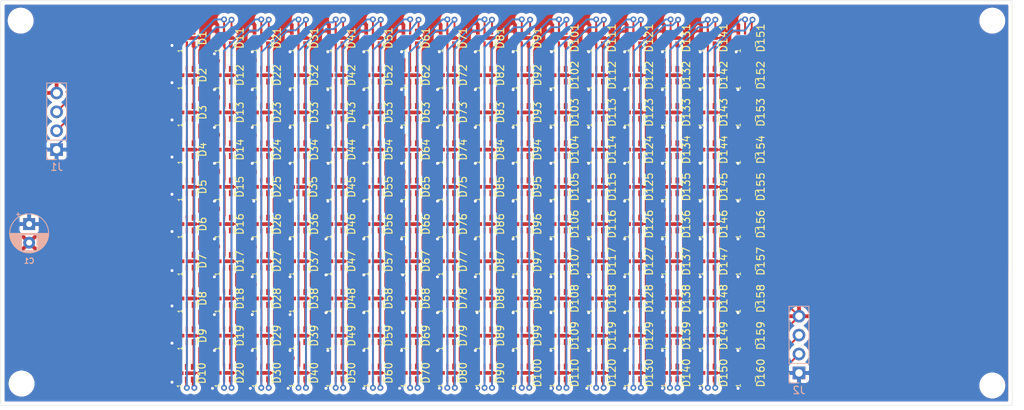
<source format=kicad_pcb>
(kicad_pcb (version 20171130) (host pcbnew "(5.1.5-0-10_14)")
  (layers (0 F.Cu signal) (31 B.Cu signal) (34 B.Paste user) (35 F.Paste user) (36 B.SilkS user) (37 F.SilkS user) (38 B.Mask user hide) (39 F.Mask user) (44 Edge.Cuts user))
  (net 0 "")
  (net 1 VDD)
  (net 2 "Net-(D1-Pad2)")
  (net 3 VSS)
  (net 4 "Net-(D145-Pad2)")
  (net 5 "Net-(D146-Pad2)")
  (net 6 "Net-(D147-Pad2)")
  (net 7 "Net-(D148-Pad2)")
  (net 8 "Net-(D149-Pad2)")
  (net 9 "Net-(D150-Pad2)")
  (net 10 "Net-(D151-Pad2)")
  (net 11 "Net-(D152-Pad2)")
  (net 12 "Net-(D10-Pad2)")
  (net 13 "Net-(D10-Pad4)")
  (net 14 "Net-(D11-Pad2)")
  (net 15 "Net-(D12-Pad2)")
  (net 16 "Net-(D13-Pad2)")
  (net 17 "Net-(D14-Pad2)")
  (net 18 "Net-(D15-Pad2)")
  (net 19 "Net-(D16-Pad2)")
  (net 20 "Net-(D159-Pad2)")
  (net 21 "Net-(D17-Pad2)")
  (net 22 "Net-(D18-Pad2)")
  (net 23 "Net-(D19-Pad2)")
  (net 24 "Net-(D20-Pad2)")
  (net 25 "Net-(D21-Pad2)")
  (net 26 "Net-(D22-Pad2)")
  (net 27 "Net-(D23-Pad2)")
  (net 28 "Net-(D24-Pad2)")
  (net 29 "Net-(D25-Pad2)")
  (net 30 "Net-(D26-Pad2)")
  (net 31 "Net-(D27-Pad2)")
  (net 32 "Net-(D28-Pad2)")
  (net 33 "Net-(D29-Pad2)")
  (net 34 "Net-(D30-Pad2)")
  (net 35 "Net-(D31-Pad2)")
  (net 36 "Net-(D32-Pad2)")
  (net 37 "Net-(D33-Pad2)")
  (net 38 "Net-(D34-Pad2)")
  (net 39 "Net-(D35-Pad2)")
  (net 40 "Net-(D36-Pad2)")
  (net 41 "Net-(D37-Pad2)")
  (net 42 "Net-(D38-Pad2)")
  (net 43 "Net-(D39-Pad2)")
  (net 44 "Net-(D40-Pad2)")
  (net 45 "Net-(D41-Pad2)")
  (net 46 "Net-(D42-Pad2)")
  (net 47 "Net-(D43-Pad2)")
  (net 48 "Net-(D44-Pad2)")
  (net 49 "Net-(D45-Pad2)")
  (net 50 "Net-(D46-Pad2)")
  (net 51 "Net-(D47-Pad2)")
  (net 52 "Net-(D48-Pad2)")
  (net 53 "Net-(D49-Pad2)")
  (net 54 "Net-(D50-Pad2)")
  (net 55 "Net-(D51-Pad2)")
  (net 56 "Net-(D52-Pad2)")
  (net 57 "Net-(D53-Pad2)")
  (net 58 "Net-(D54-Pad2)")
  (net 59 "Net-(D55-Pad2)")
  (net 60 "Net-(D56-Pad2)")
  (net 61 "Net-(D57-Pad2)")
  (net 62 "Net-(D58-Pad2)")
  (net 63 "Net-(D59-Pad2)")
  (net 64 "Net-(D60-Pad2)")
  (net 65 "Net-(D61-Pad2)")
  (net 66 "Net-(D62-Pad2)")
  (net 67 "Net-(D63-Pad2)")
  (net 68 "Net-(D64-Pad2)")
  (net 69 "Net-(D65-Pad2)")
  (net 70 "Net-(D66-Pad2)")
  (net 71 "Net-(D67-Pad2)")
  (net 72 "Net-(D68-Pad2)")
  (net 73 "Net-(D69-Pad2)")
  (net 74 "Net-(D70-Pad2)")
  (net 75 "Net-(D71-Pad2)")
  (net 76 "Net-(D72-Pad2)")
  (net 77 "Net-(D73-Pad2)")
  (net 78 "Net-(D74-Pad2)")
  (net 79 "Net-(D75-Pad2)")
  (net 80 "Net-(D76-Pad2)")
  (net 81 "Net-(D77-Pad2)")
  (net 82 "Net-(D78-Pad2)")
  (net 83 "Net-(D79-Pad2)")
  (net 84 "Net-(D80-Pad2)")
  (net 85 "Net-(D81-Pad2)")
  (net 86 "Net-(D82-Pad2)")
  (net 87 "Net-(D83-Pad2)")
  (net 88 "Net-(D100-Pad4)")
  (net 89 "Net-(D100-Pad2)")
  (net 90 "Net-(D101-Pad2)")
  (net 91 "Net-(D102-Pad2)")
  (net 92 "Net-(D103-Pad2)")
  (net 93 "Net-(D104-Pad2)")
  (net 94 "Net-(D105-Pad2)")
  (net 95 "Net-(D106-Pad2)")
  (net 96 "Net-(D107-Pad2)")
  (net 97 "Net-(D108-Pad2)")
  (net 98 "Net-(D109-Pad2)")
  (net 99 "Net-(D110-Pad2)")
  (net 100 "Net-(D111-Pad2)")
  (net 101 "Net-(D112-Pad2)")
  (net 102 "Net-(D113-Pad2)")
  (net 103 "Net-(D114-Pad2)")
  (net 104 "Net-(D115-Pad2)")
  (net 105 "Net-(D116-Pad2)")
  (net 106 "Net-(D117-Pad2)")
  (net 107 "Net-(D118-Pad2)")
  (net 108 "Net-(D119-Pad2)")
  (net 109 "Net-(D120-Pad2)")
  (net 110 "Net-(D121-Pad2)")
  (net 111 "Net-(D122-Pad2)")
  (net 112 "Net-(D123-Pad2)")
  (net 113 "Net-(D124-Pad2)")
  (net 114 "Net-(D125-Pad2)")
  (net 115 "Net-(D126-Pad2)")
  (net 116 "Net-(D127-Pad2)")
  (net 117 "Net-(D128-Pad2)")
  (net 118 "Net-(D129-Pad2)")
  (net 119 "Net-(D130-Pad2)")
  (net 120 "Net-(D131-Pad2)")
  (net 121 "Net-(D132-Pad2)")
  (net 122 "Net-(D133-Pad2)")
  (net 123 "Net-(D134-Pad2)")
  (net 124 "Net-(D135-Pad2)")
  (net 125 "Net-(D136-Pad2)")
  (net 126 "Net-(D137-Pad2)")
  (net 127 "Net-(D138-Pad2)")
  (net 128 "Net-(D139-Pad2)")
  (net 129 "Net-(D140-Pad2)")
  (net 130 "Net-(D141-Pad2)")
  (net 131 "Net-(D142-Pad2)")
  (net 132 "Net-(D143-Pad2)")
  (net 133 "Net-(D144-Pad2)")
  (net 134 "Net-(D2-Pad2)")
  (net 135 "Net-(D3-Pad2)")
  (net 136 "Net-(D4-Pad2)")
  (net 137 "Net-(D5-Pad2)")
  (net 138 "Net-(D6-Pad2)")
  (net 139 "Net-(D7-Pad2)")
  (net 140 "Net-(D8-Pad2)")
  (net 141 "Net-(D84-Pad2)")
  (net 142 "Net-(D85-Pad2)")
  (net 143 "Net-(D86-Pad2)")
  (net 144 "Net-(D87-Pad2)")
  (net 145 "Net-(D88-Pad2)")
  (net 146 "Net-(D89-Pad2)")
  (net 147 "Net-(D90-Pad2)")
  (net 148 "Net-(D91-Pad2)")
  (net 149 "Net-(D92-Pad2)")
  (net 150 "Net-(D93-Pad2)")
  (net 151 "Net-(D94-Pad2)")
  (net 152 "Net-(D95-Pad2)")
  (net 153 "Net-(D96-Pad2)")
  (net 154 "Net-(D97-Pad2)")
  (net 155 "Net-(D98-Pad2)")
  (net 156 "Net-(D153-Pad2)")
  (net 157 "Net-(D154-Pad2)")
  (net 158 "Net-(D155-Pad2)")
  (net 159 "Net-(D156-Pad2)")
  (net 160 "Net-(D157-Pad2)")
  (net 161 "Net-(D158-Pad2)")
  (net 162 DIN)
  (net 163 CIN)
  (net 164 "Net-(D1-Pad3)")
  (net 165 "Net-(D2-Pad3)")
  (net 166 "Net-(D3-Pad3)")
  (net 167 "Net-(D4-Pad3)")
  (net 168 "Net-(D5-Pad3)")
  (net 169 "Net-(D6-Pad3)")
  (net 170 "Net-(D7-Pad3)")
  (net 171 "Net-(D8-Pad3)")
  (net 172 "Net-(D10-Pad5)")
  (net 173 "Net-(D10-Pad3)")
  (net 174 "Net-(D11-Pad3)")
  (net 175 "Net-(D12-Pad3)")
  (net 176 "Net-(D13-Pad3)")
  (net 177 "Net-(D14-Pad3)")
  (net 178 "Net-(D15-Pad3)")
  (net 179 "Net-(D16-Pad3)")
  (net 180 "Net-(D17-Pad3)")
  (net 181 "Net-(D18-Pad3)")
  (net 182 "Net-(D19-Pad3)")
  (net 183 "Net-(D20-Pad3)")
  (net 184 "Net-(D21-Pad3)")
  (net 185 "Net-(D22-Pad3)")
  (net 186 "Net-(D23-Pad3)")
  (net 187 "Net-(D24-Pad3)")
  (net 188 "Net-(D25-Pad3)")
  (net 189 "Net-(D26-Pad3)")
  (net 190 "Net-(D27-Pad3)")
  (net 191 "Net-(D28-Pad3)")
  (net 192 "Net-(D29-Pad3)")
  (net 193 "Net-(D30-Pad3)")
  (net 194 "Net-(D31-Pad3)")
  (net 195 "Net-(D32-Pad3)")
  (net 196 "Net-(D33-Pad3)")
  (net 197 "Net-(D34-Pad3)")
  (net 198 "Net-(D35-Pad3)")
  (net 199 "Net-(D36-Pad3)")
  (net 200 "Net-(D37-Pad3)")
  (net 201 "Net-(D38-Pad3)")
  (net 202 "Net-(D39-Pad3)")
  (net 203 "Net-(D40-Pad3)")
  (net 204 "Net-(D41-Pad3)")
  (net 205 "Net-(D42-Pad3)")
  (net 206 "Net-(D43-Pad3)")
  (net 207 "Net-(D44-Pad3)")
  (net 208 "Net-(D45-Pad3)")
  (net 209 "Net-(D46-Pad3)")
  (net 210 "Net-(D47-Pad3)")
  (net 211 "Net-(D48-Pad3)")
  (net 212 "Net-(D49-Pad3)")
  (net 213 "Net-(D50-Pad3)")
  (net 214 "Net-(D51-Pad3)")
  (net 215 "Net-(D52-Pad3)")
  (net 216 "Net-(D53-Pad3)")
  (net 217 "Net-(D54-Pad3)")
  (net 218 "Net-(D55-Pad3)")
  (net 219 "Net-(D56-Pad3)")
  (net 220 "Net-(D57-Pad3)")
  (net 221 "Net-(D58-Pad3)")
  (net 222 "Net-(D59-Pad3)")
  (net 223 "Net-(D60-Pad3)")
  (net 224 "Net-(D61-Pad3)")
  (net 225 "Net-(D62-Pad3)")
  (net 226 "Net-(D63-Pad3)")
  (net 227 "Net-(D64-Pad3)")
  (net 228 "Net-(D65-Pad3)")
  (net 229 "Net-(D66-Pad3)")
  (net 230 "Net-(D67-Pad3)")
  (net 231 "Net-(D68-Pad3)")
  (net 232 "Net-(D69-Pad3)")
  (net 233 "Net-(D70-Pad3)")
  (net 234 "Net-(D71-Pad3)")
  (net 235 "Net-(D72-Pad3)")
  (net 236 "Net-(D73-Pad3)")
  (net 237 "Net-(D74-Pad3)")
  (net 238 "Net-(D75-Pad3)")
  (net 239 "Net-(D76-Pad3)")
  (net 240 "Net-(D77-Pad3)")
  (net 241 "Net-(D78-Pad3)")
  (net 242 "Net-(D79-Pad3)")
  (net 243 "Net-(D80-Pad3)")
  (net 244 "Net-(D81-Pad3)")
  (net 245 "Net-(D82-Pad3)")
  (net 246 "Net-(D83-Pad3)")
  (net 247 "Net-(D84-Pad3)")
  (net 248 "Net-(D85-Pad3)")
  (net 249 "Net-(D86-Pad3)")
  (net 250 "Net-(D87-Pad3)")
  (net 251 "Net-(D88-Pad3)")
  (net 252 "Net-(D89-Pad3)")
  (net 253 "Net-(D90-Pad3)")
  (net 254 "Net-(D91-Pad3)")
  (net 255 "Net-(D92-Pad3)")
  (net 256 "Net-(D93-Pad3)")
  (net 257 "Net-(D94-Pad3)")
  (net 258 "Net-(D95-Pad3)")
  (net 259 "Net-(D96-Pad3)")
  (net 260 "Net-(D97-Pad3)")
  (net 261 "Net-(D98-Pad3)")
  (net 262 "Net-(D100-Pad5)")
  (net 263 "Net-(D100-Pad3)")
  (net 264 "Net-(D101-Pad3)")
  (net 265 "Net-(D102-Pad3)")
  (net 266 "Net-(D103-Pad3)")
  (net 267 "Net-(D104-Pad3)")
  (net 268 "Net-(D105-Pad3)")
  (net 269 "Net-(D106-Pad3)")
  (net 270 "Net-(D107-Pad3)")
  (net 271 "Net-(D108-Pad3)")
  (net 272 "Net-(D109-Pad3)")
  (net 273 "Net-(D110-Pad3)")
  (net 274 "Net-(D111-Pad3)")
  (net 275 "Net-(D112-Pad3)")
  (net 276 "Net-(D113-Pad3)")
  (net 277 "Net-(D114-Pad3)")
  (net 278 "Net-(D115-Pad3)")
  (net 279 "Net-(D116-Pad3)")
  (net 280 "Net-(D117-Pad3)")
  (net 281 "Net-(D118-Pad3)")
  (net 282 "Net-(D119-Pad3)")
  (net 283 "Net-(D120-Pad3)")
  (net 284 "Net-(D121-Pad3)")
  (net 285 "Net-(D122-Pad3)")
  (net 286 "Net-(D123-Pad3)")
  (net 287 "Net-(D124-Pad3)")
  (net 288 "Net-(D125-Pad3)")
  (net 289 "Net-(D126-Pad3)")
  (net 290 "Net-(D127-Pad3)")
  (net 291 "Net-(D128-Pad3)")
  (net 292 "Net-(D129-Pad3)")
  (net 293 "Net-(D130-Pad3)")
  (net 294 "Net-(D131-Pad3)")
  (net 295 "Net-(D132-Pad3)")
  (net 296 "Net-(D133-Pad3)")
  (net 297 "Net-(D134-Pad3)")
  (net 298 "Net-(D135-Pad3)")
  (net 299 "Net-(D136-Pad3)")
  (net 300 "Net-(D137-Pad3)")
  (net 301 "Net-(D138-Pad3)")
  (net 302 "Net-(D139-Pad3)")
  (net 303 "Net-(D140-Pad3)")
  (net 304 "Net-(D141-Pad3)")
  (net 305 "Net-(D142-Pad3)")
  (net 306 "Net-(D143-Pad3)")
  (net 307 "Net-(D144-Pad3)")
  (net 308 "Net-(D145-Pad3)")
  (net 309 "Net-(D146-Pad3)")
  (net 310 "Net-(D147-Pad3)")
  (net 311 "Net-(D148-Pad3)")
  (net 312 "Net-(D149-Pad3)")
  (net 313 "Net-(D150-Pad3)")
  (net 314 "Net-(D151-Pad3)")
  (net 315 "Net-(D152-Pad3)")
  (net 316 "Net-(D153-Pad3)")
  (net 317 "Net-(D154-Pad3)")
  (net 318 "Net-(D155-Pad3)")
  (net 319 "Net-(D156-Pad3)")
  (net 320 "Net-(D157-Pad3)")
  (net 321 "Net-(D158-Pad3)")
  (net 322 "Net-(D159-Pad3)")
  (net 323 DOUT)
  (net 324 COUT)
  (module LED_SMD:LED-APA102-2020 (layer F.Cu) (at 107.188 102.87 90)
    (fp_text reference D35 (at 0 2.11 90) (layer F.SilkS))
    (fp_text value APA102-2020)
    (fp_text user 1 (at -1.7 -0.9 90) (layer F.SilkS) (effects (font (size 0.6 0.6) (thickness 0.1))))
    (pad 6 smd rect (at 0 0.59 180) (size 1.48 0.5) (layers F.Cu F.Paste F.Mask) (net 3 VSS))
    (pad 1 smd rect (at 0 -0.83 180) (size 1 0.5) (layers F.Cu F.Paste F.Mask) (net 1 VDD))
    (pad 6 smd rect (at 0.85 -0.9 90) (size 0.8 0.5) (layers F.Cu F.Paste F.Mask) (net 3 VSS))
    (pad 4 smd rect (at 0.85 0.9 90) (size 0.8 0.5) (layers F.Cu F.Paste F.Mask) (net 197 "Net-(D34-Pad3)"))
    (pad 5 smd rect (at 0.85 0 90) (size 0.8 0.3) (layers F.Cu F.Paste F.Mask) (net 38 "Net-(D34-Pad2)"))
    (pad 3 smd rect (at -0.85 0.9 90) (size 0.8 0.5) (layers F.Cu F.Paste F.Mask) (net 198 "Net-(D35-Pad3)"))
    (pad 2 smd rect (at -0.85 0 90) (size 0.8 0.3) (layers F.Cu F.Paste F.Mask) (net 39 "Net-(D35-Pad2)"))
    (pad 1 smd rect (at -0.85 -0.9 90) (size 0.8 0.5) (layers F.Cu F.Paste F.Mask) (net 1 VDD))
  )
  (module LED_SMD:LED-APA102-2020 (layer F.Cu) (at 92.202 127.889 90)
    (fp_text reference D10 (at 0 2.11 90) (layer F.SilkS))
    (fp_text value APA102-2020)
    (fp_text user 1 (at -1.7 -0.9 90) (layer F.SilkS) (effects (font (size 0.6 0.6) (thickness 0.1))))
    (pad 6 smd rect (at 0 0.59 180) (size 1.48 0.5) (layers F.Cu F.Paste F.Mask) (net 3 VSS))
    (pad 1 smd rect (at 0 -0.83 180) (size 1 0.5) (layers F.Cu F.Paste F.Mask) (net 1 VDD))
    (pad 6 smd rect (at 0.85 -0.9 90) (size 0.8 0.5) (layers F.Cu F.Paste F.Mask) (net 3 VSS))
    (pad 4 smd rect (at 0.85 0.9 90) (size 0.8 0.5) (layers F.Cu F.Paste F.Mask) (net 13 "Net-(D10-Pad4)"))
    (pad 5 smd rect (at 0.85 0 90) (size 0.8 0.3) (layers F.Cu F.Paste F.Mask) (net 172 "Net-(D10-Pad5)"))
    (pad 3 smd rect (at -0.85 0.9 90) (size 0.8 0.5) (layers F.Cu F.Paste F.Mask) (net 173 "Net-(D10-Pad3)"))
    (pad 2 smd rect (at -0.85 0 90) (size 0.8 0.3) (layers F.Cu F.Paste F.Mask) (net 12 "Net-(D10-Pad2)"))
    (pad 1 smd rect (at -0.85 -0.9 90) (size 0.8 0.5) (layers F.Cu F.Paste F.Mask) (net 1 VDD))
  )
  (module LED_SMD:LED-APA102-2020 (layer F.Cu) (at 92.31 87.851 90)
    (fp_text reference D2 (at 0 2.11 90) (layer F.SilkS))
    (fp_text value APA102-2020)
    (fp_text user 1 (at -1.7 -0.9 90) (layer F.SilkS) (effects (font (size 0.6 0.6) (thickness 0.1))))
    (pad 6 smd rect (at 0 0.59 180) (size 1.48 0.5) (layers F.Cu F.Paste F.Mask) (net 3 VSS))
    (pad 1 smd rect (at 0 -0.83 180) (size 1 0.5) (layers F.Cu F.Paste F.Mask) (net 1 VDD))
    (pad 6 smd rect (at 0.85 -0.9 90) (size 0.8 0.5) (layers F.Cu F.Paste F.Mask) (net 3 VSS))
    (pad 4 smd rect (at 0.85 0.9 90) (size 0.8 0.5) (layers F.Cu F.Paste F.Mask) (net 164 "Net-(D1-Pad3)"))
    (pad 5 smd rect (at 0.85 0 90) (size 0.8 0.3) (layers F.Cu F.Paste F.Mask) (net 2 "Net-(D1-Pad2)"))
    (pad 3 smd rect (at -0.85 0.9 90) (size 0.8 0.5) (layers F.Cu F.Paste F.Mask) (net 165 "Net-(D2-Pad3)"))
    (pad 2 smd rect (at -0.85 0 90) (size 0.8 0.3) (layers F.Cu F.Paste F.Mask) (net 134 "Net-(D2-Pad2)"))
    (pad 1 smd rect (at -0.85 -0.9 90) (size 0.8 0.5) (layers F.Cu F.Paste F.Mask) (net 1 VDD))
  )
  (module LED_SMD:LED-APA102-2020 (layer F.Cu) (at 92.31 82.851 90)
    (fp_text reference D1 (at 0 2.11 90) (layer F.SilkS))
    (fp_text value APA102-2020)
    (fp_text user 1 (at -1.7 -0.9 90) (layer F.SilkS) (effects (font (size 0.6 0.6) (thickness 0.1))))
    (pad 6 smd rect (at 0 0.59 180) (size 1.48 0.5) (layers F.Cu F.Paste F.Mask) (net 3 VSS))
    (pad 1 smd rect (at 0 -0.83 180) (size 1 0.5) (layers F.Cu F.Paste F.Mask) (net 1 VDD))
    (pad 6 smd rect (at 0.85 -0.9 90) (size 0.8 0.5) (layers F.Cu F.Paste F.Mask) (net 3 VSS))
    (pad 4 smd rect (at 0.85 0.9 90) (size 0.8 0.5) (layers F.Cu F.Paste F.Mask) (net 162 DIN))
    (pad 5 smd rect (at 0.85 0 90) (size 0.8 0.3) (layers F.Cu F.Paste F.Mask) (net 163 CIN))
    (pad 3 smd rect (at -0.85 0.9 90) (size 0.8 0.5) (layers F.Cu F.Paste F.Mask) (net 164 "Net-(D1-Pad3)"))
    (pad 2 smd rect (at -0.85 0 90) (size 0.8 0.3) (layers F.Cu F.Paste F.Mask) (net 2 "Net-(D1-Pad2)"))
    (pad 1 smd rect (at -0.85 -0.9 90) (size 0.8 0.5) (layers F.Cu F.Paste F.Mask) (net 1 VDD))
  )
  (module Connector_PinHeader_2.54mm:PinHeader_1x04_P2.54mm_Vertical (layer B.Cu) (at 174.56 127.851)
    (fp_text reference J2 (at 0 2.33) (layer B.SilkS) (effects (justify mirror)))
    (fp_text value PWR)
    (pad 4 thru_hole oval (at 0 -7.62) (size 1.7 1.7) (drill 1) (layers *.Cu *.Mask) (net 3 VSS))
    (pad 3 thru_hole oval (at 0 -5.08) (size 1.7 1.7) (drill 1) (layers *.Cu *.Mask) (net 323 DOUT))
    (pad 2 thru_hole oval (at 0 -2.54) (size 1.7 1.7) (drill 1) (layers *.Cu *.Mask) (net 324 COUT))
    (pad 1 thru_hole rect (at 0 0) (size 1.7 1.7) (drill 1) (layers *.Cu *.Mask) (net 1 VDD))
  )
  (module Connector_PinHeader_2.54mm:PinHeader_1x04_P2.54mm_Vertical (layer B.Cu) (at 74.81 97.851)
    (fp_text reference J1 (at 0 2.33) (layer B.SilkS) (effects (justify mirror)))
    (fp_text value PWR)
    (pad 4 thru_hole oval (at 0 -7.62) (size 1.7 1.7) (drill 1) (layers *.Cu *.Mask) (net 3 VSS))
    (pad 3 thru_hole oval (at 0 -5.08) (size 1.7 1.7) (drill 1) (layers *.Cu *.Mask) (net 162 DIN))
    (pad 2 thru_hole oval (at 0 -2.54) (size 1.7 1.7) (drill 1) (layers *.Cu *.Mask) (net 163 CIN))
    (pad 1 thru_hole rect (at 0 0) (size 1.7 1.7) (drill 1) (layers *.Cu *.Mask) (net 1 VDD))
  )
  (module LED_SMD:LED-APA102-2020 (layer F.Cu) (at 167.31 127.851 90)
    (fp_text reference D160 (at 0 2.11 90) (layer F.SilkS))
    (fp_text value APA102-2020)
    (fp_text user 1 (at -1.7 -0.9 90) (layer F.SilkS) (effects (font (size 0.6 0.6) (thickness 0.1))))
    (pad 6 smd rect (at 0 0.59 180) (size 1.48 0.5) (layers F.Cu F.Paste F.Mask) (net 3 VSS))
    (pad 1 smd rect (at 0 -0.83 180) (size 1 0.5) (layers F.Cu F.Paste F.Mask) (net 1 VDD))
    (pad 6 smd rect (at 0.85 -0.9 90) (size 0.8 0.5) (layers F.Cu F.Paste F.Mask) (net 3 VSS))
    (pad 4 smd rect (at 0.85 0.9 90) (size 0.8 0.5) (layers F.Cu F.Paste F.Mask) (net 322 "Net-(D159-Pad3)"))
    (pad 5 smd rect (at 0.85 0 90) (size 0.8 0.3) (layers F.Cu F.Paste F.Mask) (net 20 "Net-(D159-Pad2)"))
    (pad 3 smd rect (at -0.85 0.9 90) (size 0.8 0.5) (layers F.Cu F.Paste F.Mask) (net 323 DOUT))
    (pad 2 smd rect (at -0.85 0 90) (size 0.8 0.3) (layers F.Cu F.Paste F.Mask) (net 324 COUT))
    (pad 1 smd rect (at -0.85 -0.9 90) (size 0.8 0.5) (layers F.Cu F.Paste F.Mask) (net 1 VDD))
  )
  (module LED_SMD:LED-APA102-2020 (layer F.Cu) (at 167.31 122.851 90)
    (fp_text reference D159 (at 0 2.11 90) (layer F.SilkS))
    (fp_text value APA102-2020)
    (fp_text user 1 (at -1.7 -0.9 90) (layer F.SilkS) (effects (font (size 0.6 0.6) (thickness 0.1))))
    (pad 6 smd rect (at 0 0.59 180) (size 1.48 0.5) (layers F.Cu F.Paste F.Mask) (net 3 VSS))
    (pad 1 smd rect (at 0 -0.83 180) (size 1 0.5) (layers F.Cu F.Paste F.Mask) (net 1 VDD))
    (pad 6 smd rect (at 0.85 -0.9 90) (size 0.8 0.5) (layers F.Cu F.Paste F.Mask) (net 3 VSS))
    (pad 4 smd rect (at 0.85 0.9 90) (size 0.8 0.5) (layers F.Cu F.Paste F.Mask) (net 321 "Net-(D158-Pad3)"))
    (pad 5 smd rect (at 0.85 0 90) (size 0.8 0.3) (layers F.Cu F.Paste F.Mask) (net 161 "Net-(D158-Pad2)"))
    (pad 3 smd rect (at -0.85 0.9 90) (size 0.8 0.5) (layers F.Cu F.Paste F.Mask) (net 322 "Net-(D159-Pad3)"))
    (pad 2 smd rect (at -0.85 0 90) (size 0.8 0.3) (layers F.Cu F.Paste F.Mask) (net 20 "Net-(D159-Pad2)"))
    (pad 1 smd rect (at -0.85 -0.9 90) (size 0.8 0.5) (layers F.Cu F.Paste F.Mask) (net 1 VDD))
  )
  (module LED_SMD:LED-APA102-2020 (layer F.Cu) (at 167.31 117.851 90)
    (fp_text reference D158 (at 0 2.11 90) (layer F.SilkS))
    (fp_text value APA102-2020)
    (fp_text user 1 (at -1.7 -0.9 90) (layer F.SilkS) (effects (font (size 0.6 0.6) (thickness 0.1))))
    (pad 6 smd rect (at 0 0.59 180) (size 1.48 0.5) (layers F.Cu F.Paste F.Mask) (net 3 VSS))
    (pad 1 smd rect (at 0 -0.83 180) (size 1 0.5) (layers F.Cu F.Paste F.Mask) (net 1 VDD))
    (pad 6 smd rect (at 0.85 -0.9 90) (size 0.8 0.5) (layers F.Cu F.Paste F.Mask) (net 3 VSS))
    (pad 4 smd rect (at 0.85 0.9 90) (size 0.8 0.5) (layers F.Cu F.Paste F.Mask) (net 320 "Net-(D157-Pad3)"))
    (pad 5 smd rect (at 0.85 0 90) (size 0.8 0.3) (layers F.Cu F.Paste F.Mask) (net 160 "Net-(D157-Pad2)"))
    (pad 3 smd rect (at -0.85 0.9 90) (size 0.8 0.5) (layers F.Cu F.Paste F.Mask) (net 321 "Net-(D158-Pad3)"))
    (pad 2 smd rect (at -0.85 0 90) (size 0.8 0.3) (layers F.Cu F.Paste F.Mask) (net 161 "Net-(D158-Pad2)"))
    (pad 1 smd rect (at -0.85 -0.9 90) (size 0.8 0.5) (layers F.Cu F.Paste F.Mask) (net 1 VDD))
  )
  (module LED_SMD:LED-APA102-2020 (layer F.Cu) (at 167.31 112.851 90)
    (fp_text reference D157 (at 0 2.11 90) (layer F.SilkS))
    (fp_text value APA102-2020)
    (fp_text user 1 (at -1.7 -0.9 90) (layer F.SilkS) (effects (font (size 0.6 0.6) (thickness 0.1))))
    (pad 6 smd rect (at 0 0.59 180) (size 1.48 0.5) (layers F.Cu F.Paste F.Mask) (net 3 VSS))
    (pad 1 smd rect (at 0 -0.83 180) (size 1 0.5) (layers F.Cu F.Paste F.Mask) (net 1 VDD))
    (pad 6 smd rect (at 0.85 -0.9 90) (size 0.8 0.5) (layers F.Cu F.Paste F.Mask) (net 3 VSS))
    (pad 4 smd rect (at 0.85 0.9 90) (size 0.8 0.5) (layers F.Cu F.Paste F.Mask) (net 319 "Net-(D156-Pad3)"))
    (pad 5 smd rect (at 0.85 0 90) (size 0.8 0.3) (layers F.Cu F.Paste F.Mask) (net 159 "Net-(D156-Pad2)"))
    (pad 3 smd rect (at -0.85 0.9 90) (size 0.8 0.5) (layers F.Cu F.Paste F.Mask) (net 320 "Net-(D157-Pad3)"))
    (pad 2 smd rect (at -0.85 0 90) (size 0.8 0.3) (layers F.Cu F.Paste F.Mask) (net 160 "Net-(D157-Pad2)"))
    (pad 1 smd rect (at -0.85 -0.9 90) (size 0.8 0.5) (layers F.Cu F.Paste F.Mask) (net 1 VDD))
  )
  (module LED_SMD:LED-APA102-2020 (layer F.Cu) (at 167.31 107.851 90)
    (fp_text reference D156 (at 0 2.11 90) (layer F.SilkS))
    (fp_text value APA102-2020)
    (fp_text user 1 (at -1.7 -0.9 90) (layer F.SilkS) (effects (font (size 0.6 0.6) (thickness 0.1))))
    (pad 6 smd rect (at 0 0.59 180) (size 1.48 0.5) (layers F.Cu F.Paste F.Mask) (net 3 VSS))
    (pad 1 smd rect (at 0 -0.83 180) (size 1 0.5) (layers F.Cu F.Paste F.Mask) (net 1 VDD))
    (pad 6 smd rect (at 0.85 -0.9 90) (size 0.8 0.5) (layers F.Cu F.Paste F.Mask) (net 3 VSS))
    (pad 4 smd rect (at 0.85 0.9 90) (size 0.8 0.5) (layers F.Cu F.Paste F.Mask) (net 318 "Net-(D155-Pad3)"))
    (pad 5 smd rect (at 0.85 0 90) (size 0.8 0.3) (layers F.Cu F.Paste F.Mask) (net 158 "Net-(D155-Pad2)"))
    (pad 3 smd rect (at -0.85 0.9 90) (size 0.8 0.5) (layers F.Cu F.Paste F.Mask) (net 319 "Net-(D156-Pad3)"))
    (pad 2 smd rect (at -0.85 0 90) (size 0.8 0.3) (layers F.Cu F.Paste F.Mask) (net 159 "Net-(D156-Pad2)"))
    (pad 1 smd rect (at -0.85 -0.9 90) (size 0.8 0.5) (layers F.Cu F.Paste F.Mask) (net 1 VDD))
  )
  (module LED_SMD:LED-APA102-2020 (layer F.Cu) (at 167.31 102.851 90)
    (fp_text reference D155 (at 0 2.11 90) (layer F.SilkS))
    (fp_text value APA102-2020)
    (fp_text user 1 (at -1.7 -0.9 90) (layer F.SilkS) (effects (font (size 0.6 0.6) (thickness 0.1))))
    (pad 6 smd rect (at 0 0.59 180) (size 1.48 0.5) (layers F.Cu F.Paste F.Mask) (net 3 VSS))
    (pad 1 smd rect (at 0 -0.83 180) (size 1 0.5) (layers F.Cu F.Paste F.Mask) (net 1 VDD))
    (pad 6 smd rect (at 0.85 -0.9 90) (size 0.8 0.5) (layers F.Cu F.Paste F.Mask) (net 3 VSS))
    (pad 4 smd rect (at 0.85 0.9 90) (size 0.8 0.5) (layers F.Cu F.Paste F.Mask) (net 317 "Net-(D154-Pad3)"))
    (pad 5 smd rect (at 0.85 0 90) (size 0.8 0.3) (layers F.Cu F.Paste F.Mask) (net 157 "Net-(D154-Pad2)"))
    (pad 3 smd rect (at -0.85 0.9 90) (size 0.8 0.5) (layers F.Cu F.Paste F.Mask) (net 318 "Net-(D155-Pad3)"))
    (pad 2 smd rect (at -0.85 0 90) (size 0.8 0.3) (layers F.Cu F.Paste F.Mask) (net 158 "Net-(D155-Pad2)"))
    (pad 1 smd rect (at -0.85 -0.9 90) (size 0.8 0.5) (layers F.Cu F.Paste F.Mask) (net 1 VDD))
  )
  (module LED_SMD:LED-APA102-2020 (layer F.Cu) (at 167.31 97.851 90)
    (fp_text reference D154 (at 0 2.11 90) (layer F.SilkS))
    (fp_text value APA102-2020)
    (fp_text user 1 (at -1.7 -0.9 90) (layer F.SilkS) (effects (font (size 0.6 0.6) (thickness 0.1))))
    (pad 6 smd rect (at 0 0.59 180) (size 1.48 0.5) (layers F.Cu F.Paste F.Mask) (net 3 VSS))
    (pad 1 smd rect (at 0 -0.83 180) (size 1 0.5) (layers F.Cu F.Paste F.Mask) (net 1 VDD))
    (pad 6 smd rect (at 0.85 -0.9 90) (size 0.8 0.5) (layers F.Cu F.Paste F.Mask) (net 3 VSS))
    (pad 4 smd rect (at 0.85 0.9 90) (size 0.8 0.5) (layers F.Cu F.Paste F.Mask) (net 316 "Net-(D153-Pad3)"))
    (pad 5 smd rect (at 0.85 0 90) (size 0.8 0.3) (layers F.Cu F.Paste F.Mask) (net 156 "Net-(D153-Pad2)"))
    (pad 3 smd rect (at -0.85 0.9 90) (size 0.8 0.5) (layers F.Cu F.Paste F.Mask) (net 317 "Net-(D154-Pad3)"))
    (pad 2 smd rect (at -0.85 0 90) (size 0.8 0.3) (layers F.Cu F.Paste F.Mask) (net 157 "Net-(D154-Pad2)"))
    (pad 1 smd rect (at -0.85 -0.9 90) (size 0.8 0.5) (layers F.Cu F.Paste F.Mask) (net 1 VDD))
  )
  (module LED_SMD:LED-APA102-2020 (layer F.Cu) (at 167.31 92.851 90)
    (fp_text reference D153 (at 0 2.11 90) (layer F.SilkS))
    (fp_text value APA102-2020)
    (fp_text user 1 (at -1.7 -0.9 90) (layer F.SilkS) (effects (font (size 0.6 0.6) (thickness 0.1))))
    (pad 6 smd rect (at 0 0.59 180) (size 1.48 0.5) (layers F.Cu F.Paste F.Mask) (net 3 VSS))
    (pad 1 smd rect (at 0 -0.83 180) (size 1 0.5) (layers F.Cu F.Paste F.Mask) (net 1 VDD))
    (pad 6 smd rect (at 0.85 -0.9 90) (size 0.8 0.5) (layers F.Cu F.Paste F.Mask) (net 3 VSS))
    (pad 4 smd rect (at 0.85 0.9 90) (size 0.8 0.5) (layers F.Cu F.Paste F.Mask) (net 315 "Net-(D152-Pad3)"))
    (pad 5 smd rect (at 0.85 0 90) (size 0.8 0.3) (layers F.Cu F.Paste F.Mask) (net 11 "Net-(D152-Pad2)"))
    (pad 3 smd rect (at -0.85 0.9 90) (size 0.8 0.5) (layers F.Cu F.Paste F.Mask) (net 316 "Net-(D153-Pad3)"))
    (pad 2 smd rect (at -0.85 0 90) (size 0.8 0.3) (layers F.Cu F.Paste F.Mask) (net 156 "Net-(D153-Pad2)"))
    (pad 1 smd rect (at -0.85 -0.9 90) (size 0.8 0.5) (layers F.Cu F.Paste F.Mask) (net 1 VDD))
  )
  (module LED_SMD:LED-APA102-2020 (layer F.Cu) (at 167.31 87.851 90)
    (fp_text reference D152 (at 0 2.11 90) (layer F.SilkS))
    (fp_text value APA102-2020)
    (fp_text user 1 (at -1.7 -0.9 90) (layer F.SilkS) (effects (font (size 0.6 0.6) (thickness 0.1))))
    (pad 6 smd rect (at 0 0.59 180) (size 1.48 0.5) (layers F.Cu F.Paste F.Mask) (net 3 VSS))
    (pad 1 smd rect (at 0 -0.83 180) (size 1 0.5) (layers F.Cu F.Paste F.Mask) (net 1 VDD))
    (pad 6 smd rect (at 0.85 -0.9 90) (size 0.8 0.5) (layers F.Cu F.Paste F.Mask) (net 3 VSS))
    (pad 4 smd rect (at 0.85 0.9 90) (size 0.8 0.5) (layers F.Cu F.Paste F.Mask) (net 314 "Net-(D151-Pad3)"))
    (pad 5 smd rect (at 0.85 0 90) (size 0.8 0.3) (layers F.Cu F.Paste F.Mask) (net 10 "Net-(D151-Pad2)"))
    (pad 3 smd rect (at -0.85 0.9 90) (size 0.8 0.5) (layers F.Cu F.Paste F.Mask) (net 315 "Net-(D152-Pad3)"))
    (pad 2 smd rect (at -0.85 0 90) (size 0.8 0.3) (layers F.Cu F.Paste F.Mask) (net 11 "Net-(D152-Pad2)"))
    (pad 1 smd rect (at -0.85 -0.9 90) (size 0.8 0.5) (layers F.Cu F.Paste F.Mask) (net 1 VDD))
  )
  (module LED_SMD:LED-APA102-2020 (layer F.Cu) (at 167.31 82.851 90)
    (fp_text reference D151 (at 0 2.11 90) (layer F.SilkS))
    (fp_text value APA102-2020)
    (fp_text user 1 (at -1.7 -0.9 90) (layer F.SilkS) (effects (font (size 0.6 0.6) (thickness 0.1))))
    (pad 6 smd rect (at 0 0.59 180) (size 1.48 0.5) (layers F.Cu F.Paste F.Mask) (net 3 VSS))
    (pad 1 smd rect (at 0 -0.83 180) (size 1 0.5) (layers F.Cu F.Paste F.Mask) (net 1 VDD))
    (pad 6 smd rect (at 0.85 -0.9 90) (size 0.8 0.5) (layers F.Cu F.Paste F.Mask) (net 3 VSS))
    (pad 4 smd rect (at 0.85 0.9 90) (size 0.8 0.5) (layers F.Cu F.Paste F.Mask) (net 313 "Net-(D150-Pad3)"))
    (pad 5 smd rect (at 0.85 0 90) (size 0.8 0.3) (layers F.Cu F.Paste F.Mask) (net 9 "Net-(D150-Pad2)"))
    (pad 3 smd rect (at -0.85 0.9 90) (size 0.8 0.5) (layers F.Cu F.Paste F.Mask) (net 314 "Net-(D151-Pad3)"))
    (pad 2 smd rect (at -0.85 0 90) (size 0.8 0.3) (layers F.Cu F.Paste F.Mask) (net 10 "Net-(D151-Pad2)"))
    (pad 1 smd rect (at -0.85 -0.9 90) (size 0.8 0.5) (layers F.Cu F.Paste F.Mask) (net 1 VDD))
  )
  (module LED_SMD:LED-APA102-2020 (layer F.Cu) (at 162.31 127.851 90)
    (fp_text reference D150 (at 0 2.11 90) (layer F.SilkS))
    (fp_text value APA102-2020)
    (fp_text user 1 (at -1.7 -0.9 90) (layer F.SilkS) (effects (font (size 0.6 0.6) (thickness 0.1))))
    (pad 6 smd rect (at 0 0.59 180) (size 1.48 0.5) (layers F.Cu F.Paste F.Mask) (net 3 VSS))
    (pad 1 smd rect (at 0 -0.83 180) (size 1 0.5) (layers F.Cu F.Paste F.Mask) (net 1 VDD))
    (pad 6 smd rect (at 0.85 -0.9 90) (size 0.8 0.5) (layers F.Cu F.Paste F.Mask) (net 3 VSS))
    (pad 4 smd rect (at 0.85 0.9 90) (size 0.8 0.5) (layers F.Cu F.Paste F.Mask) (net 312 "Net-(D149-Pad3)"))
    (pad 5 smd rect (at 0.85 0 90) (size 0.8 0.3) (layers F.Cu F.Paste F.Mask) (net 8 "Net-(D149-Pad2)"))
    (pad 3 smd rect (at -0.85 0.9 90) (size 0.8 0.5) (layers F.Cu F.Paste F.Mask) (net 313 "Net-(D150-Pad3)"))
    (pad 2 smd rect (at -0.85 0 90) (size 0.8 0.3) (layers F.Cu F.Paste F.Mask) (net 9 "Net-(D150-Pad2)"))
    (pad 1 smd rect (at -0.85 -0.9 90) (size 0.8 0.5) (layers F.Cu F.Paste F.Mask) (net 1 VDD))
  )
  (module LED_SMD:LED-APA102-2020 (layer F.Cu) (at 162.31 122.851 90)
    (fp_text reference D149 (at 0 2.11 90) (layer F.SilkS))
    (fp_text value APA102-2020)
    (fp_text user 1 (at -1.7 -0.9 90) (layer F.SilkS) (effects (font (size 0.6 0.6) (thickness 0.1))))
    (pad 6 smd rect (at 0 0.59 180) (size 1.48 0.5) (layers F.Cu F.Paste F.Mask) (net 3 VSS))
    (pad 1 smd rect (at 0 -0.83 180) (size 1 0.5) (layers F.Cu F.Paste F.Mask) (net 1 VDD))
    (pad 6 smd rect (at 0.85 -0.9 90) (size 0.8 0.5) (layers F.Cu F.Paste F.Mask) (net 3 VSS))
    (pad 4 smd rect (at 0.85 0.9 90) (size 0.8 0.5) (layers F.Cu F.Paste F.Mask) (net 311 "Net-(D148-Pad3)"))
    (pad 5 smd rect (at 0.85 0 90) (size 0.8 0.3) (layers F.Cu F.Paste F.Mask) (net 7 "Net-(D148-Pad2)"))
    (pad 3 smd rect (at -0.85 0.9 90) (size 0.8 0.5) (layers F.Cu F.Paste F.Mask) (net 312 "Net-(D149-Pad3)"))
    (pad 2 smd rect (at -0.85 0 90) (size 0.8 0.3) (layers F.Cu F.Paste F.Mask) (net 8 "Net-(D149-Pad2)"))
    (pad 1 smd rect (at -0.85 -0.9 90) (size 0.8 0.5) (layers F.Cu F.Paste F.Mask) (net 1 VDD))
  )
  (module LED_SMD:LED-APA102-2020 (layer F.Cu) (at 162.31 117.851 90)
    (fp_text reference D148 (at 0 2.11 90) (layer F.SilkS))
    (fp_text value APA102-2020)
    (fp_text user 1 (at -1.7 -0.9 90) (layer F.SilkS) (effects (font (size 0.6 0.6) (thickness 0.1))))
    (pad 6 smd rect (at 0 0.59 180) (size 1.48 0.5) (layers F.Cu F.Paste F.Mask) (net 3 VSS))
    (pad 1 smd rect (at 0 -0.83 180) (size 1 0.5) (layers F.Cu F.Paste F.Mask) (net 1 VDD))
    (pad 6 smd rect (at 0.85 -0.9 90) (size 0.8 0.5) (layers F.Cu F.Paste F.Mask) (net 3 VSS))
    (pad 4 smd rect (at 0.85 0.9 90) (size 0.8 0.5) (layers F.Cu F.Paste F.Mask) (net 310 "Net-(D147-Pad3)"))
    (pad 5 smd rect (at 0.85 0 90) (size 0.8 0.3) (layers F.Cu F.Paste F.Mask) (net 6 "Net-(D147-Pad2)"))
    (pad 3 smd rect (at -0.85 0.9 90) (size 0.8 0.5) (layers F.Cu F.Paste F.Mask) (net 311 "Net-(D148-Pad3)"))
    (pad 2 smd rect (at -0.85 0 90) (size 0.8 0.3) (layers F.Cu F.Paste F.Mask) (net 7 "Net-(D148-Pad2)"))
    (pad 1 smd rect (at -0.85 -0.9 90) (size 0.8 0.5) (layers F.Cu F.Paste F.Mask) (net 1 VDD))
  )
  (module LED_SMD:LED-APA102-2020 (layer F.Cu) (at 162.31 112.851 90)
    (fp_text reference D147 (at 0 2.11 90) (layer F.SilkS))
    (fp_text value APA102-2020)
    (fp_text user 1 (at -1.7 -0.9 90) (layer F.SilkS) (effects (font (size 0.6 0.6) (thickness 0.1))))
    (pad 6 smd rect (at 0 0.59 180) (size 1.48 0.5) (layers F.Cu F.Paste F.Mask) (net 3 VSS))
    (pad 1 smd rect (at 0 -0.83 180) (size 1 0.5) (layers F.Cu F.Paste F.Mask) (net 1 VDD))
    (pad 6 smd rect (at 0.85 -0.9 90) (size 0.8 0.5) (layers F.Cu F.Paste F.Mask) (net 3 VSS))
    (pad 4 smd rect (at 0.85 0.9 90) (size 0.8 0.5) (layers F.Cu F.Paste F.Mask) (net 309 "Net-(D146-Pad3)"))
    (pad 5 smd rect (at 0.85 0 90) (size 0.8 0.3) (layers F.Cu F.Paste F.Mask) (net 5 "Net-(D146-Pad2)"))
    (pad 3 smd rect (at -0.85 0.9 90) (size 0.8 0.5) (layers F.Cu F.Paste F.Mask) (net 310 "Net-(D147-Pad3)"))
    (pad 2 smd rect (at -0.85 0 90) (size 0.8 0.3) (layers F.Cu F.Paste F.Mask) (net 6 "Net-(D147-Pad2)"))
    (pad 1 smd rect (at -0.85 -0.9 90) (size 0.8 0.5) (layers F.Cu F.Paste F.Mask) (net 1 VDD))
  )
  (module LED_SMD:LED-APA102-2020 (layer F.Cu) (at 162.31 107.851 90)
    (fp_text reference D146 (at 0 2.11 90) (layer F.SilkS))
    (fp_text value APA102-2020)
    (fp_text user 1 (at -1.7 -0.9 90) (layer F.SilkS) (effects (font (size 0.6 0.6) (thickness 0.1))))
    (pad 6 smd rect (at 0 0.59 180) (size 1.48 0.5) (layers F.Cu F.Paste F.Mask) (net 3 VSS))
    (pad 1 smd rect (at 0 -0.83 180) (size 1 0.5) (layers F.Cu F.Paste F.Mask) (net 1 VDD))
    (pad 6 smd rect (at 0.85 -0.9 90) (size 0.8 0.5) (layers F.Cu F.Paste F.Mask) (net 3 VSS))
    (pad 4 smd rect (at 0.85 0.9 90) (size 0.8 0.5) (layers F.Cu F.Paste F.Mask) (net 308 "Net-(D145-Pad3)"))
    (pad 5 smd rect (at 0.85 0 90) (size 0.8 0.3) (layers F.Cu F.Paste F.Mask) (net 4 "Net-(D145-Pad2)"))
    (pad 3 smd rect (at -0.85 0.9 90) (size 0.8 0.5) (layers F.Cu F.Paste F.Mask) (net 309 "Net-(D146-Pad3)"))
    (pad 2 smd rect (at -0.85 0 90) (size 0.8 0.3) (layers F.Cu F.Paste F.Mask) (net 5 "Net-(D146-Pad2)"))
    (pad 1 smd rect (at -0.85 -0.9 90) (size 0.8 0.5) (layers F.Cu F.Paste F.Mask) (net 1 VDD))
  )
  (module LED_SMD:LED-APA102-2020 (layer F.Cu) (at 162.31 102.851 90)
    (fp_text reference D145 (at 0 2.11 90) (layer F.SilkS))
    (fp_text value APA102-2020)
    (fp_text user 1 (at -1.7 -0.9 90) (layer F.SilkS) (effects (font (size 0.6 0.6) (thickness 0.1))))
    (pad 6 smd rect (at 0 0.59 180) (size 1.48 0.5) (layers F.Cu F.Paste F.Mask) (net 3 VSS))
    (pad 1 smd rect (at 0 -0.83 180) (size 1 0.5) (layers F.Cu F.Paste F.Mask) (net 1 VDD))
    (pad 6 smd rect (at 0.85 -0.9 90) (size 0.8 0.5) (layers F.Cu F.Paste F.Mask) (net 3 VSS))
    (pad 4 smd rect (at 0.85 0.9 90) (size 0.8 0.5) (layers F.Cu F.Paste F.Mask) (net 307 "Net-(D144-Pad3)"))
    (pad 5 smd rect (at 0.85 0 90) (size 0.8 0.3) (layers F.Cu F.Paste F.Mask) (net 133 "Net-(D144-Pad2)"))
    (pad 3 smd rect (at -0.85 0.9 90) (size 0.8 0.5) (layers F.Cu F.Paste F.Mask) (net 308 "Net-(D145-Pad3)"))
    (pad 2 smd rect (at -0.85 0 90) (size 0.8 0.3) (layers F.Cu F.Paste F.Mask) (net 4 "Net-(D145-Pad2)"))
    (pad 1 smd rect (at -0.85 -0.9 90) (size 0.8 0.5) (layers F.Cu F.Paste F.Mask) (net 1 VDD))
  )
  (module LED_SMD:LED-APA102-2020 (layer F.Cu) (at 162.31 97.851 90)
    (fp_text reference D144 (at 0 2.11 90) (layer F.SilkS))
    (fp_text value APA102-2020)
    (fp_text user 1 (at -1.7 -0.9 90) (layer F.SilkS) (effects (font (size 0.6 0.6) (thickness 0.1))))
    (pad 6 smd rect (at 0 0.59 180) (size 1.48 0.5) (layers F.Cu F.Paste F.Mask) (net 3 VSS))
    (pad 1 smd rect (at 0 -0.83 180) (size 1 0.5) (layers F.Cu F.Paste F.Mask) (net 1 VDD))
    (pad 6 smd rect (at 0.85 -0.9 90) (size 0.8 0.5) (layers F.Cu F.Paste F.Mask) (net 3 VSS))
    (pad 4 smd rect (at 0.85 0.9 90) (size 0.8 0.5) (layers F.Cu F.Paste F.Mask) (net 306 "Net-(D143-Pad3)"))
    (pad 5 smd rect (at 0.85 0 90) (size 0.8 0.3) (layers F.Cu F.Paste F.Mask) (net 132 "Net-(D143-Pad2)"))
    (pad 3 smd rect (at -0.85 0.9 90) (size 0.8 0.5) (layers F.Cu F.Paste F.Mask) (net 307 "Net-(D144-Pad3)"))
    (pad 2 smd rect (at -0.85 0 90) (size 0.8 0.3) (layers F.Cu F.Paste F.Mask) (net 133 "Net-(D144-Pad2)"))
    (pad 1 smd rect (at -0.85 -0.9 90) (size 0.8 0.5) (layers F.Cu F.Paste F.Mask) (net 1 VDD))
  )
  (module LED_SMD:LED-APA102-2020 (layer F.Cu) (at 162.31 92.851 90)
    (fp_text reference D143 (at 0 2.11 90) (layer F.SilkS))
    (fp_text value APA102-2020)
    (fp_text user 1 (at -1.7 -0.9 90) (layer F.SilkS) (effects (font (size 0.6 0.6) (thickness 0.1))))
    (pad 6 smd rect (at 0 0.59 180) (size 1.48 0.5) (layers F.Cu F.Paste F.Mask) (net 3 VSS))
    (pad 1 smd rect (at 0 -0.83 180) (size 1 0.5) (layers F.Cu F.Paste F.Mask) (net 1 VDD))
    (pad 6 smd rect (at 0.85 -0.9 90) (size 0.8 0.5) (layers F.Cu F.Paste F.Mask) (net 3 VSS))
    (pad 4 smd rect (at 0.85 0.9 90) (size 0.8 0.5) (layers F.Cu F.Paste F.Mask) (net 305 "Net-(D142-Pad3)"))
    (pad 5 smd rect (at 0.85 0 90) (size 0.8 0.3) (layers F.Cu F.Paste F.Mask) (net 131 "Net-(D142-Pad2)"))
    (pad 3 smd rect (at -0.85 0.9 90) (size 0.8 0.5) (layers F.Cu F.Paste F.Mask) (net 306 "Net-(D143-Pad3)"))
    (pad 2 smd rect (at -0.85 0 90) (size 0.8 0.3) (layers F.Cu F.Paste F.Mask) (net 132 "Net-(D143-Pad2)"))
    (pad 1 smd rect (at -0.85 -0.9 90) (size 0.8 0.5) (layers F.Cu F.Paste F.Mask) (net 1 VDD))
  )
  (module LED_SMD:LED-APA102-2020 (layer F.Cu) (at 162.31 87.851 90)
    (fp_text reference D142 (at 0 2.11 90) (layer F.SilkS))
    (fp_text value APA102-2020)
    (fp_text user 1 (at -1.7 -0.9 90) (layer F.SilkS) (effects (font (size 0.6 0.6) (thickness 0.1))))
    (pad 6 smd rect (at 0 0.59 180) (size 1.48 0.5) (layers F.Cu F.Paste F.Mask) (net 3 VSS))
    (pad 1 smd rect (at 0 -0.83 180) (size 1 0.5) (layers F.Cu F.Paste F.Mask) (net 1 VDD))
    (pad 6 smd rect (at 0.85 -0.9 90) (size 0.8 0.5) (layers F.Cu F.Paste F.Mask) (net 3 VSS))
    (pad 4 smd rect (at 0.85 0.9 90) (size 0.8 0.5) (layers F.Cu F.Paste F.Mask) (net 304 "Net-(D141-Pad3)"))
    (pad 5 smd rect (at 0.85 0 90) (size 0.8 0.3) (layers F.Cu F.Paste F.Mask) (net 130 "Net-(D141-Pad2)"))
    (pad 3 smd rect (at -0.85 0.9 90) (size 0.8 0.5) (layers F.Cu F.Paste F.Mask) (net 305 "Net-(D142-Pad3)"))
    (pad 2 smd rect (at -0.85 0 90) (size 0.8 0.3) (layers F.Cu F.Paste F.Mask) (net 131 "Net-(D142-Pad2)"))
    (pad 1 smd rect (at -0.85 -0.9 90) (size 0.8 0.5) (layers F.Cu F.Paste F.Mask) (net 1 VDD))
  )
  (module LED_SMD:LED-APA102-2020 (layer F.Cu) (at 162.31 82.851 90)
    (fp_text reference D141 (at 0 2.11 90) (layer F.SilkS))
    (fp_text value APA102-2020)
    (fp_text user 1 (at -1.7 -0.9 90) (layer F.SilkS) (effects (font (size 0.6 0.6) (thickness 0.1))))
    (pad 6 smd rect (at 0 0.59 180) (size 1.48 0.5) (layers F.Cu F.Paste F.Mask) (net 3 VSS))
    (pad 1 smd rect (at 0 -0.83 180) (size 1 0.5) (layers F.Cu F.Paste F.Mask) (net 1 VDD))
    (pad 6 smd rect (at 0.85 -0.9 90) (size 0.8 0.5) (layers F.Cu F.Paste F.Mask) (net 3 VSS))
    (pad 4 smd rect (at 0.85 0.9 90) (size 0.8 0.5) (layers F.Cu F.Paste F.Mask) (net 303 "Net-(D140-Pad3)"))
    (pad 5 smd rect (at 0.85 0 90) (size 0.8 0.3) (layers F.Cu F.Paste F.Mask) (net 129 "Net-(D140-Pad2)"))
    (pad 3 smd rect (at -0.85 0.9 90) (size 0.8 0.5) (layers F.Cu F.Paste F.Mask) (net 304 "Net-(D141-Pad3)"))
    (pad 2 smd rect (at -0.85 0 90) (size 0.8 0.3) (layers F.Cu F.Paste F.Mask) (net 130 "Net-(D141-Pad2)"))
    (pad 1 smd rect (at -0.85 -0.9 90) (size 0.8 0.5) (layers F.Cu F.Paste F.Mask) (net 1 VDD))
  )
  (module LED_SMD:LED-APA102-2020 (layer F.Cu) (at 157.31 127.851 90)
    (fp_text reference D140 (at 0 2.11 90) (layer F.SilkS))
    (fp_text value APA102-2020)
    (fp_text user 1 (at -1.7 -0.9 90) (layer F.SilkS) (effects (font (size 0.6 0.6) (thickness 0.1))))
    (pad 6 smd rect (at 0 0.59 180) (size 1.48 0.5) (layers F.Cu F.Paste F.Mask) (net 3 VSS))
    (pad 1 smd rect (at 0 -0.83 180) (size 1 0.5) (layers F.Cu F.Paste F.Mask) (net 1 VDD))
    (pad 6 smd rect (at 0.85 -0.9 90) (size 0.8 0.5) (layers F.Cu F.Paste F.Mask) (net 3 VSS))
    (pad 4 smd rect (at 0.85 0.9 90) (size 0.8 0.5) (layers F.Cu F.Paste F.Mask) (net 302 "Net-(D139-Pad3)"))
    (pad 5 smd rect (at 0.85 0 90) (size 0.8 0.3) (layers F.Cu F.Paste F.Mask) (net 128 "Net-(D139-Pad2)"))
    (pad 3 smd rect (at -0.85 0.9 90) (size 0.8 0.5) (layers F.Cu F.Paste F.Mask) (net 303 "Net-(D140-Pad3)"))
    (pad 2 smd rect (at -0.85 0 90) (size 0.8 0.3) (layers F.Cu F.Paste F.Mask) (net 129 "Net-(D140-Pad2)"))
    (pad 1 smd rect (at -0.85 -0.9 90) (size 0.8 0.5) (layers F.Cu F.Paste F.Mask) (net 1 VDD))
  )
  (module LED_SMD:LED-APA102-2020 (layer F.Cu) (at 157.31 122.851 90)
    (fp_text reference D139 (at 0 2.11 90) (layer F.SilkS))
    (fp_text value APA102-2020)
    (fp_text user 1 (at -1.7 -0.9 90) (layer F.SilkS) (effects (font (size 0.6 0.6) (thickness 0.1))))
    (pad 6 smd rect (at 0 0.59 180) (size 1.48 0.5) (layers F.Cu F.Paste F.Mask) (net 3 VSS))
    (pad 1 smd rect (at 0 -0.83 180) (size 1 0.5) (layers F.Cu F.Paste F.Mask) (net 1 VDD))
    (pad 6 smd rect (at 0.85 -0.9 90) (size 0.8 0.5) (layers F.Cu F.Paste F.Mask) (net 3 VSS))
    (pad 4 smd rect (at 0.85 0.9 90) (size 0.8 0.5) (layers F.Cu F.Paste F.Mask) (net 301 "Net-(D138-Pad3)"))
    (pad 5 smd rect (at 0.85 0 90) (size 0.8 0.3) (layers F.Cu F.Paste F.Mask) (net 127 "Net-(D138-Pad2)"))
    (pad 3 smd rect (at -0.85 0.9 90) (size 0.8 0.5) (layers F.Cu F.Paste F.Mask) (net 302 "Net-(D139-Pad3)"))
    (pad 2 smd rect (at -0.85 0 90) (size 0.8 0.3) (layers F.Cu F.Paste F.Mask) (net 128 "Net-(D139-Pad2)"))
    (pad 1 smd rect (at -0.85 -0.9 90) (size 0.8 0.5) (layers F.Cu F.Paste F.Mask) (net 1 VDD))
  )
  (module LED_SMD:LED-APA102-2020 (layer F.Cu) (at 157.31 117.851 90)
    (fp_text reference D138 (at 0 2.11 90) (layer F.SilkS))
    (fp_text value APA102-2020)
    (fp_text user 1 (at -1.7 -0.9 90) (layer F.SilkS) (effects (font (size 0.6 0.6) (thickness 0.1))))
    (pad 6 smd rect (at 0 0.59 180) (size 1.48 0.5) (layers F.Cu F.Paste F.Mask) (net 3 VSS))
    (pad 1 smd rect (at 0 -0.83 180) (size 1 0.5) (layers F.Cu F.Paste F.Mask) (net 1 VDD))
    (pad 6 smd rect (at 0.85 -0.9 90) (size 0.8 0.5) (layers F.Cu F.Paste F.Mask) (net 3 VSS))
    (pad 4 smd rect (at 0.85 0.9 90) (size 0.8 0.5) (layers F.Cu F.Paste F.Mask) (net 300 "Net-(D137-Pad3)"))
    (pad 5 smd rect (at 0.85 0 90) (size 0.8 0.3) (layers F.Cu F.Paste F.Mask) (net 126 "Net-(D137-Pad2)"))
    (pad 3 smd rect (at -0.85 0.9 90) (size 0.8 0.5) (layers F.Cu F.Paste F.Mask) (net 301 "Net-(D138-Pad3)"))
    (pad 2 smd rect (at -0.85 0 90) (size 0.8 0.3) (layers F.Cu F.Paste F.Mask) (net 127 "Net-(D138-Pad2)"))
    (pad 1 smd rect (at -0.85 -0.9 90) (size 0.8 0.5) (layers F.Cu F.Paste F.Mask) (net 1 VDD))
  )
  (module LED_SMD:LED-APA102-2020 (layer F.Cu) (at 157.31 112.851 90)
    (fp_text reference D137 (at 0 2.11 90) (layer F.SilkS))
    (fp_text value APA102-2020)
    (fp_text user 1 (at -1.7 -0.9 90) (layer F.SilkS) (effects (font (size 0.6 0.6) (thickness 0.1))))
    (pad 6 smd rect (at 0 0.59 180) (size 1.48 0.5) (layers F.Cu F.Paste F.Mask) (net 3 VSS))
    (pad 1 smd rect (at 0 -0.83 180) (size 1 0.5) (layers F.Cu F.Paste F.Mask) (net 1 VDD))
    (pad 6 smd rect (at 0.85 -0.9 90) (size 0.8 0.5) (layers F.Cu F.Paste F.Mask) (net 3 VSS))
    (pad 4 smd rect (at 0.85 0.9 90) (size 0.8 0.5) (layers F.Cu F.Paste F.Mask) (net 299 "Net-(D136-Pad3)"))
    (pad 5 smd rect (at 0.85 0 90) (size 0.8 0.3) (layers F.Cu F.Paste F.Mask) (net 125 "Net-(D136-Pad2)"))
    (pad 3 smd rect (at -0.85 0.9 90) (size 0.8 0.5) (layers F.Cu F.Paste F.Mask) (net 300 "Net-(D137-Pad3)"))
    (pad 2 smd rect (at -0.85 0 90) (size 0.8 0.3) (layers F.Cu F.Paste F.Mask) (net 126 "Net-(D137-Pad2)"))
    (pad 1 smd rect (at -0.85 -0.9 90) (size 0.8 0.5) (layers F.Cu F.Paste F.Mask) (net 1 VDD))
  )
  (module LED_SMD:LED-APA102-2020 (layer F.Cu) (at 157.31 107.851 90)
    (fp_text reference D136 (at 0 2.11 90) (layer F.SilkS))
    (fp_text value APA102-2020)
    (fp_text user 1 (at -1.7 -0.9 90) (layer F.SilkS) (effects (font (size 0.6 0.6) (thickness 0.1))))
    (pad 6 smd rect (at 0 0.59 180) (size 1.48 0.5) (layers F.Cu F.Paste F.Mask) (net 3 VSS))
    (pad 1 smd rect (at 0 -0.83 180) (size 1 0.5) (layers F.Cu F.Paste F.Mask) (net 1 VDD))
    (pad 6 smd rect (at 0.85 -0.9 90) (size 0.8 0.5) (layers F.Cu F.Paste F.Mask) (net 3 VSS))
    (pad 4 smd rect (at 0.85 0.9 90) (size 0.8 0.5) (layers F.Cu F.Paste F.Mask) (net 298 "Net-(D135-Pad3)"))
    (pad 5 smd rect (at 0.85 0 90) (size 0.8 0.3) (layers F.Cu F.Paste F.Mask) (net 124 "Net-(D135-Pad2)"))
    (pad 3 smd rect (at -0.85 0.9 90) (size 0.8 0.5) (layers F.Cu F.Paste F.Mask) (net 299 "Net-(D136-Pad3)"))
    (pad 2 smd rect (at -0.85 0 90) (size 0.8 0.3) (layers F.Cu F.Paste F.Mask) (net 125 "Net-(D136-Pad2)"))
    (pad 1 smd rect (at -0.85 -0.9 90) (size 0.8 0.5) (layers F.Cu F.Paste F.Mask) (net 1 VDD))
  )
  (module LED_SMD:LED-APA102-2020 (layer F.Cu) (at 157.31 102.851 90)
    (fp_text reference D135 (at 0 2.11 90) (layer F.SilkS))
    (fp_text value APA102-2020)
    (fp_text user 1 (at -1.7 -0.9 90) (layer F.SilkS) (effects (font (size 0.6 0.6) (thickness 0.1))))
    (pad 6 smd rect (at 0 0.59 180) (size 1.48 0.5) (layers F.Cu F.Paste F.Mask) (net 3 VSS))
    (pad 1 smd rect (at 0 -0.83 180) (size 1 0.5) (layers F.Cu F.Paste F.Mask) (net 1 VDD))
    (pad 6 smd rect (at 0.85 -0.9 90) (size 0.8 0.5) (layers F.Cu F.Paste F.Mask) (net 3 VSS))
    (pad 4 smd rect (at 0.85 0.9 90) (size 0.8 0.5) (layers F.Cu F.Paste F.Mask) (net 297 "Net-(D134-Pad3)"))
    (pad 5 smd rect (at 0.85 0 90) (size 0.8 0.3) (layers F.Cu F.Paste F.Mask) (net 123 "Net-(D134-Pad2)"))
    (pad 3 smd rect (at -0.85 0.9 90) (size 0.8 0.5) (layers F.Cu F.Paste F.Mask) (net 298 "Net-(D135-Pad3)"))
    (pad 2 smd rect (at -0.85 0 90) (size 0.8 0.3) (layers F.Cu F.Paste F.Mask) (net 124 "Net-(D135-Pad2)"))
    (pad 1 smd rect (at -0.85 -0.9 90) (size 0.8 0.5) (layers F.Cu F.Paste F.Mask) (net 1 VDD))
  )
  (module LED_SMD:LED-APA102-2020 (layer F.Cu) (at 157.31 97.851 90)
    (fp_text reference D134 (at 0 2.11 90) (layer F.SilkS))
    (fp_text value APA102-2020)
    (fp_text user 1 (at -1.7 -0.9 90) (layer F.SilkS) (effects (font (size 0.6 0.6) (thickness 0.1))))
    (pad 6 smd rect (at 0 0.59 180) (size 1.48 0.5) (layers F.Cu F.Paste F.Mask) (net 3 VSS))
    (pad 1 smd rect (at 0 -0.83 180) (size 1 0.5) (layers F.Cu F.Paste F.Mask) (net 1 VDD))
    (pad 6 smd rect (at 0.85 -0.9 90) (size 0.8 0.5) (layers F.Cu F.Paste F.Mask) (net 3 VSS))
    (pad 4 smd rect (at 0.85 0.9 90) (size 0.8 0.5) (layers F.Cu F.Paste F.Mask) (net 296 "Net-(D133-Pad3)"))
    (pad 5 smd rect (at 0.85 0 90) (size 0.8 0.3) (layers F.Cu F.Paste F.Mask) (net 122 "Net-(D133-Pad2)"))
    (pad 3 smd rect (at -0.85 0.9 90) (size 0.8 0.5) (layers F.Cu F.Paste F.Mask) (net 297 "Net-(D134-Pad3)"))
    (pad 2 smd rect (at -0.85 0 90) (size 0.8 0.3) (layers F.Cu F.Paste F.Mask) (net 123 "Net-(D134-Pad2)"))
    (pad 1 smd rect (at -0.85 -0.9 90) (size 0.8 0.5) (layers F.Cu F.Paste F.Mask) (net 1 VDD))
  )
  (module LED_SMD:LED-APA102-2020 (layer F.Cu) (at 157.31 92.851 90)
    (fp_text reference D133 (at 0 2.11 90) (layer F.SilkS))
    (fp_text value APA102-2020)
    (fp_text user 1 (at -1.7 -0.9 90) (layer F.SilkS) (effects (font (size 0.6 0.6) (thickness 0.1))))
    (pad 6 smd rect (at 0 0.59 180) (size 1.48 0.5) (layers F.Cu F.Paste F.Mask) (net 3 VSS))
    (pad 1 smd rect (at 0 -0.83 180) (size 1 0.5) (layers F.Cu F.Paste F.Mask) (net 1 VDD))
    (pad 6 smd rect (at 0.85 -0.9 90) (size 0.8 0.5) (layers F.Cu F.Paste F.Mask) (net 3 VSS))
    (pad 4 smd rect (at 0.85 0.9 90) (size 0.8 0.5) (layers F.Cu F.Paste F.Mask) (net 295 "Net-(D132-Pad3)"))
    (pad 5 smd rect (at 0.85 0 90) (size 0.8 0.3) (layers F.Cu F.Paste F.Mask) (net 121 "Net-(D132-Pad2)"))
    (pad 3 smd rect (at -0.85 0.9 90) (size 0.8 0.5) (layers F.Cu F.Paste F.Mask) (net 296 "Net-(D133-Pad3)"))
    (pad 2 smd rect (at -0.85 0 90) (size 0.8 0.3) (layers F.Cu F.Paste F.Mask) (net 122 "Net-(D133-Pad2)"))
    (pad 1 smd rect (at -0.85 -0.9 90) (size 0.8 0.5) (layers F.Cu F.Paste F.Mask) (net 1 VDD))
  )
  (module LED_SMD:LED-APA102-2020 (layer F.Cu) (at 157.31 87.851 90)
    (fp_text reference D132 (at 0 2.11 90) (layer F.SilkS))
    (fp_text value APA102-2020)
    (fp_text user 1 (at -1.7 -0.9 90) (layer F.SilkS) (effects (font (size 0.6 0.6) (thickness 0.1))))
    (pad 6 smd rect (at 0 0.59 180) (size 1.48 0.5) (layers F.Cu F.Paste F.Mask) (net 3 VSS))
    (pad 1 smd rect (at 0 -0.83 180) (size 1 0.5) (layers F.Cu F.Paste F.Mask) (net 1 VDD))
    (pad 6 smd rect (at 0.85 -0.9 90) (size 0.8 0.5) (layers F.Cu F.Paste F.Mask) (net 3 VSS))
    (pad 4 smd rect (at 0.85 0.9 90) (size 0.8 0.5) (layers F.Cu F.Paste F.Mask) (net 294 "Net-(D131-Pad3)"))
    (pad 5 smd rect (at 0.85 0 90) (size 0.8 0.3) (layers F.Cu F.Paste F.Mask) (net 120 "Net-(D131-Pad2)"))
    (pad 3 smd rect (at -0.85 0.9 90) (size 0.8 0.5) (layers F.Cu F.Paste F.Mask) (net 295 "Net-(D132-Pad3)"))
    (pad 2 smd rect (at -0.85 0 90) (size 0.8 0.3) (layers F.Cu F.Paste F.Mask) (net 121 "Net-(D132-Pad2)"))
    (pad 1 smd rect (at -0.85 -0.9 90) (size 0.8 0.5) (layers F.Cu F.Paste F.Mask) (net 1 VDD))
  )
  (module LED_SMD:LED-APA102-2020 (layer F.Cu) (at 157.31 82.851 90)
    (fp_text reference D131 (at 0 2.11 90) (layer F.SilkS))
    (fp_text value APA102-2020)
    (fp_text user 1 (at -1.7 -0.9 90) (layer F.SilkS) (effects (font (size 0.6 0.6) (thickness 0.1))))
    (pad 6 smd rect (at 0 0.59 180) (size 1.48 0.5) (layers F.Cu F.Paste F.Mask) (net 3 VSS))
    (pad 1 smd rect (at 0 -0.83 180) (size 1 0.5) (layers F.Cu F.Paste F.Mask) (net 1 VDD))
    (pad 6 smd rect (at 0.85 -0.9 90) (size 0.8 0.5) (layers F.Cu F.Paste F.Mask) (net 3 VSS))
    (pad 4 smd rect (at 0.85 0.9 90) (size 0.8 0.5) (layers F.Cu F.Paste F.Mask) (net 293 "Net-(D130-Pad3)"))
    (pad 5 smd rect (at 0.85 0 90) (size 0.8 0.3) (layers F.Cu F.Paste F.Mask) (net 119 "Net-(D130-Pad2)"))
    (pad 3 smd rect (at -0.85 0.9 90) (size 0.8 0.5) (layers F.Cu F.Paste F.Mask) (net 294 "Net-(D131-Pad3)"))
    (pad 2 smd rect (at -0.85 0 90) (size 0.8 0.3) (layers F.Cu F.Paste F.Mask) (net 120 "Net-(D131-Pad2)"))
    (pad 1 smd rect (at -0.85 -0.9 90) (size 0.8 0.5) (layers F.Cu F.Paste F.Mask) (net 1 VDD))
  )
  (module LED_SMD:LED-APA102-2020 (layer F.Cu) (at 152.31 127.851 90)
    (fp_text reference D130 (at 0 2.11 90) (layer F.SilkS))
    (fp_text value APA102-2020)
    (fp_text user 1 (at -1.7 -0.9 90) (layer F.SilkS) (effects (font (size 0.6 0.6) (thickness 0.1))))
    (pad 6 smd rect (at 0 0.59 180) (size 1.48 0.5) (layers F.Cu F.Paste F.Mask) (net 3 VSS))
    (pad 1 smd rect (at 0 -0.83 180) (size 1 0.5) (layers F.Cu F.Paste F.Mask) (net 1 VDD))
    (pad 6 smd rect (at 0.85 -0.9 90) (size 0.8 0.5) (layers F.Cu F.Paste F.Mask) (net 3 VSS))
    (pad 4 smd rect (at 0.85 0.9 90) (size 0.8 0.5) (layers F.Cu F.Paste F.Mask) (net 292 "Net-(D129-Pad3)"))
    (pad 5 smd rect (at 0.85 0 90) (size 0.8 0.3) (layers F.Cu F.Paste F.Mask) (net 118 "Net-(D129-Pad2)"))
    (pad 3 smd rect (at -0.85 0.9 90) (size 0.8 0.5) (layers F.Cu F.Paste F.Mask) (net 293 "Net-(D130-Pad3)"))
    (pad 2 smd rect (at -0.85 0 90) (size 0.8 0.3) (layers F.Cu F.Paste F.Mask) (net 119 "Net-(D130-Pad2)"))
    (pad 1 smd rect (at -0.85 -0.9 90) (size 0.8 0.5) (layers F.Cu F.Paste F.Mask) (net 1 VDD))
  )
  (module LED_SMD:LED-APA102-2020 (layer F.Cu) (at 152.31 122.851 90)
    (fp_text reference D129 (at 0 2.11 90) (layer F.SilkS))
    (fp_text value APA102-2020)
    (fp_text user 1 (at -1.7 -0.9 90) (layer F.SilkS) (effects (font (size 0.6 0.6) (thickness 0.1))))
    (pad 6 smd rect (at 0 0.59 180) (size 1.48 0.5) (layers F.Cu F.Paste F.Mask) (net 3 VSS))
    (pad 1 smd rect (at 0 -0.83 180) (size 1 0.5) (layers F.Cu F.Paste F.Mask) (net 1 VDD))
    (pad 6 smd rect (at 0.85 -0.9 90) (size 0.8 0.5) (layers F.Cu F.Paste F.Mask) (net 3 VSS))
    (pad 4 smd rect (at 0.85 0.9 90) (size 0.8 0.5) (layers F.Cu F.Paste F.Mask) (net 291 "Net-(D128-Pad3)"))
    (pad 5 smd rect (at 0.85 0 90) (size 0.8 0.3) (layers F.Cu F.Paste F.Mask) (net 117 "Net-(D128-Pad2)"))
    (pad 3 smd rect (at -0.85 0.9 90) (size 0.8 0.5) (layers F.Cu F.Paste F.Mask) (net 292 "Net-(D129-Pad3)"))
    (pad 2 smd rect (at -0.85 0 90) (size 0.8 0.3) (layers F.Cu F.Paste F.Mask) (net 118 "Net-(D129-Pad2)"))
    (pad 1 smd rect (at -0.85 -0.9 90) (size 0.8 0.5) (layers F.Cu F.Paste F.Mask) (net 1 VDD))
  )
  (module LED_SMD:LED-APA102-2020 (layer F.Cu) (at 152.31 117.851 90)
    (fp_text reference D128 (at 0 2.11 90) (layer F.SilkS))
    (fp_text value APA102-2020)
    (fp_text user 1 (at -1.7 -0.9 90) (layer F.SilkS) (effects (font (size 0.6 0.6) (thickness 0.1))))
    (pad 6 smd rect (at 0 0.59 180) (size 1.48 0.5) (layers F.Cu F.Paste F.Mask) (net 3 VSS))
    (pad 1 smd rect (at 0 -0.83 180) (size 1 0.5) (layers F.Cu F.Paste F.Mask) (net 1 VDD))
    (pad 6 smd rect (at 0.85 -0.9 90) (size 0.8 0.5) (layers F.Cu F.Paste F.Mask) (net 3 VSS))
    (pad 4 smd rect (at 0.85 0.9 90) (size 0.8 0.5) (layers F.Cu F.Paste F.Mask) (net 290 "Net-(D127-Pad3)"))
    (pad 5 smd rect (at 0.85 0 90) (size 0.8 0.3) (layers F.Cu F.Paste F.Mask) (net 116 "Net-(D127-Pad2)"))
    (pad 3 smd rect (at -0.85 0.9 90) (size 0.8 0.5) (layers F.Cu F.Paste F.Mask) (net 291 "Net-(D128-Pad3)"))
    (pad 2 smd rect (at -0.85 0 90) (size 0.8 0.3) (layers F.Cu F.Paste F.Mask) (net 117 "Net-(D128-Pad2)"))
    (pad 1 smd rect (at -0.85 -0.9 90) (size 0.8 0.5) (layers F.Cu F.Paste F.Mask) (net 1 VDD))
  )
  (module LED_SMD:LED-APA102-2020 (layer F.Cu) (at 152.31 112.851 90)
    (fp_text reference D127 (at 0 2.11 90) (layer F.SilkS))
    (fp_text value APA102-2020)
    (fp_text user 1 (at -1.7 -0.9 90) (layer F.SilkS) (effects (font (size 0.6 0.6) (thickness 0.1))))
    (pad 6 smd rect (at 0 0.59 180) (size 1.48 0.5) (layers F.Cu F.Paste F.Mask) (net 3 VSS))
    (pad 1 smd rect (at 0 -0.83 180) (size 1 0.5) (layers F.Cu F.Paste F.Mask) (net 1 VDD))
    (pad 6 smd rect (at 0.85 -0.9 90) (size 0.8 0.5) (layers F.Cu F.Paste F.Mask) (net 3 VSS))
    (pad 4 smd rect (at 0.85 0.9 90) (size 0.8 0.5) (layers F.Cu F.Paste F.Mask) (net 289 "Net-(D126-Pad3)"))
    (pad 5 smd rect (at 0.85 0 90) (size 0.8 0.3) (layers F.Cu F.Paste F.Mask) (net 115 "Net-(D126-Pad2)"))
    (pad 3 smd rect (at -0.85 0.9 90) (size 0.8 0.5) (layers F.Cu F.Paste F.Mask) (net 290 "Net-(D127-Pad3)"))
    (pad 2 smd rect (at -0.85 0 90) (size 0.8 0.3) (layers F.Cu F.Paste F.Mask) (net 116 "Net-(D127-Pad2)"))
    (pad 1 smd rect (at -0.85 -0.9 90) (size 0.8 0.5) (layers F.Cu F.Paste F.Mask) (net 1 VDD))
  )
  (module LED_SMD:LED-APA102-2020 (layer F.Cu) (at 152.31 107.851 90)
    (fp_text reference D126 (at 0 2.11 90) (layer F.SilkS))
    (fp_text value APA102-2020)
    (fp_text user 1 (at -1.7 -0.9 90) (layer F.SilkS) (effects (font (size 0.6 0.6) (thickness 0.1))))
    (pad 6 smd rect (at 0 0.59 180) (size 1.48 0.5) (layers F.Cu F.Paste F.Mask) (net 3 VSS))
    (pad 1 smd rect (at 0 -0.83 180) (size 1 0.5) (layers F.Cu F.Paste F.Mask) (net 1 VDD))
    (pad 6 smd rect (at 0.85 -0.9 90) (size 0.8 0.5) (layers F.Cu F.Paste F.Mask) (net 3 VSS))
    (pad 4 smd rect (at 0.85 0.9 90) (size 0.8 0.5) (layers F.Cu F.Paste F.Mask) (net 288 "Net-(D125-Pad3)"))
    (pad 5 smd rect (at 0.85 0 90) (size 0.8 0.3) (layers F.Cu F.Paste F.Mask) (net 114 "Net-(D125-Pad2)"))
    (pad 3 smd rect (at -0.85 0.9 90) (size 0.8 0.5) (layers F.Cu F.Paste F.Mask) (net 289 "Net-(D126-Pad3)"))
    (pad 2 smd rect (at -0.85 0 90) (size 0.8 0.3) (layers F.Cu F.Paste F.Mask) (net 115 "Net-(D126-Pad2)"))
    (pad 1 smd rect (at -0.85 -0.9 90) (size 0.8 0.5) (layers F.Cu F.Paste F.Mask) (net 1 VDD))
  )
  (module LED_SMD:LED-APA102-2020 (layer F.Cu) (at 152.31 102.851 90)
    (fp_text reference D125 (at 0 2.11 90) (layer F.SilkS))
    (fp_text value APA102-2020)
    (fp_text user 1 (at -1.7 -0.9 90) (layer F.SilkS) (effects (font (size 0.6 0.6) (thickness 0.1))))
    (pad 6 smd rect (at 0 0.59 180) (size 1.48 0.5) (layers F.Cu F.Paste F.Mask) (net 3 VSS))
    (pad 1 smd rect (at 0 -0.83 180) (size 1 0.5) (layers F.Cu F.Paste F.Mask) (net 1 VDD))
    (pad 6 smd rect (at 0.85 -0.9 90) (size 0.8 0.5) (layers F.Cu F.Paste F.Mask) (net 3 VSS))
    (pad 4 smd rect (at 0.85 0.9 90) (size 0.8 0.5) (layers F.Cu F.Paste F.Mask) (net 287 "Net-(D124-Pad3)"))
    (pad 5 smd rect (at 0.85 0 90) (size 0.8 0.3) (layers F.Cu F.Paste F.Mask) (net 113 "Net-(D124-Pad2)"))
    (pad 3 smd rect (at -0.85 0.9 90) (size 0.8 0.5) (layers F.Cu F.Paste F.Mask) (net 288 "Net-(D125-Pad3)"))
    (pad 2 smd rect (at -0.85 0 90) (size 0.8 0.3) (layers F.Cu F.Paste F.Mask) (net 114 "Net-(D125-Pad2)"))
    (pad 1 smd rect (at -0.85 -0.9 90) (size 0.8 0.5) (layers F.Cu F.Paste F.Mask) (net 1 VDD))
  )
  (module LED_SMD:LED-APA102-2020 (layer F.Cu) (at 152.31 97.851 90)
    (fp_text reference D124 (at 0 2.11 90) (layer F.SilkS))
    (fp_text value APA102-2020)
    (fp_text user 1 (at -1.7 -0.9 90) (layer F.SilkS) (effects (font (size 0.6 0.6) (thickness 0.1))))
    (pad 6 smd rect (at 0 0.59 180) (size 1.48 0.5) (layers F.Cu F.Paste F.Mask) (net 3 VSS))
    (pad 1 smd rect (at 0 -0.83 180) (size 1 0.5) (layers F.Cu F.Paste F.Mask) (net 1 VDD))
    (pad 6 smd rect (at 0.85 -0.9 90) (size 0.8 0.5) (layers F.Cu F.Paste F.Mask) (net 3 VSS))
    (pad 4 smd rect (at 0.85 0.9 90) (size 0.8 0.5) (layers F.Cu F.Paste F.Mask) (net 286 "Net-(D123-Pad3)"))
    (pad 5 smd rect (at 0.85 0 90) (size 0.8 0.3) (layers F.Cu F.Paste F.Mask) (net 112 "Net-(D123-Pad2)"))
    (pad 3 smd rect (at -0.85 0.9 90) (size 0.8 0.5) (layers F.Cu F.Paste F.Mask) (net 287 "Net-(D124-Pad3)"))
    (pad 2 smd rect (at -0.85 0 90) (size 0.8 0.3) (layers F.Cu F.Paste F.Mask) (net 113 "Net-(D124-Pad2)"))
    (pad 1 smd rect (at -0.85 -0.9 90) (size 0.8 0.5) (layers F.Cu F.Paste F.Mask) (net 1 VDD))
  )
  (module LED_SMD:LED-APA102-2020 (layer F.Cu) (at 152.31 92.851 90)
    (fp_text reference D123 (at 0 2.11 90) (layer F.SilkS))
    (fp_text value APA102-2020)
    (fp_text user 1 (at -1.7 -0.9 90) (layer F.SilkS) (effects (font (size 0.6 0.6) (thickness 0.1))))
    (pad 6 smd rect (at 0 0.59 180) (size 1.48 0.5) (layers F.Cu F.Paste F.Mask) (net 3 VSS))
    (pad 1 smd rect (at 0 -0.83 180) (size 1 0.5) (layers F.Cu F.Paste F.Mask) (net 1 VDD))
    (pad 6 smd rect (at 0.85 -0.9 90) (size 0.8 0.5) (layers F.Cu F.Paste F.Mask) (net 3 VSS))
    (pad 4 smd rect (at 0.85 0.9 90) (size 0.8 0.5) (layers F.Cu F.Paste F.Mask) (net 285 "Net-(D122-Pad3)"))
    (pad 5 smd rect (at 0.85 0 90) (size 0.8 0.3) (layers F.Cu F.Paste F.Mask) (net 111 "Net-(D122-Pad2)"))
    (pad 3 smd rect (at -0.85 0.9 90) (size 0.8 0.5) (layers F.Cu F.Paste F.Mask) (net 286 "Net-(D123-Pad3)"))
    (pad 2 smd rect (at -0.85 0 90) (size 0.8 0.3) (layers F.Cu F.Paste F.Mask) (net 112 "Net-(D123-Pad2)"))
    (pad 1 smd rect (at -0.85 -0.9 90) (size 0.8 0.5) (layers F.Cu F.Paste F.Mask) (net 1 VDD))
  )
  (module LED_SMD:LED-APA102-2020 (layer F.Cu) (at 152.31 87.851 90)
    (fp_text reference D122 (at 0 2.11 90) (layer F.SilkS))
    (fp_text value APA102-2020)
    (fp_text user 1 (at -1.7 -0.9 90) (layer F.SilkS) (effects (font (size 0.6 0.6) (thickness 0.1))))
    (pad 6 smd rect (at 0 0.59 180) (size 1.48 0.5) (layers F.Cu F.Paste F.Mask) (net 3 VSS))
    (pad 1 smd rect (at 0 -0.83 180) (size 1 0.5) (layers F.Cu F.Paste F.Mask) (net 1 VDD))
    (pad 6 smd rect (at 0.85 -0.9 90) (size 0.8 0.5) (layers F.Cu F.Paste F.Mask) (net 3 VSS))
    (pad 4 smd rect (at 0.85 0.9 90) (size 0.8 0.5) (layers F.Cu F.Paste F.Mask) (net 284 "Net-(D121-Pad3)"))
    (pad 5 smd rect (at 0.85 0 90) (size 0.8 0.3) (layers F.Cu F.Paste F.Mask) (net 110 "Net-(D121-Pad2)"))
    (pad 3 smd rect (at -0.85 0.9 90) (size 0.8 0.5) (layers F.Cu F.Paste F.Mask) (net 285 "Net-(D122-Pad3)"))
    (pad 2 smd rect (at -0.85 0 90) (size 0.8 0.3) (layers F.Cu F.Paste F.Mask) (net 111 "Net-(D122-Pad2)"))
    (pad 1 smd rect (at -0.85 -0.9 90) (size 0.8 0.5) (layers F.Cu F.Paste F.Mask) (net 1 VDD))
  )
  (module LED_SMD:LED-APA102-2020 (layer F.Cu) (at 152.31 82.851 90)
    (fp_text reference D121 (at 0 2.11 90) (layer F.SilkS))
    (fp_text value APA102-2020)
    (fp_text user 1 (at -1.7 -0.9 90) (layer F.SilkS) (effects (font (size 0.6 0.6) (thickness 0.1))))
    (pad 6 smd rect (at 0 0.59 180) (size 1.48 0.5) (layers F.Cu F.Paste F.Mask) (net 3 VSS))
    (pad 1 smd rect (at 0 -0.83 180) (size 1 0.5) (layers F.Cu F.Paste F.Mask) (net 1 VDD))
    (pad 6 smd rect (at 0.85 -0.9 90) (size 0.8 0.5) (layers F.Cu F.Paste F.Mask) (net 3 VSS))
    (pad 4 smd rect (at 0.85 0.9 90) (size 0.8 0.5) (layers F.Cu F.Paste F.Mask) (net 283 "Net-(D120-Pad3)"))
    (pad 5 smd rect (at 0.85 0 90) (size 0.8 0.3) (layers F.Cu F.Paste F.Mask) (net 109 "Net-(D120-Pad2)"))
    (pad 3 smd rect (at -0.85 0.9 90) (size 0.8 0.5) (layers F.Cu F.Paste F.Mask) (net 284 "Net-(D121-Pad3)"))
    (pad 2 smd rect (at -0.85 0 90) (size 0.8 0.3) (layers F.Cu F.Paste F.Mask) (net 110 "Net-(D121-Pad2)"))
    (pad 1 smd rect (at -0.85 -0.9 90) (size 0.8 0.5) (layers F.Cu F.Paste F.Mask) (net 1 VDD))
  )
  (module LED_SMD:LED-APA102-2020 (layer F.Cu) (at 147.31 127.851 90)
    (fp_text reference D120 (at 0 2.11 90) (layer F.SilkS))
    (fp_text value APA102-2020)
    (fp_text user 1 (at -1.7 -0.9 90) (layer F.SilkS) (effects (font (size 0.6 0.6) (thickness 0.1))))
    (pad 6 smd rect (at 0 0.59 180) (size 1.48 0.5) (layers F.Cu F.Paste F.Mask) (net 3 VSS))
    (pad 1 smd rect (at 0 -0.83 180) (size 1 0.5) (layers F.Cu F.Paste F.Mask) (net 1 VDD))
    (pad 6 smd rect (at 0.85 -0.9 90) (size 0.8 0.5) (layers F.Cu F.Paste F.Mask) (net 3 VSS))
    (pad 4 smd rect (at 0.85 0.9 90) (size 0.8 0.5) (layers F.Cu F.Paste F.Mask) (net 282 "Net-(D119-Pad3)"))
    (pad 5 smd rect (at 0.85 0 90) (size 0.8 0.3) (layers F.Cu F.Paste F.Mask) (net 108 "Net-(D119-Pad2)"))
    (pad 3 smd rect (at -0.85 0.9 90) (size 0.8 0.5) (layers F.Cu F.Paste F.Mask) (net 283 "Net-(D120-Pad3)"))
    (pad 2 smd rect (at -0.85 0 90) (size 0.8 0.3) (layers F.Cu F.Paste F.Mask) (net 109 "Net-(D120-Pad2)"))
    (pad 1 smd rect (at -0.85 -0.9 90) (size 0.8 0.5) (layers F.Cu F.Paste F.Mask) (net 1 VDD))
  )
  (module LED_SMD:LED-APA102-2020 (layer F.Cu) (at 147.31 122.851 90)
    (fp_text reference D119 (at 0 2.11 90) (layer F.SilkS))
    (fp_text value APA102-2020)
    (fp_text user 1 (at -1.7 -0.9 90) (layer F.SilkS) (effects (font (size 0.6 0.6) (thickness 0.1))))
    (pad 6 smd rect (at 0 0.59 180) (size 1.48 0.5) (layers F.Cu F.Paste F.Mask) (net 3 VSS))
    (pad 1 smd rect (at 0 -0.83 180) (size 1 0.5) (layers F.Cu F.Paste F.Mask) (net 1 VDD))
    (pad 6 smd rect (at 0.85 -0.9 90) (size 0.8 0.5) (layers F.Cu F.Paste F.Mask) (net 3 VSS))
    (pad 4 smd rect (at 0.85 0.9 90) (size 0.8 0.5) (layers F.Cu F.Paste F.Mask) (net 281 "Net-(D118-Pad3)"))
    (pad 5 smd rect (at 0.85 0 90) (size 0.8 0.3) (layers F.Cu F.Paste F.Mask) (net 107 "Net-(D118-Pad2)"))
    (pad 3 smd rect (at -0.85 0.9 90) (size 0.8 0.5) (layers F.Cu F.Paste F.Mask) (net 282 "Net-(D119-Pad3)"))
    (pad 2 smd rect (at -0.85 0 90) (size 0.8 0.3) (layers F.Cu F.Paste F.Mask) (net 108 "Net-(D119-Pad2)"))
    (pad 1 smd rect (at -0.85 -0.9 90) (size 0.8 0.5) (layers F.Cu F.Paste F.Mask) (net 1 VDD))
  )
  (module LED_SMD:LED-APA102-2020 (layer F.Cu) (at 147.31 117.851 90)
    (fp_text reference D118 (at 0 2.11 90) (layer F.SilkS))
    (fp_text value APA102-2020)
    (fp_text user 1 (at -1.7 -0.9 90) (layer F.SilkS) (effects (font (size 0.6 0.6) (thickness 0.1))))
    (pad 6 smd rect (at 0 0.59 180) (size 1.48 0.5) (layers F.Cu F.Paste F.Mask) (net 3 VSS))
    (pad 1 smd rect (at 0 -0.83 180) (size 1 0.5) (layers F.Cu F.Paste F.Mask) (net 1 VDD))
    (pad 6 smd rect (at 0.85 -0.9 90) (size 0.8 0.5) (layers F.Cu F.Paste F.Mask) (net 3 VSS))
    (pad 4 smd rect (at 0.85 0.9 90) (size 0.8 0.5) (layers F.Cu F.Paste F.Mask) (net 280 "Net-(D117-Pad3)"))
    (pad 5 smd rect (at 0.85 0 90) (size 0.8 0.3) (layers F.Cu F.Paste F.Mask) (net 106 "Net-(D117-Pad2)"))
    (pad 3 smd rect (at -0.85 0.9 90) (size 0.8 0.5) (layers F.Cu F.Paste F.Mask) (net 281 "Net-(D118-Pad3)"))
    (pad 2 smd rect (at -0.85 0 90) (size 0.8 0.3) (layers F.Cu F.Paste F.Mask) (net 107 "Net-(D118-Pad2)"))
    (pad 1 smd rect (at -0.85 -0.9 90) (size 0.8 0.5) (layers F.Cu F.Paste F.Mask) (net 1 VDD))
  )
  (module LED_SMD:LED-APA102-2020 (layer F.Cu) (at 147.31 112.851 90)
    (fp_text reference D117 (at 0 2.11 90) (layer F.SilkS))
    (fp_text value APA102-2020)
    (fp_text user 1 (at -1.7 -0.9 90) (layer F.SilkS) (effects (font (size 0.6 0.6) (thickness 0.1))))
    (pad 6 smd rect (at 0 0.59 180) (size 1.48 0.5) (layers F.Cu F.Paste F.Mask) (net 3 VSS))
    (pad 1 smd rect (at 0 -0.83 180) (size 1 0.5) (layers F.Cu F.Paste F.Mask) (net 1 VDD))
    (pad 6 smd rect (at 0.85 -0.9 90) (size 0.8 0.5) (layers F.Cu F.Paste F.Mask) (net 3 VSS))
    (pad 4 smd rect (at 0.85 0.9 90) (size 0.8 0.5) (layers F.Cu F.Paste F.Mask) (net 279 "Net-(D116-Pad3)"))
    (pad 5 smd rect (at 0.85 0 90) (size 0.8 0.3) (layers F.Cu F.Paste F.Mask) (net 105 "Net-(D116-Pad2)"))
    (pad 3 smd rect (at -0.85 0.9 90) (size 0.8 0.5) (layers F.Cu F.Paste F.Mask) (net 280 "Net-(D117-Pad3)"))
    (pad 2 smd rect (at -0.85 0 90) (size 0.8 0.3) (layers F.Cu F.Paste F.Mask) (net 106 "Net-(D117-Pad2)"))
    (pad 1 smd rect (at -0.85 -0.9 90) (size 0.8 0.5) (layers F.Cu F.Paste F.Mask) (net 1 VDD))
  )
  (module LED_SMD:LED-APA102-2020 (layer F.Cu) (at 147.31 107.851 90)
    (fp_text reference D116 (at 0 2.11 90) (layer F.SilkS))
    (fp_text value APA102-2020)
    (fp_text user 1 (at -1.7 -0.9 90) (layer F.SilkS) (effects (font (size 0.6 0.6) (thickness 0.1))))
    (pad 6 smd rect (at 0 0.59 180) (size 1.48 0.5) (layers F.Cu F.Paste F.Mask) (net 3 VSS))
    (pad 1 smd rect (at 0 -0.83 180) (size 1 0.5) (layers F.Cu F.Paste F.Mask) (net 1 VDD))
    (pad 6 smd rect (at 0.85 -0.9 90) (size 0.8 0.5) (layers F.Cu F.Paste F.Mask) (net 3 VSS))
    (pad 4 smd rect (at 0.85 0.9 90) (size 0.8 0.5) (layers F.Cu F.Paste F.Mask) (net 278 "Net-(D115-Pad3)"))
    (pad 5 smd rect (at 0.85 0 90) (size 0.8 0.3) (layers F.Cu F.Paste F.Mask) (net 104 "Net-(D115-Pad2)"))
    (pad 3 smd rect (at -0.85 0.9 90) (size 0.8 0.5) (layers F.Cu F.Paste F.Mask) (net 279 "Net-(D116-Pad3)"))
    (pad 2 smd rect (at -0.85 0 90) (size 0.8 0.3) (layers F.Cu F.Paste F.Mask) (net 105 "Net-(D116-Pad2)"))
    (pad 1 smd rect (at -0.85 -0.9 90) (size 0.8 0.5) (layers F.Cu F.Paste F.Mask) (net 1 VDD))
  )
  (module LED_SMD:LED-APA102-2020 (layer F.Cu) (at 147.31 102.851 90)
    (fp_text reference D115 (at 0 2.11 90) (layer F.SilkS))
    (fp_text value APA102-2020)
    (fp_text user 1 (at -1.7 -0.9 90) (layer F.SilkS) (effects (font (size 0.6 0.6) (thickness 0.1))))
    (pad 6 smd rect (at 0 0.59 180) (size 1.48 0.5) (layers F.Cu F.Paste F.Mask) (net 3 VSS))
    (pad 1 smd rect (at 0 -0.83 180) (size 1 0.5) (layers F.Cu F.Paste F.Mask) (net 1 VDD))
    (pad 6 smd rect (at 0.85 -0.9 90) (size 0.8 0.5) (layers F.Cu F.Paste F.Mask) (net 3 VSS))
    (pad 4 smd rect (at 0.85 0.9 90) (size 0.8 0.5) (layers F.Cu F.Paste F.Mask) (net 277 "Net-(D114-Pad3)"))
    (pad 5 smd rect (at 0.85 0 90) (size 0.8 0.3) (layers F.Cu F.Paste F.Mask) (net 103 "Net-(D114-Pad2)"))
    (pad 3 smd rect (at -0.85 0.9 90) (size 0.8 0.5) (layers F.Cu F.Paste F.Mask) (net 278 "Net-(D115-Pad3)"))
    (pad 2 smd rect (at -0.85 0 90) (size 0.8 0.3) (layers F.Cu F.Paste F.Mask) (net 104 "Net-(D115-Pad2)"))
    (pad 1 smd rect (at -0.85 -0.9 90) (size 0.8 0.5) (layers F.Cu F.Paste F.Mask) (net 1 VDD))
  )
  (module LED_SMD:LED-APA102-2020 (layer F.Cu) (at 147.31 97.851 90)
    (fp_text reference D114 (at 0 2.11 90) (layer F.SilkS))
    (fp_text value APA102-2020)
    (fp_text user 1 (at -1.7 -0.9 90) (layer F.SilkS) (effects (font (size 0.6 0.6) (thickness 0.1))))
    (pad 6 smd rect (at 0 0.59 180) (size 1.48 0.5) (layers F.Cu F.Paste F.Mask) (net 3 VSS))
    (pad 1 smd rect (at 0 -0.83 180) (size 1 0.5) (layers F.Cu F.Paste F.Mask) (net 1 VDD))
    (pad 6 smd rect (at 0.85 -0.9 90) (size 0.8 0.5) (layers F.Cu F.Paste F.Mask) (net 3 VSS))
    (pad 4 smd rect (at 0.85 0.9 90) (size 0.8 0.5) (layers F.Cu F.Paste F.Mask) (net 276 "Net-(D113-Pad3)"))
    (pad 5 smd rect (at 0.85 0 90) (size 0.8 0.3) (layers F.Cu F.Paste F.Mask) (net 102 "Net-(D113-Pad2)"))
    (pad 3 smd rect (at -0.85 0.9 90) (size 0.8 0.5) (layers F.Cu F.Paste F.Mask) (net 277 "Net-(D114-Pad3)"))
    (pad 2 smd rect (at -0.85 0 90) (size 0.8 0.3) (layers F.Cu F.Paste F.Mask) (net 103 "Net-(D114-Pad2)"))
    (pad 1 smd rect (at -0.85 -0.9 90) (size 0.8 0.5) (layers F.Cu F.Paste F.Mask) (net 1 VDD))
  )
  (module LED_SMD:LED-APA102-2020 (layer F.Cu) (at 147.31 92.851 90)
    (fp_text reference D113 (at 0 2.11 90) (layer F.SilkS))
    (fp_text value APA102-2020)
    (fp_text user 1 (at -1.7 -0.9 90) (layer F.SilkS) (effects (font (size 0.6 0.6) (thickness 0.1))))
    (pad 6 smd rect (at 0 0.59 180) (size 1.48 0.5) (layers F.Cu F.Paste F.Mask) (net 3 VSS))
    (pad 1 smd rect (at 0 -0.83 180) (size 1 0.5) (layers F.Cu F.Paste F.Mask) (net 1 VDD))
    (pad 6 smd rect (at 0.85 -0.9 90) (size 0.8 0.5) (layers F.Cu F.Paste F.Mask) (net 3 VSS))
    (pad 4 smd rect (at 0.85 0.9 90) (size 0.8 0.5) (layers F.Cu F.Paste F.Mask) (net 275 "Net-(D112-Pad3)"))
    (pad 5 smd rect (at 0.85 0 90) (size 0.8 0.3) (layers F.Cu F.Paste F.Mask) (net 101 "Net-(D112-Pad2)"))
    (pad 3 smd rect (at -0.85 0.9 90) (size 0.8 0.5) (layers F.Cu F.Paste F.Mask) (net 276 "Net-(D113-Pad3)"))
    (pad 2 smd rect (at -0.85 0 90) (size 0.8 0.3) (layers F.Cu F.Paste F.Mask) (net 102 "Net-(D113-Pad2)"))
    (pad 1 smd rect (at -0.85 -0.9 90) (size 0.8 0.5) (layers F.Cu F.Paste F.Mask) (net 1 VDD))
  )
  (module LED_SMD:LED-APA102-2020 (layer F.Cu) (at 147.31 87.851 90)
    (fp_text reference D112 (at 0 2.11 90) (layer F.SilkS))
    (fp_text value APA102-2020)
    (fp_text user 1 (at -1.7 -0.9 90) (layer F.SilkS) (effects (font (size 0.6 0.6) (thickness 0.1))))
    (pad 6 smd rect (at 0 0.59 180) (size 1.48 0.5) (layers F.Cu F.Paste F.Mask) (net 3 VSS))
    (pad 1 smd rect (at 0 -0.83 180) (size 1 0.5) (layers F.Cu F.Paste F.Mask) (net 1 VDD))
    (pad 6 smd rect (at 0.85 -0.9 90) (size 0.8 0.5) (layers F.Cu F.Paste F.Mask) (net 3 VSS))
    (pad 4 smd rect (at 0.85 0.9 90) (size 0.8 0.5) (layers F.Cu F.Paste F.Mask) (net 274 "Net-(D111-Pad3)"))
    (pad 5 smd rect (at 0.85 0 90) (size 0.8 0.3) (layers F.Cu F.Paste F.Mask) (net 100 "Net-(D111-Pad2)"))
    (pad 3 smd rect (at -0.85 0.9 90) (size 0.8 0.5) (layers F.Cu F.Paste F.Mask) (net 275 "Net-(D112-Pad3)"))
    (pad 2 smd rect (at -0.85 0 90) (size 0.8 0.3) (layers F.Cu F.Paste F.Mask) (net 101 "Net-(D112-Pad2)"))
    (pad 1 smd rect (at -0.85 -0.9 90) (size 0.8 0.5) (layers F.Cu F.Paste F.Mask) (net 1 VDD))
  )
  (module LED_SMD:LED-APA102-2020 (layer F.Cu) (at 147.31 82.851 90)
    (fp_text reference D111 (at 0 2.11 90) (layer F.SilkS))
    (fp_text value APA102-2020)
    (fp_text user 1 (at -1.7 -0.9 90) (layer F.SilkS) (effects (font (size 0.6 0.6) (thickness 0.1))))
    (pad 6 smd rect (at 0 0.59 180) (size 1.48 0.5) (layers F.Cu F.Paste F.Mask) (net 3 VSS))
    (pad 1 smd rect (at 0 -0.83 180) (size 1 0.5) (layers F.Cu F.Paste F.Mask) (net 1 VDD))
    (pad 6 smd rect (at 0.85 -0.9 90) (size 0.8 0.5) (layers F.Cu F.Paste F.Mask) (net 3 VSS))
    (pad 4 smd rect (at 0.85 0.9 90) (size 0.8 0.5) (layers F.Cu F.Paste F.Mask) (net 273 "Net-(D110-Pad3)"))
    (pad 5 smd rect (at 0.85 0 90) (size 0.8 0.3) (layers F.Cu F.Paste F.Mask) (net 99 "Net-(D110-Pad2)"))
    (pad 3 smd rect (at -0.85 0.9 90) (size 0.8 0.5) (layers F.Cu F.Paste F.Mask) (net 274 "Net-(D111-Pad3)"))
    (pad 2 smd rect (at -0.85 0 90) (size 0.8 0.3) (layers F.Cu F.Paste F.Mask) (net 100 "Net-(D111-Pad2)"))
    (pad 1 smd rect (at -0.85 -0.9 90) (size 0.8 0.5) (layers F.Cu F.Paste F.Mask) (net 1 VDD))
  )
  (module LED_SMD:LED-APA102-2020 (layer F.Cu) (at 142.31 127.851 90)
    (fp_text reference D110 (at 0 2.11 90) (layer F.SilkS))
    (fp_text value APA102-2020)
    (fp_text user 1 (at -1.7 -0.9 90) (layer F.SilkS) (effects (font (size 0.6 0.6) (thickness 0.1))))
    (pad 6 smd rect (at 0 0.59 180) (size 1.48 0.5) (layers F.Cu F.Paste F.Mask) (net 3 VSS))
    (pad 1 smd rect (at 0 -0.83 180) (size 1 0.5) (layers F.Cu F.Paste F.Mask) (net 1 VDD))
    (pad 6 smd rect (at 0.85 -0.9 90) (size 0.8 0.5) (layers F.Cu F.Paste F.Mask) (net 3 VSS))
    (pad 4 smd rect (at 0.85 0.9 90) (size 0.8 0.5) (layers F.Cu F.Paste F.Mask) (net 272 "Net-(D109-Pad3)"))
    (pad 5 smd rect (at 0.85 0 90) (size 0.8 0.3) (layers F.Cu F.Paste F.Mask) (net 98 "Net-(D109-Pad2)"))
    (pad 3 smd rect (at -0.85 0.9 90) (size 0.8 0.5) (layers F.Cu F.Paste F.Mask) (net 273 "Net-(D110-Pad3)"))
    (pad 2 smd rect (at -0.85 0 90) (size 0.8 0.3) (layers F.Cu F.Paste F.Mask) (net 99 "Net-(D110-Pad2)"))
    (pad 1 smd rect (at -0.85 -0.9 90) (size 0.8 0.5) (layers F.Cu F.Paste F.Mask) (net 1 VDD))
  )
  (module LED_SMD:LED-APA102-2020 (layer F.Cu) (at 142.31 122.851 90)
    (fp_text reference D109 (at 0 2.11 90) (layer F.SilkS))
    (fp_text value APA102-2020)
    (fp_text user 1 (at -1.7 -0.9 90) (layer F.SilkS) (effects (font (size 0.6 0.6) (thickness 0.1))))
    (pad 6 smd rect (at 0 0.59 180) (size 1.48 0.5) (layers F.Cu F.Paste F.Mask) (net 3 VSS))
    (pad 1 smd rect (at 0 -0.83 180) (size 1 0.5) (layers F.Cu F.Paste F.Mask) (net 1 VDD))
    (pad 6 smd rect (at 0.85 -0.9 90) (size 0.8 0.5) (layers F.Cu F.Paste F.Mask) (net 3 VSS))
    (pad 4 smd rect (at 0.85 0.9 90) (size 0.8 0.5) (layers F.Cu F.Paste F.Mask) (net 271 "Net-(D108-Pad3)"))
    (pad 5 smd rect (at 0.85 0 90) (size 0.8 0.3) (layers F.Cu F.Paste F.Mask) (net 97 "Net-(D108-Pad2)"))
    (pad 3 smd rect (at -0.85 0.9 90) (size 0.8 0.5) (layers F.Cu F.Paste F.Mask) (net 272 "Net-(D109-Pad3)"))
    (pad 2 smd rect (at -0.85 0 90) (size 0.8 0.3) (layers F.Cu F.Paste F.Mask) (net 98 "Net-(D109-Pad2)"))
    (pad 1 smd rect (at -0.85 -0.9 90) (size 0.8 0.5) (layers F.Cu F.Paste F.Mask) (net 1 VDD))
  )
  (module LED_SMD:LED-APA102-2020 (layer F.Cu) (at 142.31 117.851 90)
    (fp_text reference D108 (at 0 2.11 90) (layer F.SilkS))
    (fp_text value APA102-2020)
    (fp_text user 1 (at -1.7 -0.9 90) (layer F.SilkS) (effects (font (size 0.6 0.6) (thickness 0.1))))
    (pad 6 smd rect (at 0 0.59 180) (size 1.48 0.5) (layers F.Cu F.Paste F.Mask) (net 3 VSS))
    (pad 1 smd rect (at 0 -0.83 180) (size 1 0.5) (layers F.Cu F.Paste F.Mask) (net 1 VDD))
    (pad 6 smd rect (at 0.85 -0.9 90) (size 0.8 0.5) (layers F.Cu F.Paste F.Mask) (net 3 VSS))
    (pad 4 smd rect (at 0.85 0.9 90) (size 0.8 0.5) (layers F.Cu F.Paste F.Mask) (net 270 "Net-(D107-Pad3)"))
    (pad 5 smd rect (at 0.85 0 90) (size 0.8 0.3) (layers F.Cu F.Paste F.Mask) (net 96 "Net-(D107-Pad2)"))
    (pad 3 smd rect (at -0.85 0.9 90) (size 0.8 0.5) (layers F.Cu F.Paste F.Mask) (net 271 "Net-(D108-Pad3)"))
    (pad 2 smd rect (at -0.85 0 90) (size 0.8 0.3) (layers F.Cu F.Paste F.Mask) (net 97 "Net-(D108-Pad2)"))
    (pad 1 smd rect (at -0.85 -0.9 90) (size 0.8 0.5) (layers F.Cu F.Paste F.Mask) (net 1 VDD))
  )
  (module LED_SMD:LED-APA102-2020 (layer F.Cu) (at 142.31 112.851 90)
    (fp_text reference D107 (at 0 2.11 90) (layer F.SilkS))
    (fp_text value APA102-2020)
    (fp_text user 1 (at -1.7 -0.9 90) (layer F.SilkS) (effects (font (size 0.6 0.6) (thickness 0.1))))
    (pad 6 smd rect (at 0 0.59 180) (size 1.48 0.5) (layers F.Cu F.Paste F.Mask) (net 3 VSS))
    (pad 1 smd rect (at 0 -0.83 180) (size 1 0.5) (layers F.Cu F.Paste F.Mask) (net 1 VDD))
    (pad 6 smd rect (at 0.85 -0.9 90) (size 0.8 0.5) (layers F.Cu F.Paste F.Mask) (net 3 VSS))
    (pad 4 smd rect (at 0.85 0.9 90) (size 0.8 0.5) (layers F.Cu F.Paste F.Mask) (net 269 "Net-(D106-Pad3)"))
    (pad 5 smd rect (at 0.85 0 90) (size 0.8 0.3) (layers F.Cu F.Paste F.Mask) (net 95 "Net-(D106-Pad2)"))
    (pad 3 smd rect (at -0.85 0.9 90) (size 0.8 0.5) (layers F.Cu F.Paste F.Mask) (net 270 "Net-(D107-Pad3)"))
    (pad 2 smd rect (at -0.85 0 90) (size 0.8 0.3) (layers F.Cu F.Paste F.Mask) (net 96 "Net-(D107-Pad2)"))
    (pad 1 smd rect (at -0.85 -0.9 90) (size 0.8 0.5) (layers F.Cu F.Paste F.Mask) (net 1 VDD))
  )
  (module LED_SMD:LED-APA102-2020 (layer F.Cu) (at 142.31 107.851 90)
    (fp_text reference D106 (at 0 2.11 90) (layer F.SilkS))
    (fp_text value APA102-2020)
    (fp_text user 1 (at -1.7 -0.9 90) (layer F.SilkS) (effects (font (size 0.6 0.6) (thickness 0.1))))
    (pad 6 smd rect (at 0 0.59 180) (size 1.48 0.5) (layers F.Cu F.Paste F.Mask) (net 3 VSS))
    (pad 1 smd rect (at 0 -0.83 180) (size 1 0.5) (layers F.Cu F.Paste F.Mask) (net 1 VDD))
    (pad 6 smd rect (at 0.85 -0.9 90) (size 0.8 0.5) (layers F.Cu F.Paste F.Mask) (net 3 VSS))
    (pad 4 smd rect (at 0.85 0.9 90) (size 0.8 0.5) (layers F.Cu F.Paste F.Mask) (net 268 "Net-(D105-Pad3)"))
    (pad 5 smd rect (at 0.85 0 90) (size 0.8 0.3) (layers F.Cu F.Paste F.Mask) (net 94 "Net-(D105-Pad2)"))
    (pad 3 smd rect (at -0.85 0.9 90) (size 0.8 0.5) (layers F.Cu F.Paste F.Mask) (net 269 "Net-(D106-Pad3)"))
    (pad 2 smd rect (at -0.85 0 90) (size 0.8 0.3) (layers F.Cu F.Paste F.Mask) (net 95 "Net-(D106-Pad2)"))
    (pad 1 smd rect (at -0.85 -0.9 90) (size 0.8 0.5) (layers F.Cu F.Paste F.Mask) (net 1 VDD))
  )
  (module LED_SMD:LED-APA102-2020 (layer F.Cu) (at 142.31 102.851 90)
    (fp_text reference D105 (at 0 2.11 90) (layer F.SilkS))
    (fp_text value APA102-2020)
    (fp_text user 1 (at -1.7 -0.9 90) (layer F.SilkS) (effects (font (size 0.6 0.6) (thickness 0.1))))
    (pad 6 smd rect (at 0 0.59 180) (size 1.48 0.5) (layers F.Cu F.Paste F.Mask) (net 3 VSS))
    (pad 1 smd rect (at 0 -0.83 180) (size 1 0.5) (layers F.Cu F.Paste F.Mask) (net 1 VDD))
    (pad 6 smd rect (at 0.85 -0.9 90) (size 0.8 0.5) (layers F.Cu F.Paste F.Mask) (net 3 VSS))
    (pad 4 smd rect (at 0.85 0.9 90) (size 0.8 0.5) (layers F.Cu F.Paste F.Mask) (net 267 "Net-(D104-Pad3)"))
    (pad 5 smd rect (at 0.85 0 90) (size 0.8 0.3) (layers F.Cu F.Paste F.Mask) (net 93 "Net-(D104-Pad2)"))
    (pad 3 smd rect (at -0.85 0.9 90) (size 0.8 0.5) (layers F.Cu F.Paste F.Mask) (net 268 "Net-(D105-Pad3)"))
    (pad 2 smd rect (at -0.85 0 90) (size 0.8 0.3) (layers F.Cu F.Paste F.Mask) (net 94 "Net-(D105-Pad2)"))
    (pad 1 smd rect (at -0.85 -0.9 90) (size 0.8 0.5) (layers F.Cu F.Paste F.Mask) (net 1 VDD))
  )
  (module LED_SMD:LED-APA102-2020 (layer F.Cu) (at 142.31 97.851 90)
    (fp_text reference D104 (at 0 2.11 90) (layer F.SilkS))
    (fp_text value APA102-2020)
    (fp_text user 1 (at -1.7 -0.9 90) (layer F.SilkS) (effects (font (size 0.6 0.6) (thickness 0.1))))
    (pad 6 smd rect (at 0 0.59 180) (size 1.48 0.5) (layers F.Cu F.Paste F.Mask) (net 3 VSS))
    (pad 1 smd rect (at 0 -0.83 180) (size 1 0.5) (layers F.Cu F.Paste F.Mask) (net 1 VDD))
    (pad 6 smd rect (at 0.85 -0.9 90) (size 0.8 0.5) (layers F.Cu F.Paste F.Mask) (net 3 VSS))
    (pad 4 smd rect (at 0.85 0.9 90) (size 0.8 0.5) (layers F.Cu F.Paste F.Mask) (net 266 "Net-(D103-Pad3)"))
    (pad 5 smd rect (at 0.85 0 90) (size 0.8 0.3) (layers F.Cu F.Paste F.Mask) (net 92 "Net-(D103-Pad2)"))
    (pad 3 smd rect (at -0.85 0.9 90) (size 0.8 0.5) (layers F.Cu F.Paste F.Mask) (net 267 "Net-(D104-Pad3)"))
    (pad 2 smd rect (at -0.85 0 90) (size 0.8 0.3) (layers F.Cu F.Paste F.Mask) (net 93 "Net-(D104-Pad2)"))
    (pad 1 smd rect (at -0.85 -0.9 90) (size 0.8 0.5) (layers F.Cu F.Paste F.Mask) (net 1 VDD))
  )
  (module LED_SMD:LED-APA102-2020 (layer F.Cu) (at 142.31 92.851 90)
    (fp_text reference D103 (at 0 2.11 90) (layer F.SilkS))
    (fp_text value APA102-2020)
    (fp_text user 1 (at -1.7 -0.9 90) (layer F.SilkS) (effects (font (size 0.6 0.6) (thickness 0.1))))
    (pad 6 smd rect (at 0 0.59 180) (size 1.48 0.5) (layers F.Cu F.Paste F.Mask) (net 3 VSS))
    (pad 1 smd rect (at 0 -0.83 180) (size 1 0.5) (layers F.Cu F.Paste F.Mask) (net 1 VDD))
    (pad 6 smd rect (at 0.85 -0.9 90) (size 0.8 0.5) (layers F.Cu F.Paste F.Mask) (net 3 VSS))
    (pad 4 smd rect (at 0.85 0.9 90) (size 0.8 0.5) (layers F.Cu F.Paste F.Mask) (net 265 "Net-(D102-Pad3)"))
    (pad 5 smd rect (at 0.85 0 90) (size 0.8 0.3) (layers F.Cu F.Paste F.Mask) (net 91 "Net-(D102-Pad2)"))
    (pad 3 smd rect (at -0.85 0.9 90) (size 0.8 0.5) (layers F.Cu F.Paste F.Mask) (net 266 "Net-(D103-Pad3)"))
    (pad 2 smd rect (at -0.85 0 90) (size 0.8 0.3) (layers F.Cu F.Paste F.Mask) (net 92 "Net-(D103-Pad2)"))
    (pad 1 smd rect (at -0.85 -0.9 90) (size 0.8 0.5) (layers F.Cu F.Paste F.Mask) (net 1 VDD))
  )
  (module LED_SMD:LED-APA102-2020 (layer F.Cu) (at 142.31 87.851 90)
    (fp_text reference D102 (at 0 2.11 90) (layer F.SilkS))
    (fp_text value APA102-2020)
    (fp_text user 1 (at -1.7 -0.9 90) (layer F.SilkS) (effects (font (size 0.6 0.6) (thickness 0.1))))
    (pad 6 smd rect (at 0 0.59 180) (size 1.48 0.5) (layers F.Cu F.Paste F.Mask) (net 3 VSS))
    (pad 1 smd rect (at 0 -0.83 180) (size 1 0.5) (layers F.Cu F.Paste F.Mask) (net 1 VDD))
    (pad 6 smd rect (at 0.85 -0.9 90) (size 0.8 0.5) (layers F.Cu F.Paste F.Mask) (net 3 VSS))
    (pad 4 smd rect (at 0.85 0.9 90) (size 0.8 0.5) (layers F.Cu F.Paste F.Mask) (net 264 "Net-(D101-Pad3)"))
    (pad 5 smd rect (at 0.85 0 90) (size 0.8 0.3) (layers F.Cu F.Paste F.Mask) (net 90 "Net-(D101-Pad2)"))
    (pad 3 smd rect (at -0.85 0.9 90) (size 0.8 0.5) (layers F.Cu F.Paste F.Mask) (net 265 "Net-(D102-Pad3)"))
    (pad 2 smd rect (at -0.85 0 90) (size 0.8 0.3) (layers F.Cu F.Paste F.Mask) (net 91 "Net-(D102-Pad2)"))
    (pad 1 smd rect (at -0.85 -0.9 90) (size 0.8 0.5) (layers F.Cu F.Paste F.Mask) (net 1 VDD))
  )
  (module LED_SMD:LED-APA102-2020 (layer F.Cu) (at 142.31 82.851 90)
    (fp_text reference D101 (at 0 2.11 90) (layer F.SilkS))
    (fp_text value APA102-2020)
    (fp_text user 1 (at -1.7 -0.9 90) (layer F.SilkS) (effects (font (size 0.6 0.6) (thickness 0.1))))
    (pad 6 smd rect (at 0 0.59 180) (size 1.48 0.5) (layers F.Cu F.Paste F.Mask) (net 3 VSS))
    (pad 1 smd rect (at 0 -0.83 180) (size 1 0.5) (layers F.Cu F.Paste F.Mask) (net 1 VDD))
    (pad 6 smd rect (at 0.85 -0.9 90) (size 0.8 0.5) (layers F.Cu F.Paste F.Mask) (net 3 VSS))
    (pad 4 smd rect (at 0.85 0.9 90) (size 0.8 0.5) (layers F.Cu F.Paste F.Mask) (net 263 "Net-(D100-Pad3)"))
    (pad 5 smd rect (at 0.85 0 90) (size 0.8 0.3) (layers F.Cu F.Paste F.Mask) (net 89 "Net-(D100-Pad2)"))
    (pad 3 smd rect (at -0.85 0.9 90) (size 0.8 0.5) (layers F.Cu F.Paste F.Mask) (net 264 "Net-(D101-Pad3)"))
    (pad 2 smd rect (at -0.85 0 90) (size 0.8 0.3) (layers F.Cu F.Paste F.Mask) (net 90 "Net-(D101-Pad2)"))
    (pad 1 smd rect (at -0.85 -0.9 90) (size 0.8 0.5) (layers F.Cu F.Paste F.Mask) (net 1 VDD))
  )
  (module LED_SMD:LED-APA102-2020 (layer F.Cu) (at 137.31 127.851 90)
    (fp_text reference D100 (at 0 2.11 90) (layer F.SilkS))
    (fp_text value APA102-2020)
    (fp_text user 1 (at -1.7 -0.9 90) (layer F.SilkS) (effects (font (size 0.6 0.6) (thickness 0.1))))
    (pad 6 smd rect (at 0 0.59 180) (size 1.48 0.5) (layers F.Cu F.Paste F.Mask) (net 3 VSS))
    (pad 1 smd rect (at 0 -0.83 180) (size 1 0.5) (layers F.Cu F.Paste F.Mask) (net 1 VDD))
    (pad 6 smd rect (at 0.85 -0.9 90) (size 0.8 0.5) (layers F.Cu F.Paste F.Mask) (net 3 VSS))
    (pad 4 smd rect (at 0.85 0.9 90) (size 0.8 0.5) (layers F.Cu F.Paste F.Mask) (net 88 "Net-(D100-Pad4)"))
    (pad 5 smd rect (at 0.85 0 90) (size 0.8 0.3) (layers F.Cu F.Paste F.Mask) (net 262 "Net-(D100-Pad5)"))
    (pad 3 smd rect (at -0.85 0.9 90) (size 0.8 0.5) (layers F.Cu F.Paste F.Mask) (net 263 "Net-(D100-Pad3)"))
    (pad 2 smd rect (at -0.85 0 90) (size 0.8 0.3) (layers F.Cu F.Paste F.Mask) (net 89 "Net-(D100-Pad2)"))
    (pad 1 smd rect (at -0.85 -0.9 90) (size 0.8 0.5) (layers F.Cu F.Paste F.Mask) (net 1 VDD))
  )
  (module LED_SMD:LED-APA102-2020 (layer F.Cu) (at 137.31 122.851 90)
    (fp_text reference D99 (at 0 2.11 90) (layer F.SilkS))
    (fp_text value APA102-2020)
    (fp_text user 1 (at -1.7 -0.9 90) (layer F.SilkS) (effects (font (size 0.6 0.6) (thickness 0.1))))
    (pad 6 smd rect (at 0 0.59 180) (size 1.48 0.5) (layers F.Cu F.Paste F.Mask) (net 3 VSS))
    (pad 1 smd rect (at 0 -0.83 180) (size 1 0.5) (layers F.Cu F.Paste F.Mask) (net 1 VDD))
    (pad 6 smd rect (at 0.85 -0.9 90) (size 0.8 0.5) (layers F.Cu F.Paste F.Mask) (net 3 VSS))
    (pad 4 smd rect (at 0.85 0.9 90) (size 0.8 0.5) (layers F.Cu F.Paste F.Mask) (net 261 "Net-(D98-Pad3)"))
    (pad 5 smd rect (at 0.85 0 90) (size 0.8 0.3) (layers F.Cu F.Paste F.Mask) (net 155 "Net-(D98-Pad2)"))
    (pad 3 smd rect (at -0.85 0.9 90) (size 0.8 0.5) (layers F.Cu F.Paste F.Mask) (net 88 "Net-(D100-Pad4)"))
    (pad 2 smd rect (at -0.85 0 90) (size 0.8 0.3) (layers F.Cu F.Paste F.Mask) (net 262 "Net-(D100-Pad5)"))
    (pad 1 smd rect (at -0.85 -0.9 90) (size 0.8 0.5) (layers F.Cu F.Paste F.Mask) (net 1 VDD))
  )
  (module LED_SMD:LED-APA102-2020 (layer F.Cu) (at 137.31 117.851 90)
    (fp_text reference D98 (at 0 2.11 90) (layer F.SilkS))
    (fp_text value APA102-2020)
    (fp_text user 1 (at -1.7 -0.9 90) (layer F.SilkS) (effects (font (size 0.6 0.6) (thickness 0.1))))
    (pad 6 smd rect (at 0 0.59 180) (size 1.48 0.5) (layers F.Cu F.Paste F.Mask) (net 3 VSS))
    (pad 1 smd rect (at 0 -0.83 180) (size 1 0.5) (layers F.Cu F.Paste F.Mask) (net 1 VDD))
    (pad 6 smd rect (at 0.85 -0.9 90) (size 0.8 0.5) (layers F.Cu F.Paste F.Mask) (net 3 VSS))
    (pad 4 smd rect (at 0.85 0.9 90) (size 0.8 0.5) (layers F.Cu F.Paste F.Mask) (net 260 "Net-(D97-Pad3)"))
    (pad 5 smd rect (at 0.85 0 90) (size 0.8 0.3) (layers F.Cu F.Paste F.Mask) (net 154 "Net-(D97-Pad2)"))
    (pad 3 smd rect (at -0.85 0.9 90) (size 0.8 0.5) (layers F.Cu F.Paste F.Mask) (net 261 "Net-(D98-Pad3)"))
    (pad 2 smd rect (at -0.85 0 90) (size 0.8 0.3) (layers F.Cu F.Paste F.Mask) (net 155 "Net-(D98-Pad2)"))
    (pad 1 smd rect (at -0.85 -0.9 90) (size 0.8 0.5) (layers F.Cu F.Paste F.Mask) (net 1 VDD))
  )
  (module LED_SMD:LED-APA102-2020 (layer F.Cu) (at 137.31 112.851 90)
    (fp_text reference D97 (at 0 2.11 90) (layer F.SilkS))
    (fp_text value APA102-2020)
    (fp_text user 1 (at -1.7 -0.9 90) (layer F.SilkS) (effects (font (size 0.6 0.6) (thickness 0.1))))
    (pad 6 smd rect (at 0 0.59 180) (size 1.48 0.5) (layers F.Cu F.Paste F.Mask) (net 3 VSS))
    (pad 1 smd rect (at 0 -0.83 180) (size 1 0.5) (layers F.Cu F.Paste F.Mask) (net 1 VDD))
    (pad 6 smd rect (at 0.85 -0.9 90) (size 0.8 0.5) (layers F.Cu F.Paste F.Mask) (net 3 VSS))
    (pad 4 smd rect (at 0.85 0.9 90) (size 0.8 0.5) (layers F.Cu F.Paste F.Mask) (net 259 "Net-(D96-Pad3)"))
    (pad 5 smd rect (at 0.85 0 90) (size 0.8 0.3) (layers F.Cu F.Paste F.Mask) (net 153 "Net-(D96-Pad2)"))
    (pad 3 smd rect (at -0.85 0.9 90) (size 0.8 0.5) (layers F.Cu F.Paste F.Mask) (net 260 "Net-(D97-Pad3)"))
    (pad 2 smd rect (at -0.85 0 90) (size 0.8 0.3) (layers F.Cu F.Paste F.Mask) (net 154 "Net-(D97-Pad2)"))
    (pad 1 smd rect (at -0.85 -0.9 90) (size 0.8 0.5) (layers F.Cu F.Paste F.Mask) (net 1 VDD))
  )
  (module LED_SMD:LED-APA102-2020 (layer F.Cu) (at 137.31 107.851 90)
    (fp_text reference D96 (at 0 2.11 90) (layer F.SilkS))
    (fp_text value APA102-2020)
    (fp_text user 1 (at -1.7 -0.9 90) (layer F.SilkS) (effects (font (size 0.6 0.6) (thickness 0.1))))
    (pad 6 smd rect (at 0 0.59 180) (size 1.48 0.5) (layers F.Cu F.Paste F.Mask) (net 3 VSS))
    (pad 1 smd rect (at 0 -0.83 180) (size 1 0.5) (layers F.Cu F.Paste F.Mask) (net 1 VDD))
    (pad 6 smd rect (at 0.85 -0.9 90) (size 0.8 0.5) (layers F.Cu F.Paste F.Mask) (net 3 VSS))
    (pad 4 smd rect (at 0.85 0.9 90) (size 0.8 0.5) (layers F.Cu F.Paste F.Mask) (net 258 "Net-(D95-Pad3)"))
    (pad 5 smd rect (at 0.85 0 90) (size 0.8 0.3) (layers F.Cu F.Paste F.Mask) (net 152 "Net-(D95-Pad2)"))
    (pad 3 smd rect (at -0.85 0.9 90) (size 0.8 0.5) (layers F.Cu F.Paste F.Mask) (net 259 "Net-(D96-Pad3)"))
    (pad 2 smd rect (at -0.85 0 90) (size 0.8 0.3) (layers F.Cu F.Paste F.Mask) (net 153 "Net-(D96-Pad2)"))
    (pad 1 smd rect (at -0.85 -0.9 90) (size 0.8 0.5) (layers F.Cu F.Paste F.Mask) (net 1 VDD))
  )
  (module LED_SMD:LED-APA102-2020 (layer F.Cu) (at 137.31 102.851 90)
    (fp_text reference D95 (at 0 2.11 90) (layer F.SilkS))
    (fp_text value APA102-2020)
    (fp_text user 1 (at -1.7 -0.9 90) (layer F.SilkS) (effects (font (size 0.6 0.6) (thickness 0.1))))
    (pad 6 smd rect (at 0 0.59 180) (size 1.48 0.5) (layers F.Cu F.Paste F.Mask) (net 3 VSS))
    (pad 1 smd rect (at 0 -0.83 180) (size 1 0.5) (layers F.Cu F.Paste F.Mask) (net 1 VDD))
    (pad 6 smd rect (at 0.85 -0.9 90) (size 0.8 0.5) (layers F.Cu F.Paste F.Mask) (net 3 VSS))
    (pad 4 smd rect (at 0.85 0.9 90) (size 0.8 0.5) (layers F.Cu F.Paste F.Mask) (net 257 "Net-(D94-Pad3)"))
    (pad 5 smd rect (at 0.85 0 90) (size 0.8 0.3) (layers F.Cu F.Paste F.Mask) (net 151 "Net-(D94-Pad2)"))
    (pad 3 smd rect (at -0.85 0.9 90) (size 0.8 0.5) (layers F.Cu F.Paste F.Mask) (net 258 "Net-(D95-Pad3)"))
    (pad 2 smd rect (at -0.85 0 90) (size 0.8 0.3) (layers F.Cu F.Paste F.Mask) (net 152 "Net-(D95-Pad2)"))
    (pad 1 smd rect (at -0.85 -0.9 90) (size 0.8 0.5) (layers F.Cu F.Paste F.Mask) (net 1 VDD))
  )
  (module LED_SMD:LED-APA102-2020 (layer F.Cu) (at 137.31 97.851 90)
    (fp_text reference D94 (at 0 2.11 90) (layer F.SilkS))
    (fp_text value APA102-2020)
    (fp_text user 1 (at -1.7 -0.9 90) (layer F.SilkS) (effects (font (size 0.6 0.6) (thickness 0.1))))
    (pad 6 smd rect (at 0 0.59 180) (size 1.48 0.5) (layers F.Cu F.Paste F.Mask) (net 3 VSS))
    (pad 1 smd rect (at 0 -0.83 180) (size 1 0.5) (layers F.Cu F.Paste F.Mask) (net 1 VDD))
    (pad 6 smd rect (at 0.85 -0.9 90) (size 0.8 0.5) (layers F.Cu F.Paste F.Mask) (net 3 VSS))
    (pad 4 smd rect (at 0.85 0.9 90) (size 0.8 0.5) (layers F.Cu F.Paste F.Mask) (net 256 "Net-(D93-Pad3)"))
    (pad 5 smd rect (at 0.85 0 90) (size 0.8 0.3) (layers F.Cu F.Paste F.Mask) (net 150 "Net-(D93-Pad2)"))
    (pad 3 smd rect (at -0.85 0.9 90) (size 0.8 0.5) (layers F.Cu F.Paste F.Mask) (net 257 "Net-(D94-Pad3)"))
    (pad 2 smd rect (at -0.85 0 90) (size 0.8 0.3) (layers F.Cu F.Paste F.Mask) (net 151 "Net-(D94-Pad2)"))
    (pad 1 smd rect (at -0.85 -0.9 90) (size 0.8 0.5) (layers F.Cu F.Paste F.Mask) (net 1 VDD))
  )
  (module LED_SMD:LED-APA102-2020 (layer F.Cu) (at 137.31 92.851 90)
    (fp_text reference D93 (at 0 2.11 90) (layer F.SilkS))
    (fp_text value APA102-2020)
    (fp_text user 1 (at -1.7 -0.9 90) (layer F.SilkS) (effects (font (size 0.6 0.6) (thickness 0.1))))
    (pad 6 smd rect (at 0 0.59 180) (size 1.48 0.5) (layers F.Cu F.Paste F.Mask) (net 3 VSS))
    (pad 1 smd rect (at 0 -0.83 180) (size 1 0.5) (layers F.Cu F.Paste F.Mask) (net 1 VDD))
    (pad 6 smd rect (at 0.85 -0.9 90) (size 0.8 0.5) (layers F.Cu F.Paste F.Mask) (net 3 VSS))
    (pad 4 smd rect (at 0.85 0.9 90) (size 0.8 0.5) (layers F.Cu F.Paste F.Mask) (net 255 "Net-(D92-Pad3)"))
    (pad 5 smd rect (at 0.85 0 90) (size 0.8 0.3) (layers F.Cu F.Paste F.Mask) (net 149 "Net-(D92-Pad2)"))
    (pad 3 smd rect (at -0.85 0.9 90) (size 0.8 0.5) (layers F.Cu F.Paste F.Mask) (net 256 "Net-(D93-Pad3)"))
    (pad 2 smd rect (at -0.85 0 90) (size 0.8 0.3) (layers F.Cu F.Paste F.Mask) (net 150 "Net-(D93-Pad2)"))
    (pad 1 smd rect (at -0.85 -0.9 90) (size 0.8 0.5) (layers F.Cu F.Paste F.Mask) (net 1 VDD))
  )
  (module LED_SMD:LED-APA102-2020 (layer F.Cu) (at 137.31 87.851 90)
    (fp_text reference D92 (at 0 2.11 90) (layer F.SilkS))
    (fp_text value APA102-2020)
    (fp_text user 1 (at -1.7 -0.9 90) (layer F.SilkS) (effects (font (size 0.6 0.6) (thickness 0.1))))
    (pad 6 smd rect (at 0 0.59 180) (size 1.48 0.5) (layers F.Cu F.Paste F.Mask) (net 3 VSS))
    (pad 1 smd rect (at 0 -0.83 180) (size 1 0.5) (layers F.Cu F.Paste F.Mask) (net 1 VDD))
    (pad 6 smd rect (at 0.85 -0.9 90) (size 0.8 0.5) (layers F.Cu F.Paste F.Mask) (net 3 VSS))
    (pad 4 smd rect (at 0.85 0.9 90) (size 0.8 0.5) (layers F.Cu F.Paste F.Mask) (net 254 "Net-(D91-Pad3)"))
    (pad 5 smd rect (at 0.85 0 90) (size 0.8 0.3) (layers F.Cu F.Paste F.Mask) (net 148 "Net-(D91-Pad2)"))
    (pad 3 smd rect (at -0.85 0.9 90) (size 0.8 0.5) (layers F.Cu F.Paste F.Mask) (net 255 "Net-(D92-Pad3)"))
    (pad 2 smd rect (at -0.85 0 90) (size 0.8 0.3) (layers F.Cu F.Paste F.Mask) (net 149 "Net-(D92-Pad2)"))
    (pad 1 smd rect (at -0.85 -0.9 90) (size 0.8 0.5) (layers F.Cu F.Paste F.Mask) (net 1 VDD))
  )
  (module LED_SMD:LED-APA102-2020 (layer F.Cu) (at 137.31 82.851 90)
    (fp_text reference D91 (at 0 2.11 90) (layer F.SilkS))
    (fp_text value APA102-2020)
    (fp_text user 1 (at -1.7 -0.9 90) (layer F.SilkS) (effects (font (size 0.6 0.6) (thickness 0.1))))
    (pad 6 smd rect (at 0 0.59 180) (size 1.48 0.5) (layers F.Cu F.Paste F.Mask) (net 3 VSS))
    (pad 1 smd rect (at 0 -0.83 180) (size 1 0.5) (layers F.Cu F.Paste F.Mask) (net 1 VDD))
    (pad 6 smd rect (at 0.85 -0.9 90) (size 0.8 0.5) (layers F.Cu F.Paste F.Mask) (net 3 VSS))
    (pad 4 smd rect (at 0.85 0.9 90) (size 0.8 0.5) (layers F.Cu F.Paste F.Mask) (net 253 "Net-(D90-Pad3)"))
    (pad 5 smd rect (at 0.85 0 90) (size 0.8 0.3) (layers F.Cu F.Paste F.Mask) (net 147 "Net-(D90-Pad2)"))
    (pad 3 smd rect (at -0.85 0.9 90) (size 0.8 0.5) (layers F.Cu F.Paste F.Mask) (net 254 "Net-(D91-Pad3)"))
    (pad 2 smd rect (at -0.85 0 90) (size 0.8 0.3) (layers F.Cu F.Paste F.Mask) (net 148 "Net-(D91-Pad2)"))
    (pad 1 smd rect (at -0.85 -0.9 90) (size 0.8 0.5) (layers F.Cu F.Paste F.Mask) (net 1 VDD))
  )
  (module LED_SMD:LED-APA102-2020 (layer F.Cu) (at 132.31 127.851 90)
    (fp_text reference D90 (at 0 2.11 90) (layer F.SilkS))
    (fp_text value APA102-2020)
    (fp_text user 1 (at -1.7 -0.9 90) (layer F.SilkS) (effects (font (size 0.6 0.6) (thickness 0.1))))
    (pad 6 smd rect (at 0 0.59 180) (size 1.48 0.5) (layers F.Cu F.Paste F.Mask) (net 3 VSS))
    (pad 1 smd rect (at 0 -0.83 180) (size 1 0.5) (layers F.Cu F.Paste F.Mask) (net 1 VDD))
    (pad 6 smd rect (at 0.85 -0.9 90) (size 0.8 0.5) (layers F.Cu F.Paste F.Mask) (net 3 VSS))
    (pad 4 smd rect (at 0.85 0.9 90) (size 0.8 0.5) (layers F.Cu F.Paste F.Mask) (net 252 "Net-(D89-Pad3)"))
    (pad 5 smd rect (at 0.85 0 90) (size 0.8 0.3) (layers F.Cu F.Paste F.Mask) (net 146 "Net-(D89-Pad2)"))
    (pad 3 smd rect (at -0.85 0.9 90) (size 0.8 0.5) (layers F.Cu F.Paste F.Mask) (net 253 "Net-(D90-Pad3)"))
    (pad 2 smd rect (at -0.85 0 90) (size 0.8 0.3) (layers F.Cu F.Paste F.Mask) (net 147 "Net-(D90-Pad2)"))
    (pad 1 smd rect (at -0.85 -0.9 90) (size 0.8 0.5) (layers F.Cu F.Paste F.Mask) (net 1 VDD))
  )
  (module LED_SMD:LED-APA102-2020 (layer F.Cu) (at 132.31 122.851 90)
    (fp_text reference D89 (at 0 2.11 90) (layer F.SilkS))
    (fp_text value APA102-2020)
    (fp_text user 1 (at -1.7 -0.9 90) (layer F.SilkS) (effects (font (size 0.6 0.6) (thickness 0.1))))
    (pad 6 smd rect (at 0 0.59 180) (size 1.48 0.5) (layers F.Cu F.Paste F.Mask) (net 3 VSS))
    (pad 1 smd rect (at 0 -0.83 180) (size 1 0.5) (layers F.Cu F.Paste F.Mask) (net 1 VDD))
    (pad 6 smd rect (at 0.85 -0.9 90) (size 0.8 0.5) (layers F.Cu F.Paste F.Mask) (net 3 VSS))
    (pad 4 smd rect (at 0.85 0.9 90) (size 0.8 0.5) (layers F.Cu F.Paste F.Mask) (net 251 "Net-(D88-Pad3)"))
    (pad 5 smd rect (at 0.85 0 90) (size 0.8 0.3) (layers F.Cu F.Paste F.Mask) (net 145 "Net-(D88-Pad2)"))
    (pad 3 smd rect (at -0.85 0.9 90) (size 0.8 0.5) (layers F.Cu F.Paste F.Mask) (net 252 "Net-(D89-Pad3)"))
    (pad 2 smd rect (at -0.85 0 90) (size 0.8 0.3) (layers F.Cu F.Paste F.Mask) (net 146 "Net-(D89-Pad2)"))
    (pad 1 smd rect (at -0.85 -0.9 90) (size 0.8 0.5) (layers F.Cu F.Paste F.Mask) (net 1 VDD))
  )
  (module LED_SMD:LED-APA102-2020 (layer F.Cu) (at 132.31 117.851 90)
    (fp_text reference D88 (at 0 2.11 90) (layer F.SilkS))
    (fp_text value APA102-2020)
    (fp_text user 1 (at -1.7 -0.9 90) (layer F.SilkS) (effects (font (size 0.6 0.6) (thickness 0.1))))
    (pad 6 smd rect (at 0 0.59 180) (size 1.48 0.5) (layers F.Cu F.Paste F.Mask) (net 3 VSS))
    (pad 1 smd rect (at 0 -0.83 180) (size 1 0.5) (layers F.Cu F.Paste F.Mask) (net 1 VDD))
    (pad 6 smd rect (at 0.85 -0.9 90) (size 0.8 0.5) (layers F.Cu F.Paste F.Mask) (net 3 VSS))
    (pad 4 smd rect (at 0.85 0.9 90) (size 0.8 0.5) (layers F.Cu F.Paste F.Mask) (net 250 "Net-(D87-Pad3)"))
    (pad 5 smd rect (at 0.85 0 90) (size 0.8 0.3) (layers F.Cu F.Paste F.Mask) (net 144 "Net-(D87-Pad2)"))
    (pad 3 smd rect (at -0.85 0.9 90) (size 0.8 0.5) (layers F.Cu F.Paste F.Mask) (net 251 "Net-(D88-Pad3)"))
    (pad 2 smd rect (at -0.85 0 90) (size 0.8 0.3) (layers F.Cu F.Paste F.Mask) (net 145 "Net-(D88-Pad2)"))
    (pad 1 smd rect (at -0.85 -0.9 90) (size 0.8 0.5) (layers F.Cu F.Paste F.Mask) (net 1 VDD))
  )
  (module LED_SMD:LED-APA102-2020 (layer F.Cu) (at 132.31 112.851 90)
    (fp_text reference D87 (at 0 2.11 90) (layer F.SilkS))
    (fp_text value APA102-2020)
    (fp_text user 1 (at -1.7 -0.9 90) (layer F.SilkS) (effects (font (size 0.6 0.6) (thickness 0.1))))
    (pad 6 smd rect (at 0 0.59 180) (size 1.48 0.5) (layers F.Cu F.Paste F.Mask) (net 3 VSS))
    (pad 1 smd rect (at 0 -0.83 180) (size 1 0.5) (layers F.Cu F.Paste F.Mask) (net 1 VDD))
    (pad 6 smd rect (at 0.85 -0.9 90) (size 0.8 0.5) (layers F.Cu F.Paste F.Mask) (net 3 VSS))
    (pad 4 smd rect (at 0.85 0.9 90) (size 0.8 0.5) (layers F.Cu F.Paste F.Mask) (net 249 "Net-(D86-Pad3)"))
    (pad 5 smd rect (at 0.85 0 90) (size 0.8 0.3) (layers F.Cu F.Paste F.Mask) (net 143 "Net-(D86-Pad2)"))
    (pad 3 smd rect (at -0.85 0.9 90) (size 0.8 0.5) (layers F.Cu F.Paste F.Mask) (net 250 "Net-(D87-Pad3)"))
    (pad 2 smd rect (at -0.85 0 90) (size 0.8 0.3) (layers F.Cu F.Paste F.Mask) (net 144 "Net-(D87-Pad2)"))
    (pad 1 smd rect (at -0.85 -0.9 90) (size 0.8 0.5) (layers F.Cu F.Paste F.Mask) (net 1 VDD))
  )
  (module LED_SMD:LED-APA102-2020 (layer F.Cu) (at 132.31 107.851 90)
    (fp_text reference D86 (at 0 2.11 90) (layer F.SilkS))
    (fp_text value APA102-2020)
    (fp_text user 1 (at -1.7 -0.9 90) (layer F.SilkS) (effects (font (size 0.6 0.6) (thickness 0.1))))
    (pad 6 smd rect (at 0 0.59 180) (size 1.48 0.5) (layers F.Cu F.Paste F.Mask) (net 3 VSS))
    (pad 1 smd rect (at 0 -0.83 180) (size 1 0.5) (layers F.Cu F.Paste F.Mask) (net 1 VDD))
    (pad 6 smd rect (at 0.85 -0.9 90) (size 0.8 0.5) (layers F.Cu F.Paste F.Mask) (net 3 VSS))
    (pad 4 smd rect (at 0.85 0.9 90) (size 0.8 0.5) (layers F.Cu F.Paste F.Mask) (net 248 "Net-(D85-Pad3)"))
    (pad 5 smd rect (at 0.85 0 90) (size 0.8 0.3) (layers F.Cu F.Paste F.Mask) (net 142 "Net-(D85-Pad2)"))
    (pad 3 smd rect (at -0.85 0.9 90) (size 0.8 0.5) (layers F.Cu F.Paste F.Mask) (net 249 "Net-(D86-Pad3)"))
    (pad 2 smd rect (at -0.85 0 90) (size 0.8 0.3) (layers F.Cu F.Paste F.Mask) (net 143 "Net-(D86-Pad2)"))
    (pad 1 smd rect (at -0.85 -0.9 90) (size 0.8 0.5) (layers F.Cu F.Paste F.Mask) (net 1 VDD))
  )
  (module LED_SMD:LED-APA102-2020 (layer F.Cu) (at 132.31 102.851 90)
    (fp_text reference D85 (at 0 2.11 90) (layer F.SilkS))
    (fp_text value APA102-2020)
    (fp_text user 1 (at -1.7 -0.9 90) (layer F.SilkS) (effects (font (size 0.6 0.6) (thickness 0.1))))
    (pad 6 smd rect (at 0 0.59 180) (size 1.48 0.5) (layers F.Cu F.Paste F.Mask) (net 3 VSS))
    (pad 1 smd rect (at 0 -0.83 180) (size 1 0.5) (layers F.Cu F.Paste F.Mask) (net 1 VDD))
    (pad 6 smd rect (at 0.85 -0.9 90) (size 0.8 0.5) (layers F.Cu F.Paste F.Mask) (net 3 VSS))
    (pad 4 smd rect (at 0.85 0.9 90) (size 0.8 0.5) (layers F.Cu F.Paste F.Mask) (net 247 "Net-(D84-Pad3)"))
    (pad 5 smd rect (at 0.85 0 90) (size 0.8 0.3) (layers F.Cu F.Paste F.Mask) (net 141 "Net-(D84-Pad2)"))
    (pad 3 smd rect (at -0.85 0.9 90) (size 0.8 0.5) (layers F.Cu F.Paste F.Mask) (net 248 "Net-(D85-Pad3)"))
    (pad 2 smd rect (at -0.85 0 90) (size 0.8 0.3) (layers F.Cu F.Paste F.Mask) (net 142 "Net-(D85-Pad2)"))
    (pad 1 smd rect (at -0.85 -0.9 90) (size 0.8 0.5) (layers F.Cu F.Paste F.Mask) (net 1 VDD))
  )
  (module LED_SMD:LED-APA102-2020 (layer F.Cu) (at 132.31 97.851 90)
    (fp_text reference D84 (at 0 2.11 90) (layer F.SilkS))
    (fp_text value APA102-2020)
    (fp_text user 1 (at -1.7 -0.9 90) (layer F.SilkS) (effects (font (size 0.6 0.6) (thickness 0.1))))
    (pad 6 smd rect (at 0 0.59 180) (size 1.48 0.5) (layers F.Cu F.Paste F.Mask) (net 3 VSS))
    (pad 1 smd rect (at 0 -0.83 180) (size 1 0.5) (layers F.Cu F.Paste F.Mask) (net 1 VDD))
    (pad 6 smd rect (at 0.85 -0.9 90) (size 0.8 0.5) (layers F.Cu F.Paste F.Mask) (net 3 VSS))
    (pad 4 smd rect (at 0.85 0.9 90) (size 0.8 0.5) (layers F.Cu F.Paste F.Mask) (net 246 "Net-(D83-Pad3)"))
    (pad 5 smd rect (at 0.85 0 90) (size 0.8 0.3) (layers F.Cu F.Paste F.Mask) (net 87 "Net-(D83-Pad2)"))
    (pad 3 smd rect (at -0.85 0.9 90) (size 0.8 0.5) (layers F.Cu F.Paste F.Mask) (net 247 "Net-(D84-Pad3)"))
    (pad 2 smd rect (at -0.85 0 90) (size 0.8 0.3) (layers F.Cu F.Paste F.Mask) (net 141 "Net-(D84-Pad2)"))
    (pad 1 smd rect (at -0.85 -0.9 90) (size 0.8 0.5) (layers F.Cu F.Paste F.Mask) (net 1 VDD))
  )
  (module LED_SMD:LED-APA102-2020 (layer F.Cu) (at 132.31 92.851 90)
    (fp_text reference D83 (at 0 2.11 90) (layer F.SilkS))
    (fp_text value APA102-2020)
    (fp_text user 1 (at -1.7 -0.9 90) (layer F.SilkS) (effects (font (size 0.6 0.6) (thickness 0.1))))
    (pad 6 smd rect (at 0 0.59 180) (size 1.48 0.5) (layers F.Cu F.Paste F.Mask) (net 3 VSS))
    (pad 1 smd rect (at 0 -0.83 180) (size 1 0.5) (layers F.Cu F.Paste F.Mask) (net 1 VDD))
    (pad 6 smd rect (at 0.85 -0.9 90) (size 0.8 0.5) (layers F.Cu F.Paste F.Mask) (net 3 VSS))
    (pad 4 smd rect (at 0.85 0.9 90) (size 0.8 0.5) (layers F.Cu F.Paste F.Mask) (net 245 "Net-(D82-Pad3)"))
    (pad 5 smd rect (at 0.85 0 90) (size 0.8 0.3) (layers F.Cu F.Paste F.Mask) (net 86 "Net-(D82-Pad2)"))
    (pad 3 smd rect (at -0.85 0.9 90) (size 0.8 0.5) (layers F.Cu F.Paste F.Mask) (net 246 "Net-(D83-Pad3)"))
    (pad 2 smd rect (at -0.85 0 90) (size 0.8 0.3) (layers F.Cu F.Paste F.Mask) (net 87 "Net-(D83-Pad2)"))
    (pad 1 smd rect (at -0.85 -0.9 90) (size 0.8 0.5) (layers F.Cu F.Paste F.Mask) (net 1 VDD))
  )
  (module LED_SMD:LED-APA102-2020 (layer F.Cu) (at 132.31 87.851 90)
    (fp_text reference D82 (at 0 2.11 90) (layer F.SilkS))
    (fp_text value APA102-2020)
    (fp_text user 1 (at -1.7 -0.9 90) (layer F.SilkS) (effects (font (size 0.6 0.6) (thickness 0.1))))
    (pad 6 smd rect (at 0 0.59 180) (size 1.48 0.5) (layers F.Cu F.Paste F.Mask) (net 3 VSS))
    (pad 1 smd rect (at 0 -0.83 180) (size 1 0.5) (layers F.Cu F.Paste F.Mask) (net 1 VDD))
    (pad 6 smd rect (at 0.85 -0.9 90) (size 0.8 0.5) (layers F.Cu F.Paste F.Mask) (net 3 VSS))
    (pad 4 smd rect (at 0.85 0.9 90) (size 0.8 0.5) (layers F.Cu F.Paste F.Mask) (net 244 "Net-(D81-Pad3)"))
    (pad 5 smd rect (at 0.85 0 90) (size 0.8 0.3) (layers F.Cu F.Paste F.Mask) (net 85 "Net-(D81-Pad2)"))
    (pad 3 smd rect (at -0.85 0.9 90) (size 0.8 0.5) (layers F.Cu F.Paste F.Mask) (net 245 "Net-(D82-Pad3)"))
    (pad 2 smd rect (at -0.85 0 90) (size 0.8 0.3) (layers F.Cu F.Paste F.Mask) (net 86 "Net-(D82-Pad2)"))
    (pad 1 smd rect (at -0.85 -0.9 90) (size 0.8 0.5) (layers F.Cu F.Paste F.Mask) (net 1 VDD))
  )
  (module LED_SMD:LED-APA102-2020 (layer F.Cu) (at 132.31 82.851 90)
    (fp_text reference D81 (at 0 2.11 90) (layer F.SilkS))
    (fp_text value APA102-2020)
    (fp_text user 1 (at -1.7 -0.9 90) (layer F.SilkS) (effects (font (size 0.6 0.6) (thickness 0.1))))
    (pad 6 smd rect (at 0 0.59 180) (size 1.48 0.5) (layers F.Cu F.Paste F.Mask) (net 3 VSS))
    (pad 1 smd rect (at 0 -0.83 180) (size 1 0.5) (layers F.Cu F.Paste F.Mask) (net 1 VDD))
    (pad 6 smd rect (at 0.85 -0.9 90) (size 0.8 0.5) (layers F.Cu F.Paste F.Mask) (net 3 VSS))
    (pad 4 smd rect (at 0.85 0.9 90) (size 0.8 0.5) (layers F.Cu F.Paste F.Mask) (net 243 "Net-(D80-Pad3)"))
    (pad 5 smd rect (at 0.85 0 90) (size 0.8 0.3) (layers F.Cu F.Paste F.Mask) (net 84 "Net-(D80-Pad2)"))
    (pad 3 smd rect (at -0.85 0.9 90) (size 0.8 0.5) (layers F.Cu F.Paste F.Mask) (net 244 "Net-(D81-Pad3)"))
    (pad 2 smd rect (at -0.85 0 90) (size 0.8 0.3) (layers F.Cu F.Paste F.Mask) (net 85 "Net-(D81-Pad2)"))
    (pad 1 smd rect (at -0.85 -0.9 90) (size 0.8 0.5) (layers F.Cu F.Paste F.Mask) (net 1 VDD))
  )
  (module LED_SMD:LED-APA102-2020 (layer F.Cu) (at 127.31 127.851 90)
    (fp_text reference D80 (at 0 2.11 90) (layer F.SilkS))
    (fp_text value APA102-2020)
    (fp_text user 1 (at -1.7 -0.9 90) (layer F.SilkS) (effects (font (size 0.6 0.6) (thickness 0.1))))
    (pad 6 smd rect (at 0 0.59 180) (size 1.48 0.5) (layers F.Cu F.Paste F.Mask) (net 3 VSS))
    (pad 1 smd rect (at 0 -0.83 180) (size 1 0.5) (layers F.Cu F.Paste F.Mask) (net 1 VDD))
    (pad 6 smd rect (at 0.85 -0.9 90) (size 0.8 0.5) (layers F.Cu F.Paste F.Mask) (net 3 VSS))
    (pad 4 smd rect (at 0.85 0.9 90) (size 0.8 0.5) (layers F.Cu F.Paste F.Mask) (net 242 "Net-(D79-Pad3)"))
    (pad 5 smd rect (at 0.85 0 90) (size 0.8 0.3) (layers F.Cu F.Paste F.Mask) (net 83 "Net-(D79-Pad2)"))
    (pad 3 smd rect (at -0.85 0.9 90) (size 0.8 0.5) (layers F.Cu F.Paste F.Mask) (net 243 "Net-(D80-Pad3)"))
    (pad 2 smd rect (at -0.85 0 90) (size 0.8 0.3) (layers F.Cu F.Paste F.Mask) (net 84 "Net-(D80-Pad2)"))
    (pad 1 smd rect (at -0.85 -0.9 90) (size 0.8 0.5) (layers F.Cu F.Paste F.Mask) (net 1 VDD))
  )
  (module LED_SMD:LED-APA102-2020 (layer F.Cu) (at 127.31 122.851 90)
    (fp_text reference D79 (at 0 2.11 90) (layer F.SilkS))
    (fp_text value APA102-2020)
    (fp_text user 1 (at -1.7 -0.9 90) (layer F.SilkS) (effects (font (size 0.6 0.6) (thickness 0.1))))
    (pad 6 smd rect (at 0 0.59 180) (size 1.48 0.5) (layers F.Cu F.Paste F.Mask) (net 3 VSS))
    (pad 1 smd rect (at 0 -0.83 180) (size 1 0.5) (layers F.Cu F.Paste F.Mask) (net 1 VDD))
    (pad 6 smd rect (at 0.85 -0.9 90) (size 0.8 0.5) (layers F.Cu F.Paste F.Mask) (net 3 VSS))
    (pad 4 smd rect (at 0.85 0.9 90) (size 0.8 0.5) (layers F.Cu F.Paste F.Mask) (net 241 "Net-(D78-Pad3)"))
    (pad 5 smd rect (at 0.85 0 90) (size 0.8 0.3) (layers F.Cu F.Paste F.Mask) (net 82 "Net-(D78-Pad2)"))
    (pad 3 smd rect (at -0.85 0.9 90) (size 0.8 0.5) (layers F.Cu F.Paste F.Mask) (net 242 "Net-(D79-Pad3)"))
    (pad 2 smd rect (at -0.85 0 90) (size 0.8 0.3) (layers F.Cu F.Paste F.Mask) (net 83 "Net-(D79-Pad2)"))
    (pad 1 smd rect (at -0.85 -0.9 90) (size 0.8 0.5) (layers F.Cu F.Paste F.Mask) (net 1 VDD))
  )
  (module LED_SMD:LED-APA102-2020 (layer F.Cu) (at 127.31 117.851 90)
    (fp_text reference D78 (at 0 2.11 90) (layer F.SilkS))
    (fp_text value APA102-2020)
    (fp_text user 1 (at -1.7 -0.9 90) (layer F.SilkS) (effects (font (size 0.6 0.6) (thickness 0.1))))
    (pad 6 smd rect (at 0 0.59 180) (size 1.48 0.5) (layers F.Cu F.Paste F.Mask) (net 3 VSS))
    (pad 1 smd rect (at 0 -0.83 180) (size 1 0.5) (layers F.Cu F.Paste F.Mask) (net 1 VDD))
    (pad 6 smd rect (at 0.85 -0.9 90) (size 0.8 0.5) (layers F.Cu F.Paste F.Mask) (net 3 VSS))
    (pad 4 smd rect (at 0.85 0.9 90) (size 0.8 0.5) (layers F.Cu F.Paste F.Mask) (net 240 "Net-(D77-Pad3)"))
    (pad 5 smd rect (at 0.85 0 90) (size 0.8 0.3) (layers F.Cu F.Paste F.Mask) (net 81 "Net-(D77-Pad2)"))
    (pad 3 smd rect (at -0.85 0.9 90) (size 0.8 0.5) (layers F.Cu F.Paste F.Mask) (net 241 "Net-(D78-Pad3)"))
    (pad 2 smd rect (at -0.85 0 90) (size 0.8 0.3) (layers F.Cu F.Paste F.Mask) (net 82 "Net-(D78-Pad2)"))
    (pad 1 smd rect (at -0.85 -0.9 90) (size 0.8 0.5) (layers F.Cu F.Paste F.Mask) (net 1 VDD))
  )
  (module LED_SMD:LED-APA102-2020 (layer F.Cu) (at 127.31 112.851 90)
    (fp_text reference D77 (at 0 2.11 90) (layer F.SilkS))
    (fp_text value APA102-2020)
    (fp_text user 1 (at -1.7 -0.9 90) (layer F.SilkS) (effects (font (size 0.6 0.6) (thickness 0.1))))
    (pad 6 smd rect (at 0 0.59 180) (size 1.48 0.5) (layers F.Cu F.Paste F.Mask) (net 3 VSS))
    (pad 1 smd rect (at 0 -0.83 180) (size 1 0.5) (layers F.Cu F.Paste F.Mask) (net 1 VDD))
    (pad 6 smd rect (at 0.85 -0.9 90) (size 0.8 0.5) (layers F.Cu F.Paste F.Mask) (net 3 VSS))
    (pad 4 smd rect (at 0.85 0.9 90) (size 0.8 0.5) (layers F.Cu F.Paste F.Mask) (net 239 "Net-(D76-Pad3)"))
    (pad 5 smd rect (at 0.85 0 90) (size 0.8 0.3) (layers F.Cu F.Paste F.Mask) (net 80 "Net-(D76-Pad2)"))
    (pad 3 smd rect (at -0.85 0.9 90) (size 0.8 0.5) (layers F.Cu F.Paste F.Mask) (net 240 "Net-(D77-Pad3)"))
    (pad 2 smd rect (at -0.85 0 90) (size 0.8 0.3) (layers F.Cu F.Paste F.Mask) (net 81 "Net-(D77-Pad2)"))
    (pad 1 smd rect (at -0.85 -0.9 90) (size 0.8 0.5) (layers F.Cu F.Paste F.Mask) (net 1 VDD))
  )
  (module LED_SMD:LED-APA102-2020 (layer F.Cu) (at 127.31 107.851 90)
    (fp_text reference D76 (at 0 2.11 90) (layer F.SilkS))
    (fp_text value APA102-2020)
    (fp_text user 1 (at -1.7 -0.9 90) (layer F.SilkS) (effects (font (size 0.6 0.6) (thickness 0.1))))
    (pad 6 smd rect (at 0 0.59 180) (size 1.48 0.5) (layers F.Cu F.Paste F.Mask) (net 3 VSS))
    (pad 1 smd rect (at 0 -0.83 180) (size 1 0.5) (layers F.Cu F.Paste F.Mask) (net 1 VDD))
    (pad 6 smd rect (at 0.85 -0.9 90) (size 0.8 0.5) (layers F.Cu F.Paste F.Mask) (net 3 VSS))
    (pad 4 smd rect (at 0.85 0.9 90) (size 0.8 0.5) (layers F.Cu F.Paste F.Mask) (net 238 "Net-(D75-Pad3)"))
    (pad 5 smd rect (at 0.85 0 90) (size 0.8 0.3) (layers F.Cu F.Paste F.Mask) (net 79 "Net-(D75-Pad2)"))
    (pad 3 smd rect (at -0.85 0.9 90) (size 0.8 0.5) (layers F.Cu F.Paste F.Mask) (net 239 "Net-(D76-Pad3)"))
    (pad 2 smd rect (at -0.85 0 90) (size 0.8 0.3) (layers F.Cu F.Paste F.Mask) (net 80 "Net-(D76-Pad2)"))
    (pad 1 smd rect (at -0.85 -0.9 90) (size 0.8 0.5) (layers F.Cu F.Paste F.Mask) (net 1 VDD))
  )
  (module LED_SMD:LED-APA102-2020 (layer F.Cu) (at 127.31 102.851 90)
    (fp_text reference D75 (at 0 2.11 90) (layer F.SilkS))
    (fp_text value APA102-2020)
    (fp_text user 1 (at -1.7 -0.9 90) (layer F.SilkS) (effects (font (size 0.6 0.6) (thickness 0.1))))
    (pad 6 smd rect (at 0 0.59 180) (size 1.48 0.5) (layers F.Cu F.Paste F.Mask) (net 3 VSS))
    (pad 1 smd rect (at 0 -0.83 180) (size 1 0.5) (layers F.Cu F.Paste F.Mask) (net 1 VDD))
    (pad 6 smd rect (at 0.85 -0.9 90) (size 0.8 0.5) (layers F.Cu F.Paste F.Mask) (net 3 VSS))
    (pad 4 smd rect (at 0.85 0.9 90) (size 0.8 0.5) (layers F.Cu F.Paste F.Mask) (net 237 "Net-(D74-Pad3)"))
    (pad 5 smd rect (at 0.85 0 90) (size 0.8 0.3) (layers F.Cu F.Paste F.Mask) (net 78 "Net-(D74-Pad2)"))
    (pad 3 smd rect (at -0.85 0.9 90) (size 0.8 0.5) (layers F.Cu F.Paste F.Mask) (net 238 "Net-(D75-Pad3)"))
    (pad 2 smd rect (at -0.85 0 90) (size 0.8 0.3) (layers F.Cu F.Paste F.Mask) (net 79 "Net-(D75-Pad2)"))
    (pad 1 smd rect (at -0.85 -0.9 90) (size 0.8 0.5) (layers F.Cu F.Paste F.Mask) (net 1 VDD))
  )
  (module LED_SMD:LED-APA102-2020 (layer F.Cu) (at 127.31 97.851 90)
    (fp_text reference D74 (at 0 2.11 90) (layer F.SilkS))
    (fp_text value APA102-2020)
    (fp_text user 1 (at -1.7 -0.9 90) (layer F.SilkS) (effects (font (size 0.6 0.6) (thickness 0.1))))
    (pad 6 smd rect (at 0 0.59 180) (size 1.48 0.5) (layers F.Cu F.Paste F.Mask) (net 3 VSS))
    (pad 1 smd rect (at 0 -0.83 180) (size 1 0.5) (layers F.Cu F.Paste F.Mask) (net 1 VDD))
    (pad 6 smd rect (at 0.85 -0.9 90) (size 0.8 0.5) (layers F.Cu F.Paste F.Mask) (net 3 VSS))
    (pad 4 smd rect (at 0.85 0.9 90) (size 0.8 0.5) (layers F.Cu F.Paste F.Mask) (net 236 "Net-(D73-Pad3)"))
    (pad 5 smd rect (at 0.85 0 90) (size 0.8 0.3) (layers F.Cu F.Paste F.Mask) (net 77 "Net-(D73-Pad2)"))
    (pad 3 smd rect (at -0.85 0.9 90) (size 0.8 0.5) (layers F.Cu F.Paste F.Mask) (net 237 "Net-(D74-Pad3)"))
    (pad 2 smd rect (at -0.85 0 90) (size 0.8 0.3) (layers F.Cu F.Paste F.Mask) (net 78 "Net-(D74-Pad2)"))
    (pad 1 smd rect (at -0.85 -0.9 90) (size 0.8 0.5) (layers F.Cu F.Paste F.Mask) (net 1 VDD))
  )
  (module LED_SMD:LED-APA102-2020 (layer F.Cu) (at 127.31 92.851 90)
    (fp_text reference D73 (at 0 2.11 90) (layer F.SilkS))
    (fp_text value APA102-2020)
    (fp_text user 1 (at -1.7 -0.9 90) (layer F.SilkS) (effects (font (size 0.6 0.6) (thickness 0.1))))
    (pad 6 smd rect (at 0 0.59 180) (size 1.48 0.5) (layers F.Cu F.Paste F.Mask) (net 3 VSS))
    (pad 1 smd rect (at 0 -0.83 180) (size 1 0.5) (layers F.Cu F.Paste F.Mask) (net 1 VDD))
    (pad 6 smd rect (at 0.85 -0.9 90) (size 0.8 0.5) (layers F.Cu F.Paste F.Mask) (net 3 VSS))
    (pad 4 smd rect (at 0.85 0.9 90) (size 0.8 0.5) (layers F.Cu F.Paste F.Mask) (net 235 "Net-(D72-Pad3)"))
    (pad 5 smd rect (at 0.85 0 90) (size 0.8 0.3) (layers F.Cu F.Paste F.Mask) (net 76 "Net-(D72-Pad2)"))
    (pad 3 smd rect (at -0.85 0.9 90) (size 0.8 0.5) (layers F.Cu F.Paste F.Mask) (net 236 "Net-(D73-Pad3)"))
    (pad 2 smd rect (at -0.85 0 90) (size 0.8 0.3) (layers F.Cu F.Paste F.Mask) (net 77 "Net-(D73-Pad2)"))
    (pad 1 smd rect (at -0.85 -0.9 90) (size 0.8 0.5) (layers F.Cu F.Paste F.Mask) (net 1 VDD))
  )
  (module LED_SMD:LED-APA102-2020 (layer F.Cu) (at 127.31 87.851 90)
    (fp_text reference D72 (at 0 2.11 90) (layer F.SilkS))
    (fp_text value APA102-2020)
    (fp_text user 1 (at -1.7 -0.9 90) (layer F.SilkS) (effects (font (size 0.6 0.6) (thickness 0.1))))
    (pad 6 smd rect (at 0 0.59 180) (size 1.48 0.5) (layers F.Cu F.Paste F.Mask) (net 3 VSS))
    (pad 1 smd rect (at 0 -0.83 180) (size 1 0.5) (layers F.Cu F.Paste F.Mask) (net 1 VDD))
    (pad 6 smd rect (at 0.85 -0.9 90) (size 0.8 0.5) (layers F.Cu F.Paste F.Mask) (net 3 VSS))
    (pad 4 smd rect (at 0.85 0.9 90) (size 0.8 0.5) (layers F.Cu F.Paste F.Mask) (net 234 "Net-(D71-Pad3)"))
    (pad 5 smd rect (at 0.85 0 90) (size 0.8 0.3) (layers F.Cu F.Paste F.Mask) (net 75 "Net-(D71-Pad2)"))
    (pad 3 smd rect (at -0.85 0.9 90) (size 0.8 0.5) (layers F.Cu F.Paste F.Mask) (net 235 "Net-(D72-Pad3)"))
    (pad 2 smd rect (at -0.85 0 90) (size 0.8 0.3) (layers F.Cu F.Paste F.Mask) (net 76 "Net-(D72-Pad2)"))
    (pad 1 smd rect (at -0.85 -0.9 90) (size 0.8 0.5) (layers F.Cu F.Paste F.Mask) (net 1 VDD))
  )
  (module LED_SMD:LED-APA102-2020 (layer F.Cu) (at 127.31 82.851 90)
    (fp_text reference D71 (at 0 2.11 90) (layer F.SilkS))
    (fp_text value APA102-2020)
    (fp_text user 1 (at -1.7 -0.9 90) (layer F.SilkS) (effects (font (size 0.6 0.6) (thickness 0.1))))
    (pad 6 smd rect (at 0 0.59 180) (size 1.48 0.5) (layers F.Cu F.Paste F.Mask) (net 3 VSS))
    (pad 1 smd rect (at 0 -0.83 180) (size 1 0.5) (layers F.Cu F.Paste F.Mask) (net 1 VDD))
    (pad 6 smd rect (at 0.85 -0.9 90) (size 0.8 0.5) (layers F.Cu F.Paste F.Mask) (net 3 VSS))
    (pad 4 smd rect (at 0.85 0.9 90) (size 0.8 0.5) (layers F.Cu F.Paste F.Mask) (net 233 "Net-(D70-Pad3)"))
    (pad 5 smd rect (at 0.85 0 90) (size 0.8 0.3) (layers F.Cu F.Paste F.Mask) (net 74 "Net-(D70-Pad2)"))
    (pad 3 smd rect (at -0.85 0.9 90) (size 0.8 0.5) (layers F.Cu F.Paste F.Mask) (net 234 "Net-(D71-Pad3)"))
    (pad 2 smd rect (at -0.85 0 90) (size 0.8 0.3) (layers F.Cu F.Paste F.Mask) (net 75 "Net-(D71-Pad2)"))
    (pad 1 smd rect (at -0.85 -0.9 90) (size 0.8 0.5) (layers F.Cu F.Paste F.Mask) (net 1 VDD))
  )
  (module LED_SMD:LED-APA102-2020 (layer F.Cu) (at 122.31 127.851 90)
    (fp_text reference D70 (at 0 2.11 90) (layer F.SilkS))
    (fp_text value APA102-2020)
    (fp_text user 1 (at -1.7 -0.9 90) (layer F.SilkS) (effects (font (size 0.6 0.6) (thickness 0.1))))
    (pad 6 smd rect (at 0 0.59 180) (size 1.48 0.5) (layers F.Cu F.Paste F.Mask) (net 3 VSS))
    (pad 1 smd rect (at 0 -0.83 180) (size 1 0.5) (layers F.Cu F.Paste F.Mask) (net 1 VDD))
    (pad 6 smd rect (at 0.85 -0.9 90) (size 0.8 0.5) (layers F.Cu F.Paste F.Mask) (net 3 VSS))
    (pad 4 smd rect (at 0.85 0.9 90) (size 0.8 0.5) (layers F.Cu F.Paste F.Mask) (net 232 "Net-(D69-Pad3)"))
    (pad 5 smd rect (at 0.85 0 90) (size 0.8 0.3) (layers F.Cu F.Paste F.Mask) (net 73 "Net-(D69-Pad2)"))
    (pad 3 smd rect (at -0.85 0.9 90) (size 0.8 0.5) (layers F.Cu F.Paste F.Mask) (net 233 "Net-(D70-Pad3)"))
    (pad 2 smd rect (at -0.85 0 90) (size 0.8 0.3) (layers F.Cu F.Paste F.Mask) (net 74 "Net-(D70-Pad2)"))
    (pad 1 smd rect (at -0.85 -0.9 90) (size 0.8 0.5) (layers F.Cu F.Paste F.Mask) (net 1 VDD))
  )
  (module LED_SMD:LED-APA102-2020 (layer F.Cu) (at 122.31 122.851 90)
    (fp_text reference D69 (at 0 2.11 90) (layer F.SilkS))
    (fp_text value APA102-2020)
    (fp_text user 1 (at -1.7 -0.9 90) (layer F.SilkS) (effects (font (size 0.6 0.6) (thickness 0.1))))
    (pad 6 smd rect (at 0 0.59 180) (size 1.48 0.5) (layers F.Cu F.Paste F.Mask) (net 3 VSS))
    (pad 1 smd rect (at 0 -0.83 180) (size 1 0.5) (layers F.Cu F.Paste F.Mask) (net 1 VDD))
    (pad 6 smd rect (at 0.85 -0.9 90) (size 0.8 0.5) (layers F.Cu F.Paste F.Mask) (net 3 VSS))
    (pad 4 smd rect (at 0.85 0.9 90) (size 0.8 0.5) (layers F.Cu F.Paste F.Mask) (net 231 "Net-(D68-Pad3)"))
    (pad 5 smd rect (at 0.85 0 90) (size 0.8 0.3) (layers F.Cu F.Paste F.Mask) (net 72 "Net-(D68-Pad2)"))
    (pad 3 smd rect (at -0.85 0.9 90) (size 0.8 0.5) (layers F.Cu F.Paste F.Mask) (net 232 "Net-(D69-Pad3)"))
    (pad 2 smd rect (at -0.85 0 90) (size 0.8 0.3) (layers F.Cu F.Paste F.Mask) (net 73 "Net-(D69-Pad2)"))
    (pad 1 smd rect (at -0.85 -0.9 90) (size 0.8 0.5) (layers F.Cu F.Paste F.Mask) (net 1 VDD))
  )
  (module LED_SMD:LED-APA102-2020 (layer F.Cu) (at 122.31 117.851 90)
    (fp_text reference D68 (at 0 2.11 90) (layer F.SilkS))
    (fp_text value APA102-2020)
    (fp_text user 1 (at -1.7 -0.9 90) (layer F.SilkS) (effects (font (size 0.6 0.6) (thickness 0.1))))
    (pad 6 smd rect (at 0 0.59 180) (size 1.48 0.5) (layers F.Cu F.Paste F.Mask) (net 3 VSS))
    (pad 1 smd rect (at 0 -0.83 180) (size 1 0.5) (layers F.Cu F.Paste F.Mask) (net 1 VDD))
    (pad 6 smd rect (at 0.85 -0.9 90) (size 0.8 0.5) (layers F.Cu F.Paste F.Mask) (net 3 VSS))
    (pad 4 smd rect (at 0.85 0.9 90) (size 0.8 0.5) (layers F.Cu F.Paste F.Mask) (net 230 "Net-(D67-Pad3)"))
    (pad 5 smd rect (at 0.85 0 90) (size 0.8 0.3) (layers F.Cu F.Paste F.Mask) (net 71 "Net-(D67-Pad2)"))
    (pad 3 smd rect (at -0.85 0.9 90) (size 0.8 0.5) (layers F.Cu F.Paste F.Mask) (net 231 "Net-(D68-Pad3)"))
    (pad 2 smd rect (at -0.85 0 90) (size 0.8 0.3) (layers F.Cu F.Paste F.Mask) (net 72 "Net-(D68-Pad2)"))
    (pad 1 smd rect (at -0.85 -0.9 90) (size 0.8 0.5) (layers F.Cu F.Paste F.Mask) (net 1 VDD))
  )
  (module LED_SMD:LED-APA102-2020 (layer F.Cu) (at 122.31 112.851 90)
    (fp_text reference D67 (at 0 2.11 90) (layer F.SilkS))
    (fp_text value APA102-2020)
    (fp_text user 1 (at -1.7 -0.9 90) (layer F.SilkS) (effects (font (size 0.6 0.6) (thickness 0.1))))
    (pad 6 smd rect (at 0 0.59 180) (size 1.48 0.5) (layers F.Cu F.Paste F.Mask) (net 3 VSS))
    (pad 1 smd rect (at 0 -0.83 180) (size 1 0.5) (layers F.Cu F.Paste F.Mask) (net 1 VDD))
    (pad 6 smd rect (at 0.85 -0.9 90) (size 0.8 0.5) (layers F.Cu F.Paste F.Mask) (net 3 VSS))
    (pad 4 smd rect (at 0.85 0.9 90) (size 0.8 0.5) (layers F.Cu F.Paste F.Mask) (net 229 "Net-(D66-Pad3)"))
    (pad 5 smd rect (at 0.85 0 90) (size 0.8 0.3) (layers F.Cu F.Paste F.Mask) (net 70 "Net-(D66-Pad2)"))
    (pad 3 smd rect (at -0.85 0.9 90) (size 0.8 0.5) (layers F.Cu F.Paste F.Mask) (net 230 "Net-(D67-Pad3)"))
    (pad 2 smd rect (at -0.85 0 90) (size 0.8 0.3) (layers F.Cu F.Paste F.Mask) (net 71 "Net-(D67-Pad2)"))
    (pad 1 smd rect (at -0.85 -0.9 90) (size 0.8 0.5) (layers F.Cu F.Paste F.Mask) (net 1 VDD))
  )
  (module LED_SMD:LED-APA102-2020 (layer F.Cu) (at 122.31 107.851 90)
    (fp_text reference D66 (at 0 2.11 90) (layer F.SilkS))
    (fp_text value APA102-2020)
    (fp_text user 1 (at -1.7 -0.9 90) (layer F.SilkS) (effects (font (size 0.6 0.6) (thickness 0.1))))
    (pad 6 smd rect (at 0 0.59 180) (size 1.48 0.5) (layers F.Cu F.Paste F.Mask) (net 3 VSS))
    (pad 1 smd rect (at 0 -0.83 180) (size 1 0.5) (layers F.Cu F.Paste F.Mask) (net 1 VDD))
    (pad 6 smd rect (at 0.85 -0.9 90) (size 0.8 0.5) (layers F.Cu F.Paste F.Mask) (net 3 VSS))
    (pad 4 smd rect (at 0.85 0.9 90) (size 0.8 0.5) (layers F.Cu F.Paste F.Mask) (net 228 "Net-(D65-Pad3)"))
    (pad 5 smd rect (at 0.85 0 90) (size 0.8 0.3) (layers F.Cu F.Paste F.Mask) (net 69 "Net-(D65-Pad2)"))
    (pad 3 smd rect (at -0.85 0.9 90) (size 0.8 0.5) (layers F.Cu F.Paste F.Mask) (net 229 "Net-(D66-Pad3)"))
    (pad 2 smd rect (at -0.85 0 90) (size 0.8 0.3) (layers F.Cu F.Paste F.Mask) (net 70 "Net-(D66-Pad2)"))
    (pad 1 smd rect (at -0.85 -0.9 90) (size 0.8 0.5) (layers F.Cu F.Paste F.Mask) (net 1 VDD))
  )
  (module LED_SMD:LED-APA102-2020 (layer F.Cu) (at 122.31 102.851 90)
    (fp_text reference D65 (at 0 2.11 90) (layer F.SilkS))
    (fp_text value APA102-2020)
    (fp_text user 1 (at -1.7 -0.9 90) (layer F.SilkS) (effects (font (size 0.6 0.6) (thickness 0.1))))
    (pad 6 smd rect (at 0 0.59 180) (size 1.48 0.5) (layers F.Cu F.Paste F.Mask) (net 3 VSS))
    (pad 1 smd rect (at 0 -0.83 180) (size 1 0.5) (layers F.Cu F.Paste F.Mask) (net 1 VDD))
    (pad 6 smd rect (at 0.85 -0.9 90) (size 0.8 0.5) (layers F.Cu F.Paste F.Mask) (net 3 VSS))
    (pad 4 smd rect (at 0.85 0.9 90) (size 0.8 0.5) (layers F.Cu F.Paste F.Mask) (net 227 "Net-(D64-Pad3)"))
    (pad 5 smd rect (at 0.85 0 90) (size 0.8 0.3) (layers F.Cu F.Paste F.Mask) (net 68 "Net-(D64-Pad2)"))
    (pad 3 smd rect (at -0.85 0.9 90) (size 0.8 0.5) (layers F.Cu F.Paste F.Mask) (net 228 "Net-(D65-Pad3)"))
    (pad 2 smd rect (at -0.85 0 90) (size 0.8 0.3) (layers F.Cu F.Paste F.Mask) (net 69 "Net-(D65-Pad2)"))
    (pad 1 smd rect (at -0.85 -0.9 90) (size 0.8 0.5) (layers F.Cu F.Paste F.Mask) (net 1 VDD))
  )
  (module LED_SMD:LED-APA102-2020 (layer F.Cu) (at 122.31 97.851 90)
    (fp_text reference D64 (at 0 2.11 90) (layer F.SilkS))
    (fp_text value APA102-2020)
    (fp_text user 1 (at -1.7 -0.9 90) (layer F.SilkS) (effects (font (size 0.6 0.6) (thickness 0.1))))
    (pad 6 smd rect (at 0 0.59 180) (size 1.48 0.5) (layers F.Cu F.Paste F.Mask) (net 3 VSS))
    (pad 1 smd rect (at 0 -0.83 180) (size 1 0.5) (layers F.Cu F.Paste F.Mask) (net 1 VDD))
    (pad 6 smd rect (at 0.85 -0.9 90) (size 0.8 0.5) (layers F.Cu F.Paste F.Mask) (net 3 VSS))
    (pad 4 smd rect (at 0.85 0.9 90) (size 0.8 0.5) (layers F.Cu F.Paste F.Mask) (net 226 "Net-(D63-Pad3)"))
    (pad 5 smd rect (at 0.85 0 90) (size 0.8 0.3) (layers F.Cu F.Paste F.Mask) (net 67 "Net-(D63-Pad2)"))
    (pad 3 smd rect (at -0.85 0.9 90) (size 0.8 0.5) (layers F.Cu F.Paste F.Mask) (net 227 "Net-(D64-Pad3)"))
    (pad 2 smd rect (at -0.85 0 90) (size 0.8 0.3) (layers F.Cu F.Paste F.Mask) (net 68 "Net-(D64-Pad2)"))
    (pad 1 smd rect (at -0.85 -0.9 90) (size 0.8 0.5) (layers F.Cu F.Paste F.Mask) (net 1 VDD))
  )
  (module LED_SMD:LED-APA102-2020 (layer F.Cu) (at 122.31 92.851 90)
    (fp_text reference D63 (at 0 2.11 90) (layer F.SilkS))
    (fp_text value APA102-2020)
    (fp_text user 1 (at -1.7 -0.9 90) (layer F.SilkS) (effects (font (size 0.6 0.6) (thickness 0.1))))
    (pad 6 smd rect (at 0 0.59 180) (size 1.48 0.5) (layers F.Cu F.Paste F.Mask) (net 3 VSS))
    (pad 1 smd rect (at 0 -0.83 180) (size 1 0.5) (layers F.Cu F.Paste F.Mask) (net 1 VDD))
    (pad 6 smd rect (at 0.85 -0.9 90) (size 0.8 0.5) (layers F.Cu F.Paste F.Mask) (net 3 VSS))
    (pad 4 smd rect (at 0.85 0.9 90) (size 0.8 0.5) (layers F.Cu F.Paste F.Mask) (net 225 "Net-(D62-Pad3)"))
    (pad 5 smd rect (at 0.85 0 90) (size 0.8 0.3) (layers F.Cu F.Paste F.Mask) (net 66 "Net-(D62-Pad2)"))
    (pad 3 smd rect (at -0.85 0.9 90) (size 0.8 0.5) (layers F.Cu F.Paste F.Mask) (net 226 "Net-(D63-Pad3)"))
    (pad 2 smd rect (at -0.85 0 90) (size 0.8 0.3) (layers F.Cu F.Paste F.Mask) (net 67 "Net-(D63-Pad2)"))
    (pad 1 smd rect (at -0.85 -0.9 90) (size 0.8 0.5) (layers F.Cu F.Paste F.Mask) (net 1 VDD))
  )
  (module LED_SMD:LED-APA102-2020 (layer F.Cu) (at 122.31 87.851 90)
    (fp_text reference D62 (at 0 2.11 90) (layer F.SilkS))
    (fp_text value APA102-2020)
    (fp_text user 1 (at -1.7 -0.9 90) (layer F.SilkS) (effects (font (size 0.6 0.6) (thickness 0.1))))
    (pad 6 smd rect (at 0 0.59 180) (size 1.48 0.5) (layers F.Cu F.Paste F.Mask) (net 3 VSS))
    (pad 1 smd rect (at 0 -0.83 180) (size 1 0.5) (layers F.Cu F.Paste F.Mask) (net 1 VDD))
    (pad 6 smd rect (at 0.85 -0.9 90) (size 0.8 0.5) (layers F.Cu F.Paste F.Mask) (net 3 VSS))
    (pad 4 smd rect (at 0.85 0.9 90) (size 0.8 0.5) (layers F.Cu F.Paste F.Mask) (net 224 "Net-(D61-Pad3)"))
    (pad 5 smd rect (at 0.85 0 90) (size 0.8 0.3) (layers F.Cu F.Paste F.Mask) (net 65 "Net-(D61-Pad2)"))
    (pad 3 smd rect (at -0.85 0.9 90) (size 0.8 0.5) (layers F.Cu F.Paste F.Mask) (net 225 "Net-(D62-Pad3)"))
    (pad 2 smd rect (at -0.85 0 90) (size 0.8 0.3) (layers F.Cu F.Paste F.Mask) (net 66 "Net-(D62-Pad2)"))
    (pad 1 smd rect (at -0.85 -0.9 90) (size 0.8 0.5) (layers F.Cu F.Paste F.Mask) (net 1 VDD))
  )
  (module LED_SMD:LED-APA102-2020 (layer F.Cu) (at 122.31 82.851 90)
    (fp_text reference D61 (at 0 2.11 90) (layer F.SilkS))
    (fp_text value APA102-2020)
    (fp_text user 1 (at -1.7 -0.9 90) (layer F.SilkS) (effects (font (size 0.6 0.6) (thickness 0.1))))
    (pad 6 smd rect (at 0 0.59 180) (size 1.48 0.5) (layers F.Cu F.Paste F.Mask) (net 3 VSS))
    (pad 1 smd rect (at 0 -0.83 180) (size 1 0.5) (layers F.Cu F.Paste F.Mask) (net 1 VDD))
    (pad 6 smd rect (at 0.85 -0.9 90) (size 0.8 0.5) (layers F.Cu F.Paste F.Mask) (net 3 VSS))
    (pad 4 smd rect (at 0.85 0.9 90) (size 0.8 0.5) (layers F.Cu F.Paste F.Mask) (net 223 "Net-(D60-Pad3)"))
    (pad 5 smd rect (at 0.85 0 90) (size 0.8 0.3) (layers F.Cu F.Paste F.Mask) (net 64 "Net-(D60-Pad2)"))
    (pad 3 smd rect (at -0.85 0.9 90) (size 0.8 0.5) (layers F.Cu F.Paste F.Mask) (net 224 "Net-(D61-Pad3)"))
    (pad 2 smd rect (at -0.85 0 90) (size 0.8 0.3) (layers F.Cu F.Paste F.Mask) (net 65 "Net-(D61-Pad2)"))
    (pad 1 smd rect (at -0.85 -0.9 90) (size 0.8 0.5) (layers F.Cu F.Paste F.Mask) (net 1 VDD))
  )
  (module LED_SMD:LED-APA102-2020 (layer F.Cu) (at 117.31 127.851 90)
    (fp_text reference D60 (at 0 2.11 90) (layer F.SilkS))
    (fp_text value APA102-2020)
    (fp_text user 1 (at -1.7 -0.9 90) (layer F.SilkS) (effects (font (size 0.6 0.6) (thickness 0.1))))
    (pad 6 smd rect (at 0 0.59 180) (size 1.48 0.5) (layers F.Cu F.Paste F.Mask) (net 3 VSS))
    (pad 1 smd rect (at 0 -0.83 180) (size 1 0.5) (layers F.Cu F.Paste F.Mask) (net 1 VDD))
    (pad 6 smd rect (at 0.85 -0.9 90) (size 0.8 0.5) (layers F.Cu F.Paste F.Mask) (net 3 VSS))
    (pad 4 smd rect (at 0.85 0.9 90) (size 0.8 0.5) (layers F.Cu F.Paste F.Mask) (net 222 "Net-(D59-Pad3)"))
    (pad 5 smd rect (at 0.85 0 90) (size 0.8 0.3) (layers F.Cu F.Paste F.Mask) (net 63 "Net-(D59-Pad2)"))
    (pad 3 smd rect (at -0.85 0.9 90) (size 0.8 0.5) (layers F.Cu F.Paste F.Mask) (net 223 "Net-(D60-Pad3)"))
    (pad 2 smd rect (at -0.85 0 90) (size 0.8 0.3) (layers F.Cu F.Paste F.Mask) (net 64 "Net-(D60-Pad2)"))
    (pad 1 smd rect (at -0.85 -0.9 90) (size 0.8 0.5) (layers F.Cu F.Paste F.Mask) (net 1 VDD))
  )
  (module LED_SMD:LED-APA102-2020 (layer F.Cu) (at 117.31 122.851 90)
    (fp_text reference D59 (at 0 2.11 90) (layer F.SilkS))
    (fp_text value APA102-2020)
    (fp_text user 1 (at -1.7 -0.9 90) (layer F.SilkS) (effects (font (size 0.6 0.6) (thickness 0.1))))
    (pad 6 smd rect (at 0 0.59 180) (size 1.48 0.5) (layers F.Cu F.Paste F.Mask) (net 3 VSS))
    (pad 1 smd rect (at 0 -0.83 180) (size 1 0.5) (layers F.Cu F.Paste F.Mask) (net 1 VDD))
    (pad 6 smd rect (at 0.85 -0.9 90) (size 0.8 0.5) (layers F.Cu F.Paste F.Mask) (net 3 VSS))
    (pad 4 smd rect (at 0.85 0.9 90) (size 0.8 0.5) (layers F.Cu F.Paste F.Mask) (net 221 "Net-(D58-Pad3)"))
    (pad 5 smd rect (at 0.85 0 90) (size 0.8 0.3) (layers F.Cu F.Paste F.Mask) (net 62 "Net-(D58-Pad2)"))
    (pad 3 smd rect (at -0.85 0.9 90) (size 0.8 0.5) (layers F.Cu F.Paste F.Mask) (net 222 "Net-(D59-Pad3)"))
    (pad 2 smd rect (at -0.85 0 90) (size 0.8 0.3) (layers F.Cu F.Paste F.Mask) (net 63 "Net-(D59-Pad2)"))
    (pad 1 smd rect (at -0.85 -0.9 90) (size 0.8 0.5) (layers F.Cu F.Paste F.Mask) (net 1 VDD))
  )
  (module LED_SMD:LED-APA102-2020 (layer F.Cu) (at 117.31 117.851 90)
    (fp_text reference D58 (at 0 2.11 90) (layer F.SilkS))
    (fp_text value APA102-2020)
    (fp_text user 1 (at -1.7 -0.9 90) (layer F.SilkS) (effects (font (size 0.6 0.6) (thickness 0.1))))
    (pad 6 smd rect (at 0 0.59 180) (size 1.48 0.5) (layers F.Cu F.Paste F.Mask) (net 3 VSS))
    (pad 1 smd rect (at 0 -0.83 180) (size 1 0.5) (layers F.Cu F.Paste F.Mask) (net 1 VDD))
    (pad 6 smd rect (at 0.85 -0.9 90) (size 0.8 0.5) (layers F.Cu F.Paste F.Mask) (net 3 VSS))
    (pad 4 smd rect (at 0.85 0.9 90) (size 0.8 0.5) (layers F.Cu F.Paste F.Mask) (net 220 "Net-(D57-Pad3)"))
    (pad 5 smd rect (at 0.85 0 90) (size 0.8 0.3) (layers F.Cu F.Paste F.Mask) (net 61 "Net-(D57-Pad2)"))
    (pad 3 smd rect (at -0.85 0.9 90) (size 0.8 0.5) (layers F.Cu F.Paste F.Mask) (net 221 "Net-(D58-Pad3)"))
    (pad 2 smd rect (at -0.85 0 90) (size 0.8 0.3) (layers F.Cu F.Paste F.Mask) (net 62 "Net-(D58-Pad2)"))
    (pad 1 smd rect (at -0.85 -0.9 90) (size 0.8 0.5) (layers F.Cu F.Paste F.Mask) (net 1 VDD))
  )
  (module LED_SMD:LED-APA102-2020 (layer F.Cu) (at 117.31 112.851 90)
    (fp_text reference D57 (at 0 2.11 90) (layer F.SilkS))
    (fp_text value APA102-2020)
    (fp_text user 1 (at -1.7 -0.9 90) (layer F.SilkS) (effects (font (size 0.6 0.6) (thickness 0.1))))
    (pad 6 smd rect (at 0 0.59 180) (size 1.48 0.5) (layers F.Cu F.Paste F.Mask) (net 3 VSS))
    (pad 1 smd rect (at 0 -0.83 180) (size 1 0.5) (layers F.Cu F.Paste F.Mask) (net 1 VDD))
    (pad 6 smd rect (at 0.85 -0.9 90) (size 0.8 0.5) (layers F.Cu F.Paste F.Mask) (net 3 VSS))
    (pad 4 smd rect (at 0.85 0.9 90) (size 0.8 0.5) (layers F.Cu F.Paste F.Mask) (net 219 "Net-(D56-Pad3)"))
    (pad 5 smd rect (at 0.85 0 90) (size 0.8 0.3) (layers F.Cu F.Paste F.Mask) (net 60 "Net-(D56-Pad2)"))
    (pad 3 smd rect (at -0.85 0.9 90) (size 0.8 0.5) (layers F.Cu F.Paste F.Mask) (net 220 "Net-(D57-Pad3)"))
    (pad 2 smd rect (at -0.85 0 90) (size 0.8 0.3) (layers F.Cu F.Paste F.Mask) (net 61 "Net-(D57-Pad2)"))
    (pad 1 smd rect (at -0.85 -0.9 90) (size 0.8 0.5) (layers F.Cu F.Paste F.Mask) (net 1 VDD))
  )
  (module LED_SMD:LED-APA102-2020 (layer F.Cu) (at 117.31 107.851 90)
    (fp_text reference D56 (at 0 2.11 90) (layer F.SilkS))
    (fp_text value APA102-2020)
    (fp_text user 1 (at -1.7 -0.9 90) (layer F.SilkS) (effects (font (size 0.6 0.6) (thickness 0.1))))
    (pad 6 smd rect (at 0 0.59 180) (size 1.48 0.5) (layers F.Cu F.Paste F.Mask) (net 3 VSS))
    (pad 1 smd rect (at 0 -0.83 180) (size 1 0.5) (layers F.Cu F.Paste F.Mask) (net 1 VDD))
    (pad 6 smd rect (at 0.85 -0.9 90) (size 0.8 0.5) (layers F.Cu F.Paste F.Mask) (net 3 VSS))
    (pad 4 smd rect (at 0.85 0.9 90) (size 0.8 0.5) (layers F.Cu F.Paste F.Mask) (net 218 "Net-(D55-Pad3)"))
    (pad 5 smd rect (at 0.85 0 90) (size 0.8 0.3) (layers F.Cu F.Paste F.Mask) (net 59 "Net-(D55-Pad2)"))
    (pad 3 smd rect (at -0.85 0.9 90) (size 0.8 0.5) (layers F.Cu F.Paste F.Mask) (net 219 "Net-(D56-Pad3)"))
    (pad 2 smd rect (at -0.85 0 90) (size 0.8 0.3) (layers F.Cu F.Paste F.Mask) (net 60 "Net-(D56-Pad2)"))
    (pad 1 smd rect (at -0.85 -0.9 90) (size 0.8 0.5) (layers F.Cu F.Paste F.Mask) (net 1 VDD))
  )
  (module LED_SMD:LED-APA102-2020 (layer F.Cu) (at 117.31 102.851 90)
    (fp_text reference D55 (at 0 2.11 90) (layer F.SilkS))
    (fp_text value APA102-2020)
    (fp_text user 1 (at -1.7 -0.9 90) (layer F.SilkS) (effects (font (size 0.6 0.6) (thickness 0.1))))
    (pad 6 smd rect (at 0 0.59 180) (size 1.48 0.5) (layers F.Cu F.Paste F.Mask) (net 3 VSS))
    (pad 1 smd rect (at 0 -0.83 180) (size 1 0.5) (layers F.Cu F.Paste F.Mask) (net 1 VDD))
    (pad 6 smd rect (at 0.85 -0.9 90) (size 0.8 0.5) (layers F.Cu F.Paste F.Mask) (net 3 VSS))
    (pad 4 smd rect (at 0.85 0.9 90) (size 0.8 0.5) (layers F.Cu F.Paste F.Mask) (net 217 "Net-(D54-Pad3)"))
    (pad 5 smd rect (at 0.85 0 90) (size 0.8 0.3) (layers F.Cu F.Paste F.Mask) (net 58 "Net-(D54-Pad2)"))
    (pad 3 smd rect (at -0.85 0.9 90) (size 0.8 0.5) (layers F.Cu F.Paste F.Mask) (net 218 "Net-(D55-Pad3)"))
    (pad 2 smd rect (at -0.85 0 90) (size 0.8 0.3) (layers F.Cu F.Paste F.Mask) (net 59 "Net-(D55-Pad2)"))
    (pad 1 smd rect (at -0.85 -0.9 90) (size 0.8 0.5) (layers F.Cu F.Paste F.Mask) (net 1 VDD))
  )
  (module LED_SMD:LED-APA102-2020 (layer F.Cu) (at 117.31 97.851 90)
    (fp_text reference D54 (at 0 2.11 90) (layer F.SilkS))
    (fp_text value APA102-2020)
    (fp_text user 1 (at -1.7 -0.9 90) (layer F.SilkS) (effects (font (size 0.6 0.6) (thickness 0.1))))
    (pad 6 smd rect (at 0 0.59 180) (size 1.48 0.5) (layers F.Cu F.Paste F.Mask) (net 3 VSS))
    (pad 1 smd rect (at 0 -0.83 180) (size 1 0.5) (layers F.Cu F.Paste F.Mask) (net 1 VDD))
    (pad 6 smd rect (at 0.85 -0.9 90) (size 0.8 0.5) (layers F.Cu F.Paste F.Mask) (net 3 VSS))
    (pad 4 smd rect (at 0.85 0.9 90) (size 0.8 0.5) (layers F.Cu F.Paste F.Mask) (net 216 "Net-(D53-Pad3)"))
    (pad 5 smd rect (at 0.85 0 90) (size 0.8 0.3) (layers F.Cu F.Paste F.Mask) (net 57 "Net-(D53-Pad2)"))
    (pad 3 smd rect (at -0.85 0.9 90) (size 0.8 0.5) (layers F.Cu F.Paste F.Mask) (net 217 "Net-(D54-Pad3)"))
    (pad 2 smd rect (at -0.85 0 90) (size 0.8 0.3) (layers F.Cu F.Paste F.Mask) (net 58 "Net-(D54-Pad2)"))
    (pad 1 smd rect (at -0.85 -0.9 90) (size 0.8 0.5) (layers F.Cu F.Paste F.Mask) (net 1 VDD))
  )
  (module LED_SMD:LED-APA102-2020 (layer F.Cu) (at 117.31 92.851 90)
    (fp_text reference D53 (at 0 2.11 90) (layer F.SilkS))
    (fp_text value APA102-2020)
    (fp_text user 1 (at -1.7 -0.9 90) (layer F.SilkS) (effects (font (size 0.6 0.6) (thickness 0.1))))
    (pad 6 smd rect (at 0 0.59 180) (size 1.48 0.5) (layers F.Cu F.Paste F.Mask) (net 3 VSS))
    (pad 1 smd rect (at 0 -0.83 180) (size 1 0.5) (layers F.Cu F.Paste F.Mask) (net 1 VDD))
    (pad 6 smd rect (at 0.85 -0.9 90) (size 0.8 0.5) (layers F.Cu F.Paste F.Mask) (net 3 VSS))
    (pad 4 smd rect (at 0.85 0.9 90) (size 0.8 0.5) (layers F.Cu F.Paste F.Mask) (net 215 "Net-(D52-Pad3)"))
    (pad 5 smd rect (at 0.85 0 90) (size 0.8 0.3) (layers F.Cu F.Paste F.Mask) (net 56 "Net-(D52-Pad2)"))
    (pad 3 smd rect (at -0.85 0.9 90) (size 0.8 0.5) (layers F.Cu F.Paste F.Mask) (net 216 "Net-(D53-Pad3)"))
    (pad 2 smd rect (at -0.85 0 90) (size 0.8 0.3) (layers F.Cu F.Paste F.Mask) (net 57 "Net-(D53-Pad2)"))
    (pad 1 smd rect (at -0.85 -0.9 90) (size 0.8 0.5) (layers F.Cu F.Paste F.Mask) (net 1 VDD))
  )
  (module LED_SMD:LED-APA102-2020 (layer F.Cu) (at 117.31 87.851 90)
    (fp_text reference D52 (at 0 2.11 90) (layer F.SilkS))
    (fp_text value APA102-2020)
    (fp_text user 1 (at -1.7 -0.9 90) (layer F.SilkS) (effects (font (size 0.6 0.6) (thickness 0.1))))
    (pad 6 smd rect (at 0 0.59 180) (size 1.48 0.5) (layers F.Cu F.Paste F.Mask) (net 3 VSS))
    (pad 1 smd rect (at 0 -0.83 180) (size 1 0.5) (layers F.Cu F.Paste F.Mask) (net 1 VDD))
    (pad 6 smd rect (at 0.85 -0.9 90) (size 0.8 0.5) (layers F.Cu F.Paste F.Mask) (net 3 VSS))
    (pad 4 smd rect (at 0.85 0.9 90) (size 0.8 0.5) (layers F.Cu F.Paste F.Mask) (net 214 "Net-(D51-Pad3)"))
    (pad 5 smd rect (at 0.85 0 90) (size 0.8 0.3) (layers F.Cu F.Paste F.Mask) (net 55 "Net-(D51-Pad2)"))
    (pad 3 smd rect (at -0.85 0.9 90) (size 0.8 0.5) (layers F.Cu F.Paste F.Mask) (net 215 "Net-(D52-Pad3)"))
    (pad 2 smd rect (at -0.85 0 90) (size 0.8 0.3) (layers F.Cu F.Paste F.Mask) (net 56 "Net-(D52-Pad2)"))
    (pad 1 smd rect (at -0.85 -0.9 90) (size 0.8 0.5) (layers F.Cu F.Paste F.Mask) (net 1 VDD))
  )
  (module LED_SMD:LED-APA102-2020 (layer F.Cu) (at 117.31 82.851 90)
    (fp_text reference D51 (at 0 2.11 90) (layer F.SilkS))
    (fp_text value APA102-2020)
    (fp_text user 1 (at -1.7 -0.9 90) (layer F.SilkS) (effects (font (size 0.6 0.6) (thickness 0.1))))
    (pad 6 smd rect (at 0 0.59 180) (size 1.48 0.5) (layers F.Cu F.Paste F.Mask) (net 3 VSS))
    (pad 1 smd rect (at 0 -0.83 180) (size 1 0.5) (layers F.Cu F.Paste F.Mask) (net 1 VDD))
    (pad 6 smd rect (at 0.85 -0.9 90) (size 0.8 0.5) (layers F.Cu F.Paste F.Mask) (net 3 VSS))
    (pad 4 smd rect (at 0.85 0.9 90) (size 0.8 0.5) (layers F.Cu F.Paste F.Mask) (net 213 "Net-(D50-Pad3)"))
    (pad 5 smd rect (at 0.85 0 90) (size 0.8 0.3) (layers F.Cu F.Paste F.Mask) (net 54 "Net-(D50-Pad2)"))
    (pad 3 smd rect (at -0.85 0.9 90) (size 0.8 0.5) (layers F.Cu F.Paste F.Mask) (net 214 "Net-(D51-Pad3)"))
    (pad 2 smd rect (at -0.85 0 90) (size 0.8 0.3) (layers F.Cu F.Paste F.Mask) (net 55 "Net-(D51-Pad2)"))
    (pad 1 smd rect (at -0.85 -0.9 90) (size 0.8 0.5) (layers F.Cu F.Paste F.Mask) (net 1 VDD))
  )
  (module LED_SMD:LED-APA102-2020 (layer F.Cu) (at 112.31 127.851 90)
    (fp_text reference D50 (at 0 2.11 90) (layer F.SilkS))
    (fp_text value APA102-2020)
    (fp_text user 1 (at -1.7 -0.9 90) (layer F.SilkS) (effects (font (size 0.6 0.6) (thickness 0.1))))
    (pad 6 smd rect (at 0 0.59 180) (size 1.48 0.5) (layers F.Cu F.Paste F.Mask) (net 3 VSS))
    (pad 1 smd rect (at 0 -0.83 180) (size 1 0.5) (layers F.Cu F.Paste F.Mask) (net 1 VDD))
    (pad 6 smd rect (at 0.85 -0.9 90) (size 0.8 0.5) (layers F.Cu F.Paste F.Mask) (net 3 VSS))
    (pad 4 smd rect (at 0.85 0.9 90) (size 0.8 0.5) (layers F.Cu F.Paste F.Mask) (net 212 "Net-(D49-Pad3)"))
    (pad 5 smd rect (at 0.85 0 90) (size 0.8 0.3) (layers F.Cu F.Paste F.Mask) (net 53 "Net-(D49-Pad2)"))
    (pad 3 smd rect (at -0.85 0.9 90) (size 0.8 0.5) (layers F.Cu F.Paste F.Mask) (net 213 "Net-(D50-Pad3)"))
    (pad 2 smd rect (at -0.85 0 90) (size 0.8 0.3) (layers F.Cu F.Paste F.Mask) (net 54 "Net-(D50-Pad2)"))
    (pad 1 smd rect (at -0.85 -0.9 90) (size 0.8 0.5) (layers F.Cu F.Paste F.Mask) (net 1 VDD))
  )
  (module LED_SMD:LED-APA102-2020 (layer F.Cu) (at 112.31 122.851 90)
    (fp_text reference D49 (at 0 2.11 90) (layer F.SilkS))
    (fp_text value APA102-2020)
    (fp_text user 1 (at -1.7 -0.9 90) (layer F.SilkS) (effects (font (size 0.6 0.6) (thickness 0.1))))
    (pad 6 smd rect (at 0 0.59 180) (size 1.48 0.5) (layers F.Cu F.Paste F.Mask) (net 3 VSS))
    (pad 1 smd rect (at 0 -0.83 180) (size 1 0.5) (layers F.Cu F.Paste F.Mask) (net 1 VDD))
    (pad 6 smd rect (at 0.85 -0.9 90) (size 0.8 0.5) (layers F.Cu F.Paste F.Mask) (net 3 VSS))
    (pad 4 smd rect (at 0.85 0.9 90) (size 0.8 0.5) (layers F.Cu F.Paste F.Mask) (net 211 "Net-(D48-Pad3)"))
    (pad 5 smd rect (at 0.85 0 90) (size 0.8 0.3) (layers F.Cu F.Paste F.Mask) (net 52 "Net-(D48-Pad2)"))
    (pad 3 smd rect (at -0.85 0.9 90) (size 0.8 0.5) (layers F.Cu F.Paste F.Mask) (net 212 "Net-(D49-Pad3)"))
    (pad 2 smd rect (at -0.85 0 90) (size 0.8 0.3) (layers F.Cu F.Paste F.Mask) (net 53 "Net-(D49-Pad2)"))
    (pad 1 smd rect (at -0.85 -0.9 90) (size 0.8 0.5) (layers F.Cu F.Paste F.Mask) (net 1 VDD))
  )
  (module LED_SMD:LED-APA102-2020 (layer F.Cu) (at 112.31 117.851 90)
    (fp_text reference D48 (at 0 2.11 90) (layer F.SilkS))
    (fp_text value APA102-2020)
    (fp_text user 1 (at -1.7 -0.9 90) (layer F.SilkS) (effects (font (size 0.6 0.6) (thickness 0.1))))
    (pad 6 smd rect (at 0 0.59 180) (size 1.48 0.5) (layers F.Cu F.Paste F.Mask) (net 3 VSS))
    (pad 1 smd rect (at 0 -0.83 180) (size 1 0.5) (layers F.Cu F.Paste F.Mask) (net 1 VDD))
    (pad 6 smd rect (at 0.85 -0.9 90) (size 0.8 0.5) (layers F.Cu F.Paste F.Mask) (net 3 VSS))
    (pad 4 smd rect (at 0.85 0.9 90) (size 0.8 0.5) (layers F.Cu F.Paste F.Mask) (net 210 "Net-(D47-Pad3)"))
    (pad 5 smd rect (at 0.85 0 90) (size 0.8 0.3) (layers F.Cu F.Paste F.Mask) (net 51 "Net-(D47-Pad2)"))
    (pad 3 smd rect (at -0.85 0.9 90) (size 0.8 0.5) (layers F.Cu F.Paste F.Mask) (net 211 "Net-(D48-Pad3)"))
    (pad 2 smd rect (at -0.85 0 90) (size 0.8 0.3) (layers F.Cu F.Paste F.Mask) (net 52 "Net-(D48-Pad2)"))
    (pad 1 smd rect (at -0.85 -0.9 90) (size 0.8 0.5) (layers F.Cu F.Paste F.Mask) (net 1 VDD))
  )
  (module LED_SMD:LED-APA102-2020 (layer F.Cu) (at 112.31 112.851 90)
    (fp_text reference D47 (at 0 2.11 90) (layer F.SilkS))
    (fp_text value APA102-2020)
    (fp_text user 1 (at -1.7 -0.9 90) (layer F.SilkS) (effects (font (size 0.6 0.6) (thickness 0.1))))
    (pad 6 smd rect (at 0 0.59 180) (size 1.48 0.5) (layers F.Cu F.Paste F.Mask) (net 3 VSS))
    (pad 1 smd rect (at 0 -0.83 180) (size 1 0.5) (layers F.Cu F.Paste F.Mask) (net 1 VDD))
    (pad 6 smd rect (at 0.85 -0.9 90) (size 0.8 0.5) (layers F.Cu F.Paste F.Mask) (net 3 VSS))
    (pad 4 smd rect (at 0.85 0.9 90) (size 0.8 0.5) (layers F.Cu F.Paste F.Mask) (net 209 "Net-(D46-Pad3)"))
    (pad 5 smd rect (at 0.85 0 90) (size 0.8 0.3) (layers F.Cu F.Paste F.Mask) (net 50 "Net-(D46-Pad2)"))
    (pad 3 smd rect (at -0.85 0.9 90) (size 0.8 0.5) (layers F.Cu F.Paste F.Mask) (net 210 "Net-(D47-Pad3)"))
    (pad 2 smd rect (at -0.85 0 90) (size 0.8 0.3) (layers F.Cu F.Paste F.Mask) (net 51 "Net-(D47-Pad2)"))
    (pad 1 smd rect (at -0.85 -0.9 90) (size 0.8 0.5) (layers F.Cu F.Paste F.Mask) (net 1 VDD))
  )
  (module LED_SMD:LED-APA102-2020 (layer F.Cu) (at 112.31 107.851 90)
    (fp_text reference D46 (at 0 2.11 90) (layer F.SilkS))
    (fp_text value APA102-2020)
    (fp_text user 1 (at -1.7 -0.9 90) (layer F.SilkS) (effects (font (size 0.6 0.6) (thickness 0.1))))
    (pad 6 smd rect (at 0 0.59 180) (size 1.48 0.5) (layers F.Cu F.Paste F.Mask) (net 3 VSS))
    (pad 1 smd rect (at 0 -0.83 180) (size 1 0.5) (layers F.Cu F.Paste F.Mask) (net 1 VDD))
    (pad 6 smd rect (at 0.85 -0.9 90) (size 0.8 0.5) (layers F.Cu F.Paste F.Mask) (net 3 VSS))
    (pad 4 smd rect (at 0.85 0.9 90) (size 0.8 0.5) (layers F.Cu F.Paste F.Mask) (net 208 "Net-(D45-Pad3)"))
    (pad 5 smd rect (at 0.85 0 90) (size 0.8 0.3) (layers F.Cu F.Paste F.Mask) (net 49 "Net-(D45-Pad2)"))
    (pad 3 smd rect (at -0.85 0.9 90) (size 0.8 0.5) (layers F.Cu F.Paste F.Mask) (net 209 "Net-(D46-Pad3)"))
    (pad 2 smd rect (at -0.85 0 90) (size 0.8 0.3) (layers F.Cu F.Paste F.Mask) (net 50 "Net-(D46-Pad2)"))
    (pad 1 smd rect (at -0.85 -0.9 90) (size 0.8 0.5) (layers F.Cu F.Paste F.Mask) (net 1 VDD))
  )
  (module LED_SMD:LED-APA102-2020 (layer F.Cu) (at 112.31 102.851 90)
    (fp_text reference D45 (at 0 2.11 90) (layer F.SilkS))
    (fp_text value APA102-2020)
    (fp_text user 1 (at -1.7 -0.9 90) (layer F.SilkS) (effects (font (size 0.6 0.6) (thickness 0.1))))
    (pad 6 smd rect (at 0 0.59 180) (size 1.48 0.5) (layers F.Cu F.Paste F.Mask) (net 3 VSS))
    (pad 1 smd rect (at 0 -0.83 180) (size 1 0.5) (layers F.Cu F.Paste F.Mask) (net 1 VDD))
    (pad 6 smd rect (at 0.85 -0.9 90) (size 0.8 0.5) (layers F.Cu F.Paste F.Mask) (net 3 VSS))
    (pad 4 smd rect (at 0.85 0.9 90) (size 0.8 0.5) (layers F.Cu F.Paste F.Mask) (net 207 "Net-(D44-Pad3)"))
    (pad 5 smd rect (at 0.85 0 90) (size 0.8 0.3) (layers F.Cu F.Paste F.Mask) (net 48 "Net-(D44-Pad2)"))
    (pad 3 smd rect (at -0.85 0.9 90) (size 0.8 0.5) (layers F.Cu F.Paste F.Mask) (net 208 "Net-(D45-Pad3)"))
    (pad 2 smd rect (at -0.85 0 90) (size 0.8 0.3) (layers F.Cu F.Paste F.Mask) (net 49 "Net-(D45-Pad2)"))
    (pad 1 smd rect (at -0.85 -0.9 90) (size 0.8 0.5) (layers F.Cu F.Paste F.Mask) (net 1 VDD))
  )
  (module LED_SMD:LED-APA102-2020 (layer F.Cu) (at 112.31 97.851 90)
    (fp_text reference D44 (at 0 2.11 90) (layer F.SilkS))
    (fp_text value APA102-2020)
    (fp_text user 1 (at -1.7 -0.9 90) (layer F.SilkS) (effects (font (size 0.6 0.6) (thickness 0.1))))
    (pad 6 smd rect (at 0 0.59 180) (size 1.48 0.5) (layers F.Cu F.Paste F.Mask) (net 3 VSS))
    (pad 1 smd rect (at 0 -0.83 180) (size 1 0.5) (layers F.Cu F.Paste F.Mask) (net 1 VDD))
    (pad 6 smd rect (at 0.85 -0.9 90) (size 0.8 0.5) (layers F.Cu F.Paste F.Mask) (net 3 VSS))
    (pad 4 smd rect (at 0.85 0.9 90) (size 0.8 0.5) (layers F.Cu F.Paste F.Mask) (net 206 "Net-(D43-Pad3)"))
    (pad 5 smd rect (at 0.85 0 90) (size 0.8 0.3) (layers F.Cu F.Paste F.Mask) (net 47 "Net-(D43-Pad2)"))
    (pad 3 smd rect (at -0.85 0.9 90) (size 0.8 0.5) (layers F.Cu F.Paste F.Mask) (net 207 "Net-(D44-Pad3)"))
    (pad 2 smd rect (at -0.85 0 90) (size 0.8 0.3) (layers F.Cu F.Paste F.Mask) (net 48 "Net-(D44-Pad2)"))
    (pad 1 smd rect (at -0.85 -0.9 90) (size 0.8 0.5) (layers F.Cu F.Paste F.Mask) (net 1 VDD))
  )
  (module LED_SMD:LED-APA102-2020 (layer F.Cu) (at 112.31 92.851 90)
    (fp_text reference D43 (at 0 2.11 90) (layer F.SilkS))
    (fp_text value APA102-2020)
    (fp_text user 1 (at -1.7 -0.9 90) (layer F.SilkS) (effects (font (size 0.6 0.6) (thickness 0.1))))
    (pad 6 smd rect (at 0 0.59 180) (size 1.48 0.5) (layers F.Cu F.Paste F.Mask) (net 3 VSS))
    (pad 1 smd rect (at 0 -0.83 180) (size 1 0.5) (layers F.Cu F.Paste F.Mask) (net 1 VDD))
    (pad 6 smd rect (at 0.85 -0.9 90) (size 0.8 0.5) (layers F.Cu F.Paste F.Mask) (net 3 VSS))
    (pad 4 smd rect (at 0.85 0.9 90) (size 0.8 0.5) (layers F.Cu F.Paste F.Mask) (net 205 "Net-(D42-Pad3)"))
    (pad 5 smd rect (at 0.85 0 90) (size 0.8 0.3) (layers F.Cu F.Paste F.Mask) (net 46 "Net-(D42-Pad2)"))
    (pad 3 smd rect (at -0.85 0.9 90) (size 0.8 0.5) (layers F.Cu F.Paste F.Mask) (net 206 "Net-(D43-Pad3)"))
    (pad 2 smd rect (at -0.85 0 90) (size 0.8 0.3) (layers F.Cu F.Paste F.Mask) (net 47 "Net-(D43-Pad2)"))
    (pad 1 smd rect (at -0.85 -0.9 90) (size 0.8 0.5) (layers F.Cu F.Paste F.Mask) (net 1 VDD))
  )
  (module LED_SMD:LED-APA102-2020 (layer F.Cu) (at 112.31 87.851 90)
    (fp_text reference D42 (at 0 2.11 90) (layer F.SilkS))
    (fp_text value APA102-2020)
    (fp_text user 1 (at -1.7 -0.9 90) (layer F.SilkS) (effects (font (size 0.6 0.6) (thickness 0.1))))
    (pad 6 smd rect (at 0 0.59 180) (size 1.48 0.5) (layers F.Cu F.Paste F.Mask) (net 3 VSS))
    (pad 1 smd rect (at 0 -0.83 180) (size 1 0.5) (layers F.Cu F.Paste F.Mask) (net 1 VDD))
    (pad 6 smd rect (at 0.85 -0.9 90) (size 0.8 0.5) (layers F.Cu F.Paste F.Mask) (net 3 VSS))
    (pad 4 smd rect (at 0.85 0.9 90) (size 0.8 0.5) (layers F.Cu F.Paste F.Mask) (net 204 "Net-(D41-Pad3)"))
    (pad 5 smd rect (at 0.85 0 90) (size 0.8 0.3) (layers F.Cu F.Paste F.Mask) (net 45 "Net-(D41-Pad2)"))
    (pad 3 smd rect (at -0.85 0.9 90) (size 0.8 0.5) (layers F.Cu F.Paste F.Mask) (net 205 "Net-(D42-Pad3)"))
    (pad 2 smd rect (at -0.85 0 90) (size 0.8 0.3) (layers F.Cu F.Paste F.Mask) (net 46 "Net-(D42-Pad2)"))
    (pad 1 smd rect (at -0.85 -0.9 90) (size 0.8 0.5) (layers F.Cu F.Paste F.Mask) (net 1 VDD))
  )
  (module LED_SMD:LED-APA102-2020 (layer F.Cu) (at 112.31 82.851 90)
    (fp_text reference D41 (at 0 2.11 90) (layer F.SilkS))
    (fp_text value APA102-2020)
    (fp_text user 1 (at -1.7 -0.9 90) (layer F.SilkS) (effects (font (size 0.6 0.6) (thickness 0.1))))
    (pad 6 smd rect (at 0 0.59 180) (size 1.48 0.5) (layers F.Cu F.Paste F.Mask) (net 3 VSS))
    (pad 1 smd rect (at 0 -0.83 180) (size 1 0.5) (layers F.Cu F.Paste F.Mask) (net 1 VDD))
    (pad 6 smd rect (at 0.85 -0.9 90) (size 0.8 0.5) (layers F.Cu F.Paste F.Mask) (net 3 VSS))
    (pad 4 smd rect (at 0.85 0.9 90) (size 0.8 0.5) (layers F.Cu F.Paste F.Mask) (net 203 "Net-(D40-Pad3)"))
    (pad 5 smd rect (at 0.85 0 90) (size 0.8 0.3) (layers F.Cu F.Paste F.Mask) (net 44 "Net-(D40-Pad2)"))
    (pad 3 smd rect (at -0.85 0.9 90) (size 0.8 0.5) (layers F.Cu F.Paste F.Mask) (net 204 "Net-(D41-Pad3)"))
    (pad 2 smd rect (at -0.85 0 90) (size 0.8 0.3) (layers F.Cu F.Paste F.Mask) (net 45 "Net-(D41-Pad2)"))
    (pad 1 smd rect (at -0.85 -0.9 90) (size 0.8 0.5) (layers F.Cu F.Paste F.Mask) (net 1 VDD))
  )
  (module LED_SMD:LED-APA102-2020 (layer F.Cu) (at 107.31 127.851 90)
    (fp_text reference D40 (at 0 2.11 90) (layer F.SilkS))
    (fp_text value APA102-2020)
    (fp_text user 1 (at -1.7 -0.9 90) (layer F.SilkS) (effects (font (size 0.6 0.6) (thickness 0.1))))
    (pad 6 smd rect (at 0 0.59 180) (size 1.48 0.5) (layers F.Cu F.Paste F.Mask) (net 3 VSS))
    (pad 1 smd rect (at 0 -0.83 180) (size 1 0.5) (layers F.Cu F.Paste F.Mask) (net 1 VDD))
    (pad 6 smd rect (at 0.85 -0.9 90) (size 0.8 0.5) (layers F.Cu F.Paste F.Mask) (net 3 VSS))
    (pad 4 smd rect (at 0.85 0.9 90) (size 0.8 0.5) (layers F.Cu F.Paste F.Mask) (net 202 "Net-(D39-Pad3)"))
    (pad 5 smd rect (at 0.85 0 90) (size 0.8 0.3) (layers F.Cu F.Paste F.Mask) (net 43 "Net-(D39-Pad2)"))
    (pad 3 smd rect (at -0.85 0.9 90) (size 0.8 0.5) (layers F.Cu F.Paste F.Mask) (net 203 "Net-(D40-Pad3)"))
    (pad 2 smd rect (at -0.85 0 90) (size 0.8 0.3) (layers F.Cu F.Paste F.Mask) (net 44 "Net-(D40-Pad2)"))
    (pad 1 smd rect (at -0.85 -0.9 90) (size 0.8 0.5) (layers F.Cu F.Paste F.Mask) (net 1 VDD))
  )
  (module LED_SMD:LED-APA102-2020 (layer F.Cu) (at 107.31 122.851 90)
    (fp_text reference D39 (at 0 2.11 90) (layer F.SilkS))
    (fp_text value APA102-2020)
    (fp_text user 1 (at -1.7 -0.9 90) (layer F.SilkS) (effects (font (size 0.6 0.6) (thickness 0.1))))
    (pad 6 smd rect (at 0 0.59 180) (size 1.48 0.5) (layers F.Cu F.Paste F.Mask) (net 3 VSS))
    (pad 1 smd rect (at 0 -0.83 180) (size 1 0.5) (layers F.Cu F.Paste F.Mask) (net 1 VDD))
    (pad 6 smd rect (at 0.85 -0.9 90) (size 0.8 0.5) (layers F.Cu F.Paste F.Mask) (net 3 VSS))
    (pad 4 smd rect (at 0.85 0.9 90) (size 0.8 0.5) (layers F.Cu F.Paste F.Mask) (net 201 "Net-(D38-Pad3)"))
    (pad 5 smd rect (at 0.85 0 90) (size 0.8 0.3) (layers F.Cu F.Paste F.Mask) (net 42 "Net-(D38-Pad2)"))
    (pad 3 smd rect (at -0.85 0.9 90) (size 0.8 0.5) (layers F.Cu F.Paste F.Mask) (net 202 "Net-(D39-Pad3)"))
    (pad 2 smd rect (at -0.85 0 90) (size 0.8 0.3) (layers F.Cu F.Paste F.Mask) (net 43 "Net-(D39-Pad2)"))
    (pad 1 smd rect (at -0.85 -0.9 90) (size 0.8 0.5) (layers F.Cu F.Paste F.Mask) (net 1 VDD))
  )
  (module LED_SMD:LED-APA102-2020 (layer F.Cu) (at 107.31 117.851 90)
    (fp_text reference D38 (at 0 2.11 90) (layer F.SilkS))
    (fp_text value APA102-2020)
    (fp_text user 1 (at -1.7 -0.9 90) (layer F.SilkS) (effects (font (size 0.6 0.6) (thickness 0.1))))
    (pad 6 smd rect (at 0 0.59 180) (size 1.48 0.5) (layers F.Cu F.Paste F.Mask) (net 3 VSS))
    (pad 1 smd rect (at 0 -0.83 180) (size 1 0.5) (layers F.Cu F.Paste F.Mask) (net 1 VDD))
    (pad 6 smd rect (at 0.85 -0.9 90) (size 0.8 0.5) (layers F.Cu F.Paste F.Mask) (net 3 VSS))
    (pad 4 smd rect (at 0.85 0.9 90) (size 0.8 0.5) (layers F.Cu F.Paste F.Mask) (net 200 "Net-(D37-Pad3)"))
    (pad 5 smd rect (at 0.85 0 90) (size 0.8 0.3) (layers F.Cu F.Paste F.Mask) (net 41 "Net-(D37-Pad2)"))
    (pad 3 smd rect (at -0.85 0.9 90) (size 0.8 0.5) (layers F.Cu F.Paste F.Mask) (net 201 "Net-(D38-Pad3)"))
    (pad 2 smd rect (at -0.85 0 90) (size 0.8 0.3) (layers F.Cu F.Paste F.Mask) (net 42 "Net-(D38-Pad2)"))
    (pad 1 smd rect (at -0.85 -0.9 90) (size 0.8 0.5) (layers F.Cu F.Paste F.Mask) (net 1 VDD))
  )
  (module LED_SMD:LED-APA102-2020 (layer F.Cu) (at 107.31 112.851 90)
    (fp_text reference D37 (at 0 2.11 90) (layer F.SilkS))
    (fp_text value APA102-2020)
    (fp_text user 1 (at -1.7 -0.9 90) (layer F.SilkS) (effects (font (size 0.6 0.6) (thickness 0.1))))
    (pad 6 smd rect (at 0 0.59 180) (size 1.48 0.5) (layers F.Cu F.Paste F.Mask) (net 3 VSS))
    (pad 1 smd rect (at 0 -0.83 180) (size 1 0.5) (layers F.Cu F.Paste F.Mask) (net 1 VDD))
    (pad 6 smd rect (at 0.85 -0.9 90) (size 0.8 0.5) (layers F.Cu F.Paste F.Mask) (net 3 VSS))
    (pad 4 smd rect (at 0.85 0.9 90) (size 0.8 0.5) (layers F.Cu F.Paste F.Mask) (net 199 "Net-(D36-Pad3)"))
    (pad 5 smd rect (at 0.85 0 90) (size 0.8 0.3) (layers F.Cu F.Paste F.Mask) (net 40 "Net-(D36-Pad2)"))
    (pad 3 smd rect (at -0.85 0.9 90) (size 0.8 0.5) (layers F.Cu F.Paste F.Mask) (net 200 "Net-(D37-Pad3)"))
    (pad 2 smd rect (at -0.85 0 90) (size 0.8 0.3) (layers F.Cu F.Paste F.Mask) (net 41 "Net-(D37-Pad2)"))
    (pad 1 smd rect (at -0.85 -0.9 90) (size 0.8 0.5) (layers F.Cu F.Paste F.Mask) (net 1 VDD))
  )
  (module LED_SMD:LED-APA102-2020 (layer F.Cu) (at 107.31 107.851 90)
    (fp_text reference D36 (at 0 2.11 90) (layer F.SilkS))
    (fp_text value APA102-2020)
    (fp_text user 1 (at -1.7 -0.9 90) (layer F.SilkS) (effects (font (size 0.6 0.6) (thickness 0.1))))
    (pad 6 smd rect (at 0 0.59 180) (size 1.48 0.5) (layers F.Cu F.Paste F.Mask) (net 3 VSS))
    (pad 1 smd rect (at 0 -0.83 180) (size 1 0.5) (layers F.Cu F.Paste F.Mask) (net 1 VDD))
    (pad 6 smd rect (at 0.85 -0.9 90) (size 0.8 0.5) (layers F.Cu F.Paste F.Mask) (net 3 VSS))
    (pad 4 smd rect (at 0.85 0.9 90) (size 0.8 0.5) (layers F.Cu F.Paste F.Mask) (net 198 "Net-(D35-Pad3)"))
    (pad 5 smd rect (at 0.85 0 90) (size 0.8 0.3) (layers F.Cu F.Paste F.Mask) (net 39 "Net-(D35-Pad2)"))
    (pad 3 smd rect (at -0.85 0.9 90) (size 0.8 0.5) (layers F.Cu F.Paste F.Mask) (net 199 "Net-(D36-Pad3)"))
    (pad 2 smd rect (at -0.85 0 90) (size 0.8 0.3) (layers F.Cu F.Paste F.Mask) (net 40 "Net-(D36-Pad2)"))
    (pad 1 smd rect (at -0.85 -0.9 90) (size 0.8 0.5) (layers F.Cu F.Paste F.Mask) (net 1 VDD))
  )
  (module LED_SMD:LED-APA102-2020 (layer F.Cu) (at 107.31 97.851 90)
    (fp_text reference D34 (at 0 2.11 90) (layer F.SilkS))
    (fp_text value APA102-2020)
    (fp_text user 1 (at -1.7 -0.9 90) (layer F.SilkS) (effects (font (size 0.6 0.6) (thickness 0.1))))
    (pad 6 smd rect (at 0 0.59 180) (size 1.48 0.5) (layers F.Cu F.Paste F.Mask) (net 3 VSS))
    (pad 1 smd rect (at 0 -0.83 180) (size 1 0.5) (layers F.Cu F.Paste F.Mask) (net 1 VDD))
    (pad 6 smd rect (at 0.85 -0.9 90) (size 0.8 0.5) (layers F.Cu F.Paste F.Mask) (net 3 VSS))
    (pad 4 smd rect (at 0.85 0.9 90) (size 0.8 0.5) (layers F.Cu F.Paste F.Mask) (net 196 "Net-(D33-Pad3)"))
    (pad 5 smd rect (at 0.85 0 90) (size 0.8 0.3) (layers F.Cu F.Paste F.Mask) (net 37 "Net-(D33-Pad2)"))
    (pad 3 smd rect (at -0.85 0.9 90) (size 0.8 0.5) (layers F.Cu F.Paste F.Mask) (net 197 "Net-(D34-Pad3)"))
    (pad 2 smd rect (at -0.85 0 90) (size 0.8 0.3) (layers F.Cu F.Paste F.Mask) (net 38 "Net-(D34-Pad2)"))
    (pad 1 smd rect (at -0.85 -0.9 90) (size 0.8 0.5) (layers F.Cu F.Paste F.Mask) (net 1 VDD))
  )
  (module LED_SMD:LED-APA102-2020 (layer F.Cu) (at 107.31 92.851 90)
    (fp_text reference D33 (at 0 2.11 90) (layer F.SilkS))
    (fp_text value APA102-2020)
    (fp_text user 1 (at -1.7 -0.9 90) (layer F.SilkS) (effects (font (size 0.6 0.6) (thickness 0.1))))
    (pad 6 smd rect (at 0 0.59 180) (size 1.48 0.5) (layers F.Cu F.Paste F.Mask) (net 3 VSS))
    (pad 1 smd rect (at 0 -0.83 180) (size 1 0.5) (layers F.Cu F.Paste F.Mask) (net 1 VDD))
    (pad 6 smd rect (at 0.85 -0.9 90) (size 0.8 0.5) (layers F.Cu F.Paste F.Mask) (net 3 VSS))
    (pad 4 smd rect (at 0.85 0.9 90) (size 0.8 0.5) (layers F.Cu F.Paste F.Mask) (net 195 "Net-(D32-Pad3)"))
    (pad 5 smd rect (at 0.85 0 90) (size 0.8 0.3) (layers F.Cu F.Paste F.Mask) (net 36 "Net-(D32-Pad2)"))
    (pad 3 smd rect (at -0.85 0.9 90) (size 0.8 0.5) (layers F.Cu F.Paste F.Mask) (net 196 "Net-(D33-Pad3)"))
    (pad 2 smd rect (at -0.85 0 90) (size 0.8 0.3) (layers F.Cu F.Paste F.Mask) (net 37 "Net-(D33-Pad2)"))
    (pad 1 smd rect (at -0.85 -0.9 90) (size 0.8 0.5) (layers F.Cu F.Paste F.Mask) (net 1 VDD))
  )
  (module LED_SMD:LED-APA102-2020 (layer F.Cu) (at 107.31 87.851 90)
    (fp_text reference D32 (at 0 2.11 90) (layer F.SilkS))
    (fp_text value APA102-2020)
    (fp_text user 1 (at -1.7 -0.9 90) (layer F.SilkS) (effects (font (size 0.6 0.6) (thickness 0.1))))
    (pad 6 smd rect (at 0 0.59 180) (size 1.48 0.5) (layers F.Cu F.Paste F.Mask) (net 3 VSS))
    (pad 1 smd rect (at 0 -0.83 180) (size 1 0.5) (layers F.Cu F.Paste F.Mask) (net 1 VDD))
    (pad 6 smd rect (at 0.85 -0.9 90) (size 0.8 0.5) (layers F.Cu F.Paste F.Mask) (net 3 VSS))
    (pad 4 smd rect (at 0.85 0.9 90) (size 0.8 0.5) (layers F.Cu F.Paste F.Mask) (net 194 "Net-(D31-Pad3)"))
    (pad 5 smd rect (at 0.85 0 90) (size 0.8 0.3) (layers F.Cu F.Paste F.Mask) (net 35 "Net-(D31-Pad2)"))
    (pad 3 smd rect (at -0.85 0.9 90) (size 0.8 0.5) (layers F.Cu F.Paste F.Mask) (net 195 "Net-(D32-Pad3)"))
    (pad 2 smd rect (at -0.85 0 90) (size 0.8 0.3) (layers F.Cu F.Paste F.Mask) (net 36 "Net-(D32-Pad2)"))
    (pad 1 smd rect (at -0.85 -0.9 90) (size 0.8 0.5) (layers F.Cu F.Paste F.Mask) (net 1 VDD))
  )
  (module LED_SMD:LED-APA102-2020 (layer F.Cu) (at 107.31 82.851 90)
    (fp_text reference D31 (at 0 2.11 90) (layer F.SilkS))
    (fp_text value APA102-2020)
    (fp_text user 1 (at -1.7 -0.9 90) (layer F.SilkS) (effects (font (size 0.6 0.6) (thickness 0.1))))
    (pad 6 smd rect (at 0 0.59 180) (size 1.48 0.5) (layers F.Cu F.Paste F.Mask) (net 3 VSS))
    (pad 1 smd rect (at 0 -0.83 180) (size 1 0.5) (layers F.Cu F.Paste F.Mask) (net 1 VDD))
    (pad 6 smd rect (at 0.85 -0.9 90) (size 0.8 0.5) (layers F.Cu F.Paste F.Mask) (net 3 VSS))
    (pad 4 smd rect (at 0.85 0.9 90) (size 0.8 0.5) (layers F.Cu F.Paste F.Mask) (net 193 "Net-(D30-Pad3)"))
    (pad 5 smd rect (at 0.85 0 90) (size 0.8 0.3) (layers F.Cu F.Paste F.Mask) (net 34 "Net-(D30-Pad2)"))
    (pad 3 smd rect (at -0.85 0.9 90) (size 0.8 0.5) (layers F.Cu F.Paste F.Mask) (net 194 "Net-(D31-Pad3)"))
    (pad 2 smd rect (at -0.85 0 90) (size 0.8 0.3) (layers F.Cu F.Paste F.Mask) (net 35 "Net-(D31-Pad2)"))
    (pad 1 smd rect (at -0.85 -0.9 90) (size 0.8 0.5) (layers F.Cu F.Paste F.Mask) (net 1 VDD))
  )
  (module LED_SMD:LED-APA102-2020 (layer F.Cu) (at 102.31 127.851 90)
    (fp_text reference D30 (at 0 2.11 90) (layer F.SilkS))
    (fp_text value APA102-2020)
    (fp_text user 1 (at -1.7 -0.9 90) (layer F.SilkS) (effects (font (size 0.6 0.6) (thickness 0.1))))
    (pad 6 smd rect (at 0 0.59 180) (size 1.48 0.5) (layers F.Cu F.Paste F.Mask) (net 3 VSS))
    (pad 1 smd rect (at 0 -0.83 180) (size 1 0.5) (layers F.Cu F.Paste F.Mask) (net 1 VDD))
    (pad 6 smd rect (at 0.85 -0.9 90) (size 0.8 0.5) (layers F.Cu F.Paste F.Mask) (net 3 VSS))
    (pad 4 smd rect (at 0.85 0.9 90) (size 0.8 0.5) (layers F.Cu F.Paste F.Mask) (net 192 "Net-(D29-Pad3)"))
    (pad 5 smd rect (at 0.85 0 90) (size 0.8 0.3) (layers F.Cu F.Paste F.Mask) (net 33 "Net-(D29-Pad2)"))
    (pad 3 smd rect (at -0.85 0.9 90) (size 0.8 0.5) (layers F.Cu F.Paste F.Mask) (net 193 "Net-(D30-Pad3)"))
    (pad 2 smd rect (at -0.85 0 90) (size 0.8 0.3) (layers F.Cu F.Paste F.Mask) (net 34 "Net-(D30-Pad2)"))
    (pad 1 smd rect (at -0.85 -0.9 90) (size 0.8 0.5) (layers F.Cu F.Paste F.Mask) (net 1 VDD))
  )
  (module LED_SMD:LED-APA102-2020 (layer F.Cu) (at 102.31 122.851 90)
    (fp_text reference D29 (at 0 2.11 90) (layer F.SilkS))
    (fp_text value APA102-2020)
    (fp_text user 1 (at -1.7 -0.9 90) (layer F.SilkS) (effects (font (size 0.6 0.6) (thickness 0.1))))
    (pad 6 smd rect (at 0 0.59 180) (size 1.48 0.5) (layers F.Cu F.Paste F.Mask) (net 3 VSS))
    (pad 1 smd rect (at 0 -0.83 180) (size 1 0.5) (layers F.Cu F.Paste F.Mask) (net 1 VDD))
    (pad 6 smd rect (at 0.85 -0.9 90) (size 0.8 0.5) (layers F.Cu F.Paste F.Mask) (net 3 VSS))
    (pad 4 smd rect (at 0.85 0.9 90) (size 0.8 0.5) (layers F.Cu F.Paste F.Mask) (net 191 "Net-(D28-Pad3)"))
    (pad 5 smd rect (at 0.85 0 90) (size 0.8 0.3) (layers F.Cu F.Paste F.Mask) (net 32 "Net-(D28-Pad2)"))
    (pad 3 smd rect (at -0.85 0.9 90) (size 0.8 0.5) (layers F.Cu F.Paste F.Mask) (net 192 "Net-(D29-Pad3)"))
    (pad 2 smd rect (at -0.85 0 90) (size 0.8 0.3) (layers F.Cu F.Paste F.Mask) (net 33 "Net-(D29-Pad2)"))
    (pad 1 smd rect (at -0.85 -0.9 90) (size 0.8 0.5) (layers F.Cu F.Paste F.Mask) (net 1 VDD))
  )
  (module LED_SMD:LED-APA102-2020 (layer F.Cu) (at 102.31 117.851 90)
    (fp_text reference D28 (at 0 2.11 90) (layer F.SilkS))
    (fp_text value APA102-2020)
    (fp_text user 1 (at -1.7 -0.9 90) (layer F.SilkS) (effects (font (size 0.6 0.6) (thickness 0.1))))
    (pad 6 smd rect (at 0 0.59 180) (size 1.48 0.5) (layers F.Cu F.Paste F.Mask) (net 3 VSS))
    (pad 1 smd rect (at 0 -0.83 180) (size 1 0.5) (layers F.Cu F.Paste F.Mask) (net 1 VDD))
    (pad 6 smd rect (at 0.85 -0.9 90) (size 0.8 0.5) (layers F.Cu F.Paste F.Mask) (net 3 VSS))
    (pad 4 smd rect (at 0.85 0.9 90) (size 0.8 0.5) (layers F.Cu F.Paste F.Mask) (net 190 "Net-(D27-Pad3)"))
    (pad 5 smd rect (at 0.85 0 90) (size 0.8 0.3) (layers F.Cu F.Paste F.Mask) (net 31 "Net-(D27-Pad2)"))
    (pad 3 smd rect (at -0.85 0.9 90) (size 0.8 0.5) (layers F.Cu F.Paste F.Mask) (net 191 "Net-(D28-Pad3)"))
    (pad 2 smd rect (at -0.85 0 90) (size 0.8 0.3) (layers F.Cu F.Paste F.Mask) (net 32 "Net-(D28-Pad2)"))
    (pad 1 smd rect (at -0.85 -0.9 90) (size 0.8 0.5) (layers F.Cu F.Paste F.Mask) (net 1 VDD))
  )
  (module LED_SMD:LED-APA102-2020 (layer F.Cu) (at 102.31 112.851 90)
    (fp_text reference D27 (at 0 2.11 90) (layer F.SilkS))
    (fp_text value APA102-2020)
    (fp_text user 1 (at -1.7 -0.9 90) (layer F.SilkS) (effects (font (size 0.6 0.6) (thickness 0.1))))
    (pad 6 smd rect (at 0 0.59 180) (size 1.48 0.5) (layers F.Cu F.Paste F.Mask) (net 3 VSS))
    (pad 1 smd rect (at 0 -0.83 180) (size 1 0.5) (layers F.Cu F.Paste F.Mask) (net 1 VDD))
    (pad 6 smd rect (at 0.85 -0.9 90) (size 0.8 0.5) (layers F.Cu F.Paste F.Mask) (net 3 VSS))
    (pad 4 smd rect (at 0.85 0.9 90) (size 0.8 0.5) (layers F.Cu F.Paste F.Mask) (net 189 "Net-(D26-Pad3)"))
    (pad 5 smd rect (at 0.85 0 90) (size 0.8 0.3) (layers F.Cu F.Paste F.Mask) (net 30 "Net-(D26-Pad2)"))
    (pad 3 smd rect (at -0.85 0.9 90) (size 0.8 0.5) (layers F.Cu F.Paste F.Mask) (net 190 "Net-(D27-Pad3)"))
    (pad 2 smd rect (at -0.85 0 90) (size 0.8 0.3) (layers F.Cu F.Paste F.Mask) (net 31 "Net-(D27-Pad2)"))
    (pad 1 smd rect (at -0.85 -0.9 90) (size 0.8 0.5) (layers F.Cu F.Paste F.Mask) (net 1 VDD))
  )
  (module LED_SMD:LED-APA102-2020 (layer F.Cu) (at 102.31 107.851 90)
    (fp_text reference D26 (at 0 2.11 90) (layer F.SilkS))
    (fp_text value APA102-2020)
    (fp_text user 1 (at -1.7 -0.9 90) (layer F.SilkS) (effects (font (size 0.6 0.6) (thickness 0.1))))
    (pad 6 smd rect (at 0 0.59 180) (size 1.48 0.5) (layers F.Cu F.Paste F.Mask) (net 3 VSS))
    (pad 1 smd rect (at 0 -0.83 180) (size 1 0.5) (layers F.Cu F.Paste F.Mask) (net 1 VDD))
    (pad 6 smd rect (at 0.85 -0.9 90) (size 0.8 0.5) (layers F.Cu F.Paste F.Mask) (net 3 VSS))
    (pad 4 smd rect (at 0.85 0.9 90) (size 0.8 0.5) (layers F.Cu F.Paste F.Mask) (net 188 "Net-(D25-Pad3)"))
    (pad 5 smd rect (at 0.85 0 90) (size 0.8 0.3) (layers F.Cu F.Paste F.Mask) (net 29 "Net-(D25-Pad2)"))
    (pad 3 smd rect (at -0.85 0.9 90) (size 0.8 0.5) (layers F.Cu F.Paste F.Mask) (net 189 "Net-(D26-Pad3)"))
    (pad 2 smd rect (at -0.85 0 90) (size 0.8 0.3) (layers F.Cu F.Paste F.Mask) (net 30 "Net-(D26-Pad2)"))
    (pad 1 smd rect (at -0.85 -0.9 90) (size 0.8 0.5) (layers F.Cu F.Paste F.Mask) (net 1 VDD))
  )
  (module LED_SMD:LED-APA102-2020 (layer F.Cu) (at 102.31 102.851 90)
    (fp_text reference D25 (at 0 2.11 90) (layer F.SilkS))
    (fp_text value APA102-2020)
    (fp_text user 1 (at -1.7 -0.9 90) (layer F.SilkS) (effects (font (size 0.6 0.6) (thickness 0.1))))
    (pad 6 smd rect (at 0 0.59 180) (size 1.48 0.5) (layers F.Cu F.Paste F.Mask) (net 3 VSS))
    (pad 1 smd rect (at 0 -0.83 180) (size 1 0.5) (layers F.Cu F.Paste F.Mask) (net 1 VDD))
    (pad 6 smd rect (at 0.85 -0.9 90) (size 0.8 0.5) (layers F.Cu F.Paste F.Mask) (net 3 VSS))
    (pad 4 smd rect (at 0.85 0.9 90) (size 0.8 0.5) (layers F.Cu F.Paste F.Mask) (net 187 "Net-(D24-Pad3)"))
    (pad 5 smd rect (at 0.85 0 90) (size 0.8 0.3) (layers F.Cu F.Paste F.Mask) (net 28 "Net-(D24-Pad2)"))
    (pad 3 smd rect (at -0.85 0.9 90) (size 0.8 0.5) (layers F.Cu F.Paste F.Mask) (net 188 "Net-(D25-Pad3)"))
    (pad 2 smd rect (at -0.85 0 90) (size 0.8 0.3) (layers F.Cu F.Paste F.Mask) (net 29 "Net-(D25-Pad2)"))
    (pad 1 smd rect (at -0.85 -0.9 90) (size 0.8 0.5) (layers F.Cu F.Paste F.Mask) (net 1 VDD))
  )
  (module LED_SMD:LED-APA102-2020 (layer F.Cu) (at 102.31 97.851 90)
    (fp_text reference D24 (at 0 2.11 90) (layer F.SilkS))
    (fp_text value APA102-2020)
    (fp_text user 1 (at -1.7 -0.9 90) (layer F.SilkS) (effects (font (size 0.6 0.6) (thickness 0.1))))
    (pad 6 smd rect (at 0 0.59 180) (size 1.48 0.5) (layers F.Cu F.Paste F.Mask) (net 3 VSS))
    (pad 1 smd rect (at 0 -0.83 180) (size 1 0.5) (layers F.Cu F.Paste F.Mask) (net 1 VDD))
    (pad 6 smd rect (at 0.85 -0.9 90) (size 0.8 0.5) (layers F.Cu F.Paste F.Mask) (net 3 VSS))
    (pad 4 smd rect (at 0.85 0.9 90) (size 0.8 0.5) (layers F.Cu F.Paste F.Mask) (net 186 "Net-(D23-Pad3)"))
    (pad 5 smd rect (at 0.85 0 90) (size 0.8 0.3) (layers F.Cu F.Paste F.Mask) (net 27 "Net-(D23-Pad2)"))
    (pad 3 smd rect (at -0.85 0.9 90) (size 0.8 0.5) (layers F.Cu F.Paste F.Mask) (net 187 "Net-(D24-Pad3)"))
    (pad 2 smd rect (at -0.85 0 90) (size 0.8 0.3) (layers F.Cu F.Paste F.Mask) (net 28 "Net-(D24-Pad2)"))
    (pad 1 smd rect (at -0.85 -0.9 90) (size 0.8 0.5) (layers F.Cu F.Paste F.Mask) (net 1 VDD))
  )
  (module LED_SMD:LED-APA102-2020 (layer F.Cu) (at 102.31 92.851 90)
    (fp_text reference D23 (at 0 2.11 90) (layer F.SilkS))
    (fp_text value APA102-2020)
    (fp_text user 1 (at -1.7 -0.9 90) (layer F.SilkS) (effects (font (size 0.6 0.6) (thickness 0.1))))
    (pad 6 smd rect (at 0 0.59 180) (size 1.48 0.5) (layers F.Cu F.Paste F.Mask) (net 3 VSS))
    (pad 1 smd rect (at 0 -0.83 180) (size 1 0.5) (layers F.Cu F.Paste F.Mask) (net 1 VDD))
    (pad 6 smd rect (at 0.85 -0.9 90) (size 0.8 0.5) (layers F.Cu F.Paste F.Mask) (net 3 VSS))
    (pad 4 smd rect (at 0.85 0.9 90) (size 0.8 0.5) (layers F.Cu F.Paste F.Mask) (net 185 "Net-(D22-Pad3)"))
    (pad 5 smd rect (at 0.85 0 90) (size 0.8 0.3) (layers F.Cu F.Paste F.Mask) (net 26 "Net-(D22-Pad2)"))
    (pad 3 smd rect (at -0.85 0.9 90) (size 0.8 0.5) (layers F.Cu F.Paste F.Mask) (net 186 "Net-(D23-Pad3)"))
    (pad 2 smd rect (at -0.85 0 90) (size 0.8 0.3) (layers F.Cu F.Paste F.Mask) (net 27 "Net-(D23-Pad2)"))
    (pad 1 smd rect (at -0.85 -0.9 90) (size 0.8 0.5) (layers F.Cu F.Paste F.Mask) (net 1 VDD))
  )
  (module LED_SMD:LED-APA102-2020 (layer F.Cu) (at 102.31 87.851 90)
    (fp_text reference D22 (at 0 2.11 90) (layer F.SilkS))
    (fp_text value APA102-2020)
    (fp_text user 1 (at -1.7 -0.9 90) (layer F.SilkS) (effects (font (size 0.6 0.6) (thickness 0.1))))
    (pad 6 smd rect (at 0 0.59 180) (size 1.48 0.5) (layers F.Cu F.Paste F.Mask) (net 3 VSS))
    (pad 1 smd rect (at 0 -0.83 180) (size 1 0.5) (layers F.Cu F.Paste F.Mask) (net 1 VDD))
    (pad 6 smd rect (at 0.85 -0.9 90) (size 0.8 0.5) (layers F.Cu F.Paste F.Mask) (net 3 VSS))
    (pad 4 smd rect (at 0.85 0.9 90) (size 0.8 0.5) (layers F.Cu F.Paste F.Mask) (net 184 "Net-(D21-Pad3)"))
    (pad 5 smd rect (at 0.85 0 90) (size 0.8 0.3) (layers F.Cu F.Paste F.Mask) (net 25 "Net-(D21-Pad2)"))
    (pad 3 smd rect (at -0.85 0.9 90) (size 0.8 0.5) (layers F.Cu F.Paste F.Mask) (net 185 "Net-(D22-Pad3)"))
    (pad 2 smd rect (at -0.85 0 90) (size 0.8 0.3) (layers F.Cu F.Paste F.Mask) (net 26 "Net-(D22-Pad2)"))
    (pad 1 smd rect (at -0.85 -0.9 90) (size 0.8 0.5) (layers F.Cu F.Paste F.Mask) (net 1 VDD))
  )
  (module LED_SMD:LED-APA102-2020 (layer F.Cu) (at 102.31 82.851 90)
    (fp_text reference D21 (at 0 2.11 90) (layer F.SilkS))
    (fp_text value APA102-2020)
    (fp_text user 1 (at -1.7 -0.9 90) (layer F.SilkS) (effects (font (size 0.6 0.6) (thickness 0.1))))
    (pad 6 smd rect (at 0 0.59 180) (size 1.48 0.5) (layers F.Cu F.Paste F.Mask) (net 3 VSS))
    (pad 1 smd rect (at 0 -0.83 180) (size 1 0.5) (layers F.Cu F.Paste F.Mask) (net 1 VDD))
    (pad 6 smd rect (at 0.85 -0.9 90) (size 0.8 0.5) (layers F.Cu F.Paste F.Mask) (net 3 VSS))
    (pad 4 smd rect (at 0.85 0.9 90) (size 0.8 0.5) (layers F.Cu F.Paste F.Mask) (net 183 "Net-(D20-Pad3)"))
    (pad 5 smd rect (at 0.85 0 90) (size 0.8 0.3) (layers F.Cu F.Paste F.Mask) (net 24 "Net-(D20-Pad2)"))
    (pad 3 smd rect (at -0.85 0.9 90) (size 0.8 0.5) (layers F.Cu F.Paste F.Mask) (net 184 "Net-(D21-Pad3)"))
    (pad 2 smd rect (at -0.85 0 90) (size 0.8 0.3) (layers F.Cu F.Paste F.Mask) (net 25 "Net-(D21-Pad2)"))
    (pad 1 smd rect (at -0.85 -0.9 90) (size 0.8 0.5) (layers F.Cu F.Paste F.Mask) (net 1 VDD))
  )
  (module LED_SMD:LED-APA102-2020 (layer F.Cu) (at 97.31 127.851 90)
    (fp_text reference D20 (at 0 2.11 90) (layer F.SilkS))
    (fp_text value APA102-2020)
    (fp_text user 1 (at -1.7 -0.9 90) (layer F.SilkS) (effects (font (size 0.6 0.6) (thickness 0.1))))
    (pad 6 smd rect (at 0 0.59 180) (size 1.48 0.5) (layers F.Cu F.Paste F.Mask) (net 3 VSS))
    (pad 1 smd rect (at 0 -0.83 180) (size 1 0.5) (layers F.Cu F.Paste F.Mask) (net 1 VDD))
    (pad 6 smd rect (at 0.85 -0.9 90) (size 0.8 0.5) (layers F.Cu F.Paste F.Mask) (net 3 VSS))
    (pad 4 smd rect (at 0.85 0.9 90) (size 0.8 0.5) (layers F.Cu F.Paste F.Mask) (net 182 "Net-(D19-Pad3)"))
    (pad 5 smd rect (at 0.85 0 90) (size 0.8 0.3) (layers F.Cu F.Paste F.Mask) (net 23 "Net-(D19-Pad2)"))
    (pad 3 smd rect (at -0.85 0.9 90) (size 0.8 0.5) (layers F.Cu F.Paste F.Mask) (net 183 "Net-(D20-Pad3)"))
    (pad 2 smd rect (at -0.85 0 90) (size 0.8 0.3) (layers F.Cu F.Paste F.Mask) (net 24 "Net-(D20-Pad2)"))
    (pad 1 smd rect (at -0.85 -0.9 90) (size 0.8 0.5) (layers F.Cu F.Paste F.Mask) (net 1 VDD))
  )
  (module LED_SMD:LED-APA102-2020 (layer F.Cu) (at 97.31 122.851 90)
    (fp_text reference D19 (at 0 2.11 90) (layer F.SilkS))
    (fp_text value APA102-2020)
    (fp_text user 1 (at -1.7 -0.9 90) (layer F.SilkS) (effects (font (size 0.6 0.6) (thickness 0.1))))
    (pad 6 smd rect (at 0 0.59 180) (size 1.48 0.5) (layers F.Cu F.Paste F.Mask) (net 3 VSS))
    (pad 1 smd rect (at 0 -0.83 180) (size 1 0.5) (layers F.Cu F.Paste F.Mask) (net 1 VDD))
    (pad 6 smd rect (at 0.85 -0.9 90) (size 0.8 0.5) (layers F.Cu F.Paste F.Mask) (net 3 VSS))
    (pad 4 smd rect (at 0.85 0.9 90) (size 0.8 0.5) (layers F.Cu F.Paste F.Mask) (net 181 "Net-(D18-Pad3)"))
    (pad 5 smd rect (at 0.85 0 90) (size 0.8 0.3) (layers F.Cu F.Paste F.Mask) (net 22 "Net-(D18-Pad2)"))
    (pad 3 smd rect (at -0.85 0.9 90) (size 0.8 0.5) (layers F.Cu F.Paste F.Mask) (net 182 "Net-(D19-Pad3)"))
    (pad 2 smd rect (at -0.85 0 90) (size 0.8 0.3) (layers F.Cu F.Paste F.Mask) (net 23 "Net-(D19-Pad2)"))
    (pad 1 smd rect (at -0.85 -0.9 90) (size 0.8 0.5) (layers F.Cu F.Paste F.Mask) (net 1 VDD))
  )
  (module LED_SMD:LED-APA102-2020 (layer F.Cu) (at 97.31 117.851 90)
    (fp_text reference D18 (at 0 2.11 90) (layer F.SilkS))
    (fp_text value APA102-2020)
    (fp_text user 1 (at -1.7 -0.9 90) (layer F.SilkS) (effects (font (size 0.6 0.6) (thickness 0.1))))
    (pad 6 smd rect (at 0 0.59 180) (size 1.48 0.5) (layers F.Cu F.Paste F.Mask) (net 3 VSS))
    (pad 1 smd rect (at 0 -0.83 180) (size 1 0.5) (layers F.Cu F.Paste F.Mask) (net 1 VDD))
    (pad 6 smd rect (at 0.85 -0.9 90) (size 0.8 0.5) (layers F.Cu F.Paste F.Mask) (net 3 VSS))
    (pad 4 smd rect (at 0.85 0.9 90) (size 0.8 0.5) (layers F.Cu F.Paste F.Mask) (net 180 "Net-(D17-Pad3)"))
    (pad 5 smd rect (at 0.85 0 90) (size 0.8 0.3) (layers F.Cu F.Paste F.Mask) (net 21 "Net-(D17-Pad2)"))
    (pad 3 smd rect (at -0.85 0.9 90) (size 0.8 0.5) (layers F.Cu F.Paste F.Mask) (net 181 "Net-(D18-Pad3)"))
    (pad 2 smd rect (at -0.85 0 90) (size 0.8 0.3) (layers F.Cu F.Paste F.Mask) (net 22 "Net-(D18-Pad2)"))
    (pad 1 smd rect (at -0.85 -0.9 90) (size 0.8 0.5) (layers F.Cu F.Paste F.Mask) (net 1 VDD))
  )
  (module LED_SMD:LED-APA102-2020 (layer F.Cu) (at 97.31 112.851 90)
    (fp_text reference D17 (at 0 2.11 90) (layer F.SilkS))
    (fp_text value APA102-2020)
    (fp_text user 1 (at -1.7 -0.9 90) (layer F.SilkS) (effects (font (size 0.6 0.6) (thickness 0.1))))
    (pad 6 smd rect (at 0 0.59 180) (size 1.48 0.5) (layers F.Cu F.Paste F.Mask) (net 3 VSS))
    (pad 1 smd rect (at 0 -0.83 180) (size 1 0.5) (layers F.Cu F.Paste F.Mask) (net 1 VDD))
    (pad 6 smd rect (at 0.85 -0.9 90) (size 0.8 0.5) (layers F.Cu F.Paste F.Mask) (net 3 VSS))
    (pad 4 smd rect (at 0.85 0.9 90) (size 0.8 0.5) (layers F.Cu F.Paste F.Mask) (net 179 "Net-(D16-Pad3)"))
    (pad 5 smd rect (at 0.85 0 90) (size 0.8 0.3) (layers F.Cu F.Paste F.Mask) (net 19 "Net-(D16-Pad2)"))
    (pad 3 smd rect (at -0.85 0.9 90) (size 0.8 0.5) (layers F.Cu F.Paste F.Mask) (net 180 "Net-(D17-Pad3)"))
    (pad 2 smd rect (at -0.85 0 90) (size 0.8 0.3) (layers F.Cu F.Paste F.Mask) (net 21 "Net-(D17-Pad2)"))
    (pad 1 smd rect (at -0.85 -0.9 90) (size 0.8 0.5) (layers F.Cu F.Paste F.Mask) (net 1 VDD))
  )
  (module LED_SMD:LED-APA102-2020 (layer F.Cu) (at 97.31 107.851 90)
    (fp_text reference D16 (at 0 2.11 90) (layer F.SilkS))
    (fp_text value APA102-2020)
    (fp_text user 1 (at -1.7 -0.9 90) (layer F.SilkS) (effects (font (size 0.6 0.6) (thickness 0.1))))
    (pad 6 smd rect (at 0 0.59 180) (size 1.48 0.5) (layers F.Cu F.Paste F.Mask) (net 3 VSS))
    (pad 1 smd rect (at 0 -0.83 180) (size 1 0.5) (layers F.Cu F.Paste F.Mask) (net 1 VDD))
    (pad 6 smd rect (at 0.85 -0.9 90) (size 0.8 0.5) (layers F.Cu F.Paste F.Mask) (net 3 VSS))
    (pad 4 smd rect (at 0.85 0.9 90) (size 0.8 0.5) (layers F.Cu F.Paste F.Mask) (net 178 "Net-(D15-Pad3)"))
    (pad 5 smd rect (at 0.85 0 90) (size 0.8 0.3) (layers F.Cu F.Paste F.Mask) (net 18 "Net-(D15-Pad2)"))
    (pad 3 smd rect (at -0.85 0.9 90) (size 0.8 0.5) (layers F.Cu F.Paste F.Mask) (net 179 "Net-(D16-Pad3)"))
    (pad 2 smd rect (at -0.85 0 90) (size 0.8 0.3) (layers F.Cu F.Paste F.Mask) (net 19 "Net-(D16-Pad2)"))
    (pad 1 smd rect (at -0.85 -0.9 90) (size 0.8 0.5) (layers F.Cu F.Paste F.Mask) (net 1 VDD))
  )
  (module LED_SMD:LED-APA102-2020 (layer F.Cu) (at 97.31 102.851 90)
    (fp_text reference D15 (at 0 2.11 90) (layer F.SilkS))
    (fp_text value APA102-2020)
    (fp_text user 1 (at -1.7 -0.9 90) (layer F.SilkS) (effects (font (size 0.6 0.6) (thickness 0.1))))
    (pad 6 smd rect (at 0 0.59 180) (size 1.48 0.5) (layers F.Cu F.Paste F.Mask) (net 3 VSS))
    (pad 1 smd rect (at 0 -0.83 180) (size 1 0.5) (layers F.Cu F.Paste F.Mask) (net 1 VDD))
    (pad 6 smd rect (at 0.85 -0.9 90) (size 0.8 0.5) (layers F.Cu F.Paste F.Mask) (net 3 VSS))
    (pad 4 smd rect (at 0.85 0.9 90) (size 0.8 0.5) (layers F.Cu F.Paste F.Mask) (net 177 "Net-(D14-Pad3)"))
    (pad 5 smd rect (at 0.85 0 90) (size 0.8 0.3) (layers F.Cu F.Paste F.Mask) (net 17 "Net-(D14-Pad2)"))
    (pad 3 smd rect (at -0.85 0.9 90) (size 0.8 0.5) (layers F.Cu F.Paste F.Mask) (net 178 "Net-(D15-Pad3)"))
    (pad 2 smd rect (at -0.85 0 90) (size 0.8 0.3) (layers F.Cu F.Paste F.Mask) (net 18 "Net-(D15-Pad2)"))
    (pad 1 smd rect (at -0.85 -0.9 90) (size 0.8 0.5) (layers F.Cu F.Paste F.Mask) (net 1 VDD))
  )
  (module LED_SMD:LED-APA102-2020 (layer F.Cu) (at 97.31 97.851 90)
    (fp_text reference D14 (at 0 2.11 90) (layer F.SilkS))
    (fp_text value APA102-2020)
    (fp_text user 1 (at -1.7 -0.9 90) (layer F.SilkS) (effects (font (size 0.6 0.6) (thickness 0.1))))
    (pad 6 smd rect (at 0 0.59 180) (size 1.48 0.5) (layers F.Cu F.Paste F.Mask) (net 3 VSS))
    (pad 1 smd rect (at 0 -0.83 180) (size 1 0.5) (layers F.Cu F.Paste F.Mask) (net 1 VDD))
    (pad 6 smd rect (at 0.85 -0.9 90) (size 0.8 0.5) (layers F.Cu F.Paste F.Mask) (net 3 VSS))
    (pad 4 smd rect (at 0.85 0.9 90) (size 0.8 0.5) (layers F.Cu F.Paste F.Mask) (net 176 "Net-(D13-Pad3)"))
    (pad 5 smd rect (at 0.85 0 90) (size 0.8 0.3) (layers F.Cu F.Paste F.Mask) (net 16 "Net-(D13-Pad2)"))
    (pad 3 smd rect (at -0.85 0.9 90) (size 0.8 0.5) (layers F.Cu F.Paste F.Mask) (net 177 "Net-(D14-Pad3)"))
    (pad 2 smd rect (at -0.85 0 90) (size 0.8 0.3) (layers F.Cu F.Paste F.Mask) (net 17 "Net-(D14-Pad2)"))
    (pad 1 smd rect (at -0.85 -0.9 90) (size 0.8 0.5) (layers F.Cu F.Paste F.Mask) (net 1 VDD))
  )
  (module LED_SMD:LED-APA102-2020 (layer F.Cu) (at 97.31 92.851 90)
    (fp_text reference D13 (at 0 2.11 90) (layer F.SilkS))
    (fp_text value APA102-2020)
    (fp_text user 1 (at -1.7 -0.9 90) (layer F.SilkS) (effects (font (size 0.6 0.6) (thickness 0.1))))
    (pad 6 smd rect (at 0 0.59 180) (size 1.48 0.5) (layers F.Cu F.Paste F.Mask) (net 3 VSS))
    (pad 1 smd rect (at 0 -0.83 180) (size 1 0.5) (layers F.Cu F.Paste F.Mask) (net 1 VDD))
    (pad 6 smd rect (at 0.85 -0.9 90) (size 0.8 0.5) (layers F.Cu F.Paste F.Mask) (net 3 VSS))
    (pad 4 smd rect (at 0.85 0.9 90) (size 0.8 0.5) (layers F.Cu F.Paste F.Mask) (net 175 "Net-(D12-Pad3)"))
    (pad 5 smd rect (at 0.85 0 90) (size 0.8 0.3) (layers F.Cu F.Paste F.Mask) (net 15 "Net-(D12-Pad2)"))
    (pad 3 smd rect (at -0.85 0.9 90) (size 0.8 0.5) (layers F.Cu F.Paste F.Mask) (net 176 "Net-(D13-Pad3)"))
    (pad 2 smd rect (at -0.85 0 90) (size 0.8 0.3) (layers F.Cu F.Paste F.Mask) (net 16 "Net-(D13-Pad2)"))
    (pad 1 smd rect (at -0.85 -0.9 90) (size 0.8 0.5) (layers F.Cu F.Paste F.Mask) (net 1 VDD))
  )
  (module LED_SMD:LED-APA102-2020 (layer F.Cu) (at 97.31 87.851 90)
    (fp_text reference D12 (at 0 2.11 90) (layer F.SilkS))
    (fp_text value APA102-2020)
    (fp_text user 1 (at -1.7 -0.9 90) (layer F.SilkS) (effects (font (size 0.6 0.6) (thickness 0.1))))
    (pad 6 smd rect (at 0 0.59 180) (size 1.48 0.5) (layers F.Cu F.Paste F.Mask) (net 3 VSS))
    (pad 1 smd rect (at 0 -0.83 180) (size 1 0.5) (layers F.Cu F.Paste F.Mask) (net 1 VDD))
    (pad 6 smd rect (at 0.85 -0.9 90) (size 0.8 0.5) (layers F.Cu F.Paste F.Mask) (net 3 VSS))
    (pad 4 smd rect (at 0.85 0.9 90) (size 0.8 0.5) (layers F.Cu F.Paste F.Mask) (net 174 "Net-(D11-Pad3)"))
    (pad 5 smd rect (at 0.85 0 90) (size 0.8 0.3) (layers F.Cu F.Paste F.Mask) (net 14 "Net-(D11-Pad2)"))
    (pad 3 smd rect (at -0.85 0.9 90) (size 0.8 0.5) (layers F.Cu F.Paste F.Mask) (net 175 "Net-(D12-Pad3)"))
    (pad 2 smd rect (at -0.85 0 90) (size 0.8 0.3) (layers F.Cu F.Paste F.Mask) (net 15 "Net-(D12-Pad2)"))
    (pad 1 smd rect (at -0.85 -0.9 90) (size 0.8 0.5) (layers F.Cu F.Paste F.Mask) (net 1 VDD))
  )
  (module LED_SMD:LED-APA102-2020 (layer F.Cu) (at 97.31 82.851 90)
    (fp_text reference D11 (at 0 2.11 90) (layer F.SilkS))
    (fp_text value APA102-2020)
    (fp_text user 1 (at -1.7 -0.9 90) (layer F.SilkS) (effects (font (size 0.6 0.6) (thickness 0.1))))
    (pad 6 smd rect (at 0 0.59 180) (size 1.48 0.5) (layers F.Cu F.Paste F.Mask) (net 3 VSS))
    (pad 1 smd rect (at 0 -0.83 180) (size 1 0.5) (layers F.Cu F.Paste F.Mask) (net 1 VDD))
    (pad 6 smd rect (at 0.85 -0.9 90) (size 0.8 0.5) (layers F.Cu F.Paste F.Mask) (net 3 VSS))
    (pad 4 smd rect (at 0.85 0.9 90) (size 0.8 0.5) (layers F.Cu F.Paste F.Mask) (net 173 "Net-(D10-Pad3)"))
    (pad 5 smd rect (at 0.85 0 90) (size 0.8 0.3) (layers F.Cu F.Paste F.Mask) (net 12 "Net-(D10-Pad2)"))
    (pad 3 smd rect (at -0.85 0.9 90) (size 0.8 0.5) (layers F.Cu F.Paste F.Mask) (net 174 "Net-(D11-Pad3)"))
    (pad 2 smd rect (at -0.85 0 90) (size 0.8 0.3) (layers F.Cu F.Paste F.Mask) (net 14 "Net-(D11-Pad2)"))
    (pad 1 smd rect (at -0.85 -0.9 90) (size 0.8 0.5) (layers F.Cu F.Paste F.Mask) (net 1 VDD))
  )
  (module LED_SMD:LED-APA102-2020 (layer F.Cu) (at 92.31 122.851 90)
    (fp_text reference D9 (at 0 2.11 90) (layer F.SilkS))
    (fp_text value APA102-2020)
    (fp_text user 1 (at -1.7 -0.9 90) (layer F.SilkS) (effects (font (size 0.6 0.6) (thickness 0.1))))
    (pad 6 smd rect (at 0 0.59 180) (size 1.48 0.5) (layers F.Cu F.Paste F.Mask) (net 3 VSS))
    (pad 1 smd rect (at 0 -0.83 180) (size 1 0.5) (layers F.Cu F.Paste F.Mask) (net 1 VDD))
    (pad 6 smd rect (at 0.85 -0.9 90) (size 0.8 0.5) (layers F.Cu F.Paste F.Mask) (net 3 VSS))
    (pad 4 smd rect (at 0.85 0.9 90) (size 0.8 0.5) (layers F.Cu F.Paste F.Mask) (net 171 "Net-(D8-Pad3)"))
    (pad 5 smd rect (at 0.85 0 90) (size 0.8 0.3) (layers F.Cu F.Paste F.Mask) (net 140 "Net-(D8-Pad2)"))
    (pad 3 smd rect (at -0.85 0.9 90) (size 0.8 0.5) (layers F.Cu F.Paste F.Mask) (net 13 "Net-(D10-Pad4)"))
    (pad 2 smd rect (at -0.85 0 90) (size 0.8 0.3) (layers F.Cu F.Paste F.Mask) (net 172 "Net-(D10-Pad5)"))
    (pad 1 smd rect (at -0.85 -0.9 90) (size 0.8 0.5) (layers F.Cu F.Paste F.Mask) (net 1 VDD))
  )
  (module LED_SMD:LED-APA102-2020 (layer F.Cu) (at 92.31 117.851 90)
    (fp_text reference D8 (at 0 2.11 90) (layer F.SilkS))
    (fp_text value APA102-2020)
    (fp_text user 1 (at -1.7 -0.9 90) (layer F.SilkS) (effects (font (size 0.6 0.6) (thickness 0.1))))
    (pad 6 smd rect (at 0 0.59 180) (size 1.48 0.5) (layers F.Cu F.Paste F.Mask) (net 3 VSS))
    (pad 1 smd rect (at 0 -0.83 180) (size 1 0.5) (layers F.Cu F.Paste F.Mask) (net 1 VDD))
    (pad 6 smd rect (at 0.85 -0.9 90) (size 0.8 0.5) (layers F.Cu F.Paste F.Mask) (net 3 VSS))
    (pad 4 smd rect (at 0.85 0.9 90) (size 0.8 0.5) (layers F.Cu F.Paste F.Mask) (net 170 "Net-(D7-Pad3)"))
    (pad 5 smd rect (at 0.85 0 90) (size 0.8 0.3) (layers F.Cu F.Paste F.Mask) (net 139 "Net-(D7-Pad2)"))
    (pad 3 smd rect (at -0.85 0.9 90) (size 0.8 0.5) (layers F.Cu F.Paste F.Mask) (net 171 "Net-(D8-Pad3)"))
    (pad 2 smd rect (at -0.85 0 90) (size 0.8 0.3) (layers F.Cu F.Paste F.Mask) (net 140 "Net-(D8-Pad2)"))
    (pad 1 smd rect (at -0.85 -0.9 90) (size 0.8 0.5) (layers F.Cu F.Paste F.Mask) (net 1 VDD))
  )
  (module LED_SMD:LED-APA102-2020 (layer F.Cu) (at 92.31 112.851 90)
    (fp_text reference D7 (at 0 2.11 90) (layer F.SilkS))
    (fp_text value APA102-2020)
    (fp_text user 1 (at -1.7 -0.9 90) (layer F.SilkS) (effects (font (size 0.6 0.6) (thickness 0.1))))
    (pad 6 smd rect (at 0 0.59 180) (size 1.48 0.5) (layers F.Cu F.Paste F.Mask) (net 3 VSS))
    (pad 1 smd rect (at 0 -0.83 180) (size 1 0.5) (layers F.Cu F.Paste F.Mask) (net 1 VDD))
    (pad 6 smd rect (at 0.85 -0.9 90) (size 0.8 0.5) (layers F.Cu F.Paste F.Mask) (net 3 VSS))
    (pad 4 smd rect (at 0.85 0.9 90) (size 0.8 0.5) (layers F.Cu F.Paste F.Mask) (net 169 "Net-(D6-Pad3)"))
    (pad 5 smd rect (at 0.85 0 90) (size 0.8 0.3) (layers F.Cu F.Paste F.Mask) (net 138 "Net-(D6-Pad2)"))
    (pad 3 smd rect (at -0.85 0.9 90) (size 0.8 0.5) (layers F.Cu F.Paste F.Mask) (net 170 "Net-(D7-Pad3)"))
    (pad 2 smd rect (at -0.85 0 90) (size 0.8 0.3) (layers F.Cu F.Paste F.Mask) (net 139 "Net-(D7-Pad2)"))
    (pad 1 smd rect (at -0.85 -0.9 90) (size 0.8 0.5) (layers F.Cu F.Paste F.Mask) (net 1 VDD))
  )
  (module LED_SMD:LED-APA102-2020 (layer F.Cu) (at 92.31 107.851 90)
    (fp_text reference D6 (at 0 2.11 90) (layer F.SilkS))
    (fp_text value APA102-2020)
    (fp_text user 1 (at -1.7 -0.9 90) (layer F.SilkS) (effects (font (size 0.6 0.6) (thickness 0.1))))
    (pad 6 smd rect (at 0 0.59 180) (size 1.48 0.5) (layers F.Cu F.Paste F.Mask) (net 3 VSS))
    (pad 1 smd rect (at 0 -0.83 180) (size 1 0.5) (layers F.Cu F.Paste F.Mask) (net 1 VDD))
    (pad 6 smd rect (at 0.85 -0.9 90) (size 0.8 0.5) (layers F.Cu F.Paste F.Mask) (net 3 VSS))
    (pad 4 smd rect (at 0.85 0.9 90) (size 0.8 0.5) (layers F.Cu F.Paste F.Mask) (net 168 "Net-(D5-Pad3)"))
    (pad 5 smd rect (at 0.85 0 90) (size 0.8 0.3) (layers F.Cu F.Paste F.Mask) (net 137 "Net-(D5-Pad2)"))
    (pad 3 smd rect (at -0.85 0.9 90) (size 0.8 0.5) (layers F.Cu F.Paste F.Mask) (net 169 "Net-(D6-Pad3)"))
    (pad 2 smd rect (at -0.85 0 90) (size 0.8 0.3) (layers F.Cu F.Paste F.Mask) (net 138 "Net-(D6-Pad2)"))
    (pad 1 smd rect (at -0.85 -0.9 90) (size 0.8 0.5) (layers F.Cu F.Paste F.Mask) (net 1 VDD))
  )
  (module LED_SMD:LED-APA102-2020 (layer F.Cu) (at 92.31 102.851 90)
    (fp_text reference D5 (at 0 2.11 90) (layer F.SilkS))
    (fp_text value APA102-2020)
    (fp_text user 1 (at -1.7 -0.9 90) (layer F.SilkS) (effects (font (size 0.6 0.6) (thickness 0.1))))
    (pad 6 smd rect (at 0 0.59 180) (size 1.48 0.5) (layers F.Cu F.Paste F.Mask) (net 3 VSS))
    (pad 1 smd rect (at 0 -0.83 180) (size 1 0.5) (layers F.Cu F.Paste F.Mask) (net 1 VDD))
    (pad 6 smd rect (at 0.85 -0.9 90) (size 0.8 0.5) (layers F.Cu F.Paste F.Mask) (net 3 VSS))
    (pad 4 smd rect (at 0.85 0.9 90) (size 0.8 0.5) (layers F.Cu F.Paste F.Mask) (net 167 "Net-(D4-Pad3)"))
    (pad 5 smd rect (at 0.85 0 90) (size 0.8 0.3) (layers F.Cu F.Paste F.Mask) (net 136 "Net-(D4-Pad2)"))
    (pad 3 smd rect (at -0.85 0.9 90) (size 0.8 0.5) (layers F.Cu F.Paste F.Mask) (net 168 "Net-(D5-Pad3)"))
    (pad 2 smd rect (at -0.85 0 90) (size 0.8 0.3) (layers F.Cu F.Paste F.Mask) (net 137 "Net-(D5-Pad2)"))
    (pad 1 smd rect (at -0.85 -0.9 90) (size 0.8 0.5) (layers F.Cu F.Paste F.Mask) (net 1 VDD))
  )
  (module LED_SMD:LED-APA102-2020 (layer F.Cu) (at 92.31 97.851 90)
    (fp_text reference D4 (at 0 2.11 90) (layer F.SilkS))
    (fp_text value APA102-2020)
    (fp_text user 1 (at -1.7 -0.9 90) (layer F.SilkS) (effects (font (size 0.6 0.6) (thickness 0.1))))
    (pad 6 smd rect (at 0 0.59 180) (size 1.48 0.5) (layers F.Cu F.Paste F.Mask) (net 3 VSS))
    (pad 1 smd rect (at 0 -0.83 180) (size 1 0.5) (layers F.Cu F.Paste F.Mask) (net 1 VDD))
    (pad 6 smd rect (at 0.85 -0.9 90) (size 0.8 0.5) (layers F.Cu F.Paste F.Mask) (net 3 VSS))
    (pad 4 smd rect (at 0.85 0.9 90) (size 0.8 0.5) (layers F.Cu F.Paste F.Mask) (net 166 "Net-(D3-Pad3)"))
    (pad 5 smd rect (at 0.85 0 90) (size 0.8 0.3) (layers F.Cu F.Paste F.Mask) (net 135 "Net-(D3-Pad2)"))
    (pad 3 smd rect (at -0.85 0.9 90) (size 0.8 0.5) (layers F.Cu F.Paste F.Mask) (net 167 "Net-(D4-Pad3)"))
    (pad 2 smd rect (at -0.85 0 90) (size 0.8 0.3) (layers F.Cu F.Paste F.Mask) (net 136 "Net-(D4-Pad2)"))
    (pad 1 smd rect (at -0.85 -0.9 90) (size 0.8 0.5) (layers F.Cu F.Paste F.Mask) (net 1 VDD))
  )
  (module LED_SMD:LED-APA102-2020 (layer F.Cu) (at 92.31 92.851 90)
    (fp_text reference D3 (at 0 2.11 90) (layer F.SilkS))
    (fp_text value APA102-2020)
    (fp_text user 1 (at -1.7 -0.9 90) (layer F.SilkS) (effects (font (size 0.6 0.6) (thickness 0.1))))
    (pad 6 smd rect (at 0 0.59 180) (size 1.48 0.5) (layers F.Cu F.Paste F.Mask) (net 3 VSS))
    (pad 1 smd rect (at 0 -0.83 180) (size 1 0.5) (layers F.Cu F.Paste F.Mask) (net 1 VDD))
    (pad 6 smd rect (at 0.85 -0.9 90) (size 0.8 0.5) (layers F.Cu F.Paste F.Mask) (net 3 VSS))
    (pad 4 smd rect (at 0.85 0.9 90) (size 0.8 0.5) (layers F.Cu F.Paste F.Mask) (net 165 "Net-(D2-Pad3)"))
    (pad 5 smd rect (at 0.85 0 90) (size 0.8 0.3) (layers F.Cu F.Paste F.Mask) (net 134 "Net-(D2-Pad2)"))
    (pad 3 smd rect (at -0.85 0.9 90) (size 0.8 0.5) (layers F.Cu F.Paste F.Mask) (net 166 "Net-(D3-Pad3)"))
    (pad 2 smd rect (at -0.85 0 90) (size 0.8 0.3) (layers F.Cu F.Paste F.Mask) (net 135 "Net-(D3-Pad2)"))
    (pad 1 smd rect (at -0.85 -0.9 90) (size 0.8 0.5) (layers F.Cu F.Paste F.Mask) (net 1 VDD))
  )
  (module Capacitor_THT:CP_Radial_D5.0mm_P2.50mm (layer B.Cu) (at 71.12 107.851 270)
    (fp_text reference C1 (at 4.953 0) (layer B.SilkS) (effects (font (size 0.7112 0.7112)) (justify mirror)))
    (fp_text value 100uf)
    (pad 2 thru_hole circle (at 2.5 0 270) (size 1.6 1.6) (drill 0.8) (layers *.Cu *.Mask) (net 3 VSS))
    (pad 1 thru_hole rect (at 0 0 270) (size 1.6 1.6) (drill 0.8) (layers *.Cu *.Mask) (net 1 VDD))
  )
  (module MountingHole:MountingHole_2.5mm (layer F.Cu) (at 200.533 129.54)
    (fp_text reference H4 hide)
    (fp_text value MountingHole hide)
    (pad 1 np_thru_hole circle (at 0 0) (size 2.5 2.5) (drill 2.5) (layers *.Cu *.Mask))
  )
  (module MountingHole:MountingHole_2.5mm (layer F.Cu) (at 200.533 80.518)
    (fp_text reference H3 hide)
    (fp_text value MountingHole hide)
    (pad 1 np_thru_hole circle (at 0 0) (size 2.5 2.5) (drill 2.5) (layers *.Cu *.Mask))
  )
  (module MountingHole:MountingHole_2.5mm (layer F.Cu) (at 70.104 129.286)
    (fp_text reference H2 hide)
    (fp_text value MountingHole hide)
    (pad 1 np_thru_hole circle (at 0 0) (size 2.5 2.5) (drill 2.5) (layers *.Cu *.Mask))
  )
  (module MountingHole:MountingHole_2.5mm (layer F.Cu) (at 69.977 80.518)
    (fp_text reference H1 hide)
    (fp_text value MountingHole hide)
    (pad 1 np_thru_hole circle (at 0 0) (size 2.5 2.5) (drill 2.5) (layers *.Cu *.Mask))
  )
  (gr_line (start 67.31 77.851) (end 203.2 77.851) (layer Edge.Cuts) (width 0.05))
  (gr_line (start 67.31 77.851) (end 67.31 132.207) (layer Edge.Cuts) (width 0.05))
  (gr_line (start 67.31 132.207) (end 203.2 132.207) (layer Edge.Cuts) (width 0.05))
  (gr_line (start 203.2 132.207) (end 203.2 77.851) (layer Edge.Cuts) (width 0.05))
  (via (at 137.31 80.351) (size 0.8) (drill 0.4) (layers F.Cu B.Cu) (net 147))
  (via (at 132.31 129.851) (size 0.8) (drill 0.4) (layers F.Cu B.Cu) (net 147))
  (segment (start 136.06 80.351) (end 137.31 80.351) (width 0.25) (layer B.Cu) (net 147))
  (segment (start 132.31 130.04799) (end 132.31 84.101) (width 0.25) (layer B.Cu) (net 147))
  (segment (start 132.31 84.101) (end 136.06 80.351) (width 0.25) (layer B.Cu) (net 147))
  (via (at 133.31 129.851) (size 0.8) (drill 0.4) (layers F.Cu B.Cu) (net 253))
  (via (at 142.31 80.351) (size 0.8) (drill 0.4) (layers F.Cu B.Cu) (net 89))
  (via (at 137.31 129.851) (size 0.8) (drill 0.4) (layers F.Cu B.Cu) (net 89))
  (segment (start 141.06 80.351) (end 142.31 80.351) (width 0.25) (layer B.Cu) (net 89))
  (segment (start 137.31 130.04799) (end 137.31 84.101) (width 0.25) (layer B.Cu) (net 89))
  (segment (start 137.31 84.101) (end 141.06 80.351) (width 0.25) (layer B.Cu) (net 89))
  (via (at 138.31 129.851) (size 0.8) (drill 0.4) (layers F.Cu B.Cu) (net 263))
  (via (at 147.31 80.351) (size 0.8) (drill 0.4) (layers F.Cu B.Cu) (net 99))
  (via (at 142.31 129.851) (size 0.8) (drill 0.4) (layers F.Cu B.Cu) (net 99))
  (segment (start 146.06 80.351) (end 147.31 80.351) (width 0.25) (layer B.Cu) (net 99))
  (segment (start 142.31 130.04799) (end 142.31 84.101) (width 0.25) (layer B.Cu) (net 99))
  (segment (start 142.31 84.101) (end 146.06 80.351) (width 0.25) (layer B.Cu) (net 99))
  (via (at 143.31 129.851) (size 0.8) (drill 0.4) (layers F.Cu B.Cu) (net 273))
  (via (at 152.31 80.351) (size 0.8) (drill 0.4) (layers F.Cu B.Cu) (net 109))
  (via (at 147.31 129.851) (size 0.8) (drill 0.4) (layers F.Cu B.Cu) (net 109))
  (via (at 148.31 129.851) (size 0.8) (drill 0.4) (layers F.Cu B.Cu) (net 283))
  (via (at 157.31 80.351) (size 0.8) (drill 0.4) (layers F.Cu B.Cu) (net 119))
  (via (at 152.31 129.851) (size 0.8) (drill 0.4) (layers F.Cu B.Cu) (net 119))
  (via (at 153.31 129.851) (size 0.8) (drill 0.4) (layers F.Cu B.Cu) (net 293))
  (segment (start 156.631 80.351) (end 152.4 84.582) (width 0.25) (layer B.Cu) (net 119))
  (segment (start 157.31 80.351) (end 156.631 80.351) (width 0.25) (layer B.Cu) (net 119))
  (segment (start 152.31 130.04799) (end 152.4 84.582) (width 0.25) (layer B.Cu) (net 119))
  (segment (start 133.31 84.351) (end 133.31 130.04799) (width 0.25) (layer B.Cu) (net 253))
  (via (at 138.43 80.391) (size 0.8) (drill 0.4) (layers F.Cu B.Cu) (net 253))
  (segment (start 138.31 84.351) (end 138.31 130.04799) (width 0.25) (layer B.Cu) (net 263))
  (via (at 143.31 80.391) (size 0.8) (drill 0.4) (layers F.Cu B.Cu) (net 263))
  (via (at 148.336 80.391) (size 0.8) (drill 0.4) (layers F.Cu B.Cu) (net 273))
  (segment (start 148.31 84.351) (end 148.31 130.04799) (width 0.25) (layer B.Cu) (net 283))
  (via (at 153.31 80.391) (size 0.8) (drill 0.4) (layers F.Cu B.Cu) (net 283))
  (segment (start 153.31 84.351) (end 153.31 130.04799) (width 0.25) (layer B.Cu) (net 293))
  (via (at 158.31 80.391) (size 0.8) (drill 0.4) (layers F.Cu B.Cu) (net 293))
  (via (at 96.012 94.869) (size 0.8) (drill 0.4) (layers F.Cu B.Cu) (net 1))
  (via (at 121.158 94.869) (size 0.8) (drill 0.4) (layers F.Cu B.Cu) (net 1))
  (via (at 116.078 94.869) (size 0.8) (drill 0.4) (layers F.Cu B.Cu) (net 1))
  (via (at 111.252 94.869) (size 0.8) (drill 0.4) (layers F.Cu B.Cu) (net 1))
  (via (at 125.984 94.869) (size 0.8) (drill 0.4) (layers F.Cu B.Cu) (net 1))
  (via (at 151.13 94.869) (size 0.8) (drill 0.4) (layers F.Cu B.Cu) (net 1))
  (via (at 161.31 94.869) (size 0.8) (drill 0.4) (layers F.Cu B.Cu) (net 1))
  (via (at 131.064 94.869) (size 0.8) (drill 0.4) (layers F.Cu B.Cu) (net 1))
  (via (at 136.144 94.869) (size 0.8) (drill 0.4) (layers F.Cu B.Cu) (net 1))
  (via (at 146.304 94.869) (size 0.8) (drill 0.4) (layers F.Cu B.Cu) (net 1))
  (via (at 166.37 94.869) (size 0.8) (drill 0.4) (layers F.Cu B.Cu) (net 1))
  (via (at 156.21 94.869) (size 0.8) (drill 0.4) (layers F.Cu B.Cu) (net 1))
  (via (at 141.224 94.869) (size 0.8) (drill 0.4) (layers F.Cu B.Cu) (net 1))
  (via (at 90.31 103.851) (size 0.8) (drill 0.4) (layers F.Cu B.Cu) (net 1))
  (via (at 90.31 93.851) (size 0.8) (drill 0.4) (layers F.Cu B.Cu) (net 1))
  (via (at 101.092 94.869) (size 0.8) (drill 0.4) (layers F.Cu B.Cu) (net 1))
  (via (at 106.172 94.869) (size 0.8) (drill 0.4) (layers F.Cu B.Cu) (net 1))
  (via (at 121.158 99.695) (size 0.8) (drill 0.4) (layers F.Cu B.Cu) (net 1))
  (via (at 116.078 99.695) (size 0.8) (drill 0.4) (layers F.Cu B.Cu) (net 1))
  (via (at 111.31 99.695) (size 0.8) (drill 0.4) (layers F.Cu B.Cu) (net 1))
  (via (at 125.984 99.695) (size 0.8) (drill 0.4) (layers F.Cu B.Cu) (net 1))
  (via (at 151.13 99.695) (size 0.8) (drill 0.4) (layers F.Cu B.Cu) (net 1))
  (via (at 161.29 99.695) (size 0.8) (drill 0.4) (layers F.Cu B.Cu) (net 1))
  (via (at 131.064 99.695) (size 0.8) (drill 0.4) (layers F.Cu B.Cu) (net 1))
  (via (at 136.144 99.695) (size 0.8) (drill 0.4) (layers F.Cu B.Cu) (net 1))
  (via (at 146.304 99.695) (size 0.8) (drill 0.4) (layers F.Cu B.Cu) (net 1))
  (via (at 166.37 99.695) (size 0.8) (drill 0.4) (layers F.Cu B.Cu) (net 1))
  (via (at 156.21 99.695) (size 0.8) (drill 0.4) (layers F.Cu B.Cu) (net 1))
  (via (at 141.224 99.695) (size 0.8) (drill 0.4) (layers F.Cu B.Cu) (net 1))
  (via (at 96.012 99.695) (size 0.8) (drill 0.4) (layers F.Cu B.Cu) (net 1))
  (via (at 90.31 98.851) (size 0.8) (drill 0.4) (layers F.Cu B.Cu) (net 1))
  (via (at 101.092 99.695) (size 0.8) (drill 0.4) (layers F.Cu B.Cu) (net 1))
  (via (at 106.172 99.695) (size 0.8) (drill 0.4) (layers F.Cu B.Cu) (net 1))
  (via (at 121.158 104.775) (size 0.8) (drill 0.4) (layers F.Cu B.Cu) (net 1))
  (via (at 116.078 104.775) (size 0.8) (drill 0.4) (layers F.Cu B.Cu) (net 1))
  (via (at 111.252 104.775) (size 0.8) (drill 0.4) (layers F.Cu B.Cu) (net 1))
  (via (at 125.984 104.775) (size 0.8) (drill 0.4) (layers F.Cu B.Cu) (net 1))
  (via (at 151.13 104.775) (size 0.8) (drill 0.4) (layers F.Cu B.Cu) (net 1))
  (via (at 161.29 104.775) (size 0.8) (drill 0.4) (layers F.Cu B.Cu) (net 1))
  (via (at 131.064 104.775) (size 0.8) (drill 0.4) (layers F.Cu B.Cu) (net 1))
  (via (at 136.144 104.775) (size 0.8) (drill 0.4) (layers F.Cu B.Cu) (net 1))
  (via (at 146.304 104.775) (size 0.8) (drill 0.4) (layers F.Cu B.Cu) (net 1))
  (via (at 166.37 104.775) (size 0.8) (drill 0.4) (layers F.Cu B.Cu) (net 1))
  (via (at 156.21 104.775) (size 0.8) (drill 0.4) (layers F.Cu B.Cu) (net 1))
  (via (at 141.224 104.775) (size 0.8) (drill 0.4) (layers F.Cu B.Cu) (net 1))
  (via (at 96.012 104.775) (size 0.8) (drill 0.4) (layers F.Cu B.Cu) (net 1))
  (via (at 101.31 104.775) (size 0.8) (drill 0.4) (layers F.Cu B.Cu) (net 1))
  (via (at 106.172 104.775) (size 0.8) (drill 0.4) (layers F.Cu B.Cu) (net 1))
  (via (at 121.158 109.855) (size 0.8) (drill 0.4) (layers F.Cu B.Cu) (net 1))
  (via (at 116.078 109.855) (size 0.8) (drill 0.4) (layers F.Cu B.Cu) (net 1))
  (via (at 110.998 109.855) (size 0.8) (drill 0.4) (layers F.Cu B.Cu) (net 1))
  (via (at 125.984 109.855) (size 0.8) (drill 0.4) (layers F.Cu B.Cu) (net 1))
  (via (at 151.13 109.855) (size 0.8) (drill 0.4) (layers F.Cu B.Cu) (net 1))
  (via (at 161.29 109.855) (size 0.8) (drill 0.4) (layers F.Cu B.Cu) (net 1))
  (via (at 131.064 109.855) (size 0.8) (drill 0.4) (layers F.Cu B.Cu) (net 1))
  (via (at 136.144 109.855) (size 0.8) (drill 0.4) (layers F.Cu B.Cu) (net 1))
  (via (at 146.304 109.855) (size 0.8) (drill 0.4) (layers F.Cu B.Cu) (net 1))
  (via (at 166.37 109.855) (size 0.8) (drill 0.4) (layers F.Cu B.Cu) (net 1))
  (via (at 156.21 109.855) (size 0.8) (drill 0.4) (layers F.Cu B.Cu) (net 1))
  (via (at 141.224 109.855) (size 0.8) (drill 0.4) (layers F.Cu B.Cu) (net 1))
  (via (at 96.012 109.855) (size 0.8) (drill 0.4) (layers F.Cu B.Cu) (net 1))
  (via (at 90.31 108.851) (size 0.8) (drill 0.4) (layers F.Cu B.Cu) (net 1))
  (via (at 101.092 109.855) (size 0.8) (drill 0.4) (layers F.Cu B.Cu) (net 1))
  (via (at 106.172 109.855) (size 0.8) (drill 0.4) (layers F.Cu B.Cu) (net 1))
  (via (at 121.31 114.681) (size 0.8) (drill 0.4) (layers F.Cu B.Cu) (net 1))
  (via (at 116.078 114.681) (size 0.8) (drill 0.4) (layers F.Cu B.Cu) (net 1))
  (via (at 110.998 114.681) (size 0.8) (drill 0.4) (layers F.Cu B.Cu) (net 1))
  (via (at 125.984 114.935) (size 0.8) (drill 0.4) (layers F.Cu B.Cu) (net 1))
  (via (at 151.13 114.935) (size 0.8) (drill 0.4) (layers F.Cu B.Cu) (net 1))
  (via (at 161.29 114.935) (size 0.8) (drill 0.4) (layers F.Cu B.Cu) (net 1))
  (via (at 131.064 114.935) (size 0.8) (drill 0.4) (layers F.Cu B.Cu) (net 1))
  (via (at 136.144 114.935) (size 0.8) (drill 0.4) (layers F.Cu B.Cu) (net 1))
  (via (at 146.304 114.935) (size 0.8) (drill 0.4) (layers F.Cu B.Cu) (net 1))
  (via (at 166.37 114.935) (size 0.8) (drill 0.4) (layers F.Cu B.Cu) (net 1))
  (via (at 156.21 114.935) (size 0.8) (drill 0.4) (layers F.Cu B.Cu) (net 1))
  (via (at 141.224 114.935) (size 0.8) (drill 0.4) (layers F.Cu B.Cu) (net 1))
  (via (at 96.012 114.935) (size 0.8) (drill 0.4) (layers F.Cu B.Cu) (net 1))
  (via (at 90.31 114.101) (size 0.8) (drill 0.4) (layers F.Cu B.Cu) (net 1))
  (via (at 101.092 114.935) (size 0.8) (drill 0.4) (layers F.Cu B.Cu) (net 1))
  (via (at 106.172 114.935) (size 0.8) (drill 0.4) (layers F.Cu B.Cu) (net 1))
  (via (at 121.31 119.761) (size 0.8) (drill 0.4) (layers F.Cu B.Cu) (net 1))
  (via (at 125.984 119.761) (size 0.8) (drill 0.4) (layers F.Cu B.Cu) (net 1))
  (via (at 151.13 119.761) (size 0.8) (drill 0.4) (layers F.Cu B.Cu) (net 1))
  (via (at 161.29 119.761) (size 0.8) (drill 0.4) (layers F.Cu B.Cu) (net 1))
  (via (at 131.31 119.761) (size 0.8) (drill 0.4) (layers F.Cu B.Cu) (net 1))
  (via (at 136.144 119.761) (size 0.8) (drill 0.4) (layers F.Cu B.Cu) (net 1))
  (via (at 146.304 119.761) (size 0.8) (drill 0.4) (layers F.Cu B.Cu) (net 1))
  (via (at 166.37 119.761) (size 0.8) (drill 0.4) (layers F.Cu B.Cu) (net 1))
  (via (at 156.21 119.761) (size 0.8) (drill 0.4) (layers F.Cu B.Cu) (net 1))
  (via (at 141.224 119.761) (size 0.8) (drill 0.4) (layers F.Cu B.Cu) (net 1))
  (via (at 96.012 120.015) (size 0.8) (drill 0.4) (layers F.Cu B.Cu) (net 1))
  (via (at 90.31 118.851) (size 0.8) (drill 0.4) (layers F.Cu B.Cu) (net 1))
  (via (at 101.092 120.015) (size 0.8) (drill 0.4) (layers F.Cu B.Cu) (net 1))
  (via (at 106.172 120.015) (size 0.8) (drill 0.4) (layers F.Cu B.Cu) (net 1))
  (via (at 121.158 124.841) (size 0.8) (drill 0.4) (layers F.Cu B.Cu) (net 1))
  (via (at 116.078 124.841) (size 0.8) (drill 0.4) (layers F.Cu B.Cu) (net 1))
  (via (at 111.252 124.841) (size 0.8) (drill 0.4) (layers F.Cu B.Cu) (net 1))
  (via (at 125.984 124.841) (size 0.8) (drill 0.4) (layers F.Cu B.Cu) (net 1))
  (via (at 151.13 124.841) (size 0.8) (drill 0.4) (layers F.Cu B.Cu) (net 1))
  (via (at 161.29 124.841) (size 0.8) (drill 0.4) (layers F.Cu B.Cu) (net 1))
  (via (at 131.064 124.841) (size 0.8) (drill 0.4) (layers F.Cu B.Cu) (net 1))
  (via (at 136.144 124.841) (size 0.8) (drill 0.4) (layers F.Cu B.Cu) (net 1))
  (via (at 146.304 124.841) (size 0.8) (drill 0.4) (layers F.Cu B.Cu) (net 1))
  (via (at 156.21 124.841) (size 0.8) (drill 0.4) (layers F.Cu B.Cu) (net 1))
  (via (at 141.224 124.841) (size 0.8) (drill 0.4) (layers F.Cu B.Cu) (net 1))
  (via (at 96.012 124.841) (size 0.8) (drill 0.4) (layers F.Cu B.Cu) (net 1))
  (via (at 90.31 123.851) (size 0.8) (drill 0.4) (layers F.Cu B.Cu) (net 1))
  (via (at 101.092 124.841) (size 0.8) (drill 0.4) (layers F.Cu B.Cu) (net 1))
  (via (at 106.172 124.841) (size 0.8) (drill 0.4) (layers F.Cu B.Cu) (net 1))
  (via (at 120.904 129.921) (size 0.8) (drill 0.4) (layers F.Cu B.Cu) (net 1))
  (via (at 116.078 129.921) (size 0.8) (drill 0.4) (layers F.Cu B.Cu) (net 1))
  (via (at 110.998 129.921) (size 0.8) (drill 0.4) (layers F.Cu B.Cu) (net 1))
  (via (at 126.238 129.921) (size 0.8) (drill 0.4) (layers F.Cu B.Cu) (net 1))
  (via (at 151.13 129.921) (size 0.8) (drill 0.4) (layers F.Cu B.Cu) (net 1))
  (via (at 161.29 129.921) (size 0.8) (drill 0.4) (layers F.Cu B.Cu) (net 1))
  (via (at 131.318 129.921) (size 0.8) (drill 0.4) (layers F.Cu B.Cu) (net 1))
  (via (at 136.144 129.921) (size 0.8) (drill 0.4) (layers F.Cu B.Cu) (net 1))
  (via (at 146.05 129.921) (size 0.8) (drill 0.4) (layers F.Cu B.Cu) (net 1))
  (via (at 166.37 129.921) (size 0.8) (drill 0.4) (layers F.Cu B.Cu) (net 1))
  (via (at 156.21 129.921) (size 0.8) (drill 0.4) (layers F.Cu B.Cu) (net 1))
  (via (at 141.224 129.921) (size 0.8) (drill 0.4) (layers F.Cu B.Cu) (net 1))
  (via (at 95.758 129.921) (size 0.8) (drill 0.4) (layers F.Cu B.Cu) (net 1))
  (via (at 90.31 129.101) (size 0.8) (drill 0.4) (layers F.Cu B.Cu) (net 1))
  (via (at 100.838 129.921) (size 0.8) (drill 0.4) (layers F.Cu B.Cu) (net 1))
  (via (at 105.918 129.921) (size 0.8) (drill 0.4) (layers F.Cu B.Cu) (net 1))
  (via (at 90.31 83.851) (size 0.8) (drill 0.4) (layers F.Cu B.Cu) (net 1))
  (segment (start 74.81 97.351) (end 74.81 97.851) (width 0.25) (layer B.Cu) (net 1))
  (segment (start 90.31 81.851) (end 74.81 97.351) (width 0.25) (layer B.Cu) (net 1))
  (via (at 126.238 84.709) (size 0.8) (drill 0.4) (layers F.Cu B.Cu) (net 1))
  (via (at 161.29 84.709) (size 0.8) (drill 0.4) (layers F.Cu B.Cu) (net 1))
  (via (at 156.21 84.709) (size 0.8) (drill 0.4) (layers F.Cu B.Cu) (net 1))
  (via (at 151.13 84.709) (size 0.8) (drill 0.4) (layers F.Cu B.Cu) (net 1))
  (via (at 166.116 84.709) (size 0.8) (drill 0.4) (layers F.Cu B.Cu) (net 1))
  (via (at 141.31 84.709) (size 0.8) (drill 0.4) (layers F.Cu B.Cu) (net 1))
  (via (at 146.304 84.709) (size 0.8) (drill 0.4) (layers F.Cu B.Cu) (net 1))
  (via (at 121.158 89.789) (size 0.8) (drill 0.4) (layers F.Cu B.Cu) (net 1))
  (via (at 116.078 89.789) (size 0.8) (drill 0.4) (layers F.Cu B.Cu) (net 1))
  (via (at 111.252 89.789) (size 0.8) (drill 0.4) (layers F.Cu B.Cu) (net 1))
  (via (at 125.984 89.789) (size 0.8) (drill 0.4) (layers F.Cu B.Cu) (net 1))
  (via (at 151.13 89.789) (size 0.8) (drill 0.4) (layers F.Cu B.Cu) (net 1))
  (via (at 161.29 89.789) (size 0.8) (drill 0.4) (layers F.Cu B.Cu) (net 1))
  (via (at 131.064 89.789) (size 0.8) (drill 0.4) (layers F.Cu B.Cu) (net 1))
  (via (at 136.144 89.789) (size 0.8) (drill 0.4) (layers F.Cu B.Cu) (net 1))
  (via (at 146.304 89.789) (size 0.8) (drill 0.4) (layers F.Cu B.Cu) (net 1))
  (via (at 156.21 89.789) (size 0.8) (drill 0.4) (layers F.Cu B.Cu) (net 1))
  (via (at 141.224 89.789) (size 0.8) (drill 0.4) (layers F.Cu B.Cu) (net 1))
  (via (at 96.012 89.789) (size 0.8) (drill 0.4) (layers F.Cu B.Cu) (net 1))
  (via (at 101.092 89.789) (size 0.8) (drill 0.4) (layers F.Cu B.Cu) (net 1))
  (via (at 106.172 89.789) (size 0.8) (drill 0.4) (layers F.Cu B.Cu) (net 1))
  (via (at 90.31 88.851) (size 0.8) (drill 0.4) (layers F.Cu B.Cu) (net 1))
  (segment (start 91.26 83.851) (end 91.41 83.701) (width 0.25) (layer F.Cu) (net 1))
  (segment (start 90.31 83.851) (end 91.26 83.851) (width 0.25) (layer F.Cu) (net 1))
  (segment (start 91.41 82.921) (end 91.48 82.851) (width 0.25) (layer F.Cu) (net 1))
  (segment (start 91.41 83.701) (end 91.41 82.921) (width 0.25) (layer F.Cu) (net 1))
  (segment (start 91.26 93.851) (end 91.41 93.701) (width 0.25) (layer F.Cu) (net 1))
  (segment (start 90.31 93.851) (end 91.26 93.851) (width 0.25) (layer F.Cu) (net 1))
  (segment (start 91.41 92.921) (end 91.48 92.851) (width 0.25) (layer F.Cu) (net 1))
  (segment (start 91.41 93.701) (end 91.41 92.921) (width 0.25) (layer F.Cu) (net 1))
  (segment (start 91.26 88.851) (end 91.41 88.701) (width 0.25) (layer F.Cu) (net 1))
  (segment (start 90.31 88.851) (end 91.26 88.851) (width 0.25) (layer F.Cu) (net 1))
  (segment (start 91.41 87.921) (end 91.48 87.851) (width 0.25) (layer F.Cu) (net 1))
  (segment (start 91.41 88.701) (end 91.41 87.921) (width 0.25) (layer F.Cu) (net 1))
  (segment (start 96.26 83.851) (end 96.41 83.701) (width 0.25) (layer F.Cu) (net 1))
  (segment (start 96.41 82.921) (end 96.48 82.851) (width 0.25) (layer F.Cu) (net 1))
  (segment (start 96.41 83.701) (end 96.41 82.921) (width 0.25) (layer F.Cu) (net 1))
  (segment (start 91.26 98.851) (end 91.41 98.701) (width 0.25) (layer F.Cu) (net 1))
  (segment (start 90.31 98.851) (end 91.26 98.851) (width 0.25) (layer F.Cu) (net 1))
  (segment (start 91.41 97.921) (end 91.48 97.851) (width 0.25) (layer F.Cu) (net 1))
  (segment (start 91.41 98.701) (end 91.41 97.921) (width 0.25) (layer F.Cu) (net 1))
  (segment (start 91.01 129.101) (end 91.41 128.701) (width 0.25) (layer F.Cu) (net 1))
  (segment (start 90.31 129.101) (end 91.01 129.101) (width 0.25) (layer F.Cu) (net 1))
  (segment (start 91.41 127.921) (end 91.48 127.851) (width 0.25) (layer F.Cu) (net 1))
  (segment (start 91.41 128.701) (end 91.41 127.921) (width 0.25) (layer F.Cu) (net 1))
  (segment (start 91.26 123.851) (end 91.41 123.701) (width 0.25) (layer F.Cu) (net 1))
  (segment (start 90.31 123.851) (end 91.26 123.851) (width 0.25) (layer F.Cu) (net 1))
  (segment (start 91.48 123.631) (end 91.41 123.701) (width 0.25) (layer F.Cu) (net 1))
  (segment (start 91.48 122.851) (end 91.48 123.631) (width 0.25) (layer F.Cu) (net 1))
  (segment (start 166.26 128.851) (end 166.41 128.701) (width 0.25) (layer F.Cu) (net 1))
  (segment (start 166.41 122.921) (end 166.48 122.851) (width 0.25) (layer F.Cu) (net 1))
  (segment (start 166.41 123.701) (end 166.41 122.921) (width 0.25) (layer F.Cu) (net 1))
  (segment (start 166.41 82.921) (end 166.48 82.851) (width 0.25) (layer F.Cu) (net 1))
  (segment (start 166.41 83.701) (end 166.41 82.921) (width 0.25) (layer F.Cu) (net 1))
  (segment (start 166.48 88.631) (end 166.41 88.701) (width 0.25) (layer F.Cu) (net 1))
  (segment (start 166.48 87.851) (end 166.48 88.631) (width 0.25) (layer F.Cu) (net 1))
  (segment (start 101.26 83.851) (end 101.41 83.701) (width 0.25) (layer F.Cu) (net 1))
  (segment (start 101.41 82.921) (end 101.48 82.851) (width 0.25) (layer F.Cu) (net 1))
  (segment (start 101.41 83.701) (end 101.41 82.921) (width 0.25) (layer F.Cu) (net 1))
  (segment (start 106.26 83.851) (end 106.41 83.701) (width 0.25) (layer F.Cu) (net 1))
  (segment (start 106.41 82.921) (end 106.48 82.851) (width 0.25) (layer F.Cu) (net 1))
  (segment (start 106.41 83.701) (end 106.41 82.921) (width 0.25) (layer F.Cu) (net 1))
  (segment (start 101.41 127.921) (end 101.48 127.851) (width 0.25) (layer F.Cu) (net 1))
  (segment (start 101.41 128.701) (end 101.41 127.921) (width 0.25) (layer F.Cu) (net 1))
  (segment (start 96.48 128.631) (end 96.41 128.701) (width 0.25) (layer F.Cu) (net 1))
  (segment (start 96.48 127.851) (end 96.48 128.631) (width 0.25) (layer F.Cu) (net 1))
  (segment (start 111.48 128.631) (end 111.41 128.701) (width 0.25) (layer F.Cu) (net 1))
  (segment (start 111.48 127.851) (end 111.48 128.631) (width 0.25) (layer F.Cu) (net 1))
  (segment (start 96.48 93.631) (end 96.41 93.701) (width 0.25) (layer F.Cu) (net 1))
  (segment (start 96.48 92.851) (end 96.48 93.631) (width 0.25) (layer F.Cu) (net 1))
  (segment (start 91.26 103.851) (end 91.41 103.701) (width 0.25) (layer F.Cu) (net 1))
  (segment (start 90.31 103.851) (end 91.26 103.851) (width 0.25) (layer F.Cu) (net 1))
  (segment (start 91.48 103.631) (end 91.41 103.701) (width 0.25) (layer F.Cu) (net 1))
  (segment (start 91.48 102.851) (end 91.48 103.631) (width 0.25) (layer F.Cu) (net 1))
  (segment (start 91.48 108.631) (end 91.41 108.701) (width 0.25) (layer F.Cu) (net 1))
  (segment (start 91.48 107.851) (end 91.48 108.631) (width 0.25) (layer F.Cu) (net 1))
  (segment (start 90.46 108.701) (end 90.31 108.851) (width 0.25) (layer F.Cu) (net 1))
  (segment (start 91.41 108.701) (end 90.46 108.701) (width 0.25) (layer F.Cu) (net 1))
  (segment (start 91.01 114.101) (end 91.41 113.701) (width 0.25) (layer F.Cu) (net 1))
  (segment (start 90.31 114.101) (end 91.01 114.101) (width 0.25) (layer F.Cu) (net 1))
  (segment (start 91.48 113.631) (end 91.41 113.701) (width 0.25) (layer F.Cu) (net 1))
  (segment (start 91.48 112.851) (end 91.48 113.631) (width 0.25) (layer F.Cu) (net 1))
  (segment (start 91.26 118.851) (end 91.41 118.701) (width 0.25) (layer F.Cu) (net 1))
  (segment (start 90.31 118.851) (end 91.26 118.851) (width 0.25) (layer F.Cu) (net 1))
  (segment (start 111.41 129.509) (end 110.998 129.921) (width 0.25) (layer F.Cu) (net 1))
  (segment (start 111.41 128.701) (end 111.41 129.509) (width 0.25) (layer F.Cu) (net 1))
  (segment (start 96.012 124.099) (end 96.41 123.701) (width 0.25) (layer F.Cu) (net 1))
  (segment (start 96.012 124.841) (end 96.012 124.099) (width 0.25) (layer F.Cu) (net 1))
  (segment (start 96.012 119.099) (end 96.41 118.701) (width 0.25) (layer F.Cu) (net 1))
  (segment (start 96.012 120.015) (end 96.012 119.099) (width 0.25) (layer F.Cu) (net 1))
  (segment (start 96.41 118.701) (end 96.41 118.347) (width 0.25) (layer F.Cu) (net 1))
  (segment (start 96.48 118.277) (end 96.48 117.851) (width 0.25) (layer F.Cu) (net 1))
  (segment (start 96.41 118.347) (end 96.48 118.277) (width 0.25) (layer F.Cu) (net 1))
  (segment (start 96.48 123.631) (end 96.41 123.701) (width 0.25) (layer F.Cu) (net 1))
  (segment (start 96.48 122.851) (end 96.48 123.631) (width 0.25) (layer F.Cu) (net 1))
  (segment (start 96.48 113.631) (end 96.41 113.701) (width 0.25) (layer F.Cu) (net 1))
  (segment (start 96.48 112.851) (end 96.48 113.631) (width 0.25) (layer F.Cu) (net 1))
  (segment (start 96.41 114.537) (end 96.012 114.935) (width 0.25) (layer F.Cu) (net 1))
  (segment (start 96.41 113.701) (end 96.41 114.537) (width 0.25) (layer F.Cu) (net 1))
  (segment (start 101.48 118.631) (end 101.41 118.701) (width 0.25) (layer F.Cu) (net 1))
  (segment (start 101.48 117.851) (end 101.48 118.631) (width 0.25) (layer F.Cu) (net 1))
  (segment (start 101.41 119.697) (end 101.092 120.015) (width 0.25) (layer F.Cu) (net 1))
  (segment (start 101.41 118.701) (end 101.41 119.697) (width 0.25) (layer F.Cu) (net 1))
  (segment (start 101.48 123.631) (end 101.41 123.701) (width 0.25) (layer F.Cu) (net 1))
  (segment (start 101.48 122.851) (end 101.48 123.631) (width 0.25) (layer F.Cu) (net 1))
  (segment (start 101.41 124.523) (end 101.092 124.841) (width 0.25) (layer F.Cu) (net 1))
  (segment (start 101.41 123.701) (end 101.41 124.523) (width 0.25) (layer F.Cu) (net 1))
  (segment (start 96.41 129.269) (end 95.758 129.921) (width 0.25) (layer F.Cu) (net 1))
  (segment (start 96.41 128.701) (end 96.41 129.269) (width 0.25) (layer F.Cu) (net 1))
  (segment (start 101.41 129.349) (end 100.838 129.921) (width 0.25) (layer F.Cu) (net 1))
  (segment (start 101.41 128.701) (end 101.41 129.349) (width 0.25) (layer F.Cu) (net 1))
  (segment (start 91.48 118.631) (end 91.41 118.701) (width 0.25) (layer F.Cu) (net 1))
  (segment (start 91.48 117.851) (end 91.48 118.631) (width 0.25) (layer F.Cu) (net 1))
  (segment (start 96.48 103.631) (end 96.41 103.701) (width 0.25) (layer F.Cu) (net 1))
  (segment (start 96.48 102.851) (end 96.48 103.631) (width 0.25) (layer F.Cu) (net 1))
  (segment (start 96.48 98.631) (end 96.41 98.701) (width 0.25) (layer F.Cu) (net 1))
  (segment (start 96.48 97.851) (end 96.48 98.631) (width 0.25) (layer F.Cu) (net 1))
  (segment (start 101.48 108.631) (end 101.41 108.701) (width 0.25) (layer F.Cu) (net 1))
  (segment (start 101.48 107.851) (end 101.48 108.631) (width 0.25) (layer F.Cu) (net 1))
  (segment (start 101.41 109.537) (end 101.092 109.855) (width 0.25) (layer F.Cu) (net 1))
  (segment (start 101.41 108.701) (end 101.41 109.537) (width 0.25) (layer F.Cu) (net 1))
  (segment (start 101.41 104.675) (end 101.31 104.775) (width 0.25) (layer F.Cu) (net 1))
  (segment (start 101.41 103.701) (end 101.41 104.675) (width 0.25) (layer F.Cu) (net 1))
  (segment (start 101.48 103.631) (end 101.41 103.701) (width 0.25) (layer F.Cu) (net 1))
  (segment (start 101.48 102.851) (end 101.48 103.631) (width 0.25) (layer F.Cu) (net 1))
  (segment (start 96.41 104.377) (end 96.012 104.775) (width 0.25) (layer F.Cu) (net 1))
  (segment (start 96.41 103.701) (end 96.41 104.377) (width 0.25) (layer F.Cu) (net 1))
  (segment (start 96.41 99.297) (end 96.012 99.695) (width 0.25) (layer F.Cu) (net 1))
  (segment (start 96.41 98.701) (end 96.41 99.297) (width 0.25) (layer F.Cu) (net 1))
  (segment (start 101.41 94.551) (end 101.092 94.869) (width 0.25) (layer F.Cu) (net 1))
  (segment (start 101.41 93.701) (end 101.41 94.551) (width 0.25) (layer F.Cu) (net 1))
  (segment (start 96.41 94.471) (end 96.012 94.869) (width 0.25) (layer F.Cu) (net 1))
  (segment (start 96.41 93.701) (end 96.41 94.471) (width 0.25) (layer F.Cu) (net 1))
  (segment (start 101.48 93.631) (end 101.41 93.701) (width 0.25) (layer F.Cu) (net 1))
  (segment (start 101.48 92.851) (end 101.48 93.631) (width 0.25) (layer F.Cu) (net 1))
  (segment (start 101.48 88.631) (end 101.41 88.701) (width 0.25) (layer F.Cu) (net 1))
  (segment (start 101.48 87.851) (end 101.48 88.631) (width 0.25) (layer F.Cu) (net 1))
  (segment (start 101.41 89.471) (end 101.092 89.789) (width 0.25) (layer F.Cu) (net 1))
  (segment (start 101.41 88.701) (end 101.41 89.471) (width 0.25) (layer F.Cu) (net 1))
  (segment (start 96.41 89.391) (end 96.012 89.789) (width 0.25) (layer F.Cu) (net 1))
  (segment (start 96.41 88.701) (end 96.41 89.391) (width 0.25) (layer F.Cu) (net 1))
  (segment (start 96.48 88.631) (end 96.41 88.701) (width 0.25) (layer F.Cu) (net 1))
  (segment (start 96.48 87.851) (end 96.48 88.631) (width 0.25) (layer F.Cu) (net 1))
  (segment (start 106.426 103.631) (end 106.356 103.701) (width 0.25) (layer F.Cu) (net 1))
  (segment (start 106.426 102.851) (end 106.426 103.631) (width 0.25) (layer F.Cu) (net 1))
  (segment (start 106.356 104.591) (end 106.172 104.775) (width 0.25) (layer F.Cu) (net 1))
  (segment (start 106.356 103.701) (end 106.356 104.591) (width 0.25) (layer F.Cu) (net 1))
  (segment (start 111.41 104.617) (end 111.252 104.775) (width 0.25) (layer F.Cu) (net 1))
  (segment (start 111.41 103.701) (end 111.41 104.617) (width 0.25) (layer F.Cu) (net 1))
  (segment (start 111.48 103.631) (end 111.41 103.701) (width 0.25) (layer F.Cu) (net 1))
  (segment (start 111.48 102.851) (end 111.48 103.631) (width 0.25) (layer F.Cu) (net 1))
  (segment (start 106.48 98.631) (end 106.41 98.701) (width 0.25) (layer F.Cu) (net 1))
  (segment (start 106.48 97.851) (end 106.48 98.631) (width 0.25) (layer F.Cu) (net 1))
  (segment (start 106.41 99.457) (end 106.172 99.695) (width 0.25) (layer F.Cu) (net 1))
  (segment (start 106.41 98.701) (end 106.41 99.457) (width 0.25) (layer F.Cu) (net 1))
  (segment (start 101.41 99.377) (end 101.092 99.695) (width 0.25) (layer F.Cu) (net 1))
  (segment (start 101.41 98.701) (end 101.41 99.377) (width 0.25) (layer F.Cu) (net 1))
  (segment (start 101.48 98.631) (end 101.41 98.701) (width 0.25) (layer F.Cu) (net 1))
  (segment (start 101.48 97.851) (end 101.48 98.631) (width 0.25) (layer F.Cu) (net 1))
  (segment (start 106.48 93.631) (end 106.41 93.701) (width 0.25) (layer F.Cu) (net 1))
  (segment (start 106.48 92.851) (end 106.48 93.631) (width 0.25) (layer F.Cu) (net 1))
  (segment (start 106.41 94.631) (end 106.172 94.869) (width 0.25) (layer F.Cu) (net 1))
  (segment (start 106.41 93.701) (end 106.41 94.631) (width 0.25) (layer F.Cu) (net 1))
  (segment (start 106.48 88.631) (end 106.41 88.701) (width 0.25) (layer F.Cu) (net 1))
  (segment (start 106.48 87.851) (end 106.48 88.631) (width 0.25) (layer F.Cu) (net 1))
  (segment (start 106.41 89.551) (end 106.172 89.789) (width 0.25) (layer F.Cu) (net 1))
  (segment (start 106.41 88.701) (end 106.41 89.551) (width 0.25) (layer F.Cu) (net 1))
  (segment (start 106.48 123.631) (end 106.41 123.701) (width 0.25) (layer F.Cu) (net 1))
  (segment (start 106.48 122.851) (end 106.48 123.631) (width 0.25) (layer F.Cu) (net 1))
  (segment (start 106.41 124.603) (end 106.172 124.841) (width 0.25) (layer F.Cu) (net 1))
  (segment (start 106.41 123.701) (end 106.41 124.603) (width 0.25) (layer F.Cu) (net 1))
  (segment (start 106.48 128.631) (end 106.41 128.701) (width 0.25) (layer F.Cu) (net 1))
  (segment (start 106.48 127.851) (end 106.48 128.631) (width 0.25) (layer F.Cu) (net 1))
  (segment (start 106.41 129.429) (end 105.918 129.921) (width 0.25) (layer F.Cu) (net 1))
  (segment (start 106.41 128.701) (end 106.41 129.429) (width 0.25) (layer F.Cu) (net 1))
  (segment (start 111.48 123.631) (end 111.41 123.701) (width 0.25) (layer F.Cu) (net 1))
  (segment (start 111.48 122.851) (end 111.48 123.631) (width 0.25) (layer F.Cu) (net 1))
  (segment (start 111.41 124.683) (end 111.252 124.841) (width 0.25) (layer F.Cu) (net 1))
  (segment (start 111.41 123.701) (end 111.41 124.683) (width 0.25) (layer F.Cu) (net 1))
  (segment (start 116.48 123.631) (end 116.41 123.701) (width 0.25) (layer F.Cu) (net 1))
  (segment (start 116.48 122.851) (end 116.48 123.631) (width 0.25) (layer F.Cu) (net 1))
  (segment (start 116.41 124.509) (end 116.078 124.841) (width 0.25) (layer F.Cu) (net 1))
  (segment (start 116.41 123.701) (end 116.41 124.509) (width 0.25) (layer F.Cu) (net 1))
  (segment (start 116.48 128.631) (end 116.41 128.701) (width 0.25) (layer F.Cu) (net 1))
  (segment (start 116.48 127.851) (end 116.48 128.631) (width 0.25) (layer F.Cu) (net 1))
  (segment (start 116.41 129.589) (end 116.078 129.921) (width 0.25) (layer F.Cu) (net 1))
  (segment (start 116.41 128.701) (end 116.41 129.589) (width 0.25) (layer F.Cu) (net 1))
  (segment (start 121.48 128.631) (end 121.41 128.701) (width 0.25) (layer F.Cu) (net 1))
  (segment (start 121.48 127.851) (end 121.48 128.631) (width 0.25) (layer F.Cu) (net 1))
  (segment (start 121.41 129.415) (end 120.904 129.921) (width 0.25) (layer F.Cu) (net 1))
  (segment (start 121.41 128.701) (end 121.41 129.415) (width 0.25) (layer F.Cu) (net 1))
  (segment (start 121.48 123.631) (end 121.41 123.701) (width 0.25) (layer F.Cu) (net 1))
  (segment (start 121.48 122.851) (end 121.48 123.631) (width 0.25) (layer F.Cu) (net 1))
  (segment (start 121.41 124.589) (end 121.158 124.841) (width 0.25) (layer F.Cu) (net 1))
  (segment (start 121.41 123.701) (end 121.41 124.589) (width 0.25) (layer F.Cu) (net 1))
  (segment (start 96.48 108.631) (end 96.41 108.701) (width 0.25) (layer F.Cu) (net 1))
  (segment (start 96.48 107.851) (end 96.48 108.631) (width 0.25) (layer F.Cu) (net 1))
  (segment (start 96.41 109.457) (end 96.012 109.855) (width 0.25) (layer F.Cu) (net 1))
  (segment (start 96.41 108.701) (end 96.41 109.457) (width 0.25) (layer F.Cu) (net 1))
  (segment (start 101.48 113.631) (end 101.41 113.701) (width 0.25) (layer F.Cu) (net 1))
  (segment (start 101.48 112.851) (end 101.48 113.631) (width 0.25) (layer F.Cu) (net 1))
  (segment (start 101.41 114.617) (end 101.092 114.935) (width 0.25) (layer F.Cu) (net 1))
  (segment (start 101.41 113.701) (end 101.41 114.617) (width 0.25) (layer F.Cu) (net 1))
  (segment (start 106.48 113.631) (end 106.41 113.701) (width 0.25) (layer F.Cu) (net 1))
  (segment (start 106.48 112.851) (end 106.48 113.631) (width 0.25) (layer F.Cu) (net 1))
  (segment (start 106.41 114.697) (end 106.172 114.935) (width 0.25) (layer F.Cu) (net 1))
  (segment (start 106.41 113.701) (end 106.41 114.697) (width 0.25) (layer F.Cu) (net 1))
  (segment (start 106.41 119.777) (end 106.172 120.015) (width 0.25) (layer F.Cu) (net 1))
  (segment (start 106.41 118.701) (end 106.41 119.777) (width 0.25) (layer F.Cu) (net 1))
  (segment (start 106.48 118.631) (end 106.41 118.701) (width 0.25) (layer F.Cu) (net 1))
  (segment (start 106.48 117.851) (end 106.48 118.631) (width 0.25) (layer F.Cu) (net 1))
  (segment (start 111.48 118.631) (end 111.41 118.701) (width 0.25) (layer F.Cu) (net 1))
  (segment (start 111.48 117.851) (end 111.48 118.631) (width 0.25) (layer F.Cu) (net 1))
  (segment (start 116.48 118.631) (end 116.41 118.701) (width 0.25) (layer F.Cu) (net 1))
  (segment (start 116.48 117.851) (end 116.48 118.631) (width 0.25) (layer F.Cu) (net 1))
  (segment (start 111.48 113.631) (end 111.41 113.701) (width 0.25) (layer F.Cu) (net 1))
  (segment (start 111.48 112.851) (end 111.48 113.631) (width 0.25) (layer F.Cu) (net 1))
  (segment (start 111.41 114.269) (end 110.998 114.681) (width 0.25) (layer F.Cu) (net 1))
  (segment (start 111.41 113.701) (end 111.41 114.269) (width 0.25) (layer F.Cu) (net 1))
  (segment (start 111.48 108.631) (end 111.41 108.701) (width 0.25) (layer F.Cu) (net 1))
  (segment (start 111.48 107.851) (end 111.48 108.631) (width 0.25) (layer F.Cu) (net 1))
  (segment (start 111.41 109.443) (end 110.998 109.855) (width 0.25) (layer F.Cu) (net 1))
  (segment (start 111.41 108.701) (end 111.41 109.443) (width 0.25) (layer F.Cu) (net 1))
  (segment (start 106.48 108.631) (end 106.41 108.701) (width 0.25) (layer F.Cu) (net 1))
  (segment (start 106.48 107.851) (end 106.48 108.631) (width 0.25) (layer F.Cu) (net 1))
  (segment (start 106.41 109.617) (end 106.172 109.855) (width 0.25) (layer F.Cu) (net 1))
  (segment (start 106.41 108.701) (end 106.41 109.617) (width 0.25) (layer F.Cu) (net 1))
  (segment (start 96.41 84.565) (end 96.41 83.701) (width 0.25) (layer F.Cu) (net 1))
  (segment (start 96.012 84.963) (end 96.41 84.565) (width 0.25) (layer F.Cu) (net 1))
  (via (at 96.012 84.963) (size 0.8) (drill 0.4) (layers F.Cu B.Cu) (net 1))
  (segment (start 116.48 93.631) (end 116.41 93.701) (width 0.25) (layer F.Cu) (net 1))
  (segment (start 116.48 92.851) (end 116.48 93.631) (width 0.25) (layer F.Cu) (net 1))
  (segment (start 111.48 93.631) (end 111.41 93.701) (width 0.25) (layer F.Cu) (net 1))
  (segment (start 111.48 92.851) (end 111.48 93.631) (width 0.25) (layer F.Cu) (net 1))
  (segment (start 111.41 94.711) (end 111.252 94.869) (width 0.25) (layer F.Cu) (net 1))
  (segment (start 111.41 93.701) (end 111.41 94.711) (width 0.25) (layer F.Cu) (net 1))
  (segment (start 111.48 88.631) (end 111.41 88.701) (width 0.25) (layer F.Cu) (net 1))
  (segment (start 111.48 87.851) (end 111.48 88.631) (width 0.25) (layer F.Cu) (net 1))
  (segment (start 111.41 89.631) (end 111.252 89.789) (width 0.25) (layer F.Cu) (net 1))
  (segment (start 111.41 88.701) (end 111.41 89.631) (width 0.25) (layer F.Cu) (net 1))
  (segment (start 116.48 88.631) (end 116.41 88.701) (width 0.25) (layer F.Cu) (net 1))
  (segment (start 116.48 87.851) (end 116.48 88.631) (width 0.25) (layer F.Cu) (net 1))
  (segment (start 116.41 89.457) (end 116.078 89.789) (width 0.25) (layer F.Cu) (net 1))
  (segment (start 116.41 88.701) (end 116.41 89.457) (width 0.25) (layer F.Cu) (net 1))
  (segment (start 111.48 83.631) (end 111.41 83.701) (width 0.25) (layer F.Cu) (net 1))
  (segment (start 111.48 82.851) (end 111.48 83.631) (width 0.25) (layer F.Cu) (net 1))
  (segment (start 116.48 83.631) (end 116.41 83.701) (width 0.25) (layer F.Cu) (net 1))
  (segment (start 116.48 82.851) (end 116.48 83.631) (width 0.25) (layer F.Cu) (net 1))
  (segment (start 121.48 83.631) (end 121.41 83.701) (width 0.25) (layer F.Cu) (net 1))
  (segment (start 121.48 82.851) (end 121.48 83.631) (width 0.25) (layer F.Cu) (net 1))
  (segment (start 121.48 88.631) (end 121.41 88.701) (width 0.25) (layer F.Cu) (net 1))
  (segment (start 121.48 87.851) (end 121.48 88.631) (width 0.25) (layer F.Cu) (net 1))
  (segment (start 121.41 89.537) (end 121.158 89.789) (width 0.25) (layer F.Cu) (net 1))
  (segment (start 121.41 88.701) (end 121.41 89.537) (width 0.25) (layer F.Cu) (net 1))
  (segment (start 121.48 93.631) (end 121.41 93.701) (width 0.25) (layer F.Cu) (net 1))
  (segment (start 121.48 92.851) (end 121.48 93.631) (width 0.25) (layer F.Cu) (net 1))
  (segment (start 121.41 94.617) (end 121.158 94.869) (width 0.25) (layer F.Cu) (net 1))
  (segment (start 121.41 93.701) (end 121.41 94.617) (width 0.25) (layer F.Cu) (net 1))
  (segment (start 126.41 94.443) (end 125.984 94.869) (width 0.25) (layer F.Cu) (net 1))
  (segment (start 126.41 93.701) (end 126.41 94.443) (width 0.25) (layer F.Cu) (net 1))
  (segment (start 126.48 93.631) (end 126.41 93.701) (width 0.25) (layer F.Cu) (net 1))
  (segment (start 126.48 92.851) (end 126.48 93.631) (width 0.25) (layer F.Cu) (net 1))
  (segment (start 126.41 89.363) (end 125.984 89.789) (width 0.25) (layer F.Cu) (net 1))
  (segment (start 126.41 88.701) (end 126.41 89.363) (width 0.25) (layer F.Cu) (net 1))
  (segment (start 126.48 88.631) (end 126.41 88.701) (width 0.25) (layer F.Cu) (net 1))
  (segment (start 126.48 87.851) (end 126.48 88.631) (width 0.25) (layer F.Cu) (net 1))
  (segment (start 121.41 84.711) (end 121.41 83.701) (width 0.25) (layer F.Cu) (net 1))
  (segment (start 121.158 84.709) (end 121.41 84.711) (width 0.25) (layer F.Cu) (net 1))
  (via (at 121.158 84.709) (size 0.8) (drill 0.4) (layers F.Cu B.Cu) (net 1))
  (segment (start 116.41 84.631) (end 116.41 83.701) (width 0.25) (layer F.Cu) (net 1))
  (segment (start 116.078 84.709) (end 116.41 84.631) (width 0.25) (layer F.Cu) (net 1))
  (via (at 116.078 84.709) (size 0.8) (drill 0.4) (layers F.Cu B.Cu) (net 1))
  (segment (start 111.41 84.805) (end 111.41 83.701) (width 0.25) (layer F.Cu) (net 1))
  (segment (start 111.252 84.709) (end 111.41 84.805) (width 0.25) (layer F.Cu) (net 1))
  (via (at 111.252 84.709) (size 0.8) (drill 0.4) (layers F.Cu B.Cu) (net 1))
  (segment (start 106.41 84.471) (end 106.41 83.701) (width 0.25) (layer F.Cu) (net 1))
  (segment (start 106.172 84.709) (end 106.41 84.471) (width 0.25) (layer F.Cu) (net 1))
  (via (at 106.172 84.709) (size 0.8) (drill 0.4) (layers F.Cu B.Cu) (net 1))
  (segment (start 101.092 84.709) (end 101.346 84.009) (width 0.25) (layer F.Cu) (net 1))
  (via (at 101.092 84.709) (size 0.8) (drill 0.4) (layers F.Cu B.Cu) (net 1))
  (segment (start 126.48 128.631) (end 126.41 128.701) (width 0.25) (layer F.Cu) (net 1))
  (segment (start 126.48 127.851) (end 126.48 128.631) (width 0.25) (layer F.Cu) (net 1))
  (segment (start 126.41 129.749) (end 126.238 129.921) (width 0.25) (layer F.Cu) (net 1))
  (segment (start 126.41 128.701) (end 126.41 129.749) (width 0.25) (layer F.Cu) (net 1))
  (segment (start 166.26 123.851) (end 166.41 123.701) (width 0.25) (layer F.Cu) (net 1))
  (segment (start 166.37 124.841) (end 166.26 123.851) (width 0.25) (layer F.Cu) (net 1))
  (via (at 166.37 124.841) (size 0.8) (drill 0.4) (layers F.Cu B.Cu) (net 1))
  (segment (start 166.37 89.789) (end 166.26 88.851) (width 0.25) (layer F.Cu) (net 1))
  (segment (start 166.26 88.851) (end 166.41 88.701) (width 0.25) (layer F.Cu) (net 1))
  (via (at 166.37 89.789) (size 0.8) (drill 0.4) (layers F.Cu B.Cu) (net 1))
  (segment (start 111.48 99.525) (end 111.31 99.695) (width 0.25) (layer F.Cu) (net 1))
  (segment (start 111.48 97.851) (end 111.48 99.525) (width 0.25) (layer F.Cu) (net 1))
  (segment (start 116.48 99.293) (end 116.078 99.695) (width 0.25) (layer F.Cu) (net 1))
  (segment (start 116.48 97.851) (end 116.48 99.293) (width 0.25) (layer F.Cu) (net 1))
  (segment (start 116.48 104.373) (end 116.078 104.775) (width 0.25) (layer F.Cu) (net 1))
  (segment (start 116.48 102.851) (end 116.48 104.373) (width 0.25) (layer F.Cu) (net 1))
  (segment (start 116.48 109.453) (end 116.078 109.855) (width 0.25) (layer F.Cu) (net 1))
  (segment (start 116.48 107.851) (end 116.48 109.453) (width 0.25) (layer F.Cu) (net 1))
  (segment (start 116.48 113.631) (end 116.41 113.701) (width 0.25) (layer F.Cu) (net 1))
  (segment (start 116.48 112.851) (end 116.48 113.631) (width 0.25) (layer F.Cu) (net 1))
  (segment (start 116.41 114.349) (end 116.078 114.681) (width 0.25) (layer F.Cu) (net 1))
  (segment (start 116.41 113.701) (end 116.41 114.349) (width 0.25) (layer F.Cu) (net 1))
  (segment (start 116.41 109.523) (end 116.078 109.855) (width 0.25) (layer F.Cu) (net 1))
  (segment (start 116.41 108.701) (end 116.41 109.523) (width 0.25) (layer F.Cu) (net 1))
  (segment (start 116.41 104.443) (end 116.078 104.775) (width 0.25) (layer F.Cu) (net 1))
  (segment (start 116.41 103.701) (end 116.41 104.443) (width 0.25) (layer F.Cu) (net 1))
  (segment (start 116.41 99.363) (end 116.078 99.695) (width 0.25) (layer F.Cu) (net 1))
  (segment (start 116.41 98.701) (end 116.41 99.363) (width 0.25) (layer F.Cu) (net 1))
  (segment (start 116.41 94.537) (end 116.078 94.869) (width 0.25) (layer F.Cu) (net 1))
  (segment (start 116.41 93.701) (end 116.41 94.537) (width 0.25) (layer F.Cu) (net 1))
  (segment (start 126.41 104.349) (end 125.984 104.775) (width 0.25) (layer F.Cu) (net 1))
  (segment (start 126.41 103.701) (end 126.41 104.349) (width 0.25) (layer F.Cu) (net 1))
  (segment (start 126.48 103.631) (end 126.41 103.701) (width 0.25) (layer F.Cu) (net 1))
  (segment (start 126.48 102.851) (end 126.48 103.631) (width 0.25) (layer F.Cu) (net 1))
  (segment (start 121.48 103.631) (end 121.41 103.701) (width 0.25) (layer F.Cu) (net 1))
  (segment (start 121.48 102.851) (end 121.48 103.631) (width 0.25) (layer F.Cu) (net 1))
  (segment (start 121.41 104.523) (end 121.158 104.775) (width 0.25) (layer F.Cu) (net 1))
  (segment (start 121.41 103.701) (end 121.41 104.523) (width 0.25) (layer F.Cu) (net 1))
  (segment (start 121.48 108.631) (end 121.41 108.701) (width 0.25) (layer F.Cu) (net 1))
  (segment (start 121.48 107.851) (end 121.48 108.631) (width 0.25) (layer F.Cu) (net 1))
  (segment (start 121.41 109.603) (end 121.158 109.855) (width 0.25) (layer F.Cu) (net 1))
  (segment (start 121.41 108.701) (end 121.41 109.603) (width 0.25) (layer F.Cu) (net 1))
  (segment (start 126.41 109.429) (end 125.984 109.855) (width 0.25) (layer F.Cu) (net 1))
  (segment (start 126.41 108.701) (end 126.41 109.429) (width 0.25) (layer F.Cu) (net 1))
  (segment (start 126.48 108.631) (end 126.41 108.701) (width 0.25) (layer F.Cu) (net 1))
  (segment (start 126.48 107.851) (end 126.48 108.631) (width 0.25) (layer F.Cu) (net 1))
  (segment (start 126.41 114.509) (end 125.984 114.935) (width 0.25) (layer F.Cu) (net 1))
  (segment (start 126.41 113.701) (end 126.41 114.509) (width 0.25) (layer F.Cu) (net 1))
  (segment (start 126.48 113.631) (end 126.41 113.701) (width 0.25) (layer F.Cu) (net 1))
  (segment (start 126.48 112.851) (end 126.48 113.631) (width 0.25) (layer F.Cu) (net 1))
  (segment (start 131.41 99.349) (end 131.064 99.695) (width 0.25) (layer F.Cu) (net 1))
  (segment (start 131.41 98.701) (end 131.41 99.349) (width 0.25) (layer F.Cu) (net 1))
  (segment (start 131.48 98.631) (end 131.41 98.701) (width 0.25) (layer F.Cu) (net 1))
  (segment (start 131.48 97.851) (end 131.48 98.631) (width 0.25) (layer F.Cu) (net 1))
  (segment (start 126.48 98.631) (end 126.41 98.701) (width 0.25) (layer F.Cu) (net 1))
  (segment (start 126.48 97.851) (end 126.48 98.631) (width 0.25) (layer F.Cu) (net 1))
  (segment (start 126.41 99.269) (end 125.984 99.695) (width 0.25) (layer F.Cu) (net 1))
  (segment (start 126.41 98.701) (end 126.41 99.269) (width 0.25) (layer F.Cu) (net 1))
  (segment (start 121.41 99.443) (end 121.158 99.695) (width 0.25) (layer F.Cu) (net 1))
  (segment (start 121.41 98.701) (end 121.41 99.443) (width 0.25) (layer F.Cu) (net 1))
  (segment (start 121.48 98.631) (end 121.41 98.701) (width 0.25) (layer F.Cu) (net 1))
  (segment (start 121.48 97.851) (end 121.48 98.631) (width 0.25) (layer F.Cu) (net 1))
  (segment (start 121.41 114.581) (end 121.31 114.681) (width 0.25) (layer F.Cu) (net 1))
  (segment (start 121.41 113.701) (end 121.41 114.581) (width 0.25) (layer F.Cu) (net 1))
  (segment (start 121.48 113.631) (end 121.41 113.701) (width 0.25) (layer F.Cu) (net 1))
  (segment (start 121.48 112.851) (end 121.48 113.631) (width 0.25) (layer F.Cu) (net 1))
  (segment (start 131.41 89.443) (end 131.064 89.789) (width 0.25) (layer F.Cu) (net 1))
  (segment (start 131.41 88.701) (end 131.41 89.443) (width 0.25) (layer F.Cu) (net 1))
  (segment (start 131.48 88.631) (end 131.41 88.701) (width 0.25) (layer F.Cu) (net 1))
  (segment (start 131.48 87.851) (end 131.48 88.631) (width 0.25) (layer F.Cu) (net 1))
  (segment (start 126.41 84.537) (end 126.238 84.709) (width 0.25) (layer F.Cu) (net 1))
  (segment (start 126.41 83.701) (end 126.41 84.537) (width 0.25) (layer F.Cu) (net 1))
  (segment (start 136.41 89.523) (end 136.144 89.789) (width 0.25) (layer F.Cu) (net 1))
  (segment (start 136.41 88.701) (end 136.41 89.523) (width 0.25) (layer F.Cu) (net 1))
  (segment (start 136.48 88.631) (end 136.41 88.701) (width 0.25) (layer F.Cu) (net 1))
  (segment (start 136.48 87.851) (end 136.48 88.631) (width 0.25) (layer F.Cu) (net 1))
  (segment (start 136.41 84.697) (end 136.41 83.701) (width 0.25) (layer F.Cu) (net 1))
  (segment (start 136.144 84.709) (end 136.41 84.697) (width 0.25) (layer F.Cu) (net 1))
  (via (at 136.144 84.709) (size 0.8) (drill 0.4) (layers F.Cu B.Cu) (net 1))
  (segment (start 131.41 84.617) (end 131.41 83.701) (width 0.25) (layer F.Cu) (net 1))
  (segment (start 131.064 84.709) (end 131.41 84.617) (width 0.25) (layer F.Cu) (net 1))
  (via (at 131.064 84.709) (size 0.8) (drill 0.4) (layers F.Cu B.Cu) (net 1))
  (segment (start 121.48 118.631) (end 121.41 118.701) (width 0.25) (layer F.Cu) (net 1))
  (segment (start 121.48 117.851) (end 121.48 118.631) (width 0.25) (layer F.Cu) (net 1))
  (segment (start 121.41 119.915) (end 121.31 120.015) (width 0.25) (layer F.Cu) (net 1))
  (segment (start 121.41 118.701) (end 121.41 119.915) (width 0.25) (layer F.Cu) (net 1))
  (segment (start 116.41 119.683) (end 116.41 118.701) (width 0.25) (layer F.Cu) (net 1))
  (segment (start 116.078 119.761) (end 116.41 119.683) (width 0.25) (layer F.Cu) (net 1))
  (via (at 116.078 119.761) (size 0.8) (drill 0.4) (layers F.Cu B.Cu) (net 1))
  (segment (start 111.41 119.857) (end 111.41 118.701) (width 0.25) (layer F.Cu) (net 1))
  (segment (start 110.998 119.761) (end 111.41 119.857) (width 0.25) (layer F.Cu) (net 1))
  (via (at 110.998 119.761) (size 0.8) (drill 0.4) (layers F.Cu B.Cu) (net 1))
  (segment (start 126.48 123.631) (end 126.41 123.701) (width 0.25) (layer F.Cu) (net 1))
  (segment (start 126.48 122.851) (end 126.48 123.631) (width 0.25) (layer F.Cu) (net 1))
  (segment (start 126.41 124.415) (end 125.984 124.841) (width 0.25) (layer F.Cu) (net 1))
  (segment (start 126.41 123.701) (end 126.41 124.415) (width 0.25) (layer F.Cu) (net 1))
  (segment (start 131.48 123.631) (end 131.41 123.701) (width 0.25) (layer F.Cu) (net 1))
  (segment (start 131.48 122.851) (end 131.48 123.631) (width 0.25) (layer F.Cu) (net 1))
  (segment (start 131.41 124.495) (end 131.064 124.841) (width 0.25) (layer F.Cu) (net 1))
  (segment (start 131.41 123.701) (end 131.41 124.495) (width 0.25) (layer F.Cu) (net 1))
  (segment (start 136.48 123.631) (end 136.41 123.701) (width 0.25) (layer F.Cu) (net 1))
  (segment (start 136.48 122.851) (end 136.48 123.631) (width 0.25) (layer F.Cu) (net 1))
  (segment (start 136.41 124.575) (end 136.144 124.841) (width 0.25) (layer F.Cu) (net 1))
  (segment (start 136.41 123.701) (end 136.41 124.575) (width 0.25) (layer F.Cu) (net 1))
  (segment (start 136.48 118.631) (end 136.41 118.701) (width 0.25) (layer F.Cu) (net 1))
  (segment (start 136.48 117.851) (end 136.48 118.631) (width 0.25) (layer F.Cu) (net 1))
  (segment (start 136.41 119.495) (end 136.144 119.761) (width 0.25) (layer F.Cu) (net 1))
  (segment (start 136.41 118.701) (end 136.41 119.495) (width 0.25) (layer F.Cu) (net 1))
  (segment (start 131.48 118.631) (end 131.41 118.701) (width 0.25) (layer F.Cu) (net 1))
  (segment (start 131.48 117.851) (end 131.48 118.631) (width 0.25) (layer F.Cu) (net 1))
  (segment (start 131.41 119.661) (end 131.31 119.761) (width 0.25) (layer F.Cu) (net 1))
  (segment (start 131.41 118.701) (end 131.41 119.661) (width 0.25) (layer F.Cu) (net 1))
  (segment (start 126.48 118.631) (end 126.41 118.701) (width 0.25) (layer F.Cu) (net 1))
  (segment (start 126.48 117.851) (end 126.48 118.631) (width 0.25) (layer F.Cu) (net 1))
  (segment (start 126.41 119.335) (end 125.984 119.761) (width 0.25) (layer F.Cu) (net 1))
  (segment (start 126.41 118.701) (end 126.41 119.335) (width 0.25) (layer F.Cu) (net 1))
  (segment (start 131.48 128.631) (end 131.41 128.701) (width 0.25) (layer F.Cu) (net 1))
  (segment (start 131.48 127.851) (end 131.48 128.631) (width 0.25) (layer F.Cu) (net 1))
  (segment (start 131.41 129.829) (end 131.318 129.921) (width 0.25) (layer F.Cu) (net 1))
  (segment (start 131.41 128.701) (end 131.41 129.829) (width 0.25) (layer F.Cu) (net 1))
  (segment (start 136.48 128.631) (end 136.41 128.701) (width 0.25) (layer F.Cu) (net 1))
  (segment (start 136.48 127.851) (end 136.48 128.631) (width 0.25) (layer F.Cu) (net 1))
  (segment (start 136.41 129.655) (end 136.144 129.921) (width 0.25) (layer F.Cu) (net 1))
  (segment (start 136.41 128.701) (end 136.41 129.655) (width 0.25) (layer F.Cu) (net 1))
  (segment (start 131.41 114.589) (end 131.064 114.935) (width 0.25) (layer F.Cu) (net 1))
  (segment (start 131.41 113.701) (end 131.41 114.589) (width 0.25) (layer F.Cu) (net 1))
  (segment (start 131.48 113.631) (end 131.41 113.701) (width 0.25) (layer F.Cu) (net 1))
  (segment (start 131.48 112.851) (end 131.48 113.631) (width 0.25) (layer F.Cu) (net 1))
  (segment (start 131.41 109.509) (end 131.064 109.855) (width 0.25) (layer F.Cu) (net 1))
  (segment (start 131.41 108.701) (end 131.41 109.509) (width 0.25) (layer F.Cu) (net 1))
  (segment (start 131.48 108.631) (end 131.41 108.701) (width 0.25) (layer F.Cu) (net 1))
  (segment (start 131.48 107.851) (end 131.48 108.631) (width 0.25) (layer F.Cu) (net 1))
  (segment (start 136.48 108.631) (end 136.41 108.701) (width 0.25) (layer F.Cu) (net 1))
  (segment (start 136.48 107.851) (end 136.48 108.631) (width 0.25) (layer F.Cu) (net 1))
  (segment (start 136.41 109.589) (end 136.144 109.855) (width 0.25) (layer F.Cu) (net 1))
  (segment (start 136.41 108.701) (end 136.41 109.589) (width 0.25) (layer F.Cu) (net 1))
  (segment (start 136.48 113.631) (end 136.41 113.701) (width 0.25) (layer F.Cu) (net 1))
  (segment (start 136.48 112.851) (end 136.48 113.631) (width 0.25) (layer F.Cu) (net 1))
  (segment (start 136.41 114.669) (end 136.144 114.935) (width 0.25) (layer F.Cu) (net 1))
  (segment (start 136.41 113.701) (end 136.41 114.669) (width 0.25) (layer F.Cu) (net 1))
  (segment (start 131.41 104.429) (end 131.064 104.775) (width 0.25) (layer F.Cu) (net 1))
  (segment (start 131.41 103.701) (end 131.41 104.429) (width 0.25) (layer F.Cu) (net 1))
  (segment (start 131.48 103.631) (end 131.41 103.701) (width 0.25) (layer F.Cu) (net 1))
  (segment (start 131.48 102.851) (end 131.48 103.631) (width 0.25) (layer F.Cu) (net 1))
  (segment (start 136.41 104.509) (end 136.144 104.775) (width 0.25) (layer F.Cu) (net 1))
  (segment (start 136.41 103.701) (end 136.41 104.509) (width 0.25) (layer F.Cu) (net 1))
  (segment (start 136.48 103.631) (end 136.41 103.701) (width 0.25) (layer F.Cu) (net 1))
  (segment (start 136.48 102.851) (end 136.48 103.631) (width 0.25) (layer F.Cu) (net 1))
  (segment (start 141.41 124.655) (end 141.224 124.841) (width 0.25) (layer F.Cu) (net 1))
  (segment (start 141.41 123.701) (end 141.41 124.655) (width 0.25) (layer F.Cu) (net 1))
  (segment (start 141.41 129.735) (end 141.224 129.921) (width 0.25) (layer F.Cu) (net 1))
  (segment (start 141.41 128.701) (end 141.41 129.735) (width 0.25) (layer F.Cu) (net 1))
  (segment (start 141.48 128.631) (end 141.41 128.701) (width 0.25) (layer F.Cu) (net 1))
  (segment (start 141.48 127.851) (end 141.48 128.631) (width 0.25) (layer F.Cu) (net 1))
  (segment (start 141.41 122.921) (end 141.48 122.851) (width 0.25) (layer F.Cu) (net 1))
  (segment (start 141.41 123.701) (end 141.41 122.921) (width 0.25) (layer F.Cu) (net 1))
  (segment (start 146.48 128.631) (end 146.41 128.701) (width 0.25) (layer F.Cu) (net 1))
  (segment (start 146.48 127.851) (end 146.48 128.631) (width 0.25) (layer F.Cu) (net 1))
  (segment (start 146.05 129.921) (end 146.304 129.921) (width 0.25) (layer F.Cu) (net 1))
  (segment (start 146.41 128.701) (end 146.05 129.921) (width 0.25) (layer F.Cu) (net 1))
  (segment (start 151.48 128.631) (end 151.41 128.701) (width 0.25) (layer F.Cu) (net 1))
  (segment (start 151.48 127.851) (end 151.48 128.631) (width 0.25) (layer F.Cu) (net 1))
  (segment (start 151.41 129.641) (end 151.13 129.921) (width 0.25) (layer F.Cu) (net 1))
  (segment (start 151.41 128.701) (end 151.41 129.641) (width 0.25) (layer F.Cu) (net 1))
  (segment (start 151.48 123.631) (end 151.41 123.701) (width 0.25) (layer F.Cu) (net 1))
  (segment (start 151.48 122.851) (end 151.48 123.631) (width 0.25) (layer F.Cu) (net 1))
  (segment (start 151.41 124.561) (end 151.13 124.841) (width 0.25) (layer F.Cu) (net 1))
  (segment (start 151.41 123.701) (end 151.41 124.561) (width 0.25) (layer F.Cu) (net 1))
  (segment (start 146.48 123.631) (end 146.41 123.701) (width 0.25) (layer F.Cu) (net 1))
  (segment (start 146.48 122.851) (end 146.48 123.631) (width 0.25) (layer F.Cu) (net 1))
  (segment (start 146.41 124.735) (end 146.304 124.841) (width 0.25) (layer F.Cu) (net 1))
  (segment (start 146.41 123.701) (end 146.41 124.735) (width 0.25) (layer F.Cu) (net 1))
  (segment (start 156.48 123.631) (end 156.41 123.701) (width 0.25) (layer F.Cu) (net 1))
  (segment (start 156.48 122.851) (end 156.48 123.631) (width 0.25) (layer F.Cu) (net 1))
  (segment (start 156.41 124.641) (end 156.21 124.841) (width 0.25) (layer F.Cu) (net 1))
  (segment (start 156.41 123.701) (end 156.41 124.641) (width 0.25) (layer F.Cu) (net 1))
  (segment (start 156.48 128.631) (end 156.41 128.701) (width 0.25) (layer F.Cu) (net 1))
  (segment (start 156.48 127.851) (end 156.48 128.631) (width 0.25) (layer F.Cu) (net 1))
  (segment (start 156.41 129.721) (end 156.21 129.921) (width 0.25) (layer F.Cu) (net 1))
  (segment (start 156.41 128.701) (end 156.41 129.721) (width 0.25) (layer F.Cu) (net 1))
  (segment (start 146.48 83.631) (end 146.41 83.701) (width 0.25) (layer F.Cu) (net 1))
  (segment (start 146.48 82.851) (end 146.48 83.631) (width 0.25) (layer F.Cu) (net 1))
  (segment (start 146.41 84.603) (end 146.304 84.709) (width 0.25) (layer F.Cu) (net 1))
  (segment (start 146.41 83.701) (end 146.41 84.603) (width 0.25) (layer F.Cu) (net 1))
  (segment (start 141.48 83.631) (end 141.41 83.701) (width 0.25) (layer F.Cu) (net 1))
  (segment (start 141.48 82.851) (end 141.48 83.631) (width 0.25) (layer F.Cu) (net 1))
  (segment (start 141.41 84.609) (end 141.31 84.709) (width 0.25) (layer F.Cu) (net 1))
  (segment (start 141.41 83.701) (end 141.41 84.609) (width 0.25) (layer F.Cu) (net 1))
  (segment (start 151.48 83.631) (end 151.41 83.701) (width 0.25) (layer F.Cu) (net 1))
  (segment (start 151.48 82.851) (end 151.48 83.631) (width 0.25) (layer F.Cu) (net 1))
  (segment (start 151.41 84.429) (end 151.13 84.709) (width 0.25) (layer F.Cu) (net 1))
  (segment (start 151.41 83.701) (end 151.41 84.429) (width 0.25) (layer F.Cu) (net 1))
  (segment (start 161.48 83.631) (end 161.41 83.701) (width 0.25) (layer F.Cu) (net 1))
  (segment (start 161.48 82.851) (end 161.48 83.631) (width 0.25) (layer F.Cu) (net 1))
  (segment (start 161.41 84.589) (end 161.29 84.709) (width 0.25) (layer F.Cu) (net 1))
  (segment (start 161.41 83.701) (end 161.41 84.589) (width 0.25) (layer F.Cu) (net 1))
  (segment (start 156.48 83.631) (end 156.41 83.701) (width 0.25) (layer F.Cu) (net 1))
  (segment (start 156.48 82.851) (end 156.48 83.631) (width 0.25) (layer F.Cu) (net 1))
  (segment (start 156.41 84.509) (end 156.21 84.709) (width 0.25) (layer F.Cu) (net 1))
  (segment (start 156.41 83.701) (end 156.41 84.509) (width 0.25) (layer F.Cu) (net 1))
  (segment (start 161.48 88.631) (end 161.41 88.701) (width 0.25) (layer F.Cu) (net 1))
  (segment (start 161.48 87.851) (end 161.48 88.631) (width 0.25) (layer F.Cu) (net 1))
  (segment (start 161.41 89.669) (end 161.29 89.789) (width 0.25) (layer F.Cu) (net 1))
  (segment (start 161.41 88.701) (end 161.41 89.669) (width 0.25) (layer F.Cu) (net 1))
  (segment (start 156.48 88.631) (end 156.41 88.701) (width 0.25) (layer F.Cu) (net 1))
  (segment (start 156.48 87.851) (end 156.48 88.631) (width 0.25) (layer F.Cu) (net 1))
  (segment (start 156.41 89.589) (end 156.21 89.789) (width 0.25) (layer F.Cu) (net 1))
  (segment (start 156.41 88.701) (end 156.41 89.589) (width 0.25) (layer F.Cu) (net 1))
  (segment (start 151.48 88.631) (end 151.41 88.701) (width 0.25) (layer F.Cu) (net 1))
  (segment (start 151.48 87.851) (end 151.48 88.631) (width 0.25) (layer F.Cu) (net 1))
  (segment (start 151.41 89.509) (end 151.13 89.789) (width 0.25) (layer F.Cu) (net 1))
  (segment (start 151.41 88.701) (end 151.41 89.509) (width 0.25) (layer F.Cu) (net 1))
  (segment (start 146.48 88.631) (end 146.41 88.701) (width 0.25) (layer F.Cu) (net 1))
  (segment (start 146.48 87.851) (end 146.48 88.631) (width 0.25) (layer F.Cu) (net 1))
  (segment (start 146.41 89.683) (end 146.304 89.789) (width 0.25) (layer F.Cu) (net 1))
  (segment (start 146.41 88.701) (end 146.41 89.683) (width 0.25) (layer F.Cu) (net 1))
  (segment (start 166.41 83.701) (end 166.41 84.415) (width 0.25) (layer F.Cu) (net 1))
  (segment (start 166.41 84.415) (end 166.116 84.709) (width 0.25) (layer F.Cu) (net 1))
  (segment (start 131.48 93.631) (end 131.41 93.701) (width 0.25) (layer F.Cu) (net 1))
  (segment (start 131.48 92.851) (end 131.48 93.631) (width 0.25) (layer F.Cu) (net 1))
  (segment (start 131.41 94.523) (end 131.064 94.869) (width 0.25) (layer F.Cu) (net 1))
  (segment (start 131.41 93.701) (end 131.41 94.523) (width 0.25) (layer F.Cu) (net 1))
  (segment (start 141.48 93.631) (end 141.41 93.701) (width 0.25) (layer F.Cu) (net 1))
  (segment (start 141.48 92.851) (end 141.48 93.631) (width 0.25) (layer F.Cu) (net 1))
  (segment (start 141.41 94.683) (end 141.224 94.869) (width 0.25) (layer F.Cu) (net 1))
  (segment (start 141.41 93.701) (end 141.41 94.683) (width 0.25) (layer F.Cu) (net 1))
  (segment (start 136.48 93.631) (end 136.41 93.701) (width 0.25) (layer F.Cu) (net 1))
  (segment (start 136.48 92.851) (end 136.48 93.631) (width 0.25) (layer F.Cu) (net 1))
  (segment (start 136.41 94.603) (end 136.144 94.869) (width 0.25) (layer F.Cu) (net 1))
  (segment (start 136.41 93.701) (end 136.41 94.603) (width 0.25) (layer F.Cu) (net 1))
  (segment (start 136.48 98.631) (end 136.41 98.701) (width 0.25) (layer F.Cu) (net 1))
  (segment (start 136.48 97.851) (end 136.48 98.631) (width 0.25) (layer F.Cu) (net 1))
  (segment (start 136.41 99.429) (end 136.144 99.695) (width 0.25) (layer F.Cu) (net 1))
  (segment (start 136.41 98.701) (end 136.41 99.429) (width 0.25) (layer F.Cu) (net 1))
  (segment (start 141.48 98.631) (end 141.41 98.701) (width 0.25) (layer F.Cu) (net 1))
  (segment (start 141.48 97.851) (end 141.48 98.631) (width 0.25) (layer F.Cu) (net 1))
  (segment (start 141.41 99.509) (end 141.224 99.695) (width 0.25) (layer F.Cu) (net 1))
  (segment (start 141.41 98.701) (end 141.41 99.509) (width 0.25) (layer F.Cu) (net 1))
  (segment (start 146.48 98.631) (end 146.41 98.701) (width 0.25) (layer F.Cu) (net 1))
  (segment (start 146.48 97.851) (end 146.48 98.631) (width 0.25) (layer F.Cu) (net 1))
  (segment (start 146.41 99.589) (end 146.304 99.695) (width 0.25) (layer F.Cu) (net 1))
  (segment (start 146.41 98.701) (end 146.41 99.589) (width 0.25) (layer F.Cu) (net 1))
  (segment (start 146.48 93.631) (end 146.41 93.701) (width 0.25) (layer F.Cu) (net 1))
  (segment (start 146.48 92.851) (end 146.48 93.631) (width 0.25) (layer F.Cu) (net 1))
  (segment (start 146.41 94.763) (end 146.304 94.869) (width 0.25) (layer F.Cu) (net 1))
  (segment (start 146.41 93.701) (end 146.41 94.763) (width 0.25) (layer F.Cu) (net 1))
  (segment (start 141.48 103.631) (end 141.41 103.701) (width 0.25) (layer F.Cu) (net 1))
  (segment (start 141.48 102.851) (end 141.48 103.631) (width 0.25) (layer F.Cu) (net 1))
  (segment (start 141.41 104.589) (end 141.224 104.775) (width 0.25) (layer F.Cu) (net 1))
  (segment (start 141.41 103.701) (end 141.41 104.589) (width 0.25) (layer F.Cu) (net 1))
  (segment (start 141.48 108.631) (end 141.41 108.701) (width 0.25) (layer F.Cu) (net 1))
  (segment (start 141.48 107.851) (end 141.48 108.631) (width 0.25) (layer F.Cu) (net 1))
  (segment (start 141.41 109.669) (end 141.224 109.855) (width 0.25) (layer F.Cu) (net 1))
  (segment (start 141.41 108.701) (end 141.41 109.669) (width 0.25) (layer F.Cu) (net 1))
  (segment (start 141.48 113.631) (end 141.41 113.701) (width 0.25) (layer F.Cu) (net 1))
  (segment (start 141.48 112.851) (end 141.48 113.631) (width 0.25) (layer F.Cu) (net 1))
  (segment (start 141.41 114.749) (end 141.224 114.935) (width 0.25) (layer F.Cu) (net 1))
  (segment (start 141.41 113.701) (end 141.41 114.749) (width 0.25) (layer F.Cu) (net 1))
  (segment (start 141.48 118.631) (end 141.41 118.701) (width 0.25) (layer F.Cu) (net 1))
  (segment (start 141.48 117.851) (end 141.48 118.631) (width 0.25) (layer F.Cu) (net 1))
  (segment (start 141.41 119.575) (end 141.224 119.761) (width 0.25) (layer F.Cu) (net 1))
  (segment (start 141.41 118.701) (end 141.41 119.575) (width 0.25) (layer F.Cu) (net 1))
  (segment (start 146.48 118.631) (end 146.41 118.701) (width 0.25) (layer F.Cu) (net 1))
  (segment (start 146.48 117.851) (end 146.48 118.631) (width 0.25) (layer F.Cu) (net 1))
  (segment (start 146.41 119.655) (end 146.304 119.761) (width 0.25) (layer F.Cu) (net 1))
  (segment (start 146.41 118.701) (end 146.41 119.655) (width 0.25) (layer F.Cu) (net 1))
  (segment (start 146.48 113.631) (end 146.41 113.701) (width 0.25) (layer F.Cu) (net 1))
  (segment (start 146.48 112.851) (end 146.48 113.631) (width 0.25) (layer F.Cu) (net 1))
  (segment (start 146.41 114.829) (end 146.304 114.935) (width 0.25) (layer F.Cu) (net 1))
  (segment (start 146.41 113.701) (end 146.41 114.829) (width 0.25) (layer F.Cu) (net 1))
  (segment (start 146.48 108.631) (end 146.41 108.701) (width 0.25) (layer F.Cu) (net 1))
  (segment (start 146.48 107.851) (end 146.48 108.631) (width 0.25) (layer F.Cu) (net 1))
  (segment (start 146.41 109.749) (end 146.304 109.855) (width 0.25) (layer F.Cu) (net 1))
  (segment (start 146.41 108.701) (end 146.41 109.749) (width 0.25) (layer F.Cu) (net 1))
  (segment (start 146.48 103.631) (end 146.41 103.701) (width 0.25) (layer F.Cu) (net 1))
  (segment (start 146.48 102.851) (end 146.48 103.631) (width 0.25) (layer F.Cu) (net 1))
  (segment (start 146.41 104.669) (end 146.304 104.775) (width 0.25) (layer F.Cu) (net 1))
  (segment (start 146.41 103.701) (end 146.41 104.669) (width 0.25) (layer F.Cu) (net 1))
  (segment (start 151.41 99.415) (end 151.13 99.695) (width 0.25) (layer F.Cu) (net 1))
  (segment (start 151.41 98.701) (end 151.41 99.415) (width 0.25) (layer F.Cu) (net 1))
  (segment (start 151.48 103.631) (end 151.41 103.701) (width 0.25) (layer F.Cu) (net 1))
  (segment (start 151.48 102.851) (end 151.48 103.631) (width 0.25) (layer F.Cu) (net 1))
  (segment (start 151.41 104.495) (end 151.13 104.775) (width 0.25) (layer F.Cu) (net 1))
  (segment (start 151.41 103.701) (end 151.41 104.495) (width 0.25) (layer F.Cu) (net 1))
  (segment (start 151.48 108.631) (end 151.41 108.701) (width 0.25) (layer F.Cu) (net 1))
  (segment (start 151.48 107.851) (end 151.48 108.631) (width 0.25) (layer F.Cu) (net 1))
  (segment (start 151.41 109.575) (end 151.13 109.855) (width 0.25) (layer F.Cu) (net 1))
  (segment (start 151.41 108.701) (end 151.41 109.575) (width 0.25) (layer F.Cu) (net 1))
  (segment (start 151.48 113.631) (end 151.41 113.701) (width 0.25) (layer F.Cu) (net 1))
  (segment (start 151.48 112.851) (end 151.48 113.631) (width 0.25) (layer F.Cu) (net 1))
  (segment (start 151.41 114.655) (end 151.13 114.935) (width 0.25) (layer F.Cu) (net 1))
  (segment (start 151.41 113.701) (end 151.41 114.655) (width 0.25) (layer F.Cu) (net 1))
  (segment (start 151.48 118.631) (end 151.41 118.701) (width 0.25) (layer F.Cu) (net 1))
  (segment (start 151.48 117.851) (end 151.48 118.631) (width 0.25) (layer F.Cu) (net 1))
  (segment (start 151.41 119.481) (end 151.13 119.761) (width 0.25) (layer F.Cu) (net 1))
  (segment (start 151.41 118.701) (end 151.41 119.481) (width 0.25) (layer F.Cu) (net 1))
  (segment (start 156.48 113.631) (end 156.41 113.701) (width 0.25) (layer F.Cu) (net 1))
  (segment (start 156.48 112.851) (end 156.48 113.631) (width 0.25) (layer F.Cu) (net 1))
  (segment (start 156.41 114.735) (end 156.21 114.935) (width 0.25) (layer F.Cu) (net 1))
  (segment (start 156.41 113.701) (end 156.41 114.735) (width 0.25) (layer F.Cu) (net 1))
  (segment (start 156.48 118.631) (end 156.41 118.701) (width 0.25) (layer F.Cu) (net 1))
  (segment (start 156.48 117.851) (end 156.48 118.631) (width 0.25) (layer F.Cu) (net 1))
  (segment (start 156.41 119.561) (end 156.21 119.761) (width 0.25) (layer F.Cu) (net 1))
  (segment (start 156.41 118.701) (end 156.41 119.561) (width 0.25) (layer F.Cu) (net 1))
  (segment (start 161.48 118.631) (end 161.41 118.701) (width 0.25) (layer F.Cu) (net 1))
  (segment (start 161.48 117.851) (end 161.48 118.631) (width 0.25) (layer F.Cu) (net 1))
  (segment (start 161.41 119.641) (end 161.29 119.761) (width 0.25) (layer F.Cu) (net 1))
  (segment (start 161.41 118.701) (end 161.41 119.641) (width 0.25) (layer F.Cu) (net 1))
  (segment (start 166.48 118.631) (end 166.41 118.701) (width 0.25) (layer F.Cu) (net 1))
  (segment (start 166.48 117.851) (end 166.48 118.631) (width 0.25) (layer F.Cu) (net 1))
  (segment (start 166.41 119.721) (end 166.37 119.761) (width 0.25) (layer F.Cu) (net 1))
  (segment (start 166.41 118.701) (end 166.41 119.721) (width 0.25) (layer F.Cu) (net 1))
  (segment (start 166.48 113.631) (end 166.41 113.701) (width 0.25) (layer F.Cu) (net 1))
  (segment (start 166.48 112.851) (end 166.48 113.631) (width 0.25) (layer F.Cu) (net 1))
  (segment (start 166.41 114.895) (end 166.37 114.935) (width 0.25) (layer F.Cu) (net 1))
  (segment (start 166.41 113.701) (end 166.41 114.895) (width 0.25) (layer F.Cu) (net 1))
  (segment (start 161.48 113.631) (end 161.41 113.701) (width 0.25) (layer F.Cu) (net 1))
  (segment (start 161.48 112.851) (end 161.48 113.631) (width 0.25) (layer F.Cu) (net 1))
  (segment (start 161.41 114.815) (end 161.29 114.935) (width 0.25) (layer F.Cu) (net 1))
  (segment (start 161.41 113.701) (end 161.41 114.815) (width 0.25) (layer F.Cu) (net 1))
  (segment (start 161.41 102.921) (end 161.48 102.851) (width 0.25) (layer F.Cu) (net 1))
  (segment (start 161.41 103.701) (end 161.41 102.921) (width 0.25) (layer F.Cu) (net 1))
  (segment (start 161.41 104.655) (end 161.29 104.775) (width 0.25) (layer F.Cu) (net 1))
  (segment (start 161.41 103.701) (end 161.41 104.655) (width 0.25) (layer F.Cu) (net 1))
  (segment (start 156.48 103.631) (end 156.41 103.701) (width 0.25) (layer F.Cu) (net 1))
  (segment (start 156.48 102.851) (end 156.48 103.631) (width 0.25) (layer F.Cu) (net 1))
  (segment (start 156.41 104.575) (end 156.21 104.775) (width 0.25) (layer F.Cu) (net 1))
  (segment (start 156.41 103.701) (end 156.41 104.575) (width 0.25) (layer F.Cu) (net 1))
  (segment (start 166.48 128.631) (end 166.41 128.701) (width 0.25) (layer F.Cu) (net 1))
  (segment (start 166.48 127.851) (end 166.48 128.631) (width 0.25) (layer F.Cu) (net 1))
  (segment (start 166.41 129.881) (end 166.37 129.921) (width 0.25) (layer F.Cu) (net 1))
  (segment (start 166.41 128.701) (end 166.41 129.881) (width 0.25) (layer F.Cu) (net 1))
  (segment (start 161.48 123.631) (end 161.41 123.701) (width 0.25) (layer F.Cu) (net 1))
  (segment (start 161.48 122.851) (end 161.48 123.631) (width 0.25) (layer F.Cu) (net 1))
  (segment (start 161.41 124.721) (end 161.29 124.841) (width 0.25) (layer F.Cu) (net 1))
  (segment (start 161.41 123.701) (end 161.41 124.721) (width 0.25) (layer F.Cu) (net 1))
  (segment (start 161.41 129.801) (end 161.29 129.921) (width 0.25) (layer F.Cu) (net 1))
  (segment (start 161.41 128.701) (end 161.41 129.801) (width 0.25) (layer F.Cu) (net 1))
  (segment (start 161.48 128.631) (end 161.41 128.701) (width 0.25) (layer F.Cu) (net 1))
  (segment (start 161.48 127.851) (end 161.48 128.631) (width 0.25) (layer F.Cu) (net 1))
  (segment (start 166.48 103.631) (end 166.41 103.701) (width 0.25) (layer F.Cu) (net 1))
  (segment (start 166.48 102.851) (end 166.48 103.631) (width 0.25) (layer F.Cu) (net 1))
  (segment (start 166.41 104.735) (end 166.37 104.775) (width 0.25) (layer F.Cu) (net 1))
  (segment (start 166.41 103.701) (end 166.41 104.735) (width 0.25) (layer F.Cu) (net 1))
  (segment (start 166.48 98.631) (end 166.41 98.701) (width 0.25) (layer F.Cu) (net 1))
  (segment (start 166.48 97.851) (end 166.48 98.631) (width 0.25) (layer F.Cu) (net 1))
  (segment (start 166.41 99.655) (end 166.37 99.695) (width 0.25) (layer F.Cu) (net 1))
  (segment (start 166.41 98.701) (end 166.41 99.655) (width 0.25) (layer F.Cu) (net 1))
  (segment (start 161.48 98.631) (end 161.41 98.701) (width 0.25) (layer F.Cu) (net 1))
  (segment (start 161.48 97.851) (end 161.48 98.631) (width 0.25) (layer F.Cu) (net 1))
  (segment (start 161.41 99.575) (end 161.29 99.695) (width 0.25) (layer F.Cu) (net 1))
  (segment (start 161.41 98.701) (end 161.41 99.575) (width 0.25) (layer F.Cu) (net 1))
  (segment (start 156.48 98.631) (end 156.41 98.701) (width 0.25) (layer F.Cu) (net 1))
  (segment (start 156.48 97.851) (end 156.48 98.631) (width 0.25) (layer F.Cu) (net 1))
  (segment (start 156.41 99.495) (end 156.21 99.695) (width 0.25) (layer F.Cu) (net 1))
  (segment (start 156.41 98.701) (end 156.41 99.495) (width 0.25) (layer F.Cu) (net 1))
  (segment (start 151.48 98.631) (end 151.41 98.701) (width 0.25) (layer F.Cu) (net 1))
  (segment (start 151.48 97.851) (end 151.48 98.631) (width 0.25) (layer F.Cu) (net 1))
  (segment (start 166.48 108.631) (end 166.41 108.701) (width 0.25) (layer F.Cu) (net 1))
  (segment (start 166.48 107.851) (end 166.48 108.631) (width 0.25) (layer F.Cu) (net 1))
  (segment (start 166.41 109.815) (end 166.37 109.855) (width 0.25) (layer F.Cu) (net 1))
  (segment (start 166.41 108.701) (end 166.41 109.815) (width 0.25) (layer F.Cu) (net 1))
  (segment (start 161.48 108.631) (end 161.41 108.701) (width 0.25) (layer F.Cu) (net 1))
  (segment (start 161.48 107.851) (end 161.48 108.631) (width 0.25) (layer F.Cu) (net 1))
  (segment (start 161.41 109.735) (end 161.29 109.855) (width 0.25) (layer F.Cu) (net 1))
  (segment (start 161.41 108.701) (end 161.41 109.735) (width 0.25) (layer F.Cu) (net 1))
  (segment (start 156.48 108.631) (end 156.41 108.701) (width 0.25) (layer F.Cu) (net 1))
  (segment (start 156.48 107.851) (end 156.48 108.631) (width 0.25) (layer F.Cu) (net 1))
  (segment (start 156.41 109.655) (end 156.21 109.855) (width 0.25) (layer F.Cu) (net 1))
  (segment (start 156.41 108.701) (end 156.41 109.655) (width 0.25) (layer F.Cu) (net 1))
  (segment (start 141.48 88.631) (end 141.41 88.701) (width 0.25) (layer F.Cu) (net 1))
  (segment (start 141.48 87.851) (end 141.48 88.631) (width 0.25) (layer F.Cu) (net 1))
  (segment (start 141.41 89.603) (end 141.224 89.789) (width 0.25) (layer F.Cu) (net 1))
  (segment (start 141.41 88.701) (end 141.41 89.603) (width 0.25) (layer F.Cu) (net 1))
  (segment (start 156.48 93.631) (end 156.41 93.701) (width 0.25) (layer F.Cu) (net 1))
  (segment (start 156.48 92.851) (end 156.48 93.631) (width 0.25) (layer F.Cu) (net 1))
  (segment (start 156.41 94.669) (end 156.21 94.869) (width 0.25) (layer F.Cu) (net 1))
  (segment (start 156.41 93.701) (end 156.41 94.669) (width 0.25) (layer F.Cu) (net 1))
  (segment (start 151.41 94.589) (end 151.13 94.869) (width 0.25) (layer F.Cu) (net 1))
  (segment (start 151.41 93.701) (end 151.41 94.589) (width 0.25) (layer F.Cu) (net 1))
  (segment (start 151.48 93.631) (end 151.41 93.701) (width 0.25) (layer F.Cu) (net 1))
  (segment (start 151.48 92.851) (end 151.48 93.631) (width 0.25) (layer F.Cu) (net 1))
  (segment (start 161.48 93.631) (end 161.41 93.701) (width 0.25) (layer F.Cu) (net 1))
  (segment (start 161.48 92.851) (end 161.48 93.631) (width 0.25) (layer F.Cu) (net 1))
  (segment (start 161.41 94.769) (end 161.31 94.869) (width 0.25) (layer F.Cu) (net 1))
  (segment (start 161.41 93.701) (end 161.41 94.769) (width 0.25) (layer F.Cu) (net 1))
  (segment (start 166.48 93.631) (end 166.41 93.701) (width 0.25) (layer F.Cu) (net 1))
  (segment (start 166.48 92.851) (end 166.48 93.631) (width 0.25) (layer F.Cu) (net 1))
  (segment (start 166.41 94.829) (end 166.37 94.869) (width 0.25) (layer F.Cu) (net 1))
  (segment (start 166.41 93.701) (end 166.41 94.829) (width 0.25) (layer F.Cu) (net 1))
  (segment (start 126.48 83.631) (end 126.41 83.701) (width 0.25) (layer F.Cu) (net 1))
  (segment (start 126.48 82.851) (end 126.48 83.631) (width 0.25) (layer F.Cu) (net 1))
  (segment (start 131.48 83.631) (end 131.41 83.701) (width 0.25) (layer F.Cu) (net 1))
  (segment (start 131.48 82.851) (end 131.48 83.631) (width 0.25) (layer F.Cu) (net 1))
  (segment (start 136.48 83.631) (end 136.41 83.701) (width 0.25) (layer F.Cu) (net 1))
  (segment (start 136.48 82.851) (end 136.48 83.631) (width 0.25) (layer F.Cu) (net 1))
  (segment (start 92.24 86.951) (end 92.31 87.021) (width 0.25) (layer F.Cu) (net 2))
  (segment (start 92.31 87.001) (end 92.31 83.701) (width 0.25) (layer F.Cu) (net 2))
  (segment (start 101.53 82.021) (end 101.46 81.951) (width 0.25) (layer F.Cu) (net 3))
  (segment (start 106.31 81.801) (end 106.46 81.951) (width 0.25) (layer F.Cu) (net 3))
  (segment (start 158.14 82.851) (end 159.06 82.851) (width 0.25) (layer F.Cu) (net 3))
  (segment (start 158.14 87.851) (end 159.06 87.851) (width 0.25) (layer F.Cu) (net 3))
  (segment (start 158.14 92.851) (end 159.06 92.851) (width 0.25) (layer F.Cu) (net 3))
  (segment (start 158.14 97.851) (end 159.06 97.851) (width 0.25) (layer F.Cu) (net 3))
  (segment (start 158.14 102.851) (end 159.06 102.851) (width 0.25) (layer F.Cu) (net 3))
  (segment (start 163.14 102.851) (end 164.06 102.851) (width 0.25) (layer F.Cu) (net 3))
  (segment (start 163.14 97.851) (end 164.06 97.851) (width 0.25) (layer F.Cu) (net 3))
  (segment (start 168.14 102.851) (end 169.06 102.851) (width 0.25) (layer F.Cu) (net 3))
  (segment (start 168.39 97.851) (end 169.31 97.851) (width 0.25) (layer F.Cu) (net 3))
  (segment (start 163.14 92.851) (end 164.06 92.851) (width 0.25) (layer F.Cu) (net 3))
  (segment (start 168.14 92.851) (end 169.06 92.851) (width 0.25) (layer F.Cu) (net 3))
  (segment (start 163.14 87.851) (end 164.06 87.851) (width 0.25) (layer F.Cu) (net 3))
  (segment (start 168.14 87.851) (end 169.06 87.851) (width 0.25) (layer F.Cu) (net 3))
  (segment (start 163.14 82.851) (end 164.06 82.851) (width 0.25) (layer F.Cu) (net 3))
  (segment (start 91.46 91.951) (end 91.224998 91.951) (width 0.25) (layer F.Cu) (net 3))
  (segment (start 91.46 96.951) (end 91.224998 96.951) (width 0.25) (layer F.Cu) (net 3))
  (segment (start 91.46 101.951) (end 91.224998 101.951) (width 0.25) (layer F.Cu) (net 3))
  (segment (start 90.81 111.951) (end 91.46 111.951) (width 0.25) (layer F.Cu) (net 3))
  (segment (start 90.734999 111.875999) (end 90.81 111.951) (width 0.25) (layer F.Cu) (net 3))
  (segment (start 90.734999 116.875999) (end 90.81 116.951) (width 0.25) (layer F.Cu) (net 3))
  (segment (start 90.81 116.951) (end 91.46 116.951) (width 0.25) (layer F.Cu) (net 3))
  (segment (start 91.46 111.951) (end 91.224998 111.951) (width 0.25) (layer F.Cu) (net 3))
  (segment (start 90.734999 121.875999) (end 90.81 121.951) (width 0.25) (layer F.Cu) (net 3))
  (segment (start 90.81 121.951) (end 91.46 121.951) (width 0.25) (layer F.Cu) (net 3))
  (segment (start 91.46 116.951) (end 91.224998 116.951) (width 0.25) (layer F.Cu) (net 3))
  (segment (start 96.53 82.021) (end 96.46 81.951) (width 0.25) (layer F.Cu) (net 3))
  (segment (start 111.31 81.801) (end 111.46 81.951) (width 0.25) (layer F.Cu) (net 3))
  (segment (start 91.53 82.021) (end 91.46 81.951) (width 0.25) (layer F.Cu) (net 3))
  (segment (start 91.31 81.801) (end 91.46 81.951) (width 0.25) (layer F.Cu) (net 3))
  (segment (start 96.31 81.801) (end 96.46 81.951) (width 0.25) (layer F.Cu) (net 3))
  (segment (start 96.31 86.801) (end 96.46 86.951) (width 0.25) (layer F.Cu) (net 3))
  (segment (start 96.53 87.021) (end 96.46 86.951) (width 0.25) (layer F.Cu) (net 3))
  (segment (start 91.31 86.801) (end 91.46 86.951) (width 0.25) (layer F.Cu) (net 3))
  (segment (start 91.31 91.801) (end 91.46 91.951) (width 0.25) (layer F.Cu) (net 3))
  (segment (start 91.31 96.801) (end 91.46 96.951) (width 0.25) (layer F.Cu) (net 3))
  (segment (start 91.566998 96.951) (end 91.46 96.951) (width 0.25) (layer F.Cu) (net 3))
  (segment (start 91.53 102.021) (end 91.46 101.951) (width 0.25) (layer F.Cu) (net 3))
  (segment (start 91.31 101.801) (end 91.46 101.951) (width 0.25) (layer F.Cu) (net 3))
  (segment (start 91.31 100.851) (end 91.31 101.801) (width 0.25) (layer F.Cu) (net 3))
  (segment (start 91.31 106.801) (end 91.46 106.951) (width 0.25) (layer F.Cu) (net 3))
  (segment (start 91.31 111.801) (end 91.46 111.951) (width 0.25) (layer F.Cu) (net 3))
  (segment (start 96.142292 82.001) (end 96.276146 82.134854) (width 0.25) (layer F.Cu) (net 3))
  (segment (start 94.74 82.001) (end 96.142292 82.001) (width 0.25) (layer F.Cu) (net 3))
  (segment (start 93.89 82.851) (end 94.74 82.001) (width 0.25) (layer F.Cu) (net 3))
  (segment (start 92.9 82.851) (end 93.89 82.851) (width 0.25) (layer F.Cu) (net 3))
  (segment (start 96.239645 87.098353) (end 96.276146 87.134854) (width 0.25) (layer F.Cu) (net 3))
  (segment (start 95.91 92.001) (end 96.41 92.001) (width 0.25) (layer F.Cu) (net 3))
  (segment (start 94.74 92.001) (end 95.91 92.001) (width 0.25) (layer F.Cu) (net 3))
  (segment (start 93.89 92.851) (end 94.74 92.001) (width 0.25) (layer F.Cu) (net 3))
  (segment (start 92.9 92.851) (end 93.89 92.851) (width 0.25) (layer F.Cu) (net 3))
  (segment (start 95.91 97.001) (end 96.41 97.001) (width 0.25) (layer F.Cu) (net 3))
  (segment (start 94.74 97.001) (end 95.91 97.001) (width 0.25) (layer F.Cu) (net 3))
  (segment (start 93.89 97.851) (end 94.74 97.001) (width 0.25) (layer F.Cu) (net 3))
  (segment (start 92.9 97.851) (end 93.89 97.851) (width 0.25) (layer F.Cu) (net 3))
  (segment (start 92.9 102.851) (end 94.31 102.851) (width 0.25) (layer F.Cu) (net 3))
  (segment (start 95.16 102.001) (end 96.41 102.001) (width 0.25) (layer F.Cu) (net 3))
  (segment (start 94.31 102.851) (end 95.16 102.001) (width 0.25) (layer F.Cu) (net 3))
  (segment (start 167.9 82.851) (end 168.39 82.851) (width 0.25) (layer F.Cu) (net 3))
  (segment (start 168.39 82.851) (end 169.31 82.851) (width 0.25) (layer F.Cu) (net 3))
  (segment (start 102.9 82.851) (end 104.22 82.851) (width 0.25) (layer F.Cu) (net 3))
  (segment (start 105.07 82.001) (end 106.41 82.001) (width 0.25) (layer F.Cu) (net 3))
  (segment (start 104.22 82.851) (end 105.07 82.001) (width 0.25) (layer F.Cu) (net 3))
  (segment (start 107.9 82.851) (end 109.173 82.851) (width 0.25) (layer F.Cu) (net 3))
  (segment (start 110.023 82.001) (end 111.41 82.001) (width 0.25) (layer F.Cu) (net 3))
  (segment (start 109.173 82.851) (end 110.023 82.001) (width 0.25) (layer F.Cu) (net 3))
  (segment (start 100.91 127.001) (end 101.41 127.001) (width 0.25) (layer F.Cu) (net 3))
  (segment (start 99.74 127.001) (end 100.91 127.001) (width 0.25) (layer F.Cu) (net 3))
  (segment (start 98.89 127.851) (end 99.74 127.001) (width 0.25) (layer F.Cu) (net 3))
  (segment (start 97.9 127.851) (end 98.89 127.851) (width 0.25) (layer F.Cu) (net 3))
  (segment (start 102.9 127.851) (end 104.178 127.851) (width 0.25) (layer F.Cu) (net 3))
  (segment (start 105.028 127.001) (end 106.41 127.001) (width 0.25) (layer F.Cu) (net 3))
  (segment (start 104.178 127.851) (end 105.028 127.001) (width 0.25) (layer F.Cu) (net 3))
  (segment (start 108.89 127.851) (end 109.868 126.873) (width 0.25) (layer F.Cu) (net 3))
  (segment (start 107.9 127.851) (end 108.89 127.851) (width 0.25) (layer F.Cu) (net 3))
  (segment (start 109.996 127.001) (end 111.41 127.001) (width 0.25) (layer F.Cu) (net 3))
  (segment (start 109.868 126.873) (end 109.996 127.001) (width 0.25) (layer F.Cu) (net 3))
  (segment (start 95.91 127.001) (end 96.41 127.001) (width 0.25) (layer F.Cu) (net 3))
  (segment (start 94.74 127.001) (end 95.91 127.001) (width 0.25) (layer F.Cu) (net 3))
  (segment (start 93.89 127.851) (end 94.74 127.001) (width 0.25) (layer F.Cu) (net 3))
  (segment (start 92.9 127.851) (end 93.89 127.851) (width 0.25) (layer F.Cu) (net 3))
  (segment (start 92.9 87.851) (end 94.394 87.851) (width 0.25) (layer F.Cu) (net 3))
  (segment (start 95.244 87.001) (end 96.41 87.001) (width 0.25) (layer F.Cu) (net 3))
  (segment (start 94.394 87.851) (end 95.244 87.001) (width 0.25) (layer F.Cu) (net 3))
  (segment (start 100.91 82.001) (end 101.41 82.001) (width 0.25) (layer F.Cu) (net 3))
  (segment (start 99.74 82.001) (end 100.91 82.001) (width 0.25) (layer F.Cu) (net 3))
  (segment (start 98.89 82.851) (end 99.74 82.001) (width 0.25) (layer F.Cu) (net 3))
  (segment (start 97.9 82.851) (end 98.89 82.851) (width 0.25) (layer F.Cu) (net 3))
  (segment (start 100.91 97.001) (end 101.41 97.001) (width 0.25) (layer F.Cu) (net 3))
  (segment (start 99.74 97.001) (end 100.91 97.001) (width 0.25) (layer F.Cu) (net 3))
  (segment (start 98.89 97.851) (end 99.74 97.001) (width 0.25) (layer F.Cu) (net 3))
  (segment (start 97.9 97.851) (end 98.89 97.851) (width 0.25) (layer F.Cu) (net 3))
  (segment (start 100.91 92.001) (end 101.41 92.001) (width 0.25) (layer F.Cu) (net 3))
  (segment (start 99.74 92.001) (end 100.91 92.001) (width 0.25) (layer F.Cu) (net 3))
  (segment (start 98.89 92.851) (end 99.74 92.001) (width 0.25) (layer F.Cu) (net 3))
  (segment (start 97.9 92.851) (end 98.89 92.851) (width 0.25) (layer F.Cu) (net 3))
  (segment (start 98.89 87.851) (end 99.746 86.995) (width 0.25) (layer F.Cu) (net 3))
  (segment (start 99.746 86.995) (end 100.076 86.995) (width 0.25) (layer F.Cu) (net 3))
  (segment (start 97.9 87.851) (end 98.89 87.851) (width 0.25) (layer F.Cu) (net 3))
  (segment (start 100.076 86.995) (end 101.41 87.001) (width 0.25) (layer F.Cu) (net 3))
  (segment (start 101.142291 107.001) (end 101.19999 107.058699) (width 0.25) (layer F.Cu) (net 3))
  (segment (start 99.74 107.001) (end 101.142291 107.001) (width 0.25) (layer F.Cu) (net 3))
  (segment (start 98.89 107.851) (end 99.74 107.001) (width 0.25) (layer F.Cu) (net 3))
  (segment (start 97.9 107.851) (end 98.89 107.851) (width 0.25) (layer F.Cu) (net 3))
  (segment (start 98.89 102.851) (end 99.74 102.001) (width 0.25) (layer F.Cu) (net 3))
  (segment (start 97.9 102.851) (end 98.89 102.851) (width 0.25) (layer F.Cu) (net 3))
  (segment (start 94.74 122.001) (end 95.91 122.001) (width 0.25) (layer F.Cu) (net 3))
  (segment (start 95.91 122.001) (end 96.41 122.001) (width 0.25) (layer F.Cu) (net 3))
  (segment (start 93.89 122.851) (end 94.74 122.001) (width 0.25) (layer F.Cu) (net 3))
  (segment (start 92.9 122.851) (end 93.89 122.851) (width 0.25) (layer F.Cu) (net 3))
  (segment (start 95.91 117.001) (end 96.41 117.001) (width 0.25) (layer F.Cu) (net 3))
  (segment (start 94.74 117.001) (end 95.91 117.001) (width 0.25) (layer F.Cu) (net 3))
  (segment (start 93.89 117.851) (end 94.74 117.001) (width 0.25) (layer F.Cu) (net 3))
  (segment (start 92.9 117.851) (end 93.89 117.851) (width 0.25) (layer F.Cu) (net 3))
  (segment (start 95.91 112.001) (end 96.41 112.001) (width 0.25) (layer F.Cu) (net 3))
  (segment (start 94.74 112.001) (end 95.91 112.001) (width 0.25) (layer F.Cu) (net 3))
  (segment (start 93.89 112.851) (end 94.74 112.001) (width 0.25) (layer F.Cu) (net 3))
  (segment (start 92.9 112.851) (end 93.89 112.851) (width 0.25) (layer F.Cu) (net 3))
  (segment (start 95.91 107.001) (end 96.41 107.001) (width 0.25) (layer F.Cu) (net 3))
  (segment (start 94.74 107.001) (end 95.91 107.001) (width 0.25) (layer F.Cu) (net 3))
  (segment (start 93.89 107.851) (end 94.74 107.001) (width 0.25) (layer F.Cu) (net 3))
  (segment (start 92.9 107.851) (end 93.89 107.851) (width 0.25) (layer F.Cu) (net 3))
  (segment (start 105.91 112.001) (end 106.41 112.001) (width 0.25) (layer F.Cu) (net 3))
  (segment (start 104.74 112.001) (end 105.91 112.001) (width 0.25) (layer F.Cu) (net 3))
  (segment (start 103.89 112.851) (end 104.74 112.001) (width 0.25) (layer F.Cu) (net 3))
  (segment (start 102.9 112.851) (end 103.89 112.851) (width 0.25) (layer F.Cu) (net 3))
  (segment (start 104.74 107.001) (end 105.91 107.001) (width 0.25) (layer F.Cu) (net 3))
  (segment (start 105.91 107.001) (end 106.41 107.001) (width 0.25) (layer F.Cu) (net 3))
  (segment (start 103.89 107.851) (end 104.74 107.001) (width 0.25) (layer F.Cu) (net 3))
  (segment (start 102.9 107.851) (end 103.89 107.851) (width 0.25) (layer F.Cu) (net 3))
  (segment (start 115.91 107.001) (end 116.41 107.001) (width 0.25) (layer F.Cu) (net 3))
  (segment (start 113.89 107.851) (end 114.74 107.001) (width 0.25) (layer F.Cu) (net 3))
  (segment (start 114.74 107.001) (end 115.91 107.001) (width 0.25) (layer F.Cu) (net 3))
  (segment (start 112.9 107.851) (end 113.89 107.851) (width 0.25) (layer F.Cu) (net 3))
  (segment (start 115.91 112.001) (end 116.41 112.001) (width 0.25) (layer F.Cu) (net 3))
  (segment (start 114.74 112.001) (end 115.91 112.001) (width 0.25) (layer F.Cu) (net 3))
  (segment (start 113.89 112.851) (end 114.74 112.001) (width 0.25) (layer F.Cu) (net 3))
  (segment (start 112.9 112.851) (end 113.89 112.851) (width 0.25) (layer F.Cu) (net 3))
  (segment (start 105.91 87.001) (end 106.41 87.001) (width 0.25) (layer F.Cu) (net 3))
  (segment (start 103.89 87.851) (end 104.74 87.001) (width 0.25) (layer F.Cu) (net 3))
  (segment (start 104.74 87.001) (end 105.91 87.001) (width 0.25) (layer F.Cu) (net 3))
  (segment (start 102.9 87.851) (end 103.89 87.851) (width 0.25) (layer F.Cu) (net 3))
  (segment (start 110.91 87.001) (end 111.41 87.001) (width 0.25) (layer F.Cu) (net 3))
  (segment (start 109.74 87.001) (end 110.91 87.001) (width 0.25) (layer F.Cu) (net 3))
  (segment (start 108.89 87.851) (end 109.74 87.001) (width 0.25) (layer F.Cu) (net 3))
  (segment (start 107.9 87.851) (end 108.89 87.851) (width 0.25) (layer F.Cu) (net 3))
  (segment (start 91.41 81.351) (end 91.212 81.153) (width 0.25) (layer F.Cu) (net 3))
  (segment (start 91.41 82.001) (end 91.41 81.351) (width 0.25) (layer F.Cu) (net 3))
  (segment (start 91.212 81.153) (end 90.424 81.153) (width 0.25) (layer F.Cu) (net 3))
  (segment (start 90.424 81.153) (end 90.424 81.661) (width 0.25) (layer F.Cu) (net 3))
  (segment (start 112.9 127.851) (end 114.084 127.851) (width 0.25) (layer F.Cu) (net 3))
  (segment (start 114.934 127.001) (end 116.41 127.001) (width 0.25) (layer F.Cu) (net 3))
  (segment (start 114.084 127.851) (end 114.934 127.001) (width 0.25) (layer F.Cu) (net 3))
  (segment (start 112.9 122.851) (end 114.258 122.851) (width 0.25) (layer F.Cu) (net 3))
  (segment (start 115.108 122.001) (end 116.41 122.001) (width 0.25) (layer F.Cu) (net 3))
  (segment (start 114.258 122.851) (end 115.108 122.001) (width 0.25) (layer F.Cu) (net 3))
  (segment (start 119.74 122.001) (end 120.91 122.001) (width 0.25) (layer F.Cu) (net 3))
  (segment (start 120.91 122.001) (end 121.41 122.001) (width 0.25) (layer F.Cu) (net 3))
  (segment (start 118.89 122.851) (end 119.74 122.001) (width 0.25) (layer F.Cu) (net 3))
  (segment (start 117.9 122.851) (end 118.89 122.851) (width 0.25) (layer F.Cu) (net 3))
  (segment (start 120.91 127.001) (end 121.41 127.001) (width 0.25) (layer F.Cu) (net 3))
  (segment (start 118.89 127.851) (end 119.74 127.001) (width 0.25) (layer F.Cu) (net 3))
  (segment (start 119.74 127.001) (end 120.91 127.001) (width 0.25) (layer F.Cu) (net 3))
  (segment (start 117.9 127.851) (end 118.89 127.851) (width 0.25) (layer F.Cu) (net 3))
  (segment (start 109.74 122.001) (end 110.91 122.001) (width 0.25) (layer F.Cu) (net 3))
  (segment (start 108.89 122.851) (end 109.74 122.001) (width 0.25) (layer F.Cu) (net 3))
  (segment (start 110.91 122.001) (end 111.41 122.001) (width 0.25) (layer F.Cu) (net 3))
  (segment (start 107.9 122.851) (end 108.89 122.851) (width 0.25) (layer F.Cu) (net 3))
  (segment (start 104.74 122.001) (end 105.91 122.001) (width 0.25) (layer F.Cu) (net 3))
  (segment (start 103.89 122.851) (end 104.74 122.001) (width 0.25) (layer F.Cu) (net 3))
  (segment (start 105.91 122.001) (end 106.41 122.001) (width 0.25) (layer F.Cu) (net 3))
  (segment (start 102.9 122.851) (end 103.89 122.851) (width 0.25) (layer F.Cu) (net 3))
  (segment (start 99.74 122.001) (end 100.91 122.001) (width 0.25) (layer F.Cu) (net 3))
  (segment (start 100.91 122.001) (end 101.41 122.001) (width 0.25) (layer F.Cu) (net 3))
  (segment (start 98.89 122.851) (end 99.74 122.001) (width 0.25) (layer F.Cu) (net 3))
  (segment (start 97.9 122.851) (end 98.89 122.851) (width 0.25) (layer F.Cu) (net 3))
  (segment (start 97.9 117.851) (end 99.192 117.851) (width 0.25) (layer F.Cu) (net 3))
  (segment (start 100.042 117.001) (end 101.41 117.001) (width 0.25) (layer F.Cu) (net 3))
  (segment (start 99.192 117.851) (end 100.042 117.001) (width 0.25) (layer F.Cu) (net 3))
  (segment (start 105.91 117.001) (end 106.41 117.001) (width 0.25) (layer F.Cu) (net 3))
  (segment (start 104.74 117.001) (end 105.91 117.001) (width 0.25) (layer F.Cu) (net 3))
  (segment (start 103.89 117.851) (end 104.74 117.001) (width 0.25) (layer F.Cu) (net 3))
  (segment (start 102.9 117.851) (end 103.89 117.851) (width 0.25) (layer F.Cu) (net 3))
  (segment (start 100.91 112.001) (end 101.41 112.001) (width 0.25) (layer F.Cu) (net 3))
  (segment (start 99.74 112.001) (end 100.91 112.001) (width 0.25) (layer F.Cu) (net 3))
  (segment (start 98.89 112.851) (end 99.74 112.001) (width 0.25) (layer F.Cu) (net 3))
  (segment (start 97.9 112.851) (end 98.89 112.851) (width 0.25) (layer F.Cu) (net 3))
  (segment (start 108.89 112.851) (end 109.854 111.887) (width 0.25) (layer F.Cu) (net 3))
  (segment (start 107.9 112.851) (end 108.89 112.851) (width 0.25) (layer F.Cu) (net 3))
  (segment (start 109.968 112.001) (end 111.41 112.001) (width 0.25) (layer F.Cu) (net 3))
  (segment (start 109.854 111.887) (end 109.968 112.001) (width 0.25) (layer F.Cu) (net 3))
  (segment (start 108.89 107.851) (end 108.918 107.823) (width 0.25) (layer F.Cu) (net 3))
  (segment (start 107.9 107.851) (end 108.89 107.851) (width 0.25) (layer F.Cu) (net 3))
  (segment (start 108.918 107.823) (end 109.22 107.823) (width 0.25) (layer F.Cu) (net 3))
  (segment (start 110.042 107.001) (end 111.41 107.001) (width 0.25) (layer F.Cu) (net 3))
  (segment (start 109.22 107.823) (end 110.042 107.001) (width 0.25) (layer F.Cu) (net 3))
  (segment (start 102.9 102.851) (end 103.89 102.851) (width 0.25) (layer F.Cu) (net 3))
  (segment (start 105.91 97.001) (end 106.41 97.001) (width 0.25) (layer F.Cu) (net 3))
  (segment (start 104.74 97.001) (end 105.91 97.001) (width 0.25) (layer F.Cu) (net 3))
  (segment (start 103.89 97.851) (end 104.74 97.001) (width 0.25) (layer F.Cu) (net 3))
  (segment (start 102.9 97.851) (end 103.89 97.851) (width 0.25) (layer F.Cu) (net 3))
  (segment (start 102.9 92.851) (end 103.89 92.851) (width 0.25) (layer F.Cu) (net 3))
  (segment (start 109.74 97.001) (end 110.91 97.001) (width 0.25) (layer F.Cu) (net 3))
  (segment (start 108.89 97.851) (end 109.74 97.001) (width 0.25) (layer F.Cu) (net 3))
  (segment (start 110.91 97.001) (end 111.41 97.001) (width 0.25) (layer F.Cu) (net 3))
  (segment (start 107.9 97.851) (end 108.89 97.851) (width 0.25) (layer F.Cu) (net 3))
  (segment (start 110.91 92.001) (end 111.41 92.001) (width 0.25) (layer F.Cu) (net 3))
  (segment (start 109.74 92.001) (end 110.91 92.001) (width 0.25) (layer F.Cu) (net 3))
  (segment (start 108.89 92.851) (end 109.74 92.001) (width 0.25) (layer F.Cu) (net 3))
  (segment (start 107.9 92.851) (end 108.89 92.851) (width 0.25) (layer F.Cu) (net 3))
  (segment (start 115.91 97.001) (end 116.41 97.001) (width 0.25) (layer F.Cu) (net 3))
  (segment (start 113.89 97.851) (end 114.74 97.001) (width 0.25) (layer F.Cu) (net 3))
  (segment (start 114.74 97.001) (end 115.91 97.001) (width 0.25) (layer F.Cu) (net 3))
  (segment (start 112.9 97.851) (end 113.89 97.851) (width 0.25) (layer F.Cu) (net 3))
  (segment (start 115.91 102.001) (end 116.41 102.001) (width 0.25) (layer F.Cu) (net 3))
  (segment (start 114.74 102.001) (end 115.91 102.001) (width 0.25) (layer F.Cu) (net 3))
  (segment (start 113.89 102.851) (end 114.74 102.001) (width 0.25) (layer F.Cu) (net 3))
  (segment (start 112.9 102.851) (end 113.89 102.851) (width 0.25) (layer F.Cu) (net 3))
  (segment (start 110.91 102.001) (end 111.41 102.001) (width 0.25) (layer F.Cu) (net 3))
  (segment (start 109.637 102.001) (end 110.91 102.001) (width 0.25) (layer F.Cu) (net 3))
  (segment (start 108.768 102.87) (end 109.637 102.001) (width 0.25) (layer F.Cu) (net 3))
  (segment (start 107.778 102.87) (end 108.768 102.87) (width 0.25) (layer F.Cu) (net 3))
  (segment (start 110.91 117.001) (end 111.41 117.001) (width 0.25) (layer F.Cu) (net 3))
  (segment (start 109.74 117.001) (end 110.91 117.001) (width 0.25) (layer F.Cu) (net 3))
  (segment (start 108.89 117.851) (end 109.74 117.001) (width 0.25) (layer F.Cu) (net 3))
  (segment (start 107.9 117.851) (end 108.89 117.851) (width 0.25) (layer F.Cu) (net 3))
  (segment (start 114.74 82.001) (end 115.91 82.001) (width 0.25) (layer F.Cu) (net 3))
  (segment (start 113.89 82.851) (end 114.74 82.001) (width 0.25) (layer F.Cu) (net 3))
  (segment (start 115.91 82.001) (end 116.41 82.001) (width 0.25) (layer F.Cu) (net 3))
  (segment (start 112.9 82.851) (end 113.89 82.851) (width 0.25) (layer F.Cu) (net 3))
  (segment (start 115.91 87.001) (end 116.41 87.001) (width 0.25) (layer F.Cu) (net 3))
  (segment (start 114.74 87.001) (end 115.91 87.001) (width 0.25) (layer F.Cu) (net 3))
  (segment (start 113.89 87.851) (end 114.74 87.001) (width 0.25) (layer F.Cu) (net 3))
  (segment (start 112.9 87.851) (end 113.89 87.851) (width 0.25) (layer F.Cu) (net 3))
  (segment (start 115.91 92.001) (end 116.41 92.001) (width 0.25) (layer F.Cu) (net 3))
  (segment (start 114.74 92.001) (end 115.91 92.001) (width 0.25) (layer F.Cu) (net 3))
  (segment (start 113.89 92.851) (end 114.74 92.001) (width 0.25) (layer F.Cu) (net 3))
  (segment (start 112.9 92.851) (end 113.89 92.851) (width 0.25) (layer F.Cu) (net 3))
  (segment (start 120.91 87.001) (end 121.41 87.001) (width 0.25) (layer F.Cu) (net 3))
  (segment (start 119.74 87.001) (end 120.91 87.001) (width 0.25) (layer F.Cu) (net 3))
  (segment (start 118.89 87.851) (end 119.74 87.001) (width 0.25) (layer F.Cu) (net 3))
  (segment (start 117.9 87.851) (end 118.89 87.851) (width 0.25) (layer F.Cu) (net 3))
  (segment (start 120.91 92.001) (end 121.41 92.001) (width 0.25) (layer F.Cu) (net 3))
  (segment (start 119.74 92.001) (end 120.91 92.001) (width 0.25) (layer F.Cu) (net 3))
  (segment (start 118.89 92.851) (end 119.74 92.001) (width 0.25) (layer F.Cu) (net 3))
  (segment (start 117.9 92.851) (end 118.89 92.851) (width 0.25) (layer F.Cu) (net 3))
  (segment (start 124.74 87.001) (end 125.91 87.001) (width 0.25) (layer F.Cu) (net 3))
  (segment (start 125.91 87.001) (end 126.41 87.001) (width 0.25) (layer F.Cu) (net 3))
  (segment (start 123.89 87.851) (end 124.74 87.001) (width 0.25) (layer F.Cu) (net 3))
  (segment (start 122.9 87.851) (end 123.89 87.851) (width 0.25) (layer F.Cu) (net 3))
  (segment (start 124.74 92.001) (end 125.91 92.001) (width 0.25) (layer F.Cu) (net 3))
  (segment (start 125.91 92.001) (end 126.41 92.001) (width 0.25) (layer F.Cu) (net 3))
  (segment (start 123.89 92.851) (end 124.74 92.001) (width 0.25) (layer F.Cu) (net 3))
  (segment (start 122.9 92.851) (end 123.89 92.851) (width 0.25) (layer F.Cu) (net 3))
  (segment (start 119.74 82.001) (end 120.91 82.001) (width 0.25) (layer F.Cu) (net 3))
  (segment (start 118.89 82.851) (end 119.74 82.001) (width 0.25) (layer F.Cu) (net 3))
  (segment (start 120.91 82.001) (end 121.41 82.001) (width 0.25) (layer F.Cu) (net 3))
  (segment (start 117.9 82.851) (end 118.89 82.851) (width 0.25) (layer F.Cu) (net 3))
  (segment (start 124.74 82.001) (end 125.91 82.001) (width 0.25) (layer F.Cu) (net 3))
  (segment (start 123.89 82.851) (end 124.74 82.001) (width 0.25) (layer F.Cu) (net 3))
  (segment (start 125.91 82.001) (end 126.41 82.001) (width 0.25) (layer F.Cu) (net 3))
  (segment (start 122.9 82.851) (end 123.89 82.851) (width 0.25) (layer F.Cu) (net 3))
  (segment (start 125.91 127.001) (end 126.41 127.001) (width 0.25) (layer F.Cu) (net 3))
  (segment (start 124.74 127.001) (end 125.91 127.001) (width 0.25) (layer F.Cu) (net 3))
  (segment (start 123.89 127.851) (end 124.74 127.001) (width 0.25) (layer F.Cu) (net 3))
  (segment (start 122.9 127.851) (end 123.89 127.851) (width 0.25) (layer F.Cu) (net 3))
  (segment (start 120.91 97.001) (end 121.41 97.001) (width 0.25) (layer F.Cu) (net 3))
  (segment (start 119.74 97.001) (end 120.91 97.001) (width 0.25) (layer F.Cu) (net 3))
  (segment (start 118.89 97.851) (end 119.74 97.001) (width 0.25) (layer F.Cu) (net 3))
  (segment (start 117.9 97.851) (end 118.89 97.851) (width 0.25) (layer F.Cu) (net 3))
  (segment (start 120.91 102.001) (end 121.41 102.001) (width 0.25) (layer F.Cu) (net 3))
  (segment (start 119.74 102.001) (end 120.91 102.001) (width 0.25) (layer F.Cu) (net 3))
  (segment (start 118.89 102.851) (end 119.74 102.001) (width 0.25) (layer F.Cu) (net 3))
  (segment (start 117.9 102.851) (end 118.89 102.851) (width 0.25) (layer F.Cu) (net 3))
  (segment (start 120.91 107.001) (end 121.41 107.001) (width 0.25) (layer F.Cu) (net 3))
  (segment (start 118.89 107.851) (end 119.74 107.001) (width 0.25) (layer F.Cu) (net 3))
  (segment (start 119.74 107.001) (end 120.91 107.001) (width 0.25) (layer F.Cu) (net 3))
  (segment (start 117.9 107.851) (end 118.89 107.851) (width 0.25) (layer F.Cu) (net 3))
  (segment (start 120.91 112.001) (end 121.41 112.001) (width 0.25) (layer F.Cu) (net 3))
  (segment (start 119.74 112.001) (end 120.91 112.001) (width 0.25) (layer F.Cu) (net 3))
  (segment (start 118.89 112.851) (end 119.74 112.001) (width 0.25) (layer F.Cu) (net 3))
  (segment (start 117.9 112.851) (end 118.89 112.851) (width 0.25) (layer F.Cu) (net 3))
  (segment (start 125.91 107.001) (end 126.41 107.001) (width 0.25) (layer F.Cu) (net 3))
  (segment (start 124.74 107.001) (end 125.91 107.001) (width 0.25) (layer F.Cu) (net 3))
  (segment (start 123.89 107.851) (end 124.74 107.001) (width 0.25) (layer F.Cu) (net 3))
  (segment (start 122.9 107.851) (end 123.89 107.851) (width 0.25) (layer F.Cu) (net 3))
  (segment (start 124.74 102.001) (end 125.91 102.001) (width 0.25) (layer F.Cu) (net 3))
  (segment (start 123.89 102.851) (end 124.74 102.001) (width 0.25) (layer F.Cu) (net 3))
  (segment (start 125.91 102.001) (end 126.41 102.001) (width 0.25) (layer F.Cu) (net 3))
  (segment (start 122.9 102.851) (end 123.89 102.851) (width 0.25) (layer F.Cu) (net 3))
  (segment (start 124.74 97.001) (end 125.91 97.001) (width 0.25) (layer F.Cu) (net 3))
  (segment (start 125.91 97.001) (end 126.41 97.001) (width 0.25) (layer F.Cu) (net 3))
  (segment (start 123.89 97.851) (end 124.74 97.001) (width 0.25) (layer F.Cu) (net 3))
  (segment (start 122.9 97.851) (end 123.89 97.851) (width 0.25) (layer F.Cu) (net 3))
  (segment (start 129.74 92.001) (end 130.91 92.001) (width 0.25) (layer F.Cu) (net 3))
  (segment (start 130.91 92.001) (end 131.41 92.001) (width 0.25) (layer F.Cu) (net 3))
  (segment (start 128.89 92.851) (end 129.74 92.001) (width 0.25) (layer F.Cu) (net 3))
  (segment (start 127.9 92.851) (end 128.89 92.851) (width 0.25) (layer F.Cu) (net 3))
  (segment (start 129.74 97.001) (end 130.91 97.001) (width 0.25) (layer F.Cu) (net 3))
  (segment (start 130.91 97.001) (end 131.41 97.001) (width 0.25) (layer F.Cu) (net 3))
  (segment (start 128.89 97.851) (end 129.74 97.001) (width 0.25) (layer F.Cu) (net 3))
  (segment (start 127.9 97.851) (end 128.89 97.851) (width 0.25) (layer F.Cu) (net 3))
  (segment (start 129.74 102.001) (end 130.91 102.001) (width 0.25) (layer F.Cu) (net 3))
  (segment (start 130.91 102.001) (end 131.41 102.001) (width 0.25) (layer F.Cu) (net 3))
  (segment (start 128.89 102.851) (end 129.74 102.001) (width 0.25) (layer F.Cu) (net 3))
  (segment (start 127.9 102.851) (end 128.89 102.851) (width 0.25) (layer F.Cu) (net 3))
  (segment (start 129.74 107.001) (end 130.91 107.001) (width 0.25) (layer F.Cu) (net 3))
  (segment (start 130.91 107.001) (end 131.41 107.001) (width 0.25) (layer F.Cu) (net 3))
  (segment (start 128.89 107.851) (end 129.74 107.001) (width 0.25) (layer F.Cu) (net 3))
  (segment (start 127.9 107.851) (end 128.89 107.851) (width 0.25) (layer F.Cu) (net 3))
  (segment (start 129.74 112.001) (end 130.91 112.001) (width 0.25) (layer F.Cu) (net 3))
  (segment (start 130.91 112.001) (end 131.41 112.001) (width 0.25) (layer F.Cu) (net 3))
  (segment (start 128.89 112.851) (end 129.74 112.001) (width 0.25) (layer F.Cu) (net 3))
  (segment (start 127.9 112.851) (end 128.89 112.851) (width 0.25) (layer F.Cu) (net 3))
  (segment (start 130.91 117.001) (end 131.41 117.001) (width 0.25) (layer F.Cu) (net 3))
  (segment (start 124.74 117.001) (end 125.91 117.001) (width 0.25) (layer F.Cu) (net 3))
  (segment (start 125.91 117.001) (end 126.41 117.001) (width 0.25) (layer F.Cu) (net 3))
  (segment (start 123.89 117.851) (end 124.74 117.001) (width 0.25) (layer F.Cu) (net 3))
  (segment (start 122.9 117.851) (end 123.89 117.851) (width 0.25) (layer F.Cu) (net 3))
  (segment (start 120.91 117.001) (end 121.41 117.001) (width 0.25) (layer F.Cu) (net 3))
  (segment (start 119.74 117.001) (end 120.91 117.001) (width 0.25) (layer F.Cu) (net 3))
  (segment (start 118.89 117.851) (end 119.74 117.001) (width 0.25) (layer F.Cu) (net 3))
  (segment (start 117.9 117.851) (end 118.89 117.851) (width 0.25) (layer F.Cu) (net 3))
  (segment (start 114.74 117.001) (end 115.91 117.001) (width 0.25) (layer F.Cu) (net 3))
  (segment (start 115.91 117.001) (end 116.41 117.001) (width 0.25) (layer F.Cu) (net 3))
  (segment (start 113.89 117.851) (end 114.74 117.001) (width 0.25) (layer F.Cu) (net 3))
  (segment (start 112.9 117.851) (end 113.89 117.851) (width 0.25) (layer F.Cu) (net 3))
  (segment (start 125.91 112.001) (end 126.41 112.001) (width 0.25) (layer F.Cu) (net 3))
  (segment (start 124.74 112.001) (end 125.91 112.001) (width 0.25) (layer F.Cu) (net 3))
  (segment (start 123.89 112.851) (end 124.74 112.001) (width 0.25) (layer F.Cu) (net 3))
  (segment (start 122.9 112.851) (end 123.89 112.851) (width 0.25) (layer F.Cu) (net 3))
  (segment (start 133.89 107.851) (end 134.74 107.001) (width 0.25) (layer F.Cu) (net 3))
  (segment (start 135.91 107.001) (end 136.41 107.001) (width 0.25) (layer F.Cu) (net 3))
  (segment (start 134.74 107.001) (end 135.91 107.001) (width 0.25) (layer F.Cu) (net 3))
  (segment (start 132.9 107.851) (end 133.89 107.851) (width 0.25) (layer F.Cu) (net 3))
  (segment (start 135.91 102.001) (end 136.41 102.001) (width 0.25) (layer F.Cu) (net 3))
  (segment (start 134.74 102.001) (end 135.91 102.001) (width 0.25) (layer F.Cu) (net 3))
  (segment (start 133.89 102.851) (end 134.74 102.001) (width 0.25) (layer F.Cu) (net 3))
  (segment (start 132.9 102.851) (end 133.89 102.851) (width 0.25) (layer F.Cu) (net 3))
  (segment (start 134.74 97.001) (end 135.91 97.001) (width 0.25) (layer F.Cu) (net 3))
  (segment (start 135.91 97.001) (end 136.41 97.001) (width 0.25) (layer F.Cu) (net 3))
  (segment (start 133.89 97.851) (end 134.74 97.001) (width 0.25) (layer F.Cu) (net 3))
  (segment (start 132.9 97.851) (end 133.89 97.851) (width 0.25) (layer F.Cu) (net 3))
  (segment (start 132.9 92.851) (end 134.86 92.851) (width 0.25) (layer F.Cu) (net 3))
  (segment (start 135.71 92.001) (end 136.41 92.001) (width 0.25) (layer F.Cu) (net 3))
  (segment (start 134.86 92.851) (end 135.71 92.001) (width 0.25) (layer F.Cu) (net 3))
  (segment (start 129.74 87.001) (end 130.91 87.001) (width 0.25) (layer F.Cu) (net 3))
  (segment (start 130.91 87.001) (end 131.41 87.001) (width 0.25) (layer F.Cu) (net 3))
  (segment (start 128.89 87.851) (end 129.74 87.001) (width 0.25) (layer F.Cu) (net 3))
  (segment (start 127.9 87.851) (end 128.89 87.851) (width 0.25) (layer F.Cu) (net 3))
  (segment (start 129.74 82.001) (end 130.91 82.001) (width 0.25) (layer F.Cu) (net 3))
  (segment (start 128.89 82.851) (end 129.74 82.001) (width 0.25) (layer F.Cu) (net 3))
  (segment (start 130.91 82.001) (end 131.41 82.001) (width 0.25) (layer F.Cu) (net 3))
  (segment (start 127.9 82.851) (end 128.89 82.851) (width 0.25) (layer F.Cu) (net 3))
  (segment (start 134.74 87.001) (end 135.91 87.001) (width 0.25) (layer F.Cu) (net 3))
  (segment (start 135.91 87.001) (end 136.41 87.001) (width 0.25) (layer F.Cu) (net 3))
  (segment (start 133.89 87.851) (end 134.74 87.001) (width 0.25) (layer F.Cu) (net 3))
  (segment (start 132.9 87.851) (end 133.89 87.851) (width 0.25) (layer F.Cu) (net 3))
  (segment (start 139.74 87.001) (end 140.91 87.001) (width 0.25) (layer F.Cu) (net 3))
  (segment (start 138.89 87.851) (end 139.74 87.001) (width 0.25) (layer F.Cu) (net 3))
  (segment (start 140.91 87.001) (end 141.41 87.001) (width 0.25) (layer F.Cu) (net 3))
  (segment (start 137.9 87.851) (end 138.89 87.851) (width 0.25) (layer F.Cu) (net 3))
  (segment (start 140.91 82.001) (end 141.41 82.001) (width 0.25) (layer F.Cu) (net 3))
  (segment (start 139.74 82.001) (end 140.91 82.001) (width 0.25) (layer F.Cu) (net 3))
  (segment (start 138.89 82.851) (end 139.74 82.001) (width 0.25) (layer F.Cu) (net 3))
  (segment (start 137.9 82.851) (end 138.89 82.851) (width 0.25) (layer F.Cu) (net 3))
  (segment (start 143.89 82.851) (end 144.826 81.915) (width 0.25) (layer F.Cu) (net 3))
  (segment (start 142.9 82.851) (end 143.89 82.851) (width 0.25) (layer F.Cu) (net 3))
  (segment (start 144.912 82.001) (end 146.41 82.001) (width 0.25) (layer F.Cu) (net 3))
  (segment (start 144.826 81.915) (end 144.912 82.001) (width 0.25) (layer F.Cu) (net 3))
  (segment (start 144.74 87.001) (end 145.91 87.001) (width 0.25) (layer F.Cu) (net 3))
  (segment (start 145.91 87.001) (end 146.41 87.001) (width 0.25) (layer F.Cu) (net 3))
  (segment (start 143.89 87.851) (end 144.74 87.001) (width 0.25) (layer F.Cu) (net 3))
  (segment (start 142.9 87.851) (end 143.89 87.851) (width 0.25) (layer F.Cu) (net 3))
  (segment (start 125.91 122.001) (end 126.41 122.001) (width 0.25) (layer F.Cu) (net 3))
  (segment (start 124.74 122.001) (end 125.91 122.001) (width 0.25) (layer F.Cu) (net 3))
  (segment (start 123.89 122.851) (end 124.74 122.001) (width 0.25) (layer F.Cu) (net 3))
  (segment (start 122.9 122.851) (end 123.89 122.851) (width 0.25) (layer F.Cu) (net 3))
  (segment (start 129.74 127.001) (end 130.91 127.001) (width 0.25) (layer F.Cu) (net 3))
  (segment (start 130.91 127.001) (end 131.41 127.001) (width 0.25) (layer F.Cu) (net 3))
  (segment (start 128.89 127.851) (end 129.74 127.001) (width 0.25) (layer F.Cu) (net 3))
  (segment (start 127.9 127.851) (end 128.89 127.851) (width 0.25) (layer F.Cu) (net 3))
  (segment (start 130.91 122.001) (end 131.41 122.001) (width 0.25) (layer F.Cu) (net 3))
  (segment (start 129.74 122.001) (end 130.91 122.001) (width 0.25) (layer F.Cu) (net 3))
  (segment (start 128.89 122.851) (end 129.74 122.001) (width 0.25) (layer F.Cu) (net 3))
  (segment (start 127.9 122.851) (end 128.89 122.851) (width 0.25) (layer F.Cu) (net 3))
  (segment (start 127.9 117.851) (end 129.164 117.851) (width 0.25) (layer F.Cu) (net 3))
  (segment (start 129.164 117.851) (end 130.048 116.967) (width 0.25) (layer F.Cu) (net 3))
  (segment (start 130.048 116.967) (end 130.91 117.001) (width 0.25) (layer F.Cu) (net 3))
  (segment (start 135.91 112.001) (end 136.41 112.001) (width 0.25) (layer F.Cu) (net 3))
  (segment (start 134.74 112.001) (end 135.91 112.001) (width 0.25) (layer F.Cu) (net 3))
  (segment (start 133.89 112.851) (end 134.74 112.001) (width 0.25) (layer F.Cu) (net 3))
  (segment (start 132.9 112.851) (end 133.89 112.851) (width 0.25) (layer F.Cu) (net 3))
  (segment (start 135.91 122.001) (end 136.41 122.001) (width 0.25) (layer F.Cu) (net 3))
  (segment (start 134.74 122.001) (end 135.91 122.001) (width 0.25) (layer F.Cu) (net 3))
  (segment (start 133.89 122.851) (end 134.74 122.001) (width 0.25) (layer F.Cu) (net 3))
  (segment (start 132.9 122.851) (end 133.89 122.851) (width 0.25) (layer F.Cu) (net 3))
  (segment (start 135.91 127.001) (end 136.41 127.001) (width 0.25) (layer F.Cu) (net 3))
  (segment (start 134.74 127.001) (end 135.91 127.001) (width 0.25) (layer F.Cu) (net 3))
  (segment (start 133.89 127.851) (end 134.74 127.001) (width 0.25) (layer F.Cu) (net 3))
  (segment (start 132.9 127.851) (end 133.89 127.851) (width 0.25) (layer F.Cu) (net 3))
  (segment (start 135.91 117.001) (end 136.41 117.001) (width 0.25) (layer F.Cu) (net 3))
  (segment (start 134.74 117.001) (end 135.91 117.001) (width 0.25) (layer F.Cu) (net 3))
  (segment (start 133.89 117.851) (end 134.74 117.001) (width 0.25) (layer F.Cu) (net 3))
  (segment (start 132.9 117.851) (end 133.89 117.851) (width 0.25) (layer F.Cu) (net 3))
  (segment (start 140.91 127.001) (end 141.41 127.001) (width 0.25) (layer F.Cu) (net 3))
  (segment (start 139.74 127.001) (end 140.91 127.001) (width 0.25) (layer F.Cu) (net 3))
  (segment (start 138.89 127.851) (end 139.74 127.001) (width 0.25) (layer F.Cu) (net 3))
  (segment (start 137.9 127.851) (end 138.89 127.851) (width 0.25) (layer F.Cu) (net 3))
  (segment (start 140.91 122.001) (end 141.41 122.001) (width 0.25) (layer F.Cu) (net 3))
  (segment (start 138.89 122.851) (end 139.74 122.001) (width 0.25) (layer F.Cu) (net 3))
  (segment (start 139.74 122.001) (end 140.91 122.001) (width 0.25) (layer F.Cu) (net 3))
  (segment (start 137.9 122.851) (end 138.89 122.851) (width 0.25) (layer F.Cu) (net 3))
  (segment (start 140.91 117.001) (end 141.41 117.001) (width 0.25) (layer F.Cu) (net 3))
  (segment (start 139.74 117.001) (end 140.91 117.001) (width 0.25) (layer F.Cu) (net 3))
  (segment (start 138.89 117.851) (end 139.74 117.001) (width 0.25) (layer F.Cu) (net 3))
  (segment (start 137.9 117.851) (end 138.89 117.851) (width 0.25) (layer F.Cu) (net 3))
  (segment (start 140.91 112.001) (end 141.41 112.001) (width 0.25) (layer F.Cu) (net 3))
  (segment (start 139.74 112.001) (end 140.91 112.001) (width 0.25) (layer F.Cu) (net 3))
  (segment (start 138.89 112.851) (end 139.74 112.001) (width 0.25) (layer F.Cu) (net 3))
  (segment (start 137.9 112.851) (end 138.89 112.851) (width 0.25) (layer F.Cu) (net 3))
  (segment (start 138.89 107.851) (end 138.918 107.823) (width 0.25) (layer F.Cu) (net 3))
  (segment (start 137.9 107.851) (end 138.89 107.851) (width 0.25) (layer F.Cu) (net 3))
  (segment (start 138.918 107.823) (end 139.192 107.823) (width 0.25) (layer F.Cu) (net 3))
  (segment (start 140.014 107.001) (end 141.41 107.001) (width 0.25) (layer F.Cu) (net 3))
  (segment (start 139.192 107.823) (end 140.014 107.001) (width 0.25) (layer F.Cu) (net 3))
  (segment (start 145.91 112.001) (end 146.41 112.001) (width 0.25) (layer F.Cu) (net 3))
  (segment (start 143.89 112.851) (end 144.74 112.001) (width 0.25) (layer F.Cu) (net 3))
  (segment (start 144.74 112.001) (end 145.91 112.001) (width 0.25) (layer F.Cu) (net 3))
  (segment (start 142.9 112.851) (end 143.89 112.851) (width 0.25) (layer F.Cu) (net 3))
  (segment (start 144.74 122.001) (end 145.91 122.001) (width 0.25) (layer F.Cu) (net 3))
  (segment (start 143.89 122.851) (end 144.74 122.001) (width 0.25) (layer F.Cu) (net 3))
  (segment (start 145.91 122.001) (end 146.41 122.001) (width 0.25) (layer F.Cu) (net 3))
  (segment (start 142.9 122.851) (end 143.89 122.851) (width 0.25) (layer F.Cu) (net 3))
  (segment (start 145.91 117.001) (end 146.41 117.001) (width 0.25) (layer F.Cu) (net 3))
  (segment (start 143.89 117.851) (end 144.74 117.001) (width 0.25) (layer F.Cu) (net 3))
  (segment (start 144.74 117.001) (end 145.91 117.001) (width 0.25) (layer F.Cu) (net 3))
  (segment (start 142.9 117.851) (end 143.89 117.851) (width 0.25) (layer F.Cu) (net 3))
  (segment (start 145.91 127.001) (end 146.41 127.001) (width 0.25) (layer F.Cu) (net 3))
  (segment (start 144.74 127.001) (end 145.91 127.001) (width 0.25) (layer F.Cu) (net 3))
  (segment (start 143.89 127.851) (end 144.74 127.001) (width 0.25) (layer F.Cu) (net 3))
  (segment (start 142.9 127.851) (end 143.89 127.851) (width 0.25) (layer F.Cu) (net 3))
  (segment (start 149.74 127.001) (end 150.91 127.001) (width 0.25) (layer F.Cu) (net 3))
  (segment (start 148.89 127.851) (end 149.74 127.001) (width 0.25) (layer F.Cu) (net 3))
  (segment (start 150.91 127.001) (end 151.41 127.001) (width 0.25) (layer F.Cu) (net 3))
  (segment (start 147.9 127.851) (end 148.89 127.851) (width 0.25) (layer F.Cu) (net 3))
  (segment (start 155.91 127.001) (end 156.41 127.001) (width 0.25) (layer F.Cu) (net 3))
  (segment (start 154.74 127.001) (end 155.91 127.001) (width 0.25) (layer F.Cu) (net 3))
  (segment (start 153.89 127.851) (end 154.74 127.001) (width 0.25) (layer F.Cu) (net 3))
  (segment (start 152.9 127.851) (end 153.89 127.851) (width 0.25) (layer F.Cu) (net 3))
  (segment (start 135.91 82.001) (end 136.41 82.001) (width 0.25) (layer F.Cu) (net 3))
  (segment (start 133.89 82.851) (end 134.74 82.001) (width 0.25) (layer F.Cu) (net 3))
  (segment (start 134.74 82.001) (end 135.91 82.001) (width 0.25) (layer F.Cu) (net 3))
  (segment (start 132.9 82.851) (end 133.89 82.851) (width 0.25) (layer F.Cu) (net 3))
  (segment (start 150.91 82.001) (end 151.41 82.001) (width 0.25) (layer F.Cu) (net 3))
  (segment (start 149.74 82.001) (end 150.91 82.001) (width 0.25) (layer F.Cu) (net 3))
  (segment (start 148.89 82.851) (end 149.74 82.001) (width 0.25) (layer F.Cu) (net 3))
  (segment (start 147.9 82.851) (end 148.89 82.851) (width 0.25) (layer F.Cu) (net 3))
  (segment (start 155.91 82.001) (end 156.41 82.001) (width 0.25) (layer F.Cu) (net 3))
  (segment (start 154.74 82.001) (end 155.91 82.001) (width 0.25) (layer F.Cu) (net 3))
  (segment (start 153.89 82.851) (end 154.74 82.001) (width 0.25) (layer F.Cu) (net 3))
  (segment (start 152.9 82.851) (end 153.89 82.851) (width 0.25) (layer F.Cu) (net 3))
  (segment (start 155.91 87.001) (end 156.41 87.001) (width 0.25) (layer F.Cu) (net 3))
  (segment (start 154.74 87.001) (end 155.91 87.001) (width 0.25) (layer F.Cu) (net 3))
  (segment (start 153.89 87.851) (end 154.74 87.001) (width 0.25) (layer F.Cu) (net 3))
  (segment (start 152.9 87.851) (end 153.89 87.851) (width 0.25) (layer F.Cu) (net 3))
  (segment (start 139.74 92.001) (end 140.91 92.001) (width 0.25) (layer F.Cu) (net 3))
  (segment (start 140.91 92.001) (end 141.41 92.001) (width 0.25) (layer F.Cu) (net 3))
  (segment (start 138.89 92.851) (end 139.74 92.001) (width 0.25) (layer F.Cu) (net 3))
  (segment (start 137.9 92.851) (end 138.89 92.851) (width 0.25) (layer F.Cu) (net 3))
  (segment (start 140.91 97.001) (end 141.41 97.001) (width 0.25) (layer F.Cu) (net 3))
  (segment (start 138.89 97.851) (end 139.74 97.001) (width 0.25) (layer F.Cu) (net 3))
  (segment (start 139.74 97.001) (end 140.91 97.001) (width 0.25) (layer F.Cu) (net 3))
  (segment (start 137.9 97.851) (end 138.89 97.851) (width 0.25) (layer F.Cu) (net 3))
  (segment (start 145.91 97.001) (end 146.41 97.001) (width 0.25) (layer F.Cu) (net 3))
  (segment (start 143.89 97.851) (end 144.74 97.001) (width 0.25) (layer F.Cu) (net 3))
  (segment (start 144.74 97.001) (end 145.91 97.001) (width 0.25) (layer F.Cu) (net 3))
  (segment (start 142.9 97.851) (end 143.89 97.851) (width 0.25) (layer F.Cu) (net 3))
  (segment (start 145.91 102.001) (end 146.41 102.001) (width 0.25) (layer F.Cu) (net 3))
  (segment (start 144.74 102.001) (end 145.91 102.001) (width 0.25) (layer F.Cu) (net 3))
  (segment (start 143.89 102.851) (end 144.74 102.001) (width 0.25) (layer F.Cu) (net 3))
  (segment (start 142.9 102.851) (end 143.89 102.851) (width 0.25) (layer F.Cu) (net 3))
  (segment (start 150.91 102.001) (end 151.41 102.001) (width 0.25) (layer F.Cu) (net 3))
  (segment (start 149.74 102.001) (end 150.91 102.001) (width 0.25) (layer F.Cu) (net 3))
  (segment (start 148.89 102.851) (end 149.74 102.001) (width 0.25) (layer F.Cu) (net 3))
  (segment (start 147.9 102.851) (end 148.89 102.851) (width 0.25) (layer F.Cu) (net 3))
  (segment (start 140.91 102.001) (end 141.41 102.001) (width 0.25) (layer F.Cu) (net 3))
  (segment (start 139.74 102.001) (end 140.91 102.001) (width 0.25) (layer F.Cu) (net 3))
  (segment (start 138.89 102.851) (end 139.74 102.001) (width 0.25) (layer F.Cu) (net 3))
  (segment (start 137.9 102.851) (end 138.89 102.851) (width 0.25) (layer F.Cu) (net 3))
  (segment (start 145.91 92.001) (end 146.41 92.001) (width 0.25) (layer F.Cu) (net 3))
  (segment (start 144.74 92.001) (end 145.91 92.001) (width 0.25) (layer F.Cu) (net 3))
  (segment (start 143.89 92.851) (end 144.74 92.001) (width 0.25) (layer F.Cu) (net 3))
  (segment (start 142.9 92.851) (end 143.89 92.851) (width 0.25) (layer F.Cu) (net 3))
  (segment (start 149.74 92.001) (end 150.91 92.001) (width 0.25) (layer F.Cu) (net 3))
  (segment (start 150.91 92.001) (end 151.41 92.001) (width 0.25) (layer F.Cu) (net 3))
  (segment (start 148.89 92.851) (end 149.74 92.001) (width 0.25) (layer F.Cu) (net 3))
  (segment (start 147.9 92.851) (end 148.89 92.851) (width 0.25) (layer F.Cu) (net 3))
  (segment (start 155.91 92.001) (end 156.41 92.001) (width 0.25) (layer F.Cu) (net 3))
  (segment (start 153.89 92.851) (end 154.74 92.001) (width 0.25) (layer F.Cu) (net 3))
  (segment (start 154.74 92.001) (end 155.91 92.001) (width 0.25) (layer F.Cu) (net 3))
  (segment (start 152.9 92.851) (end 153.89 92.851) (width 0.25) (layer F.Cu) (net 3))
  (segment (start 154.74 97.001) (end 155.91 97.001) (width 0.25) (layer F.Cu) (net 3))
  (segment (start 153.89 97.851) (end 154.74 97.001) (width 0.25) (layer F.Cu) (net 3))
  (segment (start 155.91 97.001) (end 156.41 97.001) (width 0.25) (layer F.Cu) (net 3))
  (segment (start 152.9 97.851) (end 153.89 97.851) (width 0.25) (layer F.Cu) (net 3))
  (segment (start 155.91 102.001) (end 156.41 102.001) (width 0.25) (layer F.Cu) (net 3))
  (segment (start 153.89 102.851) (end 154.74 102.001) (width 0.25) (layer F.Cu) (net 3))
  (segment (start 154.74 102.001) (end 155.91 102.001) (width 0.25) (layer F.Cu) (net 3))
  (segment (start 152.9 102.851) (end 153.89 102.851) (width 0.25) (layer F.Cu) (net 3))
  (segment (start 149.74 97.001) (end 150.91 97.001) (width 0.25) (layer F.Cu) (net 3))
  (segment (start 148.89 97.851) (end 149.74 97.001) (width 0.25) (layer F.Cu) (net 3))
  (segment (start 150.91 97.001) (end 151.41 97.001) (width 0.25) (layer F.Cu) (net 3))
  (segment (start 147.9 97.851) (end 148.89 97.851) (width 0.25) (layer F.Cu) (net 3))
  (segment (start 145.91 107.001) (end 146.41 107.001) (width 0.25) (layer F.Cu) (net 3))
  (segment (start 144.74 107.001) (end 145.91 107.001) (width 0.25) (layer F.Cu) (net 3))
  (segment (start 143.89 107.851) (end 144.74 107.001) (width 0.25) (layer F.Cu) (net 3))
  (segment (start 142.9 107.851) (end 143.89 107.851) (width 0.25) (layer F.Cu) (net 3))
  (segment (start 150.91 107.001) (end 151.41 107.001) (width 0.25) (layer F.Cu) (net 3))
  (segment (start 149.74 107.001) (end 150.91 107.001) (width 0.25) (layer F.Cu) (net 3))
  (segment (start 148.89 107.851) (end 149.74 107.001) (width 0.25) (layer F.Cu) (net 3))
  (segment (start 147.9 107.851) (end 148.89 107.851) (width 0.25) (layer F.Cu) (net 3))
  (segment (start 150.91 112.001) (end 151.41 112.001) (width 0.25) (layer F.Cu) (net 3))
  (segment (start 149.74 112.001) (end 150.91 112.001) (width 0.25) (layer F.Cu) (net 3))
  (segment (start 148.89 112.851) (end 149.74 112.001) (width 0.25) (layer F.Cu) (net 3))
  (segment (start 147.9 112.851) (end 148.89 112.851) (width 0.25) (layer F.Cu) (net 3))
  (segment (start 150.91 117.001) (end 151.41 117.001) (width 0.25) (layer F.Cu) (net 3))
  (segment (start 149.74 117.001) (end 150.91 117.001) (width 0.25) (layer F.Cu) (net 3))
  (segment (start 148.89 117.851) (end 149.74 117.001) (width 0.25) (layer F.Cu) (net 3))
  (segment (start 147.9 117.851) (end 148.89 117.851) (width 0.25) (layer F.Cu) (net 3))
  (segment (start 159.74 112.001) (end 160.91 112.001) (width 0.25) (layer F.Cu) (net 3))
  (segment (start 160.91 112.001) (end 161.41 112.001) (width 0.25) (layer F.Cu) (net 3))
  (segment (start 158.89 112.851) (end 159.74 112.001) (width 0.25) (layer F.Cu) (net 3))
  (segment (start 157.9 112.851) (end 158.89 112.851) (width 0.25) (layer F.Cu) (net 3))
  (segment (start 165.91 112.001) (end 166.41 112.001) (width 0.25) (layer F.Cu) (net 3))
  (segment (start 164.74 112.001) (end 165.91 112.001) (width 0.25) (layer F.Cu) (net 3))
  (segment (start 163.89 112.851) (end 164.74 112.001) (width 0.25) (layer F.Cu) (net 3))
  (segment (start 162.9 112.851) (end 163.89 112.851) (width 0.25) (layer F.Cu) (net 3))
  (segment (start 165.91 107.001) (end 166.41 107.001) (width 0.25) (layer F.Cu) (net 3))
  (segment (start 164.74 107.001) (end 165.91 107.001) (width 0.25) (layer F.Cu) (net 3))
  (segment (start 163.89 107.851) (end 164.74 107.001) (width 0.25) (layer F.Cu) (net 3))
  (segment (start 162.9 107.851) (end 163.89 107.851) (width 0.25) (layer F.Cu) (net 3))
  (segment (start 160.91 127.001) (end 161.41 127.001) (width 0.25) (layer F.Cu) (net 3))
  (segment (start 159.74 127.001) (end 160.91 127.001) (width 0.25) (layer F.Cu) (net 3))
  (segment (start 158.89 127.851) (end 159.74 127.001) (width 0.25) (layer F.Cu) (net 3))
  (segment (start 157.9 127.851) (end 158.89 127.851) (width 0.25) (layer F.Cu) (net 3))
  (segment (start 165.91 127.001) (end 166.41 127.001) (width 0.25) (layer F.Cu) (net 3))
  (segment (start 164.74 127.001) (end 165.91 127.001) (width 0.25) (layer F.Cu) (net 3))
  (segment (start 163.89 127.851) (end 164.74 127.001) (width 0.25) (layer F.Cu) (net 3))
  (segment (start 162.9 127.851) (end 163.89 127.851) (width 0.25) (layer F.Cu) (net 3))
  (segment (start 164.74 122.001) (end 165.91 122.001) (width 0.25) (layer F.Cu) (net 3))
  (segment (start 163.89 122.851) (end 164.74 122.001) (width 0.25) (layer F.Cu) (net 3))
  (segment (start 165.91 122.001) (end 166.41 122.001) (width 0.25) (layer F.Cu) (net 3))
  (segment (start 162.9 122.851) (end 163.89 122.851) (width 0.25) (layer F.Cu) (net 3))
  (segment (start 165.91 117.001) (end 166.41 117.001) (width 0.25) (layer F.Cu) (net 3))
  (segment (start 164.74 117.001) (end 165.91 117.001) (width 0.25) (layer F.Cu) (net 3))
  (segment (start 163.89 117.851) (end 164.74 117.001) (width 0.25) (layer F.Cu) (net 3))
  (segment (start 162.9 117.851) (end 163.89 117.851) (width 0.25) (layer F.Cu) (net 3))
  (segment (start 172.18 117.851) (end 174.56 120.231) (width 0.25) (layer F.Cu) (net 3))
  (segment (start 167.9 117.851) (end 172.18 117.851) (width 0.25) (layer F.Cu) (net 3))
  (segment (start 171.94 122.851) (end 174.56 120.231) (width 0.25) (layer F.Cu) (net 3))
  (segment (start 167.9 122.851) (end 171.94 122.851) (width 0.25) (layer F.Cu) (net 3))
  (segment (start 171.958 122.833) (end 174.56 120.231) (width 0.25) (layer F.Cu) (net 3))
  (segment (start 171.958 124.146002) (end 171.958 122.833) (width 0.25) (layer F.Cu) (net 3))
  (segment (start 168.89 127.851) (end 169.164 127.577) (width 0.25) (layer F.Cu) (net 3))
  (segment (start 167.9 127.851) (end 168.89 127.851) (width 0.25) (layer F.Cu) (net 3))
  (segment (start 169.164 127.577) (end 169.164 127.127) (width 0.25) (layer F.Cu) (net 3))
  (segment (start 169.164 127.127) (end 171.958 124.146002) (width 0.25) (layer F.Cu) (net 3))
  (segment (start 159.74 122.001) (end 160.91 122.001) (width 0.25) (layer F.Cu) (net 3))
  (segment (start 160.91 122.001) (end 161.41 122.001) (width 0.25) (layer F.Cu) (net 3))
  (segment (start 158.89 122.851) (end 159.74 122.001) (width 0.25) (layer F.Cu) (net 3))
  (segment (start 157.9 122.851) (end 158.89 122.851) (width 0.25) (layer F.Cu) (net 3))
  (segment (start 155.91 122.001) (end 156.41 122.001) (width 0.25) (layer F.Cu) (net 3))
  (segment (start 153.89 122.851) (end 154.74 122.001) (width 0.25) (layer F.Cu) (net 3))
  (segment (start 154.74 122.001) (end 155.91 122.001) (width 0.25) (layer F.Cu) (net 3))
  (segment (start 152.9 122.851) (end 153.89 122.851) (width 0.25) (layer F.Cu) (net 3))
  (segment (start 150.91 122.001) (end 151.41 122.001) (width 0.25) (layer F.Cu) (net 3))
  (segment (start 149.74 122.001) (end 150.91 122.001) (width 0.25) (layer F.Cu) (net 3))
  (segment (start 148.89 122.851) (end 149.74 122.001) (width 0.25) (layer F.Cu) (net 3))
  (segment (start 147.9 122.851) (end 148.89 122.851) (width 0.25) (layer F.Cu) (net 3))
  (segment (start 174.56 118.521) (end 174.56 119.028919) (width 0.25) (layer F.Cu) (net 3))
  (segment (start 168.89 112.851) (end 174.56 118.521) (width 0.25) (layer F.Cu) (net 3))
  (segment (start 167.9 112.851) (end 168.89 112.851) (width 0.25) (layer F.Cu) (net 3))
  (segment (start 174.56 119.028919) (end 174.56 120.231) (width 0.25) (layer F.Cu) (net 3))
  (segment (start 174.56 113.521) (end 174.56 119.028919) (width 0.25) (layer F.Cu) (net 3))
  (segment (start 168.89 107.851) (end 174.56 113.521) (width 0.25) (layer F.Cu) (net 3))
  (segment (start 167.9 107.851) (end 168.89 107.851) (width 0.25) (layer F.Cu) (net 3))
  (segment (start 160.91 107.001) (end 161.41 107.001) (width 0.25) (layer F.Cu) (net 3))
  (segment (start 159.74 107.001) (end 160.91 107.001) (width 0.25) (layer F.Cu) (net 3))
  (segment (start 158.89 107.851) (end 159.74 107.001) (width 0.25) (layer F.Cu) (net 3))
  (segment (start 157.9 107.851) (end 158.89 107.851) (width 0.25) (layer F.Cu) (net 3))
  (segment (start 154.74 107.001) (end 155.91 107.001) (width 0.25) (layer F.Cu) (net 3))
  (segment (start 153.89 107.851) (end 154.74 107.001) (width 0.25) (layer F.Cu) (net 3))
  (segment (start 155.91 107.001) (end 156.41 107.001) (width 0.25) (layer F.Cu) (net 3))
  (segment (start 152.9 107.851) (end 153.89 107.851) (width 0.25) (layer F.Cu) (net 3))
  (segment (start 155.91 112.001) (end 156.41 112.001) (width 0.25) (layer F.Cu) (net 3))
  (segment (start 154.74 112.001) (end 155.91 112.001) (width 0.25) (layer F.Cu) (net 3))
  (segment (start 153.89 112.851) (end 154.74 112.001) (width 0.25) (layer F.Cu) (net 3))
  (segment (start 152.9 112.851) (end 153.89 112.851) (width 0.25) (layer F.Cu) (net 3))
  (segment (start 155.91 117.001) (end 156.41 117.001) (width 0.25) (layer F.Cu) (net 3))
  (segment (start 154.74 117.001) (end 155.91 117.001) (width 0.25) (layer F.Cu) (net 3))
  (segment (start 153.89 117.851) (end 154.74 117.001) (width 0.25) (layer F.Cu) (net 3))
  (segment (start 152.9 117.851) (end 153.89 117.851) (width 0.25) (layer F.Cu) (net 3))
  (segment (start 160.91 117.001) (end 161.41 117.001) (width 0.25) (layer F.Cu) (net 3))
  (segment (start 159.74 117.001) (end 160.91 117.001) (width 0.25) (layer F.Cu) (net 3))
  (segment (start 158.89 117.851) (end 159.74 117.001) (width 0.25) (layer F.Cu) (net 3))
  (segment (start 157.9 117.851) (end 158.89 117.851) (width 0.25) (layer F.Cu) (net 3))
  (segment (start 150.91 87.001) (end 151.41 87.001) (width 0.25) (layer F.Cu) (net 3))
  (segment (start 149.74 87.001) (end 150.91 87.001) (width 0.25) (layer F.Cu) (net 3))
  (segment (start 148.89 87.851) (end 149.74 87.001) (width 0.25) (layer F.Cu) (net 3))
  (segment (start 147.9 87.851) (end 148.89 87.851) (width 0.25) (layer F.Cu) (net 3))
  (segment (start 162.31 103.701) (end 162.31 107.001) (width 0.25) (layer F.Cu) (net 4))
  (segment (start 162.31 108.701) (end 162.31 112.001) (width 0.25) (layer F.Cu) (net 5))
  (segment (start 162.31 113.701) (end 162.31 117.001) (width 0.25) (layer F.Cu) (net 6))
  (segment (start 162.31 118.701) (end 162.31 122.001) (width 0.25) (layer F.Cu) (net 7))
  (segment (start 162.31 123.701) (end 162.31 126.851) (width 0.25) (layer F.Cu) (net 8))
  (via (at 167.31 80.351) (size 0.8) (drill 0.4) (layers F.Cu B.Cu) (net 9))
  (via (at 162.31 129.851) (size 0.8) (drill 0.4) (layers F.Cu B.Cu) (net 9))
  (segment (start 162.31 128.701) (end 162.31 129.851) (width 0.25) (layer F.Cu) (net 9))
  (segment (start 167.31 82.001) (end 167.31 80.351) (width 0.25) (layer F.Cu) (net 9))
  (segment (start 162.306 84.789315) (end 162.306 85.09) (width 0.25) (layer B.Cu) (net 9))
  (segment (start 167.31 80.351) (end 166.744315 80.351) (width 0.25) (layer B.Cu) (net 9))
  (segment (start 166.744315 80.351) (end 162.306 84.789315) (width 0.25) (layer B.Cu) (net 9))
  (segment (start 162.31 130.04799) (end 162.306 85.09) (width 0.25) (layer B.Cu) (net 9))
  (segment (start 167.31 87.001) (end 167.31 83.701) (width 0.25) (layer F.Cu) (net 10))
  (segment (start 167.31 92.001) (end 167.31 88.701) (width 0.25) (layer F.Cu) (net 11))
  (via (at 97.31 80.351) (size 0.8) (drill 0.4) (layers F.Cu B.Cu) (net 12))
  (via (at 92.31 129.851) (size 0.8) (drill 0.4) (layers F.Cu B.Cu) (net 12))
  (segment (start 92.202 129.743) (end 92.31 129.851) (width 0.25) (layer F.Cu) (net 12))
  (segment (start 92.202 128.739) (end 92.202 129.743) (width 0.25) (layer F.Cu) (net 12))
  (segment (start 96.06 80.351) (end 97.31 80.351) (width 0.25) (layer B.Cu) (net 12))
  (segment (start 92.31 84.101) (end 96.06 80.351) (width 0.25) (layer B.Cu) (net 12))
  (segment (start 92.31 130.04799) (end 92.31 84.101) (width 0.25) (layer B.Cu) (net 12))
  (segment (start 97.31 80.351) (end 97.31 82.001) (width 0.25) (layer F.Cu) (net 12))
  (segment (start 93.21 123.701) (end 93.21 127.001) (width 0.25) (layer F.Cu) (net 13))
  (segment (start 97.39 83.635) (end 97.39 86.935) (width 0.25) (layer F.Cu) (net 14))
  (segment (start 97.39 88.715) (end 97.39 92.015) (width 0.25) (layer F.Cu) (net 15))
  (segment (start 97.39 93.795) (end 97.39 97.095) (width 0.25) (layer F.Cu) (net 16))
  (segment (start 97.39 98.621) (end 97.39 101.921) (width 0.25) (layer F.Cu) (net 17))
  (segment (start 97.39 103.447) (end 97.39 106.747) (width 0.25) (layer F.Cu) (net 18))
  (segment (start 97.39 108.781) (end 97.39 112.081) (width 0.25) (layer F.Cu) (net 19))
  (segment (start 167.31 123.701) (end 167.31 127.001) (width 0.25) (layer F.Cu) (net 20))
  (segment (start 97.263 113.734) (end 97.263 117.034) (width 0.25) (layer F.Cu) (net 21))
  (segment (start 97.263 118.687) (end 97.263 121.987) (width 0.25) (layer F.Cu) (net 22))
  (segment (start 97.263 123.64) (end 97.263 126.94) (width 0.25) (layer F.Cu) (net 23))
  (via (at 102.31 80.351) (size 0.8) (drill 0.4) (layers F.Cu B.Cu) (net 24))
  (via (at 97.31 129.851) (size 0.8) (drill 0.4) (layers F.Cu B.Cu) (net 24))
  (segment (start 102.31 80.351) (end 102.31 82.001) (width 0.25) (layer F.Cu) (net 24))
  (segment (start 101.513 80.351) (end 97.282 84.582) (width 0.25) (layer B.Cu) (net 24))
  (segment (start 102.31 80.351) (end 101.513 80.351) (width 0.25) (layer B.Cu) (net 24))
  (segment (start 97.31 130.04799) (end 97.282 84.582) (width 0.25) (layer B.Cu) (net 24))
  (segment (start 97.31 128.701) (end 97.31 129.851) (width 0.25) (layer F.Cu) (net 24))
  (segment (start 102.343 83.762) (end 102.343 87.062) (width 0.25) (layer F.Cu) (net 25))
  (segment (start 102.343 88.842) (end 102.343 92.142) (width 0.25) (layer F.Cu) (net 26))
  (segment (start 102.343 93.668) (end 102.343 96.968) (width 0.25) (layer F.Cu) (net 27))
  (segment (start 102.343 98.621) (end 102.343 101.921) (width 0.25) (layer F.Cu) (net 28))
  (segment (start 102.24 101.951) (end 102.31 102.021) (width 0.25) (layer F.Cu) (net 28))
  (segment (start 102.24 106.951) (end 102.31 107.021) (width 0.25) (layer F.Cu) (net 29))
  (segment (start 102.31 103.701) (end 102.31 107.001) (width 0.25) (layer F.Cu) (net 29))
  (segment (start 102.343 108.654) (end 102.343 111.954) (width 0.25) (layer F.Cu) (net 30))
  (segment (start 102.343 113.734) (end 102.343 117.034) (width 0.25) (layer F.Cu) (net 31))
  (segment (start 102.343 118.687) (end 102.343 121.987) (width 0.25) (layer F.Cu) (net 32))
  (segment (start 102.343 123.64) (end 102.343 126.94) (width 0.25) (layer F.Cu) (net 33))
  (via (at 107.31 80.351) (size 0.8) (drill 0.4) (layers F.Cu B.Cu) (net 34))
  (via (at 102.31 129.851) (size 0.8) (drill 0.4) (layers F.Cu B.Cu) (net 34))
  (segment (start 107.24 81.951) (end 107.31 82.021) (width 0.25) (layer F.Cu) (net 34))
  (segment (start 107.31 80.351) (end 107.31 82.001) (width 0.25) (layer F.Cu) (net 34))
  (segment (start 102.31 128.701) (end 102.31 129.851) (width 0.25) (layer F.Cu) (net 34))
  (segment (start 106.744315 80.351) (end 107.31 80.351) (width 0.25) (layer B.Cu) (net 34))
  (segment (start 102.31 84.785315) (end 106.744315 80.351) (width 0.25) (layer B.Cu) (net 34))
  (segment (start 102.31 129.851) (end 102.31 84.785315) (width 0.25) (layer B.Cu) (net 34))
  (segment (start 107.296 83.635) (end 107.296 86.935) (width 0.25) (layer F.Cu) (net 35))
  (segment (start 107.31 88.701) (end 107.31 92.001) (width 0.25) (layer F.Cu) (net 36))
  (segment (start 107.31 93.701) (end 107.31 97.001) (width 0.25) (layer F.Cu) (net 37))
  (segment (start 107.296 98.494) (end 107.296 101.794) (width 0.25) (layer F.Cu) (net 38))
  (segment (start 107.296 103.447) (end 107.296 106.747) (width 0.25) (layer F.Cu) (net 39))
  (segment (start 107.296 108.654) (end 107.296 111.954) (width 0.25) (layer F.Cu) (net 40))
  (segment (start 107.296 113.48) (end 107.296 116.78) (width 0.25) (layer F.Cu) (net 41))
  (segment (start 107.296 118.306) (end 107.296 121.606) (width 0.25) (layer F.Cu) (net 42))
  (segment (start 107.423 123.64) (end 107.423 126.94) (width 0.25) (layer F.Cu) (net 43))
  (via (at 112.31 80.351) (size 0.8) (drill 0.4) (layers F.Cu B.Cu) (net 44))
  (via (at 107.31 129.851) (size 0.8) (drill 0.4) (layers F.Cu B.Cu) (net 44))
  (segment (start 111.910001 80.750999) (end 111.146001 80.750999) (width 0.25) (layer B.Cu) (net 44))
  (segment (start 111.146001 80.750999) (end 107.315 84.582) (width 0.25) (layer B.Cu) (net 44))
  (segment (start 112.31 80.351) (end 111.910001 80.750999) (width 0.25) (layer B.Cu) (net 44))
  (segment (start 107.31 130.04799) (end 107.315 84.582) (width 0.25) (layer B.Cu) (net 44))
  (segment (start 107.31 128.701) (end 107.31 129.851) (width 0.25) (layer F.Cu) (net 44))
  (segment (start 112.31 80.351) (end 112.31 82.001) (width 0.25) (layer F.Cu) (net 44))
  (segment (start 112.31 83.701) (end 112.31 86.851) (width 0.25) (layer F.Cu) (net 45))
  (segment (start 112.31 86.851) (end 112.31 87.001) (width 0.25) (layer F.Cu) (net 45))
  (segment (start 112.31 88.701) (end 112.31 92.001) (width 0.25) (layer F.Cu) (net 46))
  (segment (start 112.31 94.351) (end 112.31 97.001) (width 0.25) (layer F.Cu) (net 47))
  (segment (start 112.31 93.701) (end 112.31 94.351) (width 0.25) (layer F.Cu) (net 47))
  (segment (start 112.31 98.701) (end 112.31 102.001) (width 0.25) (layer F.Cu) (net 48))
  (segment (start 112.31 103.701) (end 112.31 107.001) (width 0.25) (layer F.Cu) (net 49))
  (segment (start 112.31 108.701) (end 112.31 111.845) (width 0.25) (layer F.Cu) (net 50))
  (segment (start 112.31 111.845) (end 112.31 112.001) (width 0.25) (layer F.Cu) (net 50))
  (segment (start 112.31 113.701) (end 112.31 117.001) (width 0.25) (layer F.Cu) (net 51))
  (segment (start 112.31 119.351) (end 112.31 122.001) (width 0.25) (layer F.Cu) (net 52))
  (segment (start 112.31 118.701) (end 112.31 119.351) (width 0.25) (layer F.Cu) (net 52))
  (segment (start 112.31 123.701) (end 112.31 127.001) (width 0.25) (layer F.Cu) (net 53))
  (via (at 117.31 80.351) (size 0.8) (drill 0.4) (layers F.Cu B.Cu) (net 54))
  (via (at 112.31 129.851) (size 0.8) (drill 0.4) (layers F.Cu B.Cu) (net 54))
  (segment (start 117.31 80.351) (end 116.499 80.351) (width 0.25) (layer B.Cu) (net 54))
  (segment (start 116.499 80.351) (end 112.395 84.455) (width 0.25) (layer B.Cu) (net 54))
  (segment (start 112.31 130.04799) (end 112.395 84.455) (width 0.25) (layer B.Cu) (net 54))
  (segment (start 112.31 128.701) (end 112.31 129.851) (width 0.25) (layer F.Cu) (net 54))
  (segment (start 117.31 80.351) (end 117.31 82.001) (width 0.25) (layer F.Cu) (net 54))
  (segment (start 117.31 83.701) (end 117.31 87.001) (width 0.25) (layer F.Cu) (net 55))
  (segment (start 117.31 88.701) (end 117.31 92.001) (width 0.25) (layer F.Cu) (net 56))
  (segment (start 117.31 94.351) (end 117.31 97.001) (width 0.25) (layer F.Cu) (net 57))
  (segment (start 117.31 93.701) (end 117.31 94.351) (width 0.25) (layer F.Cu) (net 57))
  (segment (start 117.31 98.701) (end 117.31 102.001) (width 0.25) (layer F.Cu) (net 58))
  (segment (start 117.31 103.701) (end 117.31 107.001) (width 0.25) (layer F.Cu) (net 59))
  (segment (start 117.31 108.701) (end 117.31 112.001) (width 0.25) (layer F.Cu) (net 60))
  (segment (start 117.31 113.701) (end 117.31 117.001) (width 0.25) (layer F.Cu) (net 61))
  (segment (start 117.31 118.701) (end 117.31 122.001) (width 0.25) (layer F.Cu) (net 62))
  (segment (start 117.31 123.701) (end 117.31 127.001) (width 0.25) (layer F.Cu) (net 63))
  (via (at 122.31 80.351) (size 0.8) (drill 0.4) (layers F.Cu B.Cu) (net 64))
  (via (at 117.31 129.851) (size 0.8) (drill 0.4) (layers F.Cu B.Cu) (net 64))
  (segment (start 121.452 80.351) (end 117.348 84.455) (width 0.25) (layer B.Cu) (net 64))
  (segment (start 122.31 80.351) (end 121.452 80.351) (width 0.25) (layer B.Cu) (net 64))
  (segment (start 117.31 130.04799) (end 117.348 84.455) (width 0.25) (layer B.Cu) (net 64))
  (segment (start 117.31 128.701) (end 117.31 129.851) (width 0.25) (layer F.Cu) (net 64))
  (segment (start 122.388 80.351) (end 122.31 80.351) (width 0.25) (layer F.Cu) (net 64))
  (segment (start 122.31 80.351) (end 122.31 82.033) (width 0.25) (layer F.Cu) (net 64))
  (segment (start 122.31 82.033) (end 122.31 82.001) (width 0.25) (layer F.Cu) (net 64))
  (segment (start 122.31 84.351) (end 122.31 87.001) (width 0.25) (layer F.Cu) (net 65))
  (segment (start 122.31 83.701) (end 122.31 84.351) (width 0.25) (layer F.Cu) (net 65))
  (segment (start 122.31 88.701) (end 122.31 92.001) (width 0.25) (layer F.Cu) (net 66))
  (segment (start 122.31 94.351) (end 122.31 97.001) (width 0.25) (layer F.Cu) (net 67))
  (segment (start 122.31 93.701) (end 122.31 94.351) (width 0.25) (layer F.Cu) (net 67))
  (segment (start 122.31 98.701) (end 122.31 102.001) (width 0.25) (layer F.Cu) (net 68))
  (segment (start 122.31 103.701) (end 122.31 106.925) (width 0.25) (layer F.Cu) (net 69))
  (segment (start 122.31 103.701) (end 122.31 107.197) (width 0.25) (layer F.Cu) (net 69))
  (segment (start 122.31 103.701) (end 122.31 107.001) (width 0.25) (layer F.Cu) (net 69))
  (segment (start 122.31 108.701) (end 122.31 112.001) (width 0.25) (layer F.Cu) (net 70))
  (segment (start 122.31 114.351) (end 122.31 117.001) (width 0.25) (layer F.Cu) (net 71))
  (segment (start 122.31 113.701) (end 122.31 114.351) (width 0.25) (layer F.Cu) (net 71))
  (segment (start 122.31 118.701) (end 122.31 122.165) (width 0.25) (layer F.Cu) (net 72))
  (segment (start 122.31 122.165) (end 122.31 122.001) (width 0.25) (layer F.Cu) (net 72))
  (segment (start 122.31 123.701) (end 122.31 127.001) (width 0.25) (layer F.Cu) (net 73))
  (via (at 127.31 80.351) (size 0.8) (drill 0.4) (layers F.Cu B.Cu) (net 74))
  (via (at 122.31 129.851) (size 0.8) (drill 0.4) (layers F.Cu B.Cu) (net 74))
  (segment (start 126.659 80.351) (end 122.174 84.836) (width 0.25) (layer B.Cu) (net 74))
  (segment (start 127.31 80.351) (end 126.659 80.351) (width 0.25) (layer B.Cu) (net 74))
  (segment (start 122.31 130.04799) (end 122.174 84.836) (width 0.25) (layer B.Cu) (net 74))
  (segment (start 122.31 128.701) (end 122.31 129.851) (width 0.25) (layer F.Cu) (net 74))
  (segment (start 127.31 80.351) (end 127.31 82.001) (width 0.25) (layer F.Cu) (net 74))
  (segment (start 127.31 83.701) (end 127.31 87.001) (width 0.25) (layer F.Cu) (net 75))
  (segment (start 127.31 88.701) (end 127.31 92.001) (width 0.25) (layer F.Cu) (net 76))
  (segment (start 127.31 94.351) (end 127.31 97.001) (width 0.25) (layer F.Cu) (net 77))
  (segment (start 127.31 93.701) (end 127.31 94.351) (width 0.25) (layer F.Cu) (net 77))
  (segment (start 127.31 98.701) (end 127.31 102.001) (width 0.25) (layer F.Cu) (net 78))
  (segment (start 127.31 104.351) (end 127.31 107.001) (width 0.25) (layer F.Cu) (net 79))
  (segment (start 127.31 103.701) (end 127.31 104.351) (width 0.25) (layer F.Cu) (net 79))
  (segment (start 127.31 108.701) (end 127.31 112.001) (width 0.25) (layer F.Cu) (net 80))
  (segment (start 127.31 113.701) (end 127.31 117.001) (width 0.25) (layer F.Cu) (net 81))
  (segment (start 127.31 118.701) (end 127.31 122.001) (width 0.25) (layer F.Cu) (net 82))
  (segment (start 127.31 123.701) (end 127.31 127.001) (width 0.25) (layer F.Cu) (net 83))
  (via (at 132.31 80.351) (size 0.8) (drill 0.4) (layers F.Cu B.Cu) (net 84))
  (via (at 127.31 129.851) (size 0.8) (drill 0.4) (layers F.Cu B.Cu) (net 84))
  (segment (start 131.485 80.351) (end 127.381 84.455) (width 0.25) (layer B.Cu) (net 84))
  (segment (start 132.31 80.351) (end 131.485 80.351) (width 0.25) (layer B.Cu) (net 84))
  (segment (start 127.31 130.04799) (end 127.381 84.455) (width 0.25) (layer B.Cu) (net 84))
  (segment (start 127.31 128.701) (end 127.31 129.851) (width 0.25) (layer F.Cu) (net 84))
  (segment (start 132.31 80.351) (end 132.31 82.001) (width 0.25) (layer F.Cu) (net 84))
  (segment (start 132.31 83.701) (end 132.31 87.001) (width 0.25) (layer F.Cu) (net 85))
  (segment (start 132.31 88.701) (end 132.31 92.001) (width 0.25) (layer F.Cu) (net 86))
  (segment (start 132.31 94.351) (end 132.31 97.001) (width 0.25) (layer F.Cu) (net 87))
  (segment (start 132.31 93.701) (end 132.31 94.351) (width 0.25) (layer F.Cu) (net 87))
  (segment (start 138.21 123.701) (end 138.21 127.001) (width 0.25) (layer F.Cu) (net 88))
  (segment (start 137.31 128.701) (end 137.31 129.851) (width 0.25) (layer F.Cu) (net 89))
  (segment (start 142.31 80.351) (end 142.31 82.001) (width 0.25) (layer F.Cu) (net 89))
  (segment (start 142.31 83.701) (end 142.31 87.001) (width 0.25) (layer F.Cu) (net 90))
  (segment (start 142.31 92.005) (end 142.31 88.701) (width 0.25) (layer F.Cu) (net 91))
  (segment (start 142.31 94.351) (end 142.31 97.001) (width 0.25) (layer F.Cu) (net 92))
  (segment (start 142.31 93.701) (end 142.31 94.351) (width 0.25) (layer F.Cu) (net 92))
  (segment (start 142.31 98.701) (end 142.31 102.001) (width 0.25) (layer F.Cu) (net 93))
  (segment (start 142.31 103.701) (end 142.31 107.001) (width 0.25) (layer F.Cu) (net 94))
  (segment (start 142.31 108.701) (end 142.31 112.001) (width 0.25) (layer F.Cu) (net 95))
  (segment (start 142.31 113.701) (end 142.31 117.001) (width 0.25) (layer F.Cu) (net 96))
  (segment (start 142.31 118.701) (end 142.31 122.001) (width 0.25) (layer F.Cu) (net 97))
  (segment (start 142.31 123.701) (end 142.31 127.001) (width 0.25) (layer F.Cu) (net 98))
  (segment (start 142.31 128.701) (end 142.31 129.851) (width 0.25) (layer F.Cu) (net 99))
  (segment (start 147.31 80.351) (end 147.31 82.001) (width 0.25) (layer F.Cu) (net 99))
  (segment (start 147.31 83.701) (end 147.31 87.001) (width 0.25) (layer F.Cu) (net 100))
  (segment (start 147.31 88.701) (end 147.31 92.001) (width 0.25) (layer F.Cu) (net 101))
  (segment (start 147.31 93.701) (end 147.31 97.001) (width 0.25) (layer F.Cu) (net 102))
  (segment (start 147.31 98.701) (end 147.31 102.001) (width 0.25) (layer F.Cu) (net 103))
  (segment (start 147.31 103.701) (end 147.31 107.001) (width 0.25) (layer F.Cu) (net 104))
  (segment (start 147.31 108.701) (end 147.31 112.001) (width 0.25) (layer F.Cu) (net 105))
  (segment (start 147.31 113.701) (end 147.31 117.001) (width 0.25) (layer F.Cu) (net 106))
  (segment (start 147.31 118.701) (end 147.31 122.001) (width 0.25) (layer F.Cu) (net 107))
  (segment (start 147.31 123.701) (end 147.31 127.001) (width 0.25) (layer F.Cu) (net 108))
  (segment (start 147.31 128.701) (end 147.31 129.851) (width 0.25) (layer F.Cu) (net 109))
  (segment (start 152.31 80.351) (end 151.424 80.351) (width 0.25) (layer B.Cu) (net 109))
  (segment (start 151.424 80.351) (end 147.32 84.455) (width 0.25) (layer B.Cu) (net 109))
  (segment (start 147.31 130.04799) (end 147.32 84.455) (width 0.25) (layer B.Cu) (net 109))
  (segment (start 152.31 80.351) (end 152.31 82.001) (width 0.25) (layer F.Cu) (net 109))
  (segment (start 152.31 84.351) (end 152.31 87.001) (width 0.25) (layer F.Cu) (net 110))
  (segment (start 152.31 83.701) (end 152.31 84.351) (width 0.25) (layer F.Cu) (net 110))
  (segment (start 152.31 88.701) (end 152.31 92.001) (width 0.25) (layer F.Cu) (net 111))
  (segment (start 152.31 97.001) (end 152.31 93.701) (width 0.25) (layer F.Cu) (net 112))
  (segment (start 152.31 98.701) (end 152.31 102.001) (width 0.25) (layer F.Cu) (net 113))
  (segment (start 152.31 103.701) (end 152.31 107.001) (width 0.25) (layer F.Cu) (net 114))
  (segment (start 152.31 108.701) (end 152.31 112.001) (width 0.25) (layer F.Cu) (net 115))
  (segment (start 152.31 113.701) (end 152.31 117.001) (width 0.25) (layer F.Cu) (net 116))
  (segment (start 152.31 118.701) (end 152.31 122.001) (width 0.25) (layer F.Cu) (net 117))
  (segment (start 152.31 123.701) (end 152.31 127.001) (width 0.25) (layer F.Cu) (net 118))
  (segment (start 152.31 129.851) (end 152.31 128.701) (width 0.25) (layer F.Cu) (net 119))
  (segment (start 157.31 80.351) (end 157.31 82.001) (width 0.25) (layer F.Cu) (net 119))
  (segment (start 157.31 83.701) (end 157.31 87.001) (width 0.25) (layer F.Cu) (net 120))
  (segment (start 157.31 88.701) (end 157.31 92.001) (width 0.25) (layer F.Cu) (net 121))
  (segment (start 157.31 93.701) (end 157.31 97.001) (width 0.25) (layer F.Cu) (net 122))
  (segment (start 157.31 98.701) (end 157.31 102.001) (width 0.25) (layer F.Cu) (net 123))
  (segment (start 157.31 103.701) (end 157.31 107.001) (width 0.25) (layer F.Cu) (net 124))
  (segment (start 157.31 108.701) (end 157.31 112.001) (width 0.25) (layer F.Cu) (net 125))
  (segment (start 157.31 113.701) (end 157.31 117.001) (width 0.25) (layer F.Cu) (net 126))
  (segment (start 157.31 118.701) (end 157.31 122.001) (width 0.25) (layer F.Cu) (net 127))
  (segment (start 157.31 123.701) (end 157.31 127.001) (width 0.25) (layer F.Cu) (net 128))
  (via (at 157.226 129.851) (size 0.8) (drill 0.4) (layers F.Cu B.Cu) (net 129))
  (segment (start 157.226 129.805) (end 157.226 128.905) (width 0.25) (layer F.Cu) (net 129))
  (segment (start 162.06 80.383) (end 162.306 80.391) (width 0.25) (layer F.Cu) (net 129))
  (segment (start 157.226 84.455) (end 157.226 129.921) (width 0.25) (layer B.Cu) (net 129))
  (segment (start 160.930001 80.750999) (end 157.226 84.455) (width 0.25) (layer B.Cu) (net 129))
  (segment (start 161.660001 80.750999) (end 160.930001 80.750999) (width 0.25) (layer B.Cu) (net 129))
  (segment (start 162.306 80.391) (end 161.660001 80.750999) (width 0.25) (layer B.Cu) (net 129))
  (via (at 162.306 80.391) (size 0.8) (drill 0.4) (layers F.Cu B.Cu) (net 129))
  (segment (start 162.306 81.997) (end 162.31 82.001) (width 0.25) (layer F.Cu) (net 129))
  (segment (start 162.306 80.391) (end 162.306 81.997) (width 0.25) (layer F.Cu) (net 129))
  (segment (start 162.31 83.701) (end 162.31 87.001) (width 0.25) (layer F.Cu) (net 130))
  (segment (start 162.31 88.701) (end 162.31 92.001) (width 0.25) (layer F.Cu) (net 131))
  (segment (start 162.31 93.701) (end 162.31 97.001) (width 0.25) (layer F.Cu) (net 132))
  (segment (start 162.31 98.701) (end 162.31 102.001) (width 0.25) (layer F.Cu) (net 133))
  (segment (start 92.31 88.701) (end 92.31 88.851) (width 0.25) (layer F.Cu) (net 134))
  (segment (start 92.31 88.701) (end 92.31 92.001) (width 0.25) (layer F.Cu) (net 134))
  (segment (start 92.31 93.701) (end 92.31 97.001) (width 0.25) (layer F.Cu) (net 135))
  (segment (start 92.31 98.701) (end 92.31 102.001) (width 0.25) (layer F.Cu) (net 136))
  (segment (start 92.24 106.951) (end 92.31 107.021) (width 0.25) (layer F.Cu) (net 137))
  (segment (start 92.31 103.701) (end 92.31 107.001) (width 0.25) (layer F.Cu) (net 137))
  (segment (start 92.31 108.781) (end 92.31 112.081) (width 0.25) (layer F.Cu) (net 138))
  (segment (start 92.31 113.441) (end 92.31 114.136002) (width 0.25) (layer F.Cu) (net 139))
  (segment (start 92.31 114.351) (end 92.31 117.001) (width 0.25) (layer F.Cu) (net 139))
  (segment (start 92.31 113.701) (end 92.31 114.351) (width 0.25) (layer F.Cu) (net 139))
  (segment (start 92.31 118.701) (end 92.31 122.001) (width 0.25) (layer F.Cu) (net 140))
  (segment (start 132.31 98.701) (end 132.31 102.001) (width 0.25) (layer F.Cu) (net 141))
  (segment (start 132.31 103.701) (end 132.31 107.001) (width 0.25) (layer F.Cu) (net 142))
  (segment (start 132.31 108.701) (end 132.31 112.001) (width 0.25) (layer F.Cu) (net 143))
  (segment (start 132.31 113.701) (end 132.31 117.001) (width 0.25) (layer F.Cu) (net 144))
  (segment (start 132.31 119.351) (end 132.31 122.001) (width 0.25) (layer F.Cu) (net 145))
  (segment (start 132.31 118.701) (end 132.31 119.351) (width 0.25) (layer F.Cu) (net 145))
  (segment (start 132.31 127.001) (end 132.31 123.701) (width 0.25) (layer F.Cu) (net 146))
  (segment (start 132.31 129.851) (end 132.31 128.701) (width 0.25) (layer F.Cu) (net 147))
  (segment (start 137.31 80.351) (end 137.31 82.001) (width 0.25) (layer F.Cu) (net 147))
  (segment (start 137.31 83.701) (end 137.31 87.001) (width 0.25) (layer F.Cu) (net 148))
  (segment (start 137.31 91.351) (end 137.31 88.701) (width 0.25) (layer F.Cu) (net 149))
  (segment (start 137.31 92.001) (end 137.31 91.351) (width 0.25) (layer F.Cu) (net 149))
  (segment (start 137.31 94.351) (end 137.31 97.001) (width 0.25) (layer F.Cu) (net 150))
  (segment (start 137.31 93.701) (end 137.31 94.351) (width 0.25) (layer F.Cu) (net 150))
  (segment (start 137.31 99.351) (end 137.31 102.001) (width 0.25) (layer F.Cu) (net 151))
  (segment (start 137.31 98.701) (end 137.31 99.351) (width 0.25) (layer F.Cu) (net 151))
  (segment (start 137.31 103.701) (end 137.31 107.001) (width 0.25) (layer F.Cu) (net 152))
  (segment (start 137.31 108.701) (end 137.31 112.001) (width 0.25) (layer F.Cu) (net 153))
  (segment (start 137.31 113.701) (end 137.31 117.001) (width 0.25) (layer F.Cu) (net 154))
  (segment (start 137.31 118.701) (end 137.31 122.001) (width 0.25) (layer F.Cu) (net 155))
  (segment (start 167.31 97.001) (end 167.31 93.701) (width 0.25) (layer F.Cu) (net 156))
  (segment (start 167.31 102.001) (end 167.31 98.701) (width 0.25) (layer F.Cu) (net 157))
  (segment (start 167.31 107.001) (end 167.31 103.701) (width 0.25) (layer F.Cu) (net 158))
  (segment (start 167.31 112.001) (end 167.31 108.701) (width 0.25) (layer F.Cu) (net 159))
  (segment (start 167.31 113.701) (end 167.31 117.001) (width 0.25) (layer F.Cu) (net 160))
  (segment (start 167.31 118.701) (end 167.31 122.001) (width 0.25) (layer F.Cu) (net 161))
  (segment (start 93.21 82.001) (end 93.21 81.351) (width 0.25) (layer F.Cu) (net 162))
  (segment (start 82.804 84.777) (end 82.804 84.709) (width 0.25) (layer F.Cu) (net 162))
  (segment (start 93.21 82.001) (end 93.21 80.891) (width 0.25) (layer F.Cu) (net 162))
  (segment (start 87.63 79.883) (end 82.55 84.963) (width 0.25) (layer F.Cu) (net 162))
  (segment (start 92.202 79.883) (end 87.63 79.883) (width 0.25) (layer F.Cu) (net 162))
  (segment (start 82.55 84.963) (end 82.804 84.777) (width 0.25) (layer F.Cu) (net 162))
  (segment (start 74.81 92.771) (end 82.55 84.963) (width 0.25) (layer F.Cu) (net 162))
  (segment (start 93.21 80.891) (end 92.202 79.883) (width 0.25) (layer F.Cu) (net 162))
  (segment (start 83.312 86.809) (end 74.81 95.311) (width 0.25) (layer F.Cu) (net 163))
  (segment (start 92.31 82.001) (end 92.31 81.007) (width 0.25) (layer F.Cu) (net 163))
  (segment (start 92.31 81.007) (end 91.948 80.645) (width 0.25) (layer F.Cu) (net 163))
  (segment (start 91.948 80.645) (end 89.662 80.645) (width 0.25) (layer F.Cu) (net 163))
  (segment (start 89.662 80.645) (end 89.154 81.153) (width 0.25) (layer F.Cu) (net 163))
  (segment (start 89.154 81.153) (end 83.312 86.809) (width 0.25) (layer F.Cu) (net 163))
  (segment (start 93.21 87.001) (end 93.21 83.701) (width 0.25) (layer F.Cu) (net 164))
  (segment (start 93.21 88.701) (end 93.21 92.001) (width 0.25) (layer F.Cu) (net 165))
  (segment (start 93.21 93.701) (end 93.21 97.001) (width 0.25) (layer F.Cu) (net 166))
  (segment (start 93.21 98.701) (end 93.21 102.001) (width 0.25) (layer F.Cu) (net 167))
  (segment (start 93.21 103.701) (end 93.21 107.001) (width 0.25) (layer F.Cu) (net 168))
  (segment (start 93.21 108.781) (end 93.21 112.081) (width 0.25) (layer F.Cu) (net 169))
  (segment (start 93.16 116.451) (end 93.16 116.951) (width 0.25) (layer F.Cu) (net 170))
  (segment (start 93.21 113.701) (end 93.21 117.001) (width 0.25) (layer F.Cu) (net 170))
  (segment (start 93.21 118.701) (end 93.21 122.001) (width 0.25) (layer F.Cu) (net 171))
  (segment (start 92.31 123.441) (end 92.31 124.136002) (width 0.25) (layer F.Cu) (net 172))
  (segment (start 92.31 123.701) (end 92.31 127.001) (width 0.25) (layer F.Cu) (net 172))
  (segment (start 93.21 129.94799) (end 93.31 130.04799) (width 0.25) (layer F.Cu) (net 173))
  (via (at 98.31 80.391) (size 0.8) (drill 0.4) (layers F.Cu B.Cu) (net 173))
  (via (at 93.31 129.851) (size 0.8) (drill 0.4) (layers F.Cu B.Cu) (net 173))
  (segment (start 93.31 130.04799) (end 93.31 84.351) (width 0.25) (layer B.Cu) (net 173))
  (segment (start 93.102 129.472282) (end 93.395359 129.765641) (width 0.25) (layer F.Cu) (net 173))
  (segment (start 93.102 128.739) (end 93.102 129.472282) (width 0.25) (layer F.Cu) (net 173))
  (segment (start 98.31 80.391) (end 97.294 81.407) (width 0.25) (layer B.Cu) (net 173))
  (segment (start 97.294 81.407) (end 96.266 81.407) (width 0.25) (layer B.Cu) (net 173))
  (segment (start 96.266 81.407) (end 95.758 81.915) (width 0.25) (layer B.Cu) (net 173))
  (segment (start 95.758 81.915) (end 95.81 81.851) (width 0.25) (layer B.Cu) (net 173))
  (segment (start 93.31 84.351) (end 95.758 81.915) (width 0.25) (layer B.Cu) (net 173))
  (segment (start 98.31 81.901) (end 98.21 82.001) (width 0.25) (layer F.Cu) (net 173))
  (segment (start 98.31 80.391) (end 98.31 81.901) (width 0.25) (layer F.Cu) (net 173))
  (segment (start 98.29 83.635) (end 98.29 86.935) (width 0.25) (layer F.Cu) (net 174))
  (segment (start 98.29 88.715) (end 98.29 92.015) (width 0.25) (layer F.Cu) (net 175))
  (segment (start 98.29 93.795) (end 98.29 97.095) (width 0.25) (layer F.Cu) (net 176))
  (segment (start 98.29 98.621) (end 98.29 101.921) (width 0.25) (layer F.Cu) (net 177))
  (segment (start 98.29 103.447) (end 98.29 106.747) (width 0.25) (layer F.Cu) (net 178))
  (segment (start 98.29 108.781) (end 98.29 112.081) (width 0.25) (layer F.Cu) (net 179))
  (segment (start 98.163 113.734) (end 98.163 117.034) (width 0.25) (layer F.Cu) (net 180))
  (segment (start 98.163 118.687) (end 98.163 121.987) (width 0.25) (layer F.Cu) (net 181))
  (segment (start 98.163 123.64) (end 98.163 126.94) (width 0.25) (layer F.Cu) (net 182))
  (segment (start 98.31 130.04799) (end 98.31 84.351) (width 0.25) (layer B.Cu) (net 183))
  (segment (start 98.31 84.351) (end 100.81 81.851) (width 0.25) (layer B.Cu) (net 183))
  (via (at 103.31 80.391) (size 0.8) (drill 0.4) (layers F.Cu B.Cu) (net 183))
  (via (at 98.31 129.851) (size 0.8) (drill 0.4) (layers F.Cu B.Cu) (net 183))
  (segment (start 98.21 129.751) (end 98.31 129.851) (width 0.25) (layer F.Cu) (net 183))
  (segment (start 98.21 128.701) (end 98.21 129.751) (width 0.25) (layer F.Cu) (net 183))
  (segment (start 101.85 81.851) (end 100.81 81.851) (width 0.25) (layer B.Cu) (net 183))
  (segment (start 103.31 80.391) (end 101.85 81.851) (width 0.25) (layer B.Cu) (net 183))
  (segment (start 103.31 81.901) (end 103.21 82.001) (width 0.25) (layer F.Cu) (net 183))
  (segment (start 103.31 80.391) (end 103.31 81.901) (width 0.25) (layer F.Cu) (net 183))
  (segment (start 103.243 83.762) (end 103.243 87.062) (width 0.25) (layer F.Cu) (net 184))
  (segment (start 103.243 88.842) (end 103.243 92.142) (width 0.25) (layer F.Cu) (net 185))
  (segment (start 103.243 93.668) (end 103.243 96.968) (width 0.25) (layer F.Cu) (net 186))
  (segment (start 103.243 98.621) (end 103.243 101.921) (width 0.25) (layer F.Cu) (net 187))
  (segment (start 103.16 101.951) (end 103.21 101.951) (width 0.25) (layer F.Cu) (net 187))
  (segment (start 103.21 103.701) (end 103.21 107.001) (width 0.25) (layer F.Cu) (net 188))
  (segment (start 103.243 108.654) (end 103.243 111.954) (width 0.25) (layer F.Cu) (net 189))
  (segment (start 103.243 113.734) (end 103.243 117.034) (width 0.25) (layer F.Cu) (net 190))
  (segment (start 103.243 118.687) (end 103.243 121.987) (width 0.25) (layer F.Cu) (net 191))
  (segment (start 103.243 123.64) (end 103.243 126.94) (width 0.25) (layer F.Cu) (net 192))
  (via (at 108.31 80.391) (size 0.8) (drill 0.4) (layers F.Cu B.Cu) (net 193))
  (via (at 103.31 129.851) (size 0.8) (drill 0.4) (layers F.Cu B.Cu) (net 193))
  (segment (start 103.21 129.751) (end 103.31 129.851) (width 0.25) (layer F.Cu) (net 193))
  (segment (start 103.21 128.701) (end 103.21 129.751) (width 0.25) (layer F.Cu) (net 193))
  (segment (start 106.934 81.810643) (end 108.31 80.391) (width 0.25) (layer B.Cu) (net 193))
  (segment (start 105.81 81.851) (end 106.934 81.810643) (width 0.25) (layer B.Cu) (net 193))
  (segment (start 103.31 84.351) (end 105.81 81.851) (width 0.25) (layer B.Cu) (net 193))
  (segment (start 103.31 130.04799) (end 103.31 84.351) (width 0.25) (layer B.Cu) (net 193))
  (segment (start 108.31 81.901) (end 108.21 82.001) (width 0.25) (layer F.Cu) (net 193))
  (segment (start 108.31 80.391) (end 108.31 81.901) (width 0.25) (layer F.Cu) (net 193))
  (segment (start 108.196 83.635) (end 108.196 86.935) (width 0.25) (layer F.Cu) (net 194))
  (segment (start 108.21 88.701) (end 108.21 92.001) (width 0.25) (layer F.Cu) (net 195))
  (segment (start 108.21 93.701) (end 108.21 97.001) (width 0.25) (layer F.Cu) (net 196))
  (segment (start 108.196 98.494) (end 108.196 101.794) (width 0.25) (layer F.Cu) (net 197))
  (segment (start 108.196 103.447) (end 108.196 106.747) (width 0.25) (layer F.Cu) (net 198))
  (segment (start 108.196 108.654) (end 108.196 111.954) (width 0.25) (layer F.Cu) (net 199))
  (segment (start 108.196 113.48) (end 108.196 116.78) (width 0.25) (layer F.Cu) (net 200))
  (segment (start 108.196 118.306) (end 108.196 121.606) (width 0.25) (layer F.Cu) (net 201))
  (segment (start 108.323 123.64) (end 108.323 126.94) (width 0.25) (layer F.Cu) (net 202))
  (via (at 113.31 80.391) (size 0.8) (drill 0.4) (layers F.Cu B.Cu) (net 203))
  (via (at 108.31 129.851) (size 0.8) (drill 0.4) (layers F.Cu B.Cu) (net 203))
  (segment (start 108.21 129.751) (end 108.31 129.851) (width 0.25) (layer F.Cu) (net 203))
  (segment (start 108.21 128.701) (end 108.21 129.751) (width 0.25) (layer F.Cu) (net 203))
  (segment (start 108.31 130.04799) (end 108.31 84.351) (width 0.25) (layer B.Cu) (net 203))
  (segment (start 113.31 81.901) (end 113.21 82.001) (width 0.25) (layer F.Cu) (net 203))
  (segment (start 113.31 80.391) (end 113.31 81.901) (width 0.25) (layer F.Cu) (net 203))
  (segment (start 113.31 80.391) (end 112.04 81.661) (width 0.25) (layer B.Cu) (net 203))
  (segment (start 111 81.661) (end 108.31 84.351) (width 0.25) (layer B.Cu) (net 203))
  (segment (start 112.04 81.661) (end 111 81.661) (width 0.25) (layer B.Cu) (net 203))
  (segment (start 113.21 83.701) (end 113.21 87.001) (width 0.25) (layer F.Cu) (net 204))
  (segment (start 113.21 88.701) (end 113.21 92.001) (width 0.25) (layer F.Cu) (net 205))
  (segment (start 113.21 94.351) (end 113.21 97.001) (width 0.25) (layer F.Cu) (net 206))
  (segment (start 113.21 93.701) (end 113.21 94.351) (width 0.25) (layer F.Cu) (net 206))
  (segment (start 113.21 98.701) (end 113.21 102.001) (width 0.25) (layer F.Cu) (net 207))
  (segment (start 113.21 103.701) (end 113.21 107.001) (width 0.25) (layer F.Cu) (net 208))
  (segment (start 113.21 109.351) (end 113.21 112.001) (width 0.25) (layer F.Cu) (net 209))
  (segment (start 113.21 108.701) (end 113.21 109.351) (width 0.25) (layer F.Cu) (net 209))
  (segment (start 113.21 113.701) (end 113.21 117.001) (width 0.25) (layer F.Cu) (net 210))
  (segment (start 113.21 118.701) (end 113.21 122.001) (width 0.25) (layer F.Cu) (net 211))
  (segment (start 113.21 124.351) (end 113.21 127.001) (width 0.25) (layer F.Cu) (net 212))
  (segment (start 113.21 123.701) (end 113.21 124.351) (width 0.25) (layer F.Cu) (net 212))
  (via (at 113.31 129.851) (size 0.8) (drill 0.4) (layers F.Cu B.Cu) (net 213))
  (via (at 118.364 80.391) (size 0.8) (drill 0.4) (layers F.Cu B.Cu) (net 213))
  (segment (start 113.31 84.351) (end 113.31 130.04799) (width 0.25) (layer B.Cu) (net 213))
  (segment (start 115.81 81.851) (end 113.31 84.351) (width 0.25) (layer B.Cu) (net 213))
  (segment (start 116.84 81.851) (end 115.81 81.851) (width 0.25) (layer B.Cu) (net 213))
  (segment (start 118.364 80.391) (end 116.84 81.851) (width 0.25) (layer B.Cu) (net 213))
  (segment (start 113.21 129.751) (end 113.31 129.851) (width 0.25) (layer F.Cu) (net 213))
  (segment (start 113.21 128.701) (end 113.21 129.751) (width 0.25) (layer F.Cu) (net 213))
  (segment (start 118.364 81.847) (end 118.21 82.001) (width 0.25) (layer F.Cu) (net 213))
  (segment (start 118.364 80.391) (end 118.364 81.847) (width 0.25) (layer F.Cu) (net 213))
  (segment (start 118.21 83.701) (end 118.21 87.001) (width 0.25) (layer F.Cu) (net 214))
  (segment (start 118.21 88.701) (end 118.21 92.001) (width 0.25) (layer F.Cu) (net 215))
  (segment (start 118.21 93.701) (end 118.21 97.001) (width 0.25) (layer F.Cu) (net 216))
  (segment (start 118.21 99.351) (end 118.21 102.001) (width 0.25) (layer F.Cu) (net 217))
  (segment (start 118.21 98.701) (end 118.21 99.351) (width 0.25) (layer F.Cu) (net 217))
  (segment (start 118.21 103.701) (end 118.21 107.001) (width 0.25) (layer F.Cu) (net 218))
  (segment (start 118.21 108.701) (end 118.21 112.001) (width 0.25) (layer F.Cu) (net 219))
  (segment (start 118.21 113.701) (end 118.21 117.001) (width 0.25) (layer F.Cu) (net 220))
  (segment (start 118.21 118.701) (end 118.21 122.001) (width 0.25) (layer F.Cu) (net 221))
  (segment (start 118.21 123.701) (end 118.21 127.001) (width 0.25) (layer F.Cu) (net 222))
  (via (at 118.31 129.851) (size 0.8) (drill 0.4) (layers F.Cu B.Cu) (net 223))
  (segment (start 122.31 81.851) (end 120.81 81.851) (width 0.25) (layer B.Cu) (net 223))
  (segment (start 120.81 81.851) (end 118.31 84.351) (width 0.25) (layer B.Cu) (net 223))
  (segment (start 123.444 80.391) (end 122.31 81.851) (width 0.25) (layer B.Cu) (net 223))
  (segment (start 118.31 84.351) (end 118.31 130.04799) (width 0.25) (layer B.Cu) (net 223))
  (via (at 123.444 80.391) (size 0.8) (drill 0.4) (layers F.Cu B.Cu) (net 223))
  (segment (start 118.21 129.751) (end 118.31 129.851) (width 0.25) (layer F.Cu) (net 223))
  (segment (start 118.21 128.701) (end 118.21 129.751) (width 0.25) (layer F.Cu) (net 223))
  (segment (start 123.444 81.767) (end 123.21 82.001) (width 0.25) (layer F.Cu) (net 223))
  (segment (start 123.444 80.391) (end 123.444 81.767) (width 0.25) (layer F.Cu) (net 223))
  (segment (start 123.21 83.701) (end 123.21 87.001) (width 0.25) (layer F.Cu) (net 224))
  (segment (start 123.21 88.701) (end 123.21 92.001) (width 0.25) (layer F.Cu) (net 225))
  (segment (start 123.21 94.351) (end 123.21 97.001) (width 0.25) (layer F.Cu) (net 226))
  (segment (start 123.21 93.701) (end 123.21 94.351) (width 0.25) (layer F.Cu) (net 226))
  (segment (start 123.21 99.351) (end 123.21 102.001) (width 0.25) (layer F.Cu) (net 227))
  (segment (start 123.21 98.701) (end 123.21 99.351) (width 0.25) (layer F.Cu) (net 227))
  (segment (start 123.21 103.701) (end 123.21 107.001) (width 0.25) (layer F.Cu) (net 228))
  (segment (start 123.21 108.701) (end 123.21 112.001) (width 0.25) (layer F.Cu) (net 229))
  (segment (start 123.21 113.701) (end 123.21 117.001) (width 0.25) (layer F.Cu) (net 230))
  (segment (start 123.21 118.701) (end 123.21 122.001) (width 0.25) (layer F.Cu) (net 231))
  (segment (start 123.21 123.701) (end 123.21 127.001) (width 0.25) (layer F.Cu) (net 232))
  (via (at 123.31 129.851) (size 0.8) (drill 0.4) (layers F.Cu B.Cu) (net 233))
  (via (at 128.27 80.391) (size 0.8) (drill 0.4) (layers F.Cu B.Cu) (net 233))
  (segment (start 123.31 84.351) (end 123.31 130.04799) (width 0.25) (layer B.Cu) (net 233))
  (segment (start 125.81 81.851) (end 123.31 84.351) (width 0.25) (layer B.Cu) (net 233))
  (segment (start 127 81.851) (end 125.81 81.851) (width 0.25) (layer B.Cu) (net 233))
  (segment (start 128.27 80.391) (end 127 81.851) (width 0.25) (layer B.Cu) (net 233))
  (segment (start 123.21 129.751) (end 123.31 129.851) (width 0.25) (layer F.Cu) (net 233))
  (segment (start 123.21 128.701) (end 123.21 129.751) (width 0.25) (layer F.Cu) (net 233))
  (segment (start 128.27 81.941) (end 128.21 82.001) (width 0.25) (layer F.Cu) (net 233))
  (segment (start 128.27 80.391) (end 128.27 81.941) (width 0.25) (layer F.Cu) (net 233))
  (segment (start 128.21 83.701) (end 128.21 87.001) (width 0.25) (layer F.Cu) (net 234))
  (segment (start 128.21 88.701) (end 128.21 92.001) (width 0.25) (layer F.Cu) (net 235))
  (segment (start 128.21 93.701) (end 128.21 97.001) (width 0.25) (layer F.Cu) (net 236))
  (segment (start 128.21 102.001) (end 128.21 98.701) (width 0.25) (layer F.Cu) (net 237))
  (segment (start 128.21 103.701) (end 128.21 107.001) (width 0.25) (layer F.Cu) (net 238))
  (segment (start 128.21 108.701) (end 128.21 112.001) (width 0.25) (layer F.Cu) (net 239))
  (segment (start 128.21 113.701) (end 128.21 117.001) (width 0.25) (layer F.Cu) (net 240))
  (segment (start 128.21 118.701) (end 128.21 122.001) (width 0.25) (layer F.Cu) (net 241))
  (segment (start 128.21 123.701) (end 128.21 127.001) (width 0.25) (layer F.Cu) (net 242))
  (via (at 128.31 129.851) (size 0.8) (drill 0.4) (layers F.Cu B.Cu) (net 243))
  (via (at 133.31 80.391) (size 0.8) (drill 0.4) (layers F.Cu B.Cu) (net 243))
  (segment (start 128.31 84.351) (end 128.31 130.04799) (width 0.25) (layer B.Cu) (net 243))
  (segment (start 130.81 81.851) (end 128.31 84.351) (width 0.25) (layer B.Cu) (net 243))
  (segment (start 131.826 81.851) (end 130.81 81.851) (width 0.25) (layer B.Cu) (net 243))
  (segment (start 133.31 80.391) (end 131.826 81.851) (width 0.25) (layer B.Cu) (net 243))
  (segment (start 128.21 129.751) (end 128.31 129.851) (width 0.25) (layer F.Cu) (net 243))
  (segment (start 128.21 128.701) (end 128.21 129.751) (width 0.25) (layer F.Cu) (net 243))
  (segment (start 133.31 80.391) (end 133.31 81.875) (width 0.25) (layer F.Cu) (net 243))
  (segment (start 133.21 81.975) (end 133.21 82.001) (width 0.25) (layer F.Cu) (net 243))
  (segment (start 133.31 81.875) (end 133.21 81.975) (width 0.25) (layer F.Cu) (net 243))
  (segment (start 133.21 84.351) (end 133.21 87.001) (width 0.25) (layer F.Cu) (net 244))
  (segment (start 133.21 83.701) (end 133.21 84.351) (width 0.25) (layer F.Cu) (net 244))
  (segment (start 133.21 88.701) (end 133.21 92.001) (width 0.25) (layer F.Cu) (net 245))
  (segment (start 133.21 94.351) (end 133.21 97.001) (width 0.25) (layer F.Cu) (net 246))
  (segment (start 133.21 93.701) (end 133.21 94.351) (width 0.25) (layer F.Cu) (net 246))
  (segment (start 133.21 99.351) (end 133.21 102.001) (width 0.25) (layer F.Cu) (net 247))
  (segment (start 133.21 98.701) (end 133.21 99.351) (width 0.25) (layer F.Cu) (net 247))
  (segment (start 133.21 106.351) (end 133.21 103.701) (width 0.25) (layer F.Cu) (net 248))
  (segment (start 133.21 107.001) (end 133.21 106.351) (width 0.25) (layer F.Cu) (net 248))
  (segment (start 133.21 108.701) (end 133.21 112.001) (width 0.25) (layer F.Cu) (net 249))
  (segment (start 133.21 114.351) (end 133.21 117.001) (width 0.25) (layer F.Cu) (net 250))
  (segment (start 133.21 113.701) (end 133.21 114.351) (width 0.25) (layer F.Cu) (net 250))
  (segment (start 133.21 118.701) (end 133.21 122.001) (width 0.25) (layer F.Cu) (net 251))
  (segment (start 133.21 123.701) (end 133.21 127.001) (width 0.25) (layer F.Cu) (net 252))
  (segment (start 133.31 128.801) (end 133.21 128.701) (width 0.25) (layer F.Cu) (net 253))
  (segment (start 133.31 129.851) (end 133.31 128.801) (width 0.25) (layer F.Cu) (net 253))
  (segment (start 138.43 81.781) (end 138.21 82.001) (width 0.25) (layer F.Cu) (net 253))
  (segment (start 138.43 80.391) (end 138.43 81.781) (width 0.25) (layer F.Cu) (net 253))
  (segment (start 138.43 80.391) (end 137.414 81.407) (width 0.25) (layer B.Cu) (net 253))
  (segment (start 136.254 81.407) (end 133.31 84.351) (width 0.25) (layer B.Cu) (net 253))
  (segment (start 137.414 81.407) (end 136.254 81.407) (width 0.25) (layer B.Cu) (net 253))
  (segment (start 138.21 83.701) (end 138.21 87.001) (width 0.25) (layer F.Cu) (net 254))
  (segment (start 138.21 92.001) (end 138.21 88.701) (width 0.25) (layer F.Cu) (net 255))
  (segment (start 138.21 93.701) (end 138.21 97.001) (width 0.25) (layer F.Cu) (net 256))
  (segment (start 138.21 98.701) (end 138.21 102.001) (width 0.25) (layer F.Cu) (net 257))
  (segment (start 138.21 103.701) (end 138.21 107.001) (width 0.25) (layer F.Cu) (net 258))
  (segment (start 138.21 108.701) (end 138.21 112.001) (width 0.25) (layer F.Cu) (net 259))
  (segment (start 138.21 113.701) (end 138.21 117.001) (width 0.25) (layer F.Cu) (net 260))
  (segment (start 138.21 118.701) (end 138.21 122.001) (width 0.25) (layer F.Cu) (net 261))
  (segment (start 137.31 123.701) (end 137.31 127.001) (width 0.25) (layer F.Cu) (net 262))
  (segment (start 138.21 129.751) (end 138.31 129.851) (width 0.25) (layer F.Cu) (net 263))
  (segment (start 138.21 128.701) (end 138.21 129.751) (width 0.25) (layer F.Cu) (net 263))
  (segment (start 143.31 81.901) (end 143.21 82.001) (width 0.25) (layer F.Cu) (net 263))
  (segment (start 143.31 80.391) (end 143.31 81.901) (width 0.25) (layer F.Cu) (net 263))
  (segment (start 143.31 80.391) (end 142.294 81.407) (width 0.25) (layer B.Cu) (net 263))
  (segment (start 141.254 81.407) (end 138.31 84.351) (width 0.25) (layer B.Cu) (net 263))
  (segment (start 142.294 81.407) (end 141.254 81.407) (width 0.25) (layer B.Cu) (net 263))
  (segment (start 143.21 83.701) (end 143.21 87.001) (width 0.25) (layer F.Cu) (net 264))
  (segment (start 143.21 88.701) (end 143.21 92.001) (width 0.25) (layer F.Cu) (net 265))
  (segment (start 143.21 94.351) (end 143.21 97.001) (width 0.25) (layer F.Cu) (net 266))
  (segment (start 143.21 93.701) (end 143.21 94.351) (width 0.25) (layer F.Cu) (net 266))
  (segment (start 143.21 98.701) (end 143.21 102.001) (width 0.25) (layer F.Cu) (net 267))
  (segment (start 143.21 103.701) (end 143.21 107.001) (width 0.25) (layer F.Cu) (net 268))
  (segment (start 143.21 108.701) (end 143.21 112.001) (width 0.25) (layer F.Cu) (net 269))
  (segment (start 143.21 113.701) (end 143.21 117.001) (width 0.25) (layer F.Cu) (net 270))
  (segment (start 143.21 118.701) (end 143.21 122.001) (width 0.25) (layer F.Cu) (net 271))
  (segment (start 143.21 123.701) (end 143.21 127.001) (width 0.25) (layer F.Cu) (net 272))
  (segment (start 143.21 129.751) (end 143.31 129.851) (width 0.25) (layer F.Cu) (net 273))
  (segment (start 143.21 128.701) (end 143.21 129.751) (width 0.25) (layer F.Cu) (net 273))
  (segment (start 148.336 80.391) (end 147.32 81.407) (width 0.25) (layer B.Cu) (net 273))
  (segment (start 146.304 81.407) (end 143.256 84.455) (width 0.25) (layer B.Cu) (net 273))
  (segment (start 147.32 81.407) (end 146.304 81.407) (width 0.25) (layer B.Cu) (net 273))
  (segment (start 143.256 84.455) (end 143.31 130.04799) (width 0.25) (layer B.Cu) (net 273))
  (segment (start 148.336 81.875) (end 148.21 82.001) (width 0.25) (layer F.Cu) (net 273))
  (segment (start 148.336 80.391) (end 148.336 81.875) (width 0.25) (layer F.Cu) (net 273))
  (segment (start 148.21 84.351) (end 148.21 87.001) (width 0.25) (layer F.Cu) (net 274))
  (segment (start 148.21 83.701) (end 148.21 84.351) (width 0.25) (layer F.Cu) (net 274))
  (segment (start 148.21 88.701) (end 148.21 92.001) (width 0.25) (layer F.Cu) (net 275))
  (segment (start 148.21 94.351) (end 148.21 97.001) (width 0.25) (layer F.Cu) (net 276))
  (segment (start 148.21 93.701) (end 148.21 94.351) (width 0.25) (layer F.Cu) (net 276))
  (segment (start 148.21 102.001) (end 148.21 98.701) (width 0.25) (layer F.Cu) (net 277))
  (segment (start 148.21 103.701) (end 148.21 107.001) (width 0.25) (layer F.Cu) (net 278))
  (segment (start 148.21 108.701) (end 148.21 112.001) (width 0.25) (layer F.Cu) (net 279))
  (segment (start 148.21 114.351) (end 148.21 117.001) (width 0.25) (layer F.Cu) (net 280))
  (segment (start 148.21 113.701) (end 148.21 114.351) (width 0.25) (layer F.Cu) (net 280))
  (segment (start 148.21 118.701) (end 148.21 122.001) (width 0.25) (layer F.Cu) (net 281))
  (segment (start 148.21 127.001) (end 148.21 123.701) (width 0.25) (layer F.Cu) (net 282))
  (segment (start 148.21 129.751) (end 148.31 129.851) (width 0.25) (layer F.Cu) (net 283))
  (segment (start 148.21 128.701) (end 148.21 129.751) (width 0.25) (layer F.Cu) (net 283))
  (segment (start 153.31 81.901) (end 153.21 82.001) (width 0.25) (layer F.Cu) (net 283))
  (segment (start 153.31 80.391) (end 153.31 81.901) (width 0.25) (layer F.Cu) (net 283))
  (segment (start 153.31 80.391) (end 152.294 81.407) (width 0.25) (layer B.Cu) (net 283))
  (segment (start 151.13 81.407) (end 150.114 82.423) (width 0.25) (layer B.Cu) (net 283))
  (segment (start 152.294 81.407) (end 151.13 81.407) (width 0.25) (layer B.Cu) (net 283))
  (segment (start 150.114 82.423) (end 148.31 84.351) (width 0.25) (layer B.Cu) (net 283))
  (segment (start 153.21 83.701) (end 153.21 87.001) (width 0.25) (layer F.Cu) (net 284))
  (segment (start 153.21 88.701) (end 153.21 92.001) (width 0.25) (layer F.Cu) (net 285))
  (segment (start 153.21 94.351) (end 153.21 97.001) (width 0.25) (layer F.Cu) (net 286))
  (segment (start 153.21 93.701) (end 153.21 94.351) (width 0.25) (layer F.Cu) (net 286))
  (segment (start 153.21 98.701) (end 153.21 102.001) (width 0.25) (layer F.Cu) (net 287))
  (segment (start 153.21 103.701) (end 153.21 107.001) (width 0.25) (layer F.Cu) (net 288))
  (segment (start 153.21 108.701) (end 153.21 112.001) (width 0.25) (layer F.Cu) (net 289))
  (segment (start 153.21 113.701) (end 153.21 117.001) (width 0.25) (layer F.Cu) (net 290))
  (segment (start 153.21 118.701) (end 153.21 122.001) (width 0.25) (layer F.Cu) (net 291))
  (segment (start 153.21 127.001) (end 153.21 123.701) (width 0.25) (layer F.Cu) (net 292))
  (segment (start 153.31 128.801) (end 153.21 128.701) (width 0.25) (layer F.Cu) (net 293))
  (segment (start 153.31 129.851) (end 153.31 128.801) (width 0.25) (layer F.Cu) (net 293))
  (segment (start 155.448 82.169) (end 153.31 84.351) (width 0.25) (layer B.Cu) (net 293))
  (segment (start 158.31 81.901) (end 158.21 82.001) (width 0.25) (layer F.Cu) (net 293))
  (segment (start 158.31 80.391) (end 158.31 81.901) (width 0.25) (layer F.Cu) (net 293))
  (segment (start 158.31 80.391) (end 157.548 81.153) (width 0.25) (layer B.Cu) (net 293))
  (segment (start 156.464 81.153) (end 155.448 82.169) (width 0.25) (layer B.Cu) (net 293))
  (segment (start 157.548 81.153) (end 156.464 81.153) (width 0.25) (layer B.Cu) (net 293))
  (segment (start 158.21 83.701) (end 158.21 87.001) (width 0.25) (layer F.Cu) (net 294))
  (segment (start 158.21 88.701) (end 158.21 92.001) (width 0.25) (layer F.Cu) (net 295))
  (segment (start 158.21 94.351) (end 158.21 97.001) (width 0.25) (layer F.Cu) (net 296))
  (segment (start 158.21 93.701) (end 158.21 94.351) (width 0.25) (layer F.Cu) (net 296))
  (segment (start 158.21 98.701) (end 158.21 102.001) (width 0.25) (layer F.Cu) (net 297))
  (segment (start 158.21 103.701) (end 158.21 107.001) (width 0.25) (layer F.Cu) (net 298))
  (segment (start 158.21 108.701) (end 158.21 112.001) (width 0.25) (layer F.Cu) (net 299))
  (segment (start 158.21 113.701) (end 158.21 117.001) (width 0.25) (layer F.Cu) (net 300))
  (segment (start 158.21 118.701) (end 158.21 122.001) (width 0.25) (layer F.Cu) (net 301))
  (segment (start 158.21 127.001) (end 158.21 123.701) (width 0.25) (layer F.Cu) (net 302))
  (via (at 158.242 129.851) (size 0.8) (drill 0.4) (layers F.Cu B.Cu) (net 303))
  (segment (start 158.06 128.851) (end 158.21 128.701) (width 0.25) (layer F.Cu) (net 303))
  (segment (start 158.242 129.851) (end 158.242 128.851) (width 0.25) (layer F.Cu) (net 303))
  (segment (start 158.242 84.22401) (end 158.242 129.921) (width 0.25) (layer B.Cu) (net 303))
  (segment (start 160.274 82.169) (end 158.242 84.201) (width 0.25) (layer B.Cu) (net 303))
  (via (at 163.322 80.391) (size 0.8) (drill 0.4) (layers F.Cu B.Cu) (net 303))
  (segment (start 163.322 81.889) (end 163.21 82.001) (width 0.25) (layer F.Cu) (net 303))
  (segment (start 163.322 80.391) (end 163.322 81.889) (width 0.25) (layer F.Cu) (net 303))
  (segment (start 163.322 80.391) (end 162.306 81.407) (width 0.25) (layer B.Cu) (net 303))
  (segment (start 161.036 81.407) (end 160.274 82.169) (width 0.25) (layer B.Cu) (net 303))
  (segment (start 162.306 81.407) (end 161.036 81.407) (width 0.25) (layer B.Cu) (net 303))
  (segment (start 163.21 87.001) (end 163.21 83.701) (width 0.25) (layer F.Cu) (net 304))
  (segment (start 163.21 88.701) (end 163.21 92.001) (width 0.25) (layer F.Cu) (net 305))
  (segment (start 163.21 93.701) (end 163.21 97.001) (width 0.25) (layer F.Cu) (net 306))
  (segment (start 163.21 98.701) (end 163.21 102.001) (width 0.25) (layer F.Cu) (net 307))
  (segment (start 163.21 103.701) (end 163.21 107.001) (width 0.25) (layer F.Cu) (net 308))
  (segment (start 163.21 108.701) (end 163.21 112.001) (width 0.25) (layer F.Cu) (net 309))
  (segment (start 163.21 117.001) (end 163.21 113.701) (width 0.25) (layer F.Cu) (net 310))
  (segment (start 163.21 122.001) (end 163.21 118.701) (width 0.25) (layer F.Cu) (net 311))
  (segment (start 163.21 127.001) (end 163.21 123.701) (width 0.25) (layer F.Cu) (net 312))
  (via (at 163.31 129.851) (size 0.8) (drill 0.4) (layers F.Cu B.Cu) (net 313))
  (segment (start 163.21 129.751) (end 163.31 129.851) (width 0.25) (layer F.Cu) (net 313))
  (segment (start 163.21 128.701) (end 163.21 129.751) (width 0.25) (layer F.Cu) (net 313))
  (segment (start 168.21 80.951) (end 168.21 82.001) (width 0.25) (layer F.Cu) (net 313))
  (segment (start 168.31 80.391) (end 168.21 80.951) (width 0.25) (layer F.Cu) (net 313))
  (segment (start 163.31 84.351) (end 163.31 130.04799) (width 0.25) (layer B.Cu) (net 313))
  (via (at 168.31 80.391) (size 0.8) (drill 0.4) (layers F.Cu B.Cu) (net 313))
  (segment (start 165.81 81.851) (end 163.31 84.351) (width 0.25) (layer B.Cu) (net 313))
  (segment (start 167.31 81.851) (end 165.81 81.851) (width 0.25) (layer B.Cu) (net 313))
  (segment (start 168.31 80.391) (end 167.31 81.851) (width 0.25) (layer B.Cu) (net 313))
  (segment (start 168.21 87.001) (end 168.21 83.701) (width 0.25) (layer F.Cu) (net 314))
  (segment (start 168.21 92.001) (end 168.21 88.701) (width 0.25) (layer F.Cu) (net 315))
  (segment (start 168.21 97.001) (end 168.21 93.701) (width 0.25) (layer F.Cu) (net 316))
  (segment (start 168.21 98.701) (end 168.21 102.001) (width 0.25) (layer F.Cu) (net 317))
  (segment (start 168.21 107.001) (end 168.21 103.701) (width 0.25) (layer F.Cu) (net 318))
  (segment (start 168.21 108.701) (end 168.21 112.001) (width 0.25) (layer F.Cu) (net 319))
  (segment (start 168.21 117.001) (end 168.21 113.701) (width 0.25) (layer F.Cu) (net 320))
  (segment (start 168.21 122.001) (end 168.21 118.386001) (width 0.25) (layer F.Cu) (net 321))
  (segment (start 168.21 127.001) (end 168.21 123.701) (width 0.25) (layer F.Cu) (net 322))
  (segment (start 174.56 122.851) (end 174.56 122.771) (width 0.25) (layer F.Cu) (net 323))
  (segment (start 168.71 128.701) (end 174.56 122.851) (width 0.25) (layer F.Cu) (net 323))
  (segment (start 168.21 128.701) (end 168.71 128.701) (width 0.25) (layer F.Cu) (net 323))
  (segment (start 170.52 129.351) (end 167.71 129.351) (width 0.25) (layer F.Cu) (net 324))
  (segment (start 167.31 128.951) (end 167.31 128.701) (width 0.25) (layer F.Cu) (net 324))
  (segment (start 167.71 129.351) (end 167.31 128.951) (width 0.25) (layer F.Cu) (net 324))
  (segment (start 174.56 125.311) (end 170.52 129.351) (width 0.25) (layer F.Cu) (net 324))
  (zone (net 3) (net_name VSS) (layer F.Cu) (connect_pads (clearance 0.508)) (min_thickness 0.254) (fill yes (arc_segments 32) (thermal_gap 0.508) (thermal_bridge_width 0.508))
    (polygon (pts (xy 204.81 132.851) (xy 67.31 132.851) (xy 67.31 77.851) (xy 204.81 77.851)))
  )
  (zone (net 1) (net_name VDD) (layer B.Cu) (connect_pads (clearance 0.508)) (min_thickness 0.254) (fill yes (arc_segments 32) (thermal_gap 0.508) (thermal_bridge_width 0.508))
    (polygon (pts (xy 203.31 131.851) (xy 67.31 132.351) (xy 67.31 77.851) (xy 203.31 77.851)))
  )
  (zone (net 1) (net_name VDD) (layer B.Cu) (connect_pads (clearance 0.508)) (min_thickness 0.254) (fill yes (arc_segments 32) (thermal_gap 0.508) (thermal_bridge_width 0.508))
    (polygon (pts (xy 202.31 132.851) (xy 67.31 131.851) (xy 67.31 77.851) (xy 203.31 77.851)))
  )
)
</source>
